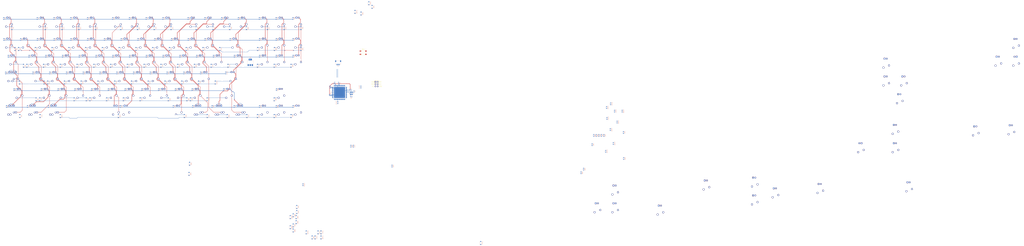
<source format=kicad_pcb>
(kicad_pcb (version 20171130) (host pcbnew "(5.1.5)-3")
  (layers (0 F.Cu signal) (31 B.Cu signal) (34 B.Paste user) (35 F.Paste user) (36 B.SilkS user) (37 F.SilkS user) (38 B.Mask user) (39 F.Mask user) (44 Edge.Cuts user))
  (net 0 "")
  (net 1 GND)
  (net 2 "Net-(C2-Pad1)")
  (net 3 XTAL1)
  (net 4 XTAL2)
  (net 5 +5V)
  (net 6 Row0)
  (net 7 "Net-(D1-Pad2)")
  (net 8 Row1)
  (net 9 "Net-(D2-Pad2)")
  (net 10 Row2)
  (net 11 "Net-(D3-Pad2)")
  (net 12 Row3)
  (net 13 "Net-(D4-Pad2)")
  (net 14 Row4)
  (net 15 "Net-(D5-Pad2)")
  (net 16 Row5)
  (net 17 "Net-(D6-Pad2)")
  (net 18 "Net-(D7-Pad2)")
  (net 19 "Net-(D8-Pad2)")
  (net 20 "Net-(D9-Pad2)")
  (net 21 "Net-(D10-Pad2)")
  (net 22 "Net-(D11-Pad2)")
  (net 23 "Net-(D12-Pad2)")
  (net 24 "Net-(D13-Pad2)")
  (net 25 "Net-(D14-Pad2)")
  (net 26 "Net-(D15-Pad2)")
  (net 27 "Net-(D16-Pad2)")
  (net 28 "Net-(D17-Pad2)")
  (net 29 "Net-(D18-Pad2)")
  (net 30 "Net-(D19-Pad2)")
  (net 31 "Net-(D20-Pad2)")
  (net 32 "Net-(D21-Pad2)")
  (net 33 "Net-(D22-Pad2)")
  (net 34 "Net-(D23-Pad2)")
  (net 35 "Net-(D24-Pad2)")
  (net 36 "Net-(D25-Pad2)")
  (net 37 "Net-(D26-Pad2)")
  (net 38 "Net-(D27-Pad2)")
  (net 39 "Net-(D28-Pad2)")
  (net 40 "Net-(D29-Pad2)")
  (net 41 "Net-(D30-Pad2)")
  (net 42 "Net-(D31-Pad2)")
  (net 43 "Net-(D32-Pad2)")
  (net 44 "Net-(D33-Pad2)")
  (net 45 "Net-(D34-Pad2)")
  (net 46 "Net-(D35-Pad2)")
  (net 47 "Net-(D36-Pad2)")
  (net 48 "Net-(D37-Pad2)")
  (net 49 "Net-(D38-Pad2)")
  (net 50 "Net-(D39-Pad2)")
  (net 51 "Net-(D40-Pad2)")
  (net 52 "Net-(D41-Pad2)")
  (net 53 "Net-(D42-Pad2)")
  (net 54 "Net-(D43-Pad2)")
  (net 55 "Net-(D44-Pad2)")
  (net 56 "Net-(D45-Pad2)")
  (net 57 "Net-(D46-Pad2)")
  (net 58 "Net-(D47-Pad2)")
  (net 59 "Net-(D48-Pad2)")
  (net 60 "Net-(D49-Pad2)")
  (net 61 "Net-(D50-Pad2)")
  (net 62 "Net-(D51-Pad2)")
  (net 63 "Net-(D52-Pad2)")
  (net 64 "Net-(D53-Pad2)")
  (net 65 "Net-(D54-Pad2)")
  (net 66 "Net-(D55-Pad2)")
  (net 67 "Net-(D56-Pad2)")
  (net 68 "Net-(D57-Pad2)")
  (net 69 "Net-(D58-Pad2)")
  (net 70 "Net-(D59-Pad2)")
  (net 71 "Net-(D60-Pad2)")
  (net 72 "Net-(D61-Pad2)")
  (net 73 "Net-(D62-Pad2)")
  (net 74 "Net-(D63-Pad2)")
  (net 75 "Net-(D64-Pad2)")
  (net 76 "Net-(D65-Pad2)")
  (net 77 "Net-(D66-Pad2)")
  (net 78 "Net-(D67-Pad2)")
  (net 79 "Net-(D68-Pad2)")
  (net 80 "Net-(D69-Pad2)")
  (net 81 "Net-(D70-Pad2)")
  (net 82 "Net-(D71-Pad2)")
  (net 83 "Net-(D72-Pad2)")
  (net 84 "Net-(D73-Pad2)")
  (net 85 "Net-(D74-Pad2)")
  (net 86 "Net-(D75-Pad2)")
  (net 87 "Net-(D76-Pad2)")
  (net 88 "Net-(D77-Pad2)")
  (net 89 "Net-(D78-Pad2)")
  (net 90 "Net-(D79-Pad2)")
  (net 91 "Net-(D80-Pad2)")
  (net 92 "Net-(D81-Pad2)")
  (net 93 "Net-(D82-Pad2)")
  (net 94 "Net-(D83-Pad2)")
  (net 95 "Net-(D84-Pad2)")
  (net 96 "Net-(D85-Pad2)")
  (net 97 "Net-(D86-Pad2)")
  (net 98 "Net-(D87-Pad2)")
  (net 99 "Net-(D88-Pad2)")
  (net 100 "Net-(D89-Pad2)")
  (net 101 "Net-(D90-Pad2)")
  (net 102 "Net-(D91-Pad2)")
  (net 103 "Net-(D92-Pad2)")
  (net 104 "Net-(D93-Pad2)")
  (net 105 "Net-(D94-Pad2)")
  (net 106 "Net-(D95-Pad2)")
  (net 107 "Net-(D96-Pad2)")
  (net 108 "Net-(D97-Pad2)")
  (net 109 "Net-(D98-Pad2)")
  (net 110 "Net-(D99-Pad2)")
  (net 111 "Net-(D100-Pad2)")
  (net 112 "Net-(D101-Pad2)")
  (net 113 "Net-(D102-Pad2)")
  (net 114 "Net-(D103-Pad2)")
  (net 115 "Net-(D104-Pad2)")
  (net 116 "Net-(D105-Pad2)")
  (net 117 "Net-(D106-Pad2)")
  (net 118 "Net-(D107-Pad2)")
  (net 119 "Net-(D108-Pad2)")
  (net 120 "Net-(D110-Pad2)")
  (net 121 RESET)
  (net 122 MOSI)
  (net 123 SCK)
  (net 124 MISO)
  (net 125 D-)
  (net 126 D+)
  (net 127 "Net-(K_0-Pad4)")
  (net 128 Col18)
  (net 129 "Net-(K_1-Pad4)")
  (net 130 Col1)
  (net 131 "Net-(K_2-Pad4)")
  (net 132 Col2)
  (net 133 "Net-(K_3-Pad4)")
  (net 134 Col3)
  (net 135 "Net-(K_4-Pad4)")
  (net 136 Col4)
  (net 137 "Net-(K_5-Pad4)")
  (net 138 Col5)
  (net 139 "Net-(K_6-Pad4)")
  (net 140 Col6)
  (net 141 "Net-(K_7-Pad4)")
  (net 142 Col7)
  (net 143 "Net-(K_8-Pad4)")
  (net 144 Col8)
  (net 145 "Net-(K_9-Pad4)")
  (net 146 Col9)
  (net 147 "Net-(K_'\"1-Pad4)")
  (net 148 Col11)
  (net 149 "Net-(K_*1-Pad4)")
  (net 150 Col19)
  (net 151 "Net-(K_+1-Pad4)")
  (net 152 Col12)
  (net 153 "Net-(K_+2-Pad4)")
  (net 154 Col20)
  (net 155 "Net-(K_-1-Pad4)")
  (net 156 "Net-(K_-2-Pad4)")
  (net 157 "Net-(K_/1-Pad4)")
  (net 158 "Net-(K_/?/1-Pad4)")
  (net 159 Col10)
  (net 160 "Net-(K_0x1-Pad4)")
  (net 161 "Net-(K_:;1-Pad4)")
  (net 162 "Net-(K_<1-Pad4)")
  (net 163 "Net-(K_>1-Pad4)")
  (net 164 "Net-(K_[{1-Pad4)")
  (net 165 "Net-(K_\\|1-Pad4)")
  (net 166 Col13)
  (net 167 "Net-(K_`1-Pad4)")
  (net 168 Col0)
  (net 169 "Net-(K_A1-Pad4)")
  (net 170 "Net-(K_B1-Pad4)")
  (net 171 "Net-(K_BkSp1-Pad4)")
  (net 172 "Net-(K_C1-Pad4)")
  (net 173 "Net-(K_CapLk1-Pad4)")
  (net 174 "Net-(K_D1-Pad4)")
  (net 175 "Net-(K_Del1-Pad4)")
  (net 176 "Net-(K_Delete1-Pad4)")
  (net 177 Col14)
  (net 178 "Net-(K_Down1-Pad4)")
  (net 179 Col15)
  (net 180 "Net-(K_E1-Pad4)")
  (net 181 "Net-(K_End1-Pad4)")
  (net 182 "Net-(K_Enter1-Pad4)")
  (net 183 "Net-(K_Enter2-Pad4)")
  (net 184 "Net-(K_ESC1-Pad4)")
  (net 185 "Net-(K_F1-Pad4)")
  (net 186 "Net-(K_F2-Pad4)")
  (net 187 "Net-(K_F3-Pad4)")
  (net 188 "Net-(K_F4-Pad4)")
  (net 189 "Net-(K_F5-Pad4)")
  (net 190 "Net-(K_F6-Pad4)")
  (net 191 "Net-(K_F7-Pad4)")
  (net 192 "Net-(K_F8-Pad4)")
  (net 193 "Net-(K_F9-Pad4)")
  (net 194 "Net-(K_F10-Pad4)")
  (net 195 "Net-(K_F11-Pad4)")
  (net 196 "Net-(K_F12-Pad4)")
  (net 197 "Net-(K_F13-Pad4)")
  (net 198 "Net-(K_Fn1-Pad4)")
  (net 199 Col17)
  (net 200 "Net-(K_Fn2-Pad4)")
  (net 201 "Net-(K_Fn3-Pad4)")
  (net 202 "Net-(K_Fn4-Pad4)")
  (net 203 "Net-(K_FN5-Pad4)")
  (net 204 "Net-(K_G1-Pad4)")
  (net 205 "Net-(K_H1-Pad4)")
  (net 206 "Net-(K_Home1-Pad4)")
  (net 207 "Net-(K_I1-Pad4)")
  (net 208 "Net-(K_Ins1-Pad4)")
  (net 209 "Net-(K_J1-Pad4)")
  (net 210 "Net-(K_K1-Pad4)")
  (net 211 "Net-(K_L1-Pad4)")
  (net 212 "Net-(K_Left1-Pad4)")
  (net 213 "Net-(K_LeftAlt1-Pad4)")
  (net 214 "Net-(K_LeftControl1-Pad4)")
  (net 215 "Net-(K_LeftShift1-Pad4)")
  (net 216 "Net-(K_LeftWin1-Pad4)")
  (net 217 "Net-(K_M1-Pad4)")
  (net 218 "Net-(K_Menu1-Pad4)")
  (net 219 "Net-(K_N1-Pad4)")
  (net 220 "Net-(K_Num1-Pad4)")
  (net 221 "Net-(K_Num2-Pad4)")
  (net 222 "Net-(K_Num3-Pad4)")
  (net 223 "Net-(K_Num4-Pad4)")
  (net 224 "Net-(K_Num5-Pad4)")
  (net 225 "Net-(K_Num6-Pad4)")
  (net 226 "Net-(K_Num7-Pad4)")
  (net 227 "Net-(K_Num8-Pad4)")
  (net 228 "Net-(K_Num9-Pad4)")
  (net 229 "Net-(K_NumLk1-Pad4)")
  (net 230 "Net-(K_O1-Pad4)")
  (net 231 "Net-(K_P1-Pad4)")
  (net 232 "Net-(K_Pause1-Pad4)")
  (net 233 Col16)
  (net 234 "Net-(K_PgDn1-Pad4)")
  (net 235 "Net-(K_PgUp1-Pad4)")
  (net 236 "Net-(K_PrtSc1-Pad4)")
  (net 237 "Net-(K_Q1-Pad4)")
  (net 238 "Net-(K_R1-Pad4)")
  (net 239 "Net-(K_Right1-Pad4)")
  (net 240 "Net-(K_RightAlt1-Pad4)")
  (net 241 "Net-(K_RightShift1-Pad4)")
  (net 242 "Net-(K_S1-Pad4)")
  (net 243 "Net-(K_ScLk1-Pad4)")
  (net 244 "Net-(K_Sleep1-Pad4)")
  (net 245 "Net-(K_Space1-Pad4)")
  (net 246 "Net-(K_T1-Pad4)")
  (net 247 "Net-(K_Tab1-Pad4)")
  (net 248 "Net-(K_U1-Pad4)")
  (net 249 "Net-(K_Up1-Pad4)")
  (net 250 "Net-(K_V1-Pad4)")
  (net 251 "Net-(K_W1-Pad4)")
  (net 252 "Net-(K_X1-Pad4)")
  (net 253 "Net-(K_Y1-Pad4)")
  (net 254 "Net-(K_Z1-Pad4)")
  (net 255 "Net-(K_}]1-Pad4)")
  (net 256 "Net-(Q1-Pad1)")
  (net 257 LedGND)
  (net 258 "Net-(R109-Pad2)")
  (net 259 "Net-(R113-Pad1)")
  (net 260 "Net-(K_RightAltx1-Pad4)")
  (module random-keyboard-parts:R_0805 (layer B.Cu) (at 419.735 96.0374 270)
    (fp_text reference R112 (at 0 1.65 90) (layer B.SilkS) (effects (justify mirror)))
    (fp_text value 10k)
    (pad 2 smd rect (at 0.95 0 270) (size 0.7 1.3) (layers B.Cu B.Paste B.Mask) (net 121 RESET))
    (pad 1 smd rect (at -0.95 0 270) (size 0.7 1.3) (layers B.Cu B.Paste B.Mask) (net 5 +5V))
  )
  (module MX_Only:MXOnly-2U-FLIPPED (layer F.Cu) (at 987.3525 165.004 180)
    (fp_text reference K_0)
    (fp_text value "MX 2U")
    (pad 2 thru_hole circle (at 2.54 -5.08 180) (size 2.25 2.25) (drill 1.47) (layers *.Cu B.Mask) (net 104 "Net-(D93-Pad2)"))
    (pad "" np_thru_hole circle (at 0 0 180) (size 3.9878 3.9878) (drill 3.9878) (layers *.Cu *.Mask))
    (pad 1 thru_hole circle (at -3.81 -2.54 180) (size 2.25 2.25) (drill 1.47) (layers *.Cu B.Mask) (net 128 Col18))
    (pad 3 thru_hole circle (at 1.27 5.08 180) (size 1.905 1.905) (drill 1.04) (layers *.Cu B.Mask) (net 5 +5V))
    (pad 4 thru_hole rect (at -1.27 5.08 180) (size 1.905 1.905) (drill 1.04) (layers *.Cu B.Mask) (net 127 "Net-(K_0-Pad4)"))
    (pad "" np_thru_hole circle (at -5.08 0 228.0996) (size 1.75 1.75) (drill 1.75) (layers *.Cu *.Mask))
    (pad "" np_thru_hole circle (at 5.08 0 228.0996) (size 1.75 1.75) (drill 1.75) (layers *.Cu *.Mask))
    (pad "" np_thru_hole circle (at -11.938 -6.985 180) (size 3.048 3.048) (drill 3.048) (layers *.Cu *.Mask))
    (pad "" np_thru_hole circle (at 11.938 -6.985 180) (size 3.048 3.048) (drill 3.048) (layers *.Cu *.Mask))
    (pad "" np_thru_hole circle (at -11.938 8.255 180) (size 3.9878 3.9878) (drill 3.9878) (layers *.Cu *.Mask))
    (pad "" np_thru_hole circle (at 11.938 8.255 180) (size 3.9878 3.9878) (drill 3.9878) (layers *.Cu *.Mask))
  )
  (module MX_Only:MXOnly-1U (layer F.Cu) (at 759.5235 235.9025 180)
    (fp_text reference K_/1)
    (fp_text value "MX 1U")
    (pad 2 thru_hole circle (at 2.54 -5.08 180) (size 2.25 2.25) (drill 1.47) (layers *.Cu B.Mask) (net 106 "Net-(D95-Pad2)"))
    (pad "" np_thru_hole circle (at 0 0 180) (size 3.9878 3.9878) (drill 3.9878) (layers *.Cu *.Mask))
    (pad 1 thru_hole circle (at -3.81 -2.54 180) (size 2.25 2.25) (drill 1.47) (layers *.Cu B.Mask) (net 128 Col18))
    (pad 3 thru_hole circle (at -1.27 5.08 180) (size 1.905 1.905) (drill 1.04) (layers *.Cu B.Mask) (net 5 +5V))
    (pad 4 thru_hole rect (at 1.27 5.08 180) (size 1.905 1.905) (drill 1.04) (layers *.Cu B.Mask) (net 157 "Net-(K_/1-Pad4)"))
    (pad "" np_thru_hole circle (at -5.08 0 228.0996) (size 1.75 1.75) (drill 1.75) (layers *.Cu *.Mask))
    (pad "" np_thru_hole circle (at 5.08 0 228.0996) (size 1.75 1.75) (drill 1.75) (layers *.Cu *.Mask))
  )
  (module MX_Only:MXOnly-1U (layer F.Cu) (at 1042.1885 209.407 180)
    (fp_text reference K_*1)
    (fp_text value "MX 1U")
    (pad 2 thru_hole circle (at 2.54 -5.08 180) (size 2.25 2.25) (drill 1.47) (layers *.Cu B.Mask) (net 112 "Net-(D101-Pad2)"))
    (pad "" np_thru_hole circle (at 0 0 180) (size 3.9878 3.9878) (drill 3.9878) (layers *.Cu *.Mask))
    (pad 1 thru_hole circle (at -3.81 -2.54 180) (size 2.25 2.25) (drill 1.47) (layers *.Cu B.Mask) (net 150 Col19))
    (pad 3 thru_hole circle (at -1.27 5.08 180) (size 1.905 1.905) (drill 1.04) (layers *.Cu B.Mask) (net 5 +5V))
    (pad 4 thru_hole rect (at 1.27 5.08 180) (size 1.905 1.905) (drill 1.04) (layers *.Cu B.Mask) (net 149 "Net-(K_*1-Pad4)"))
    (pad "" np_thru_hole circle (at -5.08 0 228.0996) (size 1.75 1.75) (drill 1.75) (layers *.Cu *.Mask))
    (pad "" np_thru_hole circle (at 5.08 0 228.0996) (size 1.75 1.75) (drill 1.75) (layers *.Cu *.Mask))
  )
  (module MX_Only:MXOnly-2U (layer F.Cu) (at 1026.6025 144.164 180)
    (fp_text reference K_+2)
    (fp_text value "MX 2U")
    (pad 2 thru_hole circle (at 2.54 -5.08 180) (size 2.25 2.25) (drill 1.47) (layers *.Cu B.Mask) (net 118 "Net-(D107-Pad2)"))
    (pad "" np_thru_hole circle (at 0 0 180) (size 3.9878 3.9878) (drill 3.9878) (layers *.Cu *.Mask))
    (pad 1 thru_hole circle (at -3.81 -2.54 180) (size 2.25 2.25) (drill 1.47) (layers *.Cu B.Mask) (net 154 Col20))
    (pad 3 thru_hole circle (at -1.27 5.08 180) (size 1.905 1.905) (drill 1.04) (layers *.Cu B.Mask) (net 5 +5V))
    (pad 4 thru_hole rect (at 1.27 5.08 180) (size 1.905 1.905) (drill 1.04) (layers *.Cu B.Mask) (net 153 "Net-(K_+2-Pad4)"))
    (pad "" np_thru_hole circle (at -5.08 0 228.0996) (size 1.75 1.75) (drill 1.75) (layers *.Cu *.Mask))
    (pad "" np_thru_hole circle (at 5.08 0 228.0996) (size 1.75 1.75) (drill 1.75) (layers *.Cu *.Mask))
    (pad "" np_thru_hole circle (at -11.938 -6.985 180) (size 3.048 3.048) (drill 3.048) (layers *.Cu *.Mask))
    (pad "" np_thru_hole circle (at 11.938 -6.985 180) (size 3.048 3.048) (drill 3.048) (layers *.Cu *.Mask))
    (pad "" np_thru_hole circle (at -11.938 8.255 180) (size 3.9878 3.9878) (drill 3.9878) (layers *.Cu *.Mask))
    (pad "" np_thru_hole circle (at 11.938 8.255 180) (size 3.9878 3.9878) (drill 3.9878) (layers *.Cu *.Mask))
  )
  (module MX_Only:MXOnly-1U (layer F.Cu) (at 1117.9465 145.8625 180)
    (fp_text reference K_-2)
    (fp_text value "MX 1U")
    (pad 2 thru_hole circle (at 2.54 -5.08 180) (size 2.25 2.25) (drill 1.47) (layers *.Cu B.Mask) (net 117 "Net-(D106-Pad2)"))
    (pad "" np_thru_hole circle (at 0 0 180) (size 3.9878 3.9878) (drill 3.9878) (layers *.Cu *.Mask))
    (pad 1 thru_hole circle (at -3.81 -2.54 180) (size 2.25 2.25) (drill 1.47) (layers *.Cu B.Mask) (net 154 Col20))
    (pad 3 thru_hole circle (at -1.27 5.08 180) (size 1.905 1.905) (drill 1.04) (layers *.Cu B.Mask) (net 5 +5V))
    (pad 4 thru_hole rect (at 1.27 5.08 180) (size 1.905 1.905) (drill 1.04) (layers *.Cu B.Mask) (net 156 "Net-(K_-2-Pad4)"))
    (pad "" np_thru_hole circle (at -5.08 0 228.0996) (size 1.75 1.75) (drill 1.75) (layers *.Cu *.Mask))
    (pad "" np_thru_hole circle (at 5.08 0 228.0996) (size 1.75 1.75) (drill 1.75) (layers *.Cu *.Mask))
  )
  (module MX_Only:MXOnly-1U (layer F.Cu) (at 1143.492 66.661 180)
    (fp_text reference K_Num6)
    (fp_text value "MX 1U")
    (pad 2 thru_hole circle (at 2.54 -5.08 180) (size 2.25 2.25) (drill 1.47) (layers *.Cu B.Mask) (net 114 "Net-(D103-Pad2)"))
    (pad "" np_thru_hole circle (at 0 0 180) (size 3.9878 3.9878) (drill 3.9878) (layers *.Cu *.Mask))
    (pad 1 thru_hole circle (at -3.81 -2.54 180) (size 2.25 2.25) (drill 1.47) (layers *.Cu B.Mask) (net 150 Col19))
    (pad 3 thru_hole circle (at -1.27 5.08 180) (size 1.905 1.905) (drill 1.04) (layers *.Cu B.Mask) (net 5 +5V))
    (pad 4 thru_hole rect (at 1.27 5.08 180) (size 1.905 1.905) (drill 1.04) (layers *.Cu B.Mask) (net 225 "Net-(K_Num6-Pad4)"))
    (pad "" np_thru_hole circle (at -5.08 0 228.0996) (size 1.75 1.75) (drill 1.75) (layers *.Cu *.Mask))
    (pad "" np_thru_hole circle (at 5.08 0 228.0996) (size 1.75 1.75) (drill 1.75) (layers *.Cu *.Mask))
  )
  (module MX_Only:MXOnly-1U (layer F.Cu) (at 1036.307 89.1145 180)
    (fp_text reference K_Num3)
    (fp_text value "MX 1U")
    (pad 2 thru_hole circle (at 2.54 -5.08 180) (size 2.25 2.25) (drill 1.47) (layers *.Cu B.Mask) (net 115 "Net-(D104-Pad2)"))
    (pad "" np_thru_hole circle (at 0 0 180) (size 3.9878 3.9878) (drill 3.9878) (layers *.Cu *.Mask))
    (pad 1 thru_hole circle (at -3.81 -2.54 180) (size 2.25 2.25) (drill 1.47) (layers *.Cu B.Mask) (net 150 Col19))
    (pad 3 thru_hole circle (at -1.27 5.08 180) (size 1.905 1.905) (drill 1.04) (layers *.Cu B.Mask) (net 5 +5V))
    (pad 4 thru_hole rect (at 1.27 5.08 180) (size 1.905 1.905) (drill 1.04) (layers *.Cu B.Mask) (net 222 "Net-(K_Num3-Pad4)"))
    (pad "" np_thru_hole circle (at -5.08 0 228.0996) (size 1.75 1.75) (drill 1.75) (layers *.Cu *.Mask))
    (pad "" np_thru_hole circle (at 5.08 0 228.0996) (size 1.75 1.75) (drill 1.75) (layers *.Cu *.Mask))
  )
  (module MX_Only:MXOnly-1U (layer F.Cu) (at 1016.107 89.1145 180)
    (fp_text reference K_Num9)
    (fp_text value "MX 1U")
    (pad 2 thru_hole circle (at 2.54 -5.08 180) (size 2.25 2.25) (drill 1.47) (layers *.Cu B.Mask) (net 113 "Net-(D102-Pad2)"))
    (pad "" np_thru_hole circle (at 0 0 180) (size 3.9878 3.9878) (drill 3.9878) (layers *.Cu *.Mask))
    (pad 1 thru_hole circle (at -3.81 -2.54 180) (size 2.25 2.25) (drill 1.47) (layers *.Cu B.Mask) (net 150 Col19))
    (pad 3 thru_hole circle (at -1.27 5.08 180) (size 1.905 1.905) (drill 1.04) (layers *.Cu B.Mask) (net 5 +5V))
    (pad 4 thru_hole rect (at 1.27 5.08 180) (size 1.905 1.905) (drill 1.04) (layers *.Cu B.Mask) (net 228 "Net-(K_Num9-Pad4)"))
    (pad "" np_thru_hole circle (at -5.08 0 228.0996) (size 1.75 1.75) (drill 1.75) (layers *.Cu *.Mask))
    (pad "" np_thru_hole circle (at 5.08 0 228.0996) (size 1.75 1.75) (drill 1.75) (layers *.Cu *.Mask))
  )
  (module MX_Only:MXOnly-1U (layer F.Cu) (at 811.784 207.3275 180)
    (fp_text reference K_Num8)
    (fp_text value "MX 1U")
    (pad 2 thru_hole circle (at 2.54 -5.08 180) (size 2.25 2.25) (drill 1.47) (layers *.Cu B.Mask) (net 107 "Net-(D96-Pad2)"))
    (pad "" np_thru_hole circle (at 0 0 180) (size 3.9878 3.9878) (drill 3.9878) (layers *.Cu *.Mask))
    (pad 1 thru_hole circle (at -3.81 -2.54 180) (size 2.25 2.25) (drill 1.47) (layers *.Cu B.Mask) (net 128 Col18))
    (pad 3 thru_hole circle (at -1.27 5.08 180) (size 1.905 1.905) (drill 1.04) (layers *.Cu B.Mask) (net 5 +5V))
    (pad 4 thru_hole rect (at 1.27 5.08 180) (size 1.905 1.905) (drill 1.04) (layers *.Cu B.Mask) (net 227 "Net-(K_Num8-Pad4)"))
    (pad "" np_thru_hole circle (at -5.08 0 228.0996) (size 1.75 1.75) (drill 1.75) (layers *.Cu *.Mask))
    (pad "" np_thru_hole circle (at 5.08 0 228.0996) (size 1.75 1.75) (drill 1.75) (layers *.Cu *.Mask))
  )
  (module MX_Only:MXOnly-1U (layer F.Cu) (at 1031.537 109.3145 180)
    (fp_text reference K_Num4)
    (fp_text value "MX 1U")
    (pad 2 thru_hole circle (at 2.54 -5.08 180) (size 2.25 2.25) (drill 1.47) (layers *.Cu B.Mask) (net 102 "Net-(D91-Pad2)"))
    (pad "" np_thru_hole circle (at 0 0 180) (size 3.9878 3.9878) (drill 3.9878) (layers *.Cu *.Mask))
    (pad 1 thru_hole circle (at -3.81 -2.54 180) (size 2.25 2.25) (drill 1.47) (layers *.Cu B.Mask) (net 199 Col17))
    (pad 3 thru_hole circle (at -1.27 5.08 180) (size 1.905 1.905) (drill 1.04) (layers *.Cu B.Mask) (net 5 +5V))
    (pad 4 thru_hole rect (at 1.27 5.08 180) (size 1.905 1.905) (drill 1.04) (layers *.Cu B.Mask) (net 223 "Net-(K_Num4-Pad4)"))
    (pad "" np_thru_hole circle (at -5.08 0 228.0996) (size 1.75 1.75) (drill 1.75) (layers *.Cu *.Mask))
    (pad "" np_thru_hole circle (at 5.08 0 228.0996) (size 1.75 1.75) (drill 1.75) (layers *.Cu *.Mask))
  )
  (module MX_Only:MXOnly-1U (layer F.Cu) (at 1163.692 46.461 180)
    (fp_text reference K_Num5)
    (fp_text value "MX 1U")
    (pad 2 thru_hole circle (at 2.54 -5.08 180) (size 2.25 2.25) (drill 1.47) (layers *.Cu B.Mask) (net 108 "Net-(D97-Pad2)"))
    (pad "" np_thru_hole circle (at 0 0 180) (size 3.9878 3.9878) (drill 3.9878) (layers *.Cu *.Mask))
    (pad 1 thru_hole circle (at -3.81 -2.54 180) (size 2.25 2.25) (drill 1.47) (layers *.Cu B.Mask) (net 128 Col18))
    (pad 3 thru_hole circle (at -1.27 5.08 180) (size 1.905 1.905) (drill 1.04) (layers *.Cu B.Mask) (net 5 +5V))
    (pad 4 thru_hole rect (at 1.27 5.08 180) (size 1.905 1.905) (drill 1.04) (layers *.Cu B.Mask) (net 224 "Net-(K_Num5-Pad4)"))
    (pad "" np_thru_hole circle (at -5.08 0 228.0996) (size 1.75 1.75) (drill 1.75) (layers *.Cu *.Mask))
    (pad "" np_thru_hole circle (at 5.08 0 228.0996) (size 1.75 1.75) (drill 1.75) (layers *.Cu *.Mask))
  )
  (module MX_Only:MXOnly-1U (layer F.Cu) (at 708.083 233.2625 180)
    (fp_text reference K_Num2)
    (fp_text value "MX 1U")
    (pad 2 thru_hole circle (at 2.54 -5.08 180) (size 2.25 2.25) (drill 1.47) (layers *.Cu B.Mask) (net 109 "Net-(D98-Pad2)"))
    (pad "" np_thru_hole circle (at 0 0 180) (size 3.9878 3.9878) (drill 3.9878) (layers *.Cu *.Mask))
    (pad 1 thru_hole circle (at -3.81 -2.54 180) (size 2.25 2.25) (drill 1.47) (layers *.Cu B.Mask) (net 128 Col18))
    (pad 3 thru_hole circle (at -1.27 5.08 180) (size 1.905 1.905) (drill 1.04) (layers *.Cu B.Mask) (net 5 +5V))
    (pad 4 thru_hole rect (at 1.27 5.08 180) (size 1.905 1.905) (drill 1.04) (layers *.Cu B.Mask) (net 221 "Net-(K_Num2-Pad4)"))
    (pad "" np_thru_hole circle (at -5.08 0 228.0996) (size 1.75 1.75) (drill 1.75) (layers *.Cu *.Mask))
    (pad "" np_thru_hole circle (at 5.08 0 228.0996) (size 1.75 1.75) (drill 1.75) (layers *.Cu *.Mask))
  )
  (module MX_Only:MXOnly-1U (layer F.Cu) (at 1016.107 68.9145 180)
    (fp_text reference K_NumLk1)
    (fp_text value "MX 1U")
    (pad 2 thru_hole circle (at 2.54 -5.08 180) (size 2.25 2.25) (drill 1.47) (layers *.Cu B.Mask) (net 100 "Net-(D89-Pad2)"))
    (pad "" np_thru_hole circle (at 0 0 180) (size 3.9878 3.9878) (drill 3.9878) (layers *.Cu *.Mask))
    (pad 1 thru_hole circle (at -3.81 -2.54 180) (size 2.25 2.25) (drill 1.47) (layers *.Cu B.Mask) (net 199 Col17))
    (pad 3 thru_hole circle (at -1.27 5.08 180) (size 1.905 1.905) (drill 1.04) (layers *.Cu B.Mask) (net 5 +5V))
    (pad 4 thru_hole rect (at 1.27 5.08 180) (size 1.905 1.905) (drill 1.04) (layers *.Cu B.Mask) (net 229 "Net-(K_NumLk1-Pad4)"))
    (pad "" np_thru_hole circle (at -5.08 0 228.0996) (size 1.75 1.75) (drill 1.75) (layers *.Cu *.Mask))
    (pad "" np_thru_hole circle (at 5.08 0 228.0996) (size 1.75 1.75) (drill 1.75) (layers *.Cu *.Mask))
  )
  (module MX_Only:MXOnly-1U (layer F.Cu) (at 1158.3465 144.5825 180)
    (fp_text reference K_Num7)
    (fp_text value "MX 1U")
    (pad 2 thru_hole circle (at 2.54 -5.08 180) (size 2.25 2.25) (drill 1.47) (layers *.Cu B.Mask) (net 101 "Net-(D90-Pad2)"))
    (pad "" np_thru_hole circle (at 0 0 180) (size 3.9878 3.9878) (drill 3.9878) (layers *.Cu *.Mask))
    (pad 1 thru_hole circle (at -3.81 -2.54 180) (size 2.25 2.25) (drill 1.47) (layers *.Cu B.Mask) (net 199 Col17))
    (pad 3 thru_hole circle (at -1.27 5.08 180) (size 1.905 1.905) (drill 1.04) (layers *.Cu B.Mask) (net 5 +5V))
    (pad 4 thru_hole rect (at 1.27 5.08 180) (size 1.905 1.905) (drill 1.04) (layers *.Cu B.Mask) (net 226 "Net-(K_Num7-Pad4)"))
    (pad "" np_thru_hole circle (at -5.08 0 228.0996) (size 1.75 1.75) (drill 1.75) (layers *.Cu *.Mask))
    (pad "" np_thru_hole circle (at 5.08 0 228.0996) (size 1.75 1.75) (drill 1.75) (layers *.Cu *.Mask))
  )
  (module MX_Only:MXOnly-1U (layer F.Cu) (at 866.727 224.309 180)
    (fp_text reference K_Num1)
    (fp_text value "MX 1U")
    (pad 2 thru_hole circle (at 2.54 -5.08 180) (size 2.25 2.25) (drill 1.47) (layers *.Cu B.Mask) (net 103 "Net-(D92-Pad2)"))
    (pad "" np_thru_hole circle (at 0 0 180) (size 3.9878 3.9878) (drill 3.9878) (layers *.Cu *.Mask))
    (pad 1 thru_hole circle (at -3.81 -2.54 180) (size 2.25 2.25) (drill 1.47) (layers *.Cu B.Mask) (net 199 Col17))
    (pad 3 thru_hole circle (at -1.27 5.08 180) (size 1.905 1.905) (drill 1.04) (layers *.Cu B.Mask) (net 5 +5V))
    (pad 4 thru_hole rect (at 1.27 5.08 180) (size 1.905 1.905) (drill 1.04) (layers *.Cu B.Mask) (net 220 "Net-(K_Num1-Pad4)"))
    (pad "" np_thru_hole circle (at -5.08 0 228.0996) (size 1.75 1.75) (drill 1.75) (layers *.Cu *.Mask))
    (pad "" np_thru_hole circle (at 5.08 0 228.0996) (size 1.75 1.75) (drill 1.75) (layers *.Cu *.Mask))
  )
  (module MX_Only:MXOnly-1U (layer F.Cu) (at 866.727 204.109 180)
    (fp_text reference K_Sleep1)
    (fp_text value "MX 1U")
    (pad 2 thru_hole circle (at 2.54 -5.08 180) (size 2.25 2.25) (drill 1.47) (layers *.Cu B.Mask) (net 83 "Net-(D72-Pad2)"))
    (pad "" np_thru_hole circle (at 0 0 180) (size 3.9878 3.9878) (drill 3.9878) (layers *.Cu *.Mask))
    (pad 1 thru_hole circle (at -3.81 -2.54 180) (size 2.25 2.25) (drill 1.47) (layers *.Cu B.Mask) (net 152 Col12))
    (pad 3 thru_hole circle (at -1.27 5.08 180) (size 1.905 1.905) (drill 1.04) (layers *.Cu B.Mask) (net 5 +5V))
    (pad 4 thru_hole rect (at 1.27 5.08 180) (size 1.905 1.905) (drill 1.04) (layers *.Cu B.Mask) (net 244 "Net-(K_Sleep1-Pad4)"))
    (pad "" np_thru_hole circle (at -5.08 0 228.0996) (size 1.75 1.75) (drill 1.75) (layers *.Cu *.Mask))
    (pad "" np_thru_hole circle (at 5.08 0 228.0996) (size 1.75 1.75) (drill 1.75) (layers *.Cu *.Mask))
  )
  (module MX_Only:MXOnly-1U-FLIPPED (layer F.Cu) (at 1163.692 66.661 180)
    (fp_text reference K_Del1)
    (fp_text value "MX 1U")
    (pad 2 thru_hole circle (at 2.54 -5.08 180) (size 2.25 2.25) (drill 1.47) (layers *.Cu B.Mask) (net 110 "Net-(D99-Pad2)"))
    (pad "" np_thru_hole circle (at 0 0 180) (size 3.9878 3.9878) (drill 3.9878) (layers *.Cu *.Mask))
    (pad 1 thru_hole circle (at -3.81 -2.54 180) (size 2.25 2.25) (drill 1.47) (layers *.Cu B.Mask) (net 150 Col19))
    (pad 3 thru_hole circle (at 1.27 5.08 180) (size 1.905 1.905) (drill 1.04) (layers *.Cu B.Mask) (net 5 +5V))
    (pad 4 thru_hole rect (at -1.27 5.08 180) (size 1.905 1.905) (drill 1.04) (layers *.Cu B.Mask) (net 175 "Net-(K_Del1-Pad4)"))
    (pad "" np_thru_hole circle (at -5.08 0 228.0996) (size 1.75 1.75) (drill 1.75) (layers *.Cu *.Mask))
    (pad "" np_thru_hole circle (at 5.08 0 228.0996) (size 1.75 1.75) (drill 1.75) (layers *.Cu *.Mask))
  )
  (module MX_Only:MXOnly-1U (layer F.Cu) (at 687.883 233.2625 180)
    (fp_text reference K_Fn3)
    (fp_text value "MX 1U")
    (pad 2 thru_hole circle (at 2.54 -5.08 180) (size 2.25 2.25) (drill 1.47) (layers *.Cu B.Mask) (net 111 "Net-(D100-Pad2)"))
    (pad "" np_thru_hole circle (at 0 0 180) (size 3.9878 3.9878) (drill 3.9878) (layers *.Cu *.Mask))
    (pad 1 thru_hole circle (at -3.81 -2.54 180) (size 2.25 2.25) (drill 1.47) (layers *.Cu B.Mask) (net 150 Col19))
    (pad 3 thru_hole circle (at -1.27 5.08 180) (size 1.905 1.905) (drill 1.04) (layers *.Cu B.Mask) (net 5 +5V))
    (pad 4 thru_hole rect (at 1.27 5.08 180) (size 1.905 1.905) (drill 1.04) (layers *.Cu B.Mask) (net 201 "Net-(K_Fn3-Pad4)"))
    (pad "" np_thru_hole circle (at -5.08 0 228.0996) (size 1.75 1.75) (drill 1.75) (layers *.Cu *.Mask))
    (pad "" np_thru_hole circle (at 5.08 0 228.0996) (size 1.75 1.75) (drill 1.75) (layers *.Cu *.Mask))
  )
  (module MX_Only:MXOnly-1U (layer F.Cu) (at 708.083 213.0625 180)
    (fp_text reference K_Fn4)
    (fp_text value "MX 1U")
    (pad 2 thru_hole circle (at 2.54 -5.08 180) (size 2.25 2.25) (drill 1.47) (layers *.Cu B.Mask) (net 116 "Net-(D105-Pad2)"))
    (pad "" np_thru_hole circle (at 0 0 180) (size 3.9878 3.9878) (drill 3.9878) (layers *.Cu *.Mask))
    (pad 1 thru_hole circle (at -3.81 -2.54 180) (size 2.25 2.25) (drill 1.47) (layers *.Cu B.Mask) (net 154 Col20))
    (pad 3 thru_hole circle (at -1.27 5.08 180) (size 1.905 1.905) (drill 1.04) (layers *.Cu B.Mask) (net 5 +5V))
    (pad 4 thru_hole rect (at 1.27 5.08 180) (size 1.905 1.905) (drill 1.04) (layers *.Cu B.Mask) (net 202 "Net-(K_Fn4-Pad4)"))
    (pad "" np_thru_hole circle (at -5.08 0 228.0996) (size 1.75 1.75) (drill 1.75) (layers *.Cu *.Mask))
    (pad "" np_thru_hole circle (at 5.08 0 228.0996) (size 1.75 1.75) (drill 1.75) (layers *.Cu *.Mask))
  )
  (module MX_Only:MXOnly-2U (layer F.Cu) (at 1026.6025 165.004 180)
    (fp_text reference K_Enter2)
    (fp_text value "MX 2U")
    (pad 2 thru_hole circle (at 2.54 -5.08 180) (size 2.25 2.25) (drill 1.47) (layers *.Cu B.Mask) (net 119 "Net-(D108-Pad2)"))
    (pad "" np_thru_hole circle (at 0 0 180) (size 3.9878 3.9878) (drill 3.9878) (layers *.Cu *.Mask))
    (pad 1 thru_hole circle (at -3.81 -2.54 180) (size 2.25 2.25) (drill 1.47) (layers *.Cu B.Mask) (net 154 Col20))
    (pad 3 thru_hole circle (at -1.27 5.08 180) (size 1.905 1.905) (drill 1.04) (layers *.Cu B.Mask) (net 5 +5V))
    (pad 4 thru_hole rect (at 1.27 5.08 180) (size 1.905 1.905) (drill 1.04) (layers *.Cu B.Mask) (net 183 "Net-(K_Enter2-Pad4)"))
    (pad "" np_thru_hole circle (at -5.08 0 228.0996) (size 1.75 1.75) (drill 1.75) (layers *.Cu *.Mask))
    (pad "" np_thru_hole circle (at 5.08 0 228.0996) (size 1.75 1.75) (drill 1.75) (layers *.Cu *.Mask))
    (pad "" np_thru_hole circle (at -11.938 -6.985 180) (size 3.048 3.048) (drill 3.048) (layers *.Cu *.Mask))
    (pad "" np_thru_hole circle (at 11.938 -6.985 180) (size 3.048 3.048) (drill 3.048) (layers *.Cu *.Mask))
    (pad "" np_thru_hole circle (at -11.938 8.255 180) (size 3.9878 3.9878) (drill 3.9878) (layers *.Cu *.Mask))
    (pad "" np_thru_hole circle (at 11.938 8.255 180) (size 3.9878 3.9878) (drill 3.9878) (layers *.Cu *.Mask))
  )
  (module MX_Only:MXOnly-1U (layer F.Cu) (at 941.1885 211.327 180)
    (fp_text reference K_Fn2)
    (fp_text value "MX 1U")
    (pad 2 thru_hole circle (at 2.54 -5.08 180) (size 2.25 2.25) (drill 1.47) (layers *.Cu B.Mask) (net 105 "Net-(D94-Pad2)"))
    (pad "" np_thru_hole circle (at 0 0 180) (size 3.9878 3.9878) (drill 3.9878) (layers *.Cu *.Mask))
    (pad 1 thru_hole circle (at -3.81 -2.54 180) (size 2.25 2.25) (drill 1.47) (layers *.Cu B.Mask) (net 128 Col18))
    (pad 3 thru_hole circle (at -1.27 5.08 180) (size 1.905 1.905) (drill 1.04) (layers *.Cu B.Mask) (net 5 +5V))
    (pad 4 thru_hole rect (at 1.27 5.08 180) (size 1.905 1.905) (drill 1.04) (layers *.Cu B.Mask) (net 200 "Net-(K_Fn2-Pad4)"))
    (pad "" np_thru_hole circle (at -5.08 0 228.0996) (size 1.75 1.75) (drill 1.75) (layers *.Cu *.Mask))
    (pad "" np_thru_hole circle (at 5.08 0 228.0996) (size 1.75 1.75) (drill 1.75) (layers *.Cu *.Mask))
  )
  (module MX_Only:MXOnly-1U (layer F.Cu) (at 890.2065 216.281 180)
    (fp_text reference K_Fn1)
    (fp_text value "MX 1U")
    (pad 2 thru_hole circle (at 2.54 -5.08 180) (size 2.25 2.25) (drill 1.47) (layers *.Cu B.Mask) (net 99 "Net-(D88-Pad2)"))
    (pad "" np_thru_hole circle (at 0 0 180) (size 3.9878 3.9878) (drill 3.9878) (layers *.Cu *.Mask))
    (pad 1 thru_hole circle (at -3.81 -2.54 180) (size 2.25 2.25) (drill 1.47) (layers *.Cu B.Mask) (net 199 Col17))
    (pad 3 thru_hole circle (at -1.27 5.08 180) (size 1.905 1.905) (drill 1.04) (layers *.Cu B.Mask) (net 5 +5V))
    (pad 4 thru_hole rect (at 1.27 5.08 180) (size 1.905 1.905) (drill 1.04) (layers *.Cu B.Mask) (net 198 "Net-(K_Fn1-Pad4)"))
    (pad "" np_thru_hole circle (at -5.08 0 228.0996) (size 1.75 1.75) (drill 1.75) (layers *.Cu *.Mask))
    (pad "" np_thru_hole circle (at 5.08 0 228.0996) (size 1.75 1.75) (drill 1.75) (layers *.Cu *.Mask))
  )
  (module random-keyboard-parts:SOT-223-3_TabPin2 (layer B.Cu) (at 294.0685 67.9577 90)
    (fp_text reference Q1 (at 5.55625 0) (layer B.SilkS) (effects (justify mirror)))
    (fp_text value DSS60601MZ4-13)
    (pad 1 smd rect (at -3.15 2.3 90) (size 2 1.5) (layers B.Cu B.Paste B.Mask) (net 256 "Net-(Q1-Pad1)"))
    (pad 3 smd rect (at -3.15 -2.3 90) (size 2 1.5) (layers B.Cu B.Paste B.Mask) (net 1 GND))
    (pad 2 smd rect (at -3.15 0 90) (size 2 1.5) (layers B.Cu B.Paste B.Mask) (net 257 LedGND))
    (pad 2 smd rect (at 3.15 0 90) (size 2 3.8) (layers B.Cu B.Paste B.Mask) (net 257 LedGND))
  )
  (module MX_Only:MXOnly-2.75U (layer F.Cu) (at 269.2735 103.2505 180)
    (fp_text reference K_RightShift1)
    (fp_text value "MX 2.75U")
    (pad 2 thru_hole circle (at 2.54 -5.08 180) (size 2.25 2.25) (drill 1.47) (layers *.Cu B.Mask) (net 79 "Net-(D68-Pad2)"))
    (pad "" np_thru_hole circle (at 0 0 180) (size 3.9878 3.9878) (drill 3.9878) (layers *.Cu *.Mask))
    (pad 1 thru_hole circle (at -3.81 -2.54 180) (size 2.25 2.25) (drill 1.47) (layers *.Cu B.Mask) (net 166 Col13))
    (pad 3 thru_hole circle (at -1.27 5.08 180) (size 1.905 1.905) (drill 1.04) (layers *.Cu B.Mask) (net 5 +5V))
    (pad 4 thru_hole rect (at 1.27 5.08 180) (size 1.905 1.905) (drill 1.04) (layers *.Cu B.Mask) (net 241 "Net-(K_RightShift1-Pad4)"))
    (pad "" np_thru_hole circle (at -5.08 0 228.0996) (size 1.75 1.75) (drill 1.75) (layers *.Cu *.Mask))
    (pad "" np_thru_hole circle (at 5.08 0 228.0996) (size 1.75 1.75) (drill 1.75) (layers *.Cu *.Mask))
    (pad "" np_thru_hole circle (at -11.938 -6.985 180) (size 3.048 3.048) (drill 3.048) (layers *.Cu *.Mask))
    (pad "" np_thru_hole circle (at 11.938 -6.985 180) (size 3.048 3.048) (drill 3.048) (layers *.Cu *.Mask))
    (pad "" np_thru_hole circle (at -11.938 8.255 180) (size 3.9878 3.9878) (drill 3.9878) (layers *.Cu *.Mask))
    (pad "" np_thru_hole circle (at 11.938 8.255 180) (size 3.9878 3.9878) (drill 3.9878) (layers *.Cu *.Mask))
  )
  (module MX_Only:MXOnly-1U (layer F.Cu) (at 257.3665 122.3005 180)
    (fp_text reference K_Rightwinx1)
    (fp_text value "MX 1U")
    (pad "" np_thru_hole circle (at 5.08 0 228.0996) (size 1.75 1.75) (drill 1.75) (layers *.Cu *.Mask))
    (pad "" np_thru_hole circle (at -5.08 0 228.0996) (size 1.75 1.75) (drill 1.75) (layers *.Cu *.Mask))
    (pad 4 thru_hole rect (at 1.27 5.08 180) (size 1.905 1.905) (drill 1.04) (layers *.Cu B.Mask) (net 218 "Net-(K_Menu1-Pad4)"))
    (pad 3 thru_hole circle (at -1.27 5.08 180) (size 1.905 1.905) (drill 1.04) (layers *.Cu B.Mask) (net 5 +5V))
    (pad 1 thru_hole circle (at -3.81 -2.54 180) (size 2.25 2.25) (drill 1.47) (layers *.Cu B.Mask) (net 148 Col11))
    (pad "" np_thru_hole circle (at 0 0 180) (size 3.9878 3.9878) (drill 3.9878) (layers *.Cu *.Mask))
    (pad 2 thru_hole circle (at 2.54 -5.08 180) (size 2.25 2.25) (drill 1.47) (layers *.Cu B.Mask) (net 74 "Net-(D63-Pad2)"))
  )
  (module MX_Only:MXOnly-1.5U (layer F.Cu) (at 233.554 122.3005 180)
    (fp_text reference K_RightFN1)
    (fp_text value "MX 1.5U")
    (pad "" np_thru_hole circle (at 5.08 0 228.0996) (size 1.75 1.75) (drill 1.75) (layers *.Cu *.Mask))
    (pad "" np_thru_hole circle (at -5.08 0 228.0996) (size 1.75 1.75) (drill 1.75) (layers *.Cu *.Mask))
    (pad 4 thru_hole rect (at 1.27 5.08 180) (size 1.905 1.905) (drill 1.04) (layers *.Cu B.Mask) (net 203 "Net-(K_FN5-Pad4)"))
    (pad 3 thru_hole circle (at -1.27 5.08 180) (size 1.905 1.905) (drill 1.04) (layers *.Cu B.Mask) (net 5 +5V))
    (pad 1 thru_hole circle (at -3.81 -2.54 180) (size 2.25 2.25) (drill 1.47) (layers *.Cu B.Mask) (net 159 Col10))
    (pad "" np_thru_hole circle (at 0 0 180) (size 3.9878 3.9878) (drill 3.9878) (layers *.Cu *.Mask))
    (pad 2 thru_hole circle (at 2.54 -5.08 180) (size 2.25 2.25) (drill 1.47) (layers *.Cu B.Mask) (net 68 "Net-(D57-Pad2)"))
  )
  (module MX_Only:MXOnly-1.25U-FLIPPED (layer F.Cu) (at 283.5625 122.3005 180)
    (fp_text reference K_RightControl1)
    (fp_text value "MX 1.25U")
    (pad "" np_thru_hole circle (at 5.08 0 228.0996) (size 1.75 1.75) (drill 1.75) (layers *.Cu *.Mask))
    (pad "" np_thru_hole circle (at -5.08 0 228.0996) (size 1.75 1.75) (drill 1.75) (layers *.Cu *.Mask))
    (pad 4 thru_hole rect (at -1.27 5.08 180) (size 1.905 1.905) (drill 1.04) (layers *.Cu B.Mask) (net 260 "Net-(K_RightAltx1-Pad4)"))
    (pad 3 thru_hole circle (at 1.27 5.08 180) (size 1.905 1.905) (drill 1.04) (layers *.Cu B.Mask) (net 5 +5V))
    (pad 1 thru_hole circle (at -3.81 -2.54 180) (size 2.25 2.25) (drill 1.47) (layers *.Cu B.Mask) (net 166 Col13))
    (pad "" np_thru_hole circle (at 0 0 180) (size 3.9878 3.9878) (drill 3.9878) (layers *.Cu *.Mask))
    (pad 2 thru_hole circle (at 2.54 -5.08 180) (size 2.25 2.25) (drill 1.47) (layers *.Cu B.Mask) (net 35 "Net-(D24-Pad2)"))
  )
  (module MX_Only:MXOnly-1.5U (layer F.Cu) (at 281.179 122.3005 180)
    (fp_text reference K_RightAltx1)
    (fp_text value "MX 1.5U")
    (pad "" np_thru_hole circle (at 5.08 0 228.0996) (size 1.75 1.75) (drill 1.75) (layers *.Cu *.Mask))
    (pad "" np_thru_hole circle (at -5.08 0 228.0996) (size 1.75 1.75) (drill 1.75) (layers *.Cu *.Mask))
    (pad 4 thru_hole rect (at 1.27 5.08 180) (size 1.905 1.905) (drill 1.04) (layers *.Cu B.Mask) (net 260 "Net-(K_RightAltx1-Pad4)"))
    (pad 3 thru_hole circle (at -1.27 5.08 180) (size 1.905 1.905) (drill 1.04) (layers *.Cu B.Mask) (net 5 +5V))
    (pad 1 thru_hole circle (at -3.81 -2.54 180) (size 2.25 2.25) (drill 1.47) (layers *.Cu B.Mask) (net 166 Col13))
    (pad "" np_thru_hole circle (at 0 0 180) (size 3.9878 3.9878) (drill 3.9878) (layers *.Cu *.Mask))
    (pad 2 thru_hole circle (at 2.54 -5.08 180) (size 2.25 2.25) (drill 1.47) (layers *.Cu B.Mask) (net 35 "Net-(D24-Pad2)"))
  )
  (module MX_Only:MXOnly-1.25U-FLIPPED (layer F.Cu) (at 259.7495 122.3005 180)
    (fp_text reference K_Menu1)
    (fp_text value "MX 1.25U")
    (pad "" np_thru_hole circle (at 5.08 0 228.0996) (size 1.75 1.75) (drill 1.75) (layers *.Cu *.Mask))
    (pad "" np_thru_hole circle (at -5.08 0 228.0996) (size 1.75 1.75) (drill 1.75) (layers *.Cu *.Mask))
    (pad 4 thru_hole rect (at -1.27 5.08 180) (size 1.905 1.905) (drill 1.04) (layers *.Cu B.Mask) (net 218 "Net-(K_Menu1-Pad4)"))
    (pad 3 thru_hole circle (at 1.27 5.08 180) (size 1.905 1.905) (drill 1.04) (layers *.Cu B.Mask) (net 5 +5V))
    (pad 1 thru_hole circle (at -3.81 -2.54 180) (size 2.25 2.25) (drill 1.47) (layers *.Cu B.Mask) (net 148 Col11))
    (pad "" np_thru_hole circle (at 0 0 180) (size 3.9878 3.9878) (drill 3.9878) (layers *.Cu *.Mask))
    (pad 2 thru_hole circle (at 2.54 -5.08 180) (size 2.25 2.25) (drill 1.47) (layers *.Cu B.Mask) (net 74 "Net-(D63-Pad2)"))
  )
  (module MX_Only:MXOnly-1.25U-FLIPPED (layer F.Cu) (at 235.9365 122.3005 180)
    (fp_text reference K_FN5)
    (fp_text value "MX 1.25U")
    (pad "" np_thru_hole circle (at 5.08 0 228.0996) (size 1.75 1.75) (drill 1.75) (layers *.Cu *.Mask))
    (pad "" np_thru_hole circle (at -5.08 0 228.0996) (size 1.75 1.75) (drill 1.75) (layers *.Cu *.Mask))
    (pad 4 thru_hole rect (at -1.27 5.08 180) (size 1.905 1.905) (drill 1.04) (layers *.Cu B.Mask) (net 203 "Net-(K_FN5-Pad4)"))
    (pad 3 thru_hole circle (at 1.27 5.08 180) (size 1.905 1.905) (drill 1.04) (layers *.Cu B.Mask) (net 5 +5V))
    (pad 1 thru_hole circle (at -3.81 -2.54 180) (size 2.25 2.25) (drill 1.47) (layers *.Cu B.Mask) (net 159 Col10))
    (pad "" np_thru_hole circle (at 0 0 180) (size 3.9878 3.9878) (drill 3.9878) (layers *.Cu *.Mask))
    (pad 2 thru_hole circle (at 2.54 -5.08 180) (size 2.25 2.25) (drill 1.47) (layers *.Cu B.Mask) (net 68 "Net-(D57-Pad2)"))
  )
  (module MX_Only:MXOnly-7U (layer F.Cu) (at 152.5915 122.3005 180)
    (fp_text reference K_Space2)
    (fp_text value "MX 7U")
    (pad "" np_thru_hole circle (at 57.15 8.255 180) (size 3.9878 3.9878) (drill 3.9878) (layers *.Cu *.Mask))
    (pad "" np_thru_hole circle (at -57.15 8.255 180) (size 3.9878 3.9878) (drill 3.9878) (layers *.Cu *.Mask))
    (pad "" np_thru_hole circle (at 57.15 -6.985 180) (size 3.048 3.048) (drill 3.048) (layers *.Cu *.Mask))
    (pad "" np_thru_hole circle (at -57.15 -6.985 180) (size 3.048 3.048) (drill 3.048) (layers *.Cu *.Mask))
    (pad "" np_thru_hole circle (at 5.08 0 228.0996) (size 1.75 1.75) (drill 1.75) (layers *.Cu *.Mask))
    (pad "" np_thru_hole circle (at -5.08 0 228.0996) (size 1.75 1.75) (drill 1.75) (layers *.Cu *.Mask))
    (pad 4 thru_hole rect (at 1.27 5.08 180) (size 1.905 1.905) (drill 1.04) (layers *.Cu B.Mask) (net 245 "Net-(K_Space1-Pad4)"))
    (pad 3 thru_hole circle (at -1.27 5.08 180) (size 1.905 1.905) (drill 1.04) (layers *.Cu B.Mask) (net 5 +5V))
    (pad 1 thru_hole circle (at -3.81 -2.54 180) (size 2.25 2.25) (drill 1.47) (layers *.Cu B.Mask) (net 138 Col5))
    (pad "" np_thru_hole circle (at 0 0 180) (size 3.9878 3.9878) (drill 3.9878) (layers *.Cu *.Mask))
    (pad 2 thru_hole circle (at 2.54 -5.08 180) (size 2.25 2.25) (drill 1.47) (layers *.Cu B.Mask) (net 46 "Net-(D35-Pad2)"))
  )
  (module MX_Only:MXOnly-6.25U-FLIPPED (layer F.Cu) (at 140.6865 122.3005 180)
    (fp_text reference K_Space1)
    (fp_text value "MX 6.25U")
    (pad "" np_thru_hole circle (at 49.9999 8.255 180) (size 3.9878 3.9878) (drill 3.9878) (layers *.Cu *.Mask))
    (pad "" np_thru_hole circle (at -49.9999 8.255 180) (size 3.9878 3.9878) (drill 3.9878) (layers *.Cu *.Mask))
    (pad "" np_thru_hole circle (at 49.9999 -6.985 180) (size 3.048 3.048) (drill 3.048) (layers *.Cu *.Mask))
    (pad "" np_thru_hole circle (at -49.9999 -6.985 180) (size 3.048 3.048) (drill 3.048) (layers *.Cu *.Mask))
    (pad "" np_thru_hole circle (at 5.08 0 228.0996) (size 1.75 1.75) (drill 1.75) (layers *.Cu *.Mask))
    (pad "" np_thru_hole circle (at -5.08 0 228.0996) (size 1.75 1.75) (drill 1.75) (layers *.Cu *.Mask))
    (pad 4 thru_hole rect (at -1.27 5.08 180) (size 1.905 1.905) (drill 1.04) (layers *.Cu B.Mask) (net 245 "Net-(K_Space1-Pad4)"))
    (pad 3 thru_hole circle (at 1.27 5.08 180) (size 1.905 1.905) (drill 1.04) (layers *.Cu B.Mask) (net 5 +5V))
    (pad 1 thru_hole circle (at -3.81 -2.54 180) (size 2.25 2.25) (drill 1.47) (layers *.Cu B.Mask) (net 138 Col5))
    (pad "" np_thru_hole circle (at 0 0 180) (size 3.9878 3.9878) (drill 3.9878) (layers *.Cu *.Mask))
    (pad 2 thru_hole circle (at 2.54 -5.08 180) (size 2.25 2.25) (drill 1.47) (layers *.Cu B.Mask) (net 46 "Net-(D35-Pad2)"))
  )
  (module MX_Only:MXOnly-1.5U-FLIPPED (layer F.Cu) (at 71.629 122.3005 180)
    (fp_text reference K_LeftAlt2)
    (fp_text value "MX 1.5U")
    (pad "" np_thru_hole circle (at 5.08 0 228.0996) (size 1.75 1.75) (drill 1.75) (layers *.Cu *.Mask))
    (pad "" np_thru_hole circle (at -5.08 0 228.0996) (size 1.75 1.75) (drill 1.75) (layers *.Cu *.Mask))
    (pad 4 thru_hole rect (at -1.27 5.08 180) (size 1.905 1.905) (drill 1.04) (layers *.Cu B.Mask) (net 213 "Net-(K_LeftAlt1-Pad4)"))
    (pad 3 thru_hole circle (at 1.27 5.08 180) (size 1.905 1.905) (drill 1.04) (layers *.Cu B.Mask) (net 5 +5V))
    (pad 1 thru_hole circle (at -3.81 -2.54 180) (size 2.25 2.25) (drill 1.47) (layers *.Cu B.Mask) (net 132 Col2))
    (pad "" np_thru_hole circle (at 0 0 180) (size 3.9878 3.9878) (drill 3.9878) (layers *.Cu *.Mask))
    (pad 2 thru_hole circle (at 2.54 -5.08 180) (size 2.25 2.25) (drill 1.47) (layers *.Cu B.Mask) (net 29 "Net-(D18-Pad2)"))
  )
  (module random-keyboard-parts:R_0805 (layer B.Cu) (at 17.0462 118.1735 90)
    (fp_text reference R6 (at 0 1.65 90) (layer B.SilkS) (effects (justify mirror)))
    (fp_text value 1k)
    (pad 1 smd rect (at -0.95 0 90) (size 0.7 1.3) (layers B.Cu B.Paste B.Mask) (net 257 LedGND))
    (pad 2 smd rect (at 0.95 0 90) (size 0.7 1.3) (layers B.Cu B.Paste B.Mask) (net 214 "Net-(K_LeftControl1-Pad4)"))
  )
  (module MX_Only:MXOnly-1U-FLIPPED (layer F.Cu) (at 47.8165 122.3005 180)
    (fp_text reference K_LeftWin2)
    (fp_text value "MX 1U")
    (pad "" np_thru_hole circle (at 5.08 0 228.0996) (size 1.75 1.75) (drill 1.75) (layers *.Cu *.Mask))
    (pad "" np_thru_hole circle (at -5.08 0 228.0996) (size 1.75 1.75) (drill 1.75) (layers *.Cu *.Mask))
    (pad 4 thru_hole rect (at -1.27 5.08 180) (size 1.905 1.905) (drill 1.04) (layers *.Cu B.Mask) (net 216 "Net-(K_LeftWin1-Pad4)"))
    (pad 3 thru_hole circle (at 1.27 5.08 180) (size 1.905 1.905) (drill 1.04) (layers *.Cu B.Mask) (net 5 +5V))
    (pad 1 thru_hole circle (at -3.81 -2.54 180) (size 2.25 2.25) (drill 1.47) (layers *.Cu B.Mask) (net 130 Col1))
    (pad "" np_thru_hole circle (at 0 0 180) (size 3.9878 3.9878) (drill 3.9878) (layers *.Cu *.Mask))
    (pad 2 thru_hole circle (at 2.54 -5.08 180) (size 2.25 2.25) (drill 1.47) (layers *.Cu B.Mask) (net 23 "Net-(D12-Pad2)"))
  )
  (module MX_Only:MXOnly-1U (layer F.Cu) (at 52.5785 84.2005 180)
    (fp_text reference K_A1)
    (fp_text value "MX 1U")
    (pad 2 thru_hole circle (at 2.54 -5.08 180) (size 2.25 2.25) (drill 1.47) (layers *.Cu B.Mask) (net 21 "Net-(D10-Pad2)"))
    (pad "" np_thru_hole circle (at 0 0 180) (size 3.9878 3.9878) (drill 3.9878) (layers *.Cu *.Mask))
    (pad 1 thru_hole circle (at -3.81 -2.54 180) (size 2.25 2.25) (drill 1.47) (layers *.Cu B.Mask) (net 130 Col1))
    (pad 3 thru_hole circle (at -1.27 5.08 180) (size 1.905 1.905) (drill 1.04) (layers *.Cu B.Mask) (net 5 +5V))
    (pad 4 thru_hole rect (at 1.27 5.08 180) (size 1.905 1.905) (drill 1.04) (layers *.Cu B.Mask) (net 169 "Net-(K_A1-Pad4)"))
    (pad "" np_thru_hole circle (at -5.08 0 228.0996) (size 1.75 1.75) (drill 1.75) (layers *.Cu *.Mask))
    (pad "" np_thru_hole circle (at 5.08 0 228.0996) (size 1.75 1.75) (drill 1.75) (layers *.Cu *.Mask))
  )
  (module MX_Only:MXOnly-1.5U (layer F.Cu) (at 24.0035 65.1505 180)
    (fp_text reference K_Tab1)
    (fp_text value "MX 1.5U")
    (pad 2 thru_hole circle (at 2.54 -5.08 180) (size 2.25 2.25) (drill 1.47) (layers *.Cu B.Mask) (net 11 "Net-(D3-Pad2)"))
    (pad "" np_thru_hole circle (at 0 0 180) (size 3.9878 3.9878) (drill 3.9878) (layers *.Cu *.Mask))
    (pad 1 thru_hole circle (at -3.81 -2.54 180) (size 2.25 2.25) (drill 1.47) (layers *.Cu B.Mask) (net 168 Col0))
    (pad 3 thru_hole circle (at -1.27 5.08 180) (size 1.905 1.905) (drill 1.04) (layers *.Cu B.Mask) (net 5 +5V))
    (pad 4 thru_hole rect (at 1.27 5.08 180) (size 1.905 1.905) (drill 1.04) (layers *.Cu B.Mask) (net 247 "Net-(K_Tab1-Pad4)"))
    (pad "" np_thru_hole circle (at -5.08 0 228.0996) (size 1.75 1.75) (drill 1.75) (layers *.Cu *.Mask))
    (pad "" np_thru_hole circle (at 5.08 0 228.0996) (size 1.75 1.75) (drill 1.75) (layers *.Cu *.Mask))
  )
  (module MX_Only:MXOnly-1.5U-FLIPPED (layer F.Cu) (at 24.0035 122.3005 180)
    (fp_text reference K_LeftControl2)
    (fp_text value "MX 1.5U")
    (pad "" np_thru_hole circle (at 5.08 0 228.0996) (size 1.75 1.75) (drill 1.75) (layers *.Cu *.Mask))
    (pad "" np_thru_hole circle (at -5.08 0 228.0996) (size 1.75 1.75) (drill 1.75) (layers *.Cu *.Mask))
    (pad 4 thru_hole rect (at -1.27 5.08 180) (size 1.905 1.905) (drill 1.04) (layers *.Cu B.Mask) (net 214 "Net-(K_LeftControl1-Pad4)"))
    (pad 3 thru_hole circle (at 1.27 5.08 180) (size 1.905 1.905) (drill 1.04) (layers *.Cu B.Mask) (net 5 +5V))
    (pad 1 thru_hole circle (at -3.81 -2.54 180) (size 2.25 2.25) (drill 1.47) (layers *.Cu B.Mask) (net 168 Col0))
    (pad "" np_thru_hole circle (at 0 0 180) (size 3.9878 3.9878) (drill 3.9878) (layers *.Cu *.Mask))
    (pad 2 thru_hole circle (at 2.54 -5.08 180) (size 2.25 2.25) (drill 1.47) (layers *.Cu B.Mask) (net 17 "Net-(D6-Pad2)"))
  )
  (module random-keyboard-parts:D_SOD-123-Pretty (layer B.Cu) (at 184.9628 29.0703 90)
    (fp_text reference D41 (at 0 2 90) (layer B.SilkS) (effects (justify mirror)))
    (fp_text value SOD-123)
    (pad 1 smd rect (at -1.65 0 90) (size 0.9 1.2) (layers B.Cu B.Paste B.Mask) (net 6 Row0))
    (pad 2 smd rect (at 1.65 0 90) (size 0.9 1.2) (layers B.Cu B.Paste B.Mask) (net 52 "Net-(D41-Pad2)"))
  )
  (module random-keyboard-parts:D_SOD-123-Pretty (layer B.Cu) (at 254.2962 90.932 90)
    (fp_text reference D110 (at 0 2 90) (layer B.SilkS) (effects (justify mirror)))
    (fp_text value SOD-123)
    (pad 1 smd rect (at -1.65 0 90) (size 0.9 1.2) (layers B.Cu B.Paste B.Mask) (net 12 Row3))
    (pad 2 smd rect (at 1.65 0 90) (size 0.9 1.2) (layers B.Cu B.Paste B.Mask) (net 120 "Net-(D110-Pad2)"))
  )
  (module random-keyboard-parts:D_SOD-123-Pretty (layer B.Cu) (at 374.4178 266.939 90)
    (fp_text reference D108 (at 0 2 90) (layer B.SilkS) (effects (justify mirror)))
    (fp_text value SOD-123)
    (pad 1 smd rect (at -1.65 0 90) (size 0.9 1.2) (layers B.Cu B.Paste B.Mask) (net 16 Row5))
    (pad 2 smd rect (at 1.65 0 90) (size 0.9 1.2) (layers B.Cu B.Paste B.Mask) (net 119 "Net-(D108-Pad2)"))
  )
  (module random-keyboard-parts:D_SOD-123-Pretty (layer B.Cu) (at 374.4178 261.189 90)
    (fp_text reference D107 (at 0 2 90) (layer B.SilkS) (effects (justify mirror)))
    (fp_text value SOD-123)
    (pad 1 smd rect (at -1.65 0 90) (size 0.9 1.2) (layers B.Cu B.Paste B.Mask) (net 12 Row3))
    (pad 2 smd rect (at 1.65 0 90) (size 0.9 1.2) (layers B.Cu B.Paste B.Mask) (net 118 "Net-(D107-Pad2)"))
  )
  (module random-keyboard-parts:D_SOD-123-Pretty (layer B.Cu) (at 413.0548 10.6172 90)
    (fp_text reference D106 (at 0 2 90) (layer B.SilkS) (effects (justify mirror)))
    (fp_text value SOD-123)
    (pad 1 smd rect (at -1.65 0 90) (size 0.9 1.2) (layers B.Cu B.Paste B.Mask) (net 8 Row1))
    (pad 2 smd rect (at 1.65 0 90) (size 0.9 1.2) (layers B.Cu B.Paste B.Mask) (net 117 "Net-(D106-Pad2)"))
  )
  (module random-keyboard-parts:D_SOD-123-Pretty (layer B.Cu) (at 371.0678 261.189 90)
    (fp_text reference D105 (at 0 2 90) (layer B.SilkS) (effects (justify mirror)))
    (fp_text value SOD-123)
    (pad 1 smd rect (at -1.65 0 90) (size 0.9 1.2) (layers B.Cu B.Paste B.Mask) (net 6 Row0))
    (pad 2 smd rect (at 1.65 0 90) (size 0.9 1.2) (layers B.Cu B.Paste B.Mask) (net 116 "Net-(D105-Pad2)"))
  )
  (module random-keyboard-parts:D_SOD-123-Pretty (layer B.Cu) (at 367.7178 266.939 90)
    (fp_text reference D104 (at 0 2 90) (layer B.SilkS) (effects (justify mirror)))
    (fp_text value SOD-123)
    (pad 1 smd rect (at -1.65 0 90) (size 0.9 1.2) (layers B.Cu B.Paste B.Mask) (net 14 Row4))
    (pad 2 smd rect (at 1.65 0 90) (size 0.9 1.2) (layers B.Cu B.Paste B.Mask) (net 115 "Net-(D104-Pad2)"))
  )
  (module random-keyboard-parts:D_SOD-123-Pretty (layer B.Cu) (at 339.522 243.8432 90)
    (fp_text reference D103 (at 0 2 90) (layer B.SilkS) (effects (justify mirror)))
    (fp_text value SOD-123)
    (pad 1 smd rect (at -1.65 0 90) (size 0.9 1.2) (layers B.Cu B.Paste B.Mask) (net 12 Row3))
    (pad 2 smd rect (at 1.65 0 90) (size 0.9 1.2) (layers B.Cu B.Paste B.Mask) (net 114 "Net-(D103-Pad2)"))
  )
  (module random-keyboard-parts:D_SOD-123-Pretty (layer B.Cu) (at 357.6678 261.189 90)
    (fp_text reference D102 (at 0 2 90) (layer B.SilkS) (effects (justify mirror)))
    (fp_text value SOD-123)
    (pad 1 smd rect (at -1.65 0 90) (size 0.9 1.2) (layers B.Cu B.Paste B.Mask) (net 10 Row2))
    (pad 2 smd rect (at 1.65 0 90) (size 0.9 1.2) (layers B.Cu B.Paste B.Mask) (net 113 "Net-(D102-Pad2)"))
  )
  (module random-keyboard-parts:D_SOD-123-Pretty (layer B.Cu) (at 428.752 0.8382 90)
    (fp_text reference D101 (at 0 2 90) (layer B.SilkS) (effects (justify mirror)))
    (fp_text value SOD-123)
    (pad 1 smd rect (at -1.65 0 90) (size 0.9 1.2) (layers B.Cu B.Paste B.Mask) (net 8 Row1))
    (pad 2 smd rect (at 1.65 0 90) (size 0.9 1.2) (layers B.Cu B.Paste B.Mask) (net 112 "Net-(D101-Pad2)"))
  )
  (module random-keyboard-parts:D_SOD-123-Pretty (layer B.Cu) (at 339.522 255.3432 90)
    (fp_text reference D100 (at 0 2 90) (layer B.SilkS) (effects (justify mirror)))
    (fp_text value SOD-123)
    (pad 1 smd rect (at -1.65 0 90) (size 0.9 1.2) (layers B.Cu B.Paste B.Mask) (net 6 Row0))
    (pad 2 smd rect (at 1.65 0 90) (size 0.9 1.2) (layers B.Cu B.Paste B.Mask) (net 111 "Net-(D100-Pad2)"))
  )
  (module random-keyboard-parts:D_SOD-123-Pretty (layer B.Cu) (at 346.222 249.5932 90)
    (fp_text reference D99 (at 0 2 90) (layer B.SilkS) (effects (justify mirror)))
    (fp_text value SOD-123)
    (pad 1 smd rect (at -1.65 0 90) (size 0.9 1.2) (layers B.Cu B.Paste B.Mask) (net 16 Row5))
    (pad 2 smd rect (at 1.65 0 90) (size 0.9 1.2) (layers B.Cu B.Paste B.Mask) (net 110 "Net-(D99-Pad2)"))
  )
  (module random-keyboard-parts:D_SOD-123-Pretty (layer B.Cu) (at 346.222 243.8432 90)
    (fp_text reference D98 (at 0 2 90) (layer B.SilkS) (effects (justify mirror)))
    (fp_text value SOD-123)
    (pad 1 smd rect (at -1.65 0 90) (size 0.9 1.2) (layers B.Cu B.Paste B.Mask) (net 14 Row4))
    (pad 2 smd rect (at 1.65 0 90) (size 0.9 1.2) (layers B.Cu B.Paste B.Mask) (net 109 "Net-(D98-Pad2)"))
  )
  (module random-keyboard-parts:D_SOD-123-Pretty (layer B.Cu) (at 342.872 253.2932 90)
    (fp_text reference D97 (at 0 2 90) (layer B.SilkS) (effects (justify mirror)))
    (fp_text value SOD-123)
    (pad 1 smd rect (at -1.65 0 90) (size 0.9 1.2) (layers B.Cu B.Paste B.Mask) (net 12 Row3))
    (pad 2 smd rect (at 1.65 0 90) (size 0.9 1.2) (layers B.Cu B.Paste B.Mask) (net 108 "Net-(D97-Pad2)"))
  )
  (module random-keyboard-parts:D_SOD-123-Pretty (layer B.Cu) (at 224.4318 194.7366 90)
    (fp_text reference D96 (at 0 2 90) (layer B.SilkS) (effects (justify mirror)))
    (fp_text value SOD-123)
    (pad 1 smd rect (at -1.65 0 90) (size 0.9 1.2) (layers B.Cu B.Paste B.Mask) (net 10 Row2))
    (pad 2 smd rect (at 1.65 0 90) (size 0.9 1.2) (layers B.Cu B.Paste B.Mask) (net 107 "Net-(D96-Pad2)"))
  )
  (module random-keyboard-parts:D_SOD-123-Pretty (layer B.Cu) (at 432.486 4.9277 90)
    (fp_text reference D95 (at 0 2 90) (layer B.SilkS) (effects (justify mirror)))
    (fp_text value SOD-123)
    (pad 1 smd rect (at -1.65 0 90) (size 0.9 1.2) (layers B.Cu B.Paste B.Mask) (net 8 Row1))
    (pad 2 smd rect (at 1.65 0 90) (size 0.9 1.2) (layers B.Cu B.Paste B.Mask) (net 106 "Net-(D95-Pad2)"))
  )
  (module random-keyboard-parts:D_SOD-123-Pretty (layer B.Cu) (at 342.872 241.7932 90)
    (fp_text reference D94 (at 0 2 90) (layer B.SilkS) (effects (justify mirror)))
    (fp_text value SOD-123)
    (pad 1 smd rect (at -1.65 0 90) (size 0.9 1.2) (layers B.Cu B.Paste B.Mask) (net 6 Row0))
    (pad 2 smd rect (at 1.65 0 90) (size 0.9 1.2) (layers B.Cu B.Paste B.Mask) (net 105 "Net-(D94-Pad2)"))
  )
  (module random-keyboard-parts:D_SOD-123-Pretty (layer B.Cu) (at 346.862 238.0932 90)
    (fp_text reference D93 (at 0 2 90) (layer B.SilkS) (effects (justify mirror)))
    (fp_text value SOD-123)
    (pad 1 smd rect (at -1.65 0 90) (size 0.9 1.2) (layers B.Cu B.Paste B.Mask) (net 16 Row5))
    (pad 2 smd rect (at 1.65 0 90) (size 0.9 1.2) (layers B.Cu B.Paste B.Mask) (net 104 "Net-(D93-Pad2)"))
  )
  (module random-keyboard-parts:D_SOD-123-Pretty (layer B.Cu) (at 364.3678 266.939 90)
    (fp_text reference D92 (at 0 2 90) (layer B.SilkS) (effects (justify mirror)))
    (fp_text value SOD-123)
    (pad 1 smd rect (at -1.65 0 90) (size 0.9 1.2) (layers B.Cu B.Paste B.Mask) (net 14 Row4))
    (pad 2 smd rect (at 1.65 0 90) (size 0.9 1.2) (layers B.Cu B.Paste B.Mask) (net 103 "Net-(D92-Pad2)"))
  )
  (module random-keyboard-parts:D_SOD-123-Pretty (layer B.Cu) (at 346.862 232.3432 90)
    (fp_text reference D91 (at 0 2 90) (layer B.SilkS) (effects (justify mirror)))
    (fp_text value SOD-123)
    (pad 1 smd rect (at -1.65 0 90) (size 0.9 1.2) (layers B.Cu B.Paste B.Mask) (net 12 Row3))
    (pad 2 smd rect (at 1.65 0 90) (size 0.9 1.2) (layers B.Cu B.Paste B.Mask) (net 102 "Net-(D91-Pad2)"))
  )
  (module random-keyboard-parts:D_SOD-123-Pretty (layer B.Cu) (at 225.0718 183.2366 90)
    (fp_text reference D90 (at 0 2 90) (layer B.SilkS) (effects (justify mirror)))
    (fp_text value SOD-123)
    (pad 1 smd rect (at -1.65 0 90) (size 0.9 1.2) (layers B.Cu B.Paste B.Mask) (net 10 Row2))
    (pad 2 smd rect (at 1.65 0 90) (size 0.9 1.2) (layers B.Cu B.Paste B.Mask) (net 101 "Net-(D90-Pad2)"))
  )
  (module random-keyboard-parts:D_SOD-123-Pretty (layer B.Cu) (at 419.9382 12.5222 90)
    (fp_text reference D89 (at 0 2 90) (layer B.SilkS) (effects (justify mirror)))
    (fp_text value SOD-123)
    (pad 1 smd rect (at -1.65 0 90) (size 0.9 1.2) (layers B.Cu B.Paste B.Mask) (net 8 Row1))
    (pad 2 smd rect (at 1.65 0 90) (size 0.9 1.2) (layers B.Cu B.Paste B.Mask) (net 100 "Net-(D89-Pad2)"))
  )
  (module random-keyboard-parts:D_SOD-123-Pretty (layer B.Cu) (at 342.872 259.0432 90)
    (fp_text reference D88 (at 0 2 90) (layer B.SilkS) (effects (justify mirror)))
    (fp_text value SOD-123)
    (pad 1 smd rect (at -1.65 0 90) (size 0.9 1.2) (layers B.Cu B.Paste B.Mask) (net 6 Row0))
    (pad 2 smd rect (at 1.65 0 90) (size 0.9 1.2) (layers B.Cu B.Paste B.Mask) (net 99 "Net-(D88-Pad2)"))
  )
  (module random-keyboard-parts:D_SOD-123-Pretty (layer B.Cu) (at 340.3228 129.0348 90)
    (fp_text reference D87 (at 0 2 90) (layer B.SilkS) (effects (justify mirror)))
    (fp_text value SOD-123)
    (pad 1 smd rect (at -1.65 0 90) (size 0.9 1.2) (layers B.Cu B.Paste B.Mask) (net 16 Row5))
    (pad 2 smd rect (at 1.65 0 90) (size 0.9 1.2) (layers B.Cu B.Paste B.Mask) (net 98 "Net-(D87-Pad2)"))
  )
  (module random-keyboard-parts:D_SOD-123-Pretty (layer B.Cu) (at 340.3228 71.8848 90)
    (fp_text reference D86 (at 0 2 90) (layer B.SilkS) (effects (justify mirror)))
    (fp_text value SOD-123)
    (pad 1 smd rect (at -1.65 0 90) (size 0.9 1.2) (layers B.Cu B.Paste B.Mask) (net 10 Row2))
    (pad 2 smd rect (at 1.65 0 90) (size 0.9 1.2) (layers B.Cu B.Paste B.Mask) (net 97 "Net-(D86-Pad2)"))
  )
  (module random-keyboard-parts:D_SOD-123-Pretty (layer B.Cu) (at 351.6462 52.832 90)
    (fp_text reference D85 (at 0 2 90) (layer B.SilkS) (effects (justify mirror)))
    (fp_text value SOD-123)
    (pad 1 smd rect (at -1.65 0 90) (size 0.9 1.2) (layers B.Cu B.Paste B.Mask) (net 8 Row1))
    (pad 2 smd rect (at 1.65 0 90) (size 0.9 1.2) (layers B.Cu B.Paste B.Mask) (net 96 "Net-(D85-Pad2)"))
  )
  (module random-keyboard-parts:D_SOD-123-Pretty (layer B.Cu) (at 351.6503 29.0703 90)
    (fp_text reference D84 (at 0 2 90) (layer B.SilkS) (effects (justify mirror)))
    (fp_text value SOD-123)
    (pad 1 smd rect (at -1.65 0 90) (size 0.9 1.2) (layers B.Cu B.Paste B.Mask) (net 6 Row0))
    (pad 2 smd rect (at 1.65 0 90) (size 0.9 1.2) (layers B.Cu B.Paste B.Mask) (net 95 "Net-(D84-Pad2)"))
  )
  (module random-keyboard-parts:D_SOD-123-Pretty (layer B.Cu) (at 321.2728 129.0348 90)
    (fp_text reference D83 (at 0 2 90) (layer B.SilkS) (effects (justify mirror)))
    (fp_text value SOD-123)
    (pad 1 smd rect (at -1.65 0 90) (size 0.9 1.2) (layers B.Cu B.Paste B.Mask) (net 16 Row5))
    (pad 2 smd rect (at 1.65 0 90) (size 0.9 1.2) (layers B.Cu B.Paste B.Mask) (net 94 "Net-(D83-Pad2)"))
  )
  (module random-keyboard-parts:D_SOD-123-Pretty (layer B.Cu) (at 321.273 109.982 90)
    (fp_text reference D82 (at 0 2 90) (layer B.SilkS) (effects (justify mirror)))
    (fp_text value SOD-123)
    (pad 1 smd rect (at -1.65 0 90) (size 0.9 1.2) (layers B.Cu B.Paste B.Mask) (net 14 Row4))
    (pad 2 smd rect (at 1.65 0 90) (size 0.9 1.2) (layers B.Cu B.Paste B.Mask) (net 93 "Net-(D82-Pad2)"))
  )
  (module random-keyboard-parts:D_SOD-123-Pretty (layer B.Cu) (at 321.2728 71.8848 90)
    (fp_text reference D81 (at 0 2 90) (layer B.SilkS) (effects (justify mirror)))
    (fp_text value SOD-123)
    (pad 1 smd rect (at -1.65 0 90) (size 0.9 1.2) (layers B.Cu B.Paste B.Mask) (net 10 Row2))
    (pad 2 smd rect (at 1.65 0 90) (size 0.9 1.2) (layers B.Cu B.Paste B.Mask) (net 92 "Net-(D81-Pad2)"))
  )
  (module random-keyboard-parts:D_SOD-123-Pretty (layer B.Cu) (at 321.4962 52.832 90)
    (fp_text reference D80 (at 0 2 90) (layer B.SilkS) (effects (justify mirror)))
    (fp_text value SOD-123)
    (pad 1 smd rect (at -1.65 0 90) (size 0.9 1.2) (layers B.Cu B.Paste B.Mask) (net 8 Row1))
    (pad 2 smd rect (at 1.65 0 90) (size 0.9 1.2) (layers B.Cu B.Paste B.Mask) (net 91 "Net-(D80-Pad2)"))
  )
  (module random-keyboard-parts:D_SOD-123-Pretty (layer B.Cu) (at 332.6003 29.0703 90)
    (fp_text reference D79 (at 0 2 90) (layer B.SilkS) (effects (justify mirror)))
    (fp_text value SOD-123)
    (pad 1 smd rect (at -1.65 0 90) (size 0.9 1.2) (layers B.Cu B.Paste B.Mask) (net 6 Row0))
    (pad 2 smd rect (at 1.65 0 90) (size 0.9 1.2) (layers B.Cu B.Paste B.Mask) (net 90 "Net-(D79-Pad2)"))
  )
  (module random-keyboard-parts:D_SOD-123-Pretty (layer B.Cu) (at 302.2228 129.0348 90)
    (fp_text reference D78 (at 0 2 90) (layer B.SilkS) (effects (justify mirror)))
    (fp_text value SOD-123)
    (pad 1 smd rect (at -1.65 0 90) (size 0.9 1.2) (layers B.Cu B.Paste B.Mask) (net 16 Row5))
    (pad 2 smd rect (at 1.65 0 90) (size 0.9 1.2) (layers B.Cu B.Paste B.Mask) (net 89 "Net-(D78-Pad2)"))
  )
  (module random-keyboard-parts:D_SOD-123-Pretty (layer B.Cu) (at 302.2228 71.8848 90)
    (fp_text reference D77 (at 0 2 90) (layer B.SilkS) (effects (justify mirror)))
    (fp_text value SOD-123)
    (pad 1 smd rect (at -1.65 0 90) (size 0.9 1.2) (layers B.Cu B.Paste B.Mask) (net 10 Row2))
    (pad 2 smd rect (at 1.65 0 90) (size 0.9 1.2) (layers B.Cu B.Paste B.Mask) (net 88 "Net-(D77-Pad2)"))
  )
  (module random-keyboard-parts:D_SOD-123-Pretty (layer B.Cu) (at 302.4462 52.832 90)
    (fp_text reference D76 (at 0 2 90) (layer B.SilkS) (effects (justify mirror)))
    (fp_text value SOD-123)
    (pad 1 smd rect (at -1.65 0 90) (size 0.9 1.2) (layers B.Cu B.Paste B.Mask) (net 8 Row1))
    (pad 2 smd rect (at 1.65 0 90) (size 0.9 1.2) (layers B.Cu B.Paste B.Mask) (net 87 "Net-(D76-Pad2)"))
  )
  (module random-keyboard-parts:D_SOD-123-Pretty (layer B.Cu) (at 313.5503 29.0703 90)
    (fp_text reference D75 (at 0 2 90) (layer B.SilkS) (effects (justify mirror)))
    (fp_text value SOD-123)
    (pad 1 smd rect (at -1.65 0 90) (size 0.9 1.2) (layers B.Cu B.Paste B.Mask) (net 6 Row0))
    (pad 2 smd rect (at 1.65 0 90) (size 0.9 1.2) (layers B.Cu B.Paste B.Mask) (net 86 "Net-(D75-Pad2)"))
  )
  (module random-keyboard-parts:D_SOD-123-Pretty (layer B.Cu) (at 268.6728 71.8848 90)
    (fp_text reference D74 (at 0 2 90) (layer B.SilkS) (effects (justify mirror)))
    (fp_text value SOD-123)
    (pad 1 smd rect (at -1.65 0 90) (size 0.9 1.2) (layers B.Cu B.Paste B.Mask) (net 10 Row2))
    (pad 2 smd rect (at 1.65 0 90) (size 0.9 1.2) (layers B.Cu B.Paste B.Mask) (net 85 "Net-(D74-Pad2)"))
  )
  (module random-keyboard-parts:D_SOD-123-Pretty (layer B.Cu) (at 259.3462 52.832 90)
    (fp_text reference D73 (at 0 2 90) (layer B.SilkS) (effects (justify mirror)))
    (fp_text value SOD-123)
    (pad 1 smd rect (at -1.65 0 90) (size 0.9 1.2) (layers B.Cu B.Paste B.Mask) (net 8 Row1))
    (pad 2 smd rect (at 1.65 0 90) (size 0.9 1.2) (layers B.Cu B.Paste B.Mask) (net 84 "Net-(D73-Pad2)"))
  )
  (module random-keyboard-parts:D_SOD-123-Pretty (layer B.Cu) (at 555.9044 273.2659 90)
    (fp_text reference D72 (at 0 2 90) (layer B.SilkS) (effects (justify mirror)))
    (fp_text value SOD-123)
    (pad 1 smd rect (at -1.65 0 90) (size 0.9 1.2) (layers B.Cu B.Paste B.Mask) (net 12 Row3))
    (pad 2 smd rect (at 1.65 0 90) (size 0.9 1.2) (layers B.Cu B.Paste B.Mask) (net 83 "Net-(D72-Pad2)"))
  )
  (module random-keyboard-parts:D_SOD-123-Pretty (layer B.Cu) (at 249.6228 71.8848 90)
    (fp_text reference D71 (at 0 2 90) (layer B.SilkS) (effects (justify mirror)))
    (fp_text value SOD-123)
    (pad 1 smd rect (at -1.65 0 90) (size 0.9 1.2) (layers B.Cu B.Paste B.Mask) (net 10 Row2))
    (pad 2 smd rect (at 1.65 0 90) (size 0.9 1.2) (layers B.Cu B.Paste B.Mask) (net 82 "Net-(D71-Pad2)"))
  )
  (module random-keyboard-parts:D_SOD-123-Pretty (layer B.Cu) (at 240.2962 52.832 90)
    (fp_text reference D70 (at 0 2 90) (layer B.SilkS) (effects (justify mirror)))
    (fp_text value SOD-123)
    (pad 1 smd rect (at -1.65 0 90) (size 0.9 1.2) (layers B.Cu B.Paste B.Mask) (net 8 Row1))
    (pad 2 smd rect (at 1.65 0 90) (size 0.9 1.2) (layers B.Cu B.Paste B.Mask) (net 81 "Net-(D70-Pad2)"))
  )
  (module random-keyboard-parts:D_SOD-123-Pretty (layer B.Cu) (at 289.7378 29.0703 90)
    (fp_text reference D69 (at 0 2 90) (layer B.SilkS) (effects (justify mirror)))
    (fp_text value SOD-123)
    (pad 1 smd rect (at -1.65 0 90) (size 0.9 1.2) (layers B.Cu B.Paste B.Mask) (net 6 Row0))
    (pad 2 smd rect (at 1.65 0 90) (size 0.9 1.2) (layers B.Cu B.Paste B.Mask) (net 80 "Net-(D69-Pad2)"))
  )
  (module random-keyboard-parts:D_SOD-123-Pretty (layer B.Cu) (at 245.073 109.982 90)
    (fp_text reference D68 (at 0 2 90) (layer B.SilkS) (effects (justify mirror)))
    (fp_text value SOD-123)
    (pad 1 smd rect (at -1.65 0 90) (size 0.9 1.2) (layers B.Cu B.Paste B.Mask) (net 14 Row4))
    (pad 2 smd rect (at 1.65 0 90) (size 0.9 1.2) (layers B.Cu B.Paste B.Mask) (net 79 "Net-(D68-Pad2)"))
  )
  (module random-keyboard-parts:D_SOD-123-Pretty (layer B.Cu) (at 235.2462 90.932 90)
    (fp_text reference D67 (at 0 2 90) (layer B.SilkS) (effects (justify mirror)))
    (fp_text value SOD-123)
    (pad 1 smd rect (at -1.65 0 90) (size 0.9 1.2) (layers B.Cu B.Paste B.Mask) (net 12 Row3))
    (pad 2 smd rect (at 1.65 0 90) (size 0.9 1.2) (layers B.Cu B.Paste B.Mask) (net 78 "Net-(D67-Pad2)"))
  )
  (module random-keyboard-parts:D_SOD-123-Pretty (layer B.Cu) (at 230.5728 71.8848 90)
    (fp_text reference D66 (at 0 2 90) (layer B.SilkS) (effects (justify mirror)))
    (fp_text value SOD-123)
    (pad 1 smd rect (at -1.65 0 90) (size 0.9 1.2) (layers B.Cu B.Paste B.Mask) (net 10 Row2))
    (pad 2 smd rect (at 1.65 0 90) (size 0.9 1.2) (layers B.Cu B.Paste B.Mask) (net 77 "Net-(D66-Pad2)"))
  )
  (module random-keyboard-parts:D_SOD-123-Pretty (layer B.Cu) (at 221.2462 52.832 90)
    (fp_text reference D65 (at 0 2 90) (layer B.SilkS) (effects (justify mirror)))
    (fp_text value SOD-123)
    (pad 1 smd rect (at -1.65 0 90) (size 0.9 1.2) (layers B.Cu B.Paste B.Mask) (net 8 Row1))
    (pad 2 smd rect (at 1.65 0 90) (size 0.9 1.2) (layers B.Cu B.Paste B.Mask) (net 76 "Net-(D65-Pad2)"))
  )
  (module random-keyboard-parts:D_SOD-123-Pretty (layer B.Cu) (at 270.6878 29.0703 90)
    (fp_text reference D64 (at 0 2 90) (layer B.SilkS) (effects (justify mirror)))
    (fp_text value SOD-123)
    (pad 1 smd rect (at -1.65 0 90) (size 0.9 1.2) (layers B.Cu B.Paste B.Mask) (net 6 Row0))
    (pad 2 smd rect (at 1.65 0 90) (size 0.9 1.2) (layers B.Cu B.Paste B.Mask) (net 75 "Net-(D64-Pad2)"))
  )
  (module random-keyboard-parts:D_SOD-123-Pretty (layer B.Cu) (at 267.93992 129.0066 90)
    (fp_text reference D63 (at 0 2 90) (layer B.SilkS) (effects (justify mirror)))
    (fp_text value SOD-123)
    (pad 1 smd rect (at -1.65 0 90) (size 0.9 1.2) (layers B.Cu B.Paste B.Mask) (net 16 Row5))
    (pad 2 smd rect (at 1.65 0 90) (size 0.9 1.2) (layers B.Cu B.Paste B.Mask) (net 74 "Net-(D63-Pad2)"))
  )
  (module random-keyboard-parts:D_SOD-123-Pretty (layer B.Cu) (at 226.023 109.982 90)
    (fp_text reference D62 (at 0 2 90) (layer B.SilkS) (effects (justify mirror)))
    (fp_text value SOD-123)
    (pad 1 smd rect (at -1.65 0 90) (size 0.9 1.2) (layers B.Cu B.Paste B.Mask) (net 14 Row4))
    (pad 2 smd rect (at 1.65 0 90) (size 0.9 1.2) (layers B.Cu B.Paste B.Mask) (net 73 "Net-(D62-Pad2)"))
  )
  (module random-keyboard-parts:D_SOD-123-Pretty (layer B.Cu) (at 216.1962 90.932 90)
    (fp_text reference D61 (at 0 2 90) (layer B.SilkS) (effects (justify mirror)))
    (fp_text value SOD-123)
    (pad 1 smd rect (at -1.65 0 90) (size 0.9 1.2) (layers B.Cu B.Paste B.Mask) (net 12 Row3))
    (pad 2 smd rect (at 1.65 0 90) (size 0.9 1.2) (layers B.Cu B.Paste B.Mask) (net 72 "Net-(D61-Pad2)"))
  )
  (module random-keyboard-parts:D_SOD-123-Pretty (layer B.Cu) (at 211.5228 71.8848 90)
    (fp_text reference D60 (at 0 2 90) (layer B.SilkS) (effects (justify mirror)))
    (fp_text value SOD-123)
    (pad 1 smd rect (at -1.65 0 90) (size 0.9 1.2) (layers B.Cu B.Paste B.Mask) (net 10 Row2))
    (pad 2 smd rect (at 1.65 0 90) (size 0.9 1.2) (layers B.Cu B.Paste B.Mask) (net 71 "Net-(D60-Pad2)"))
  )
  (module random-keyboard-parts:D_SOD-123-Pretty (layer B.Cu) (at 202.1962 52.832 90)
    (fp_text reference D59 (at 0 2 90) (layer B.SilkS) (effects (justify mirror)))
    (fp_text value SOD-123)
    (pad 1 smd rect (at -1.65 0 90) (size 0.9 1.2) (layers B.Cu B.Paste B.Mask) (net 8 Row1))
    (pad 2 smd rect (at 1.65 0 90) (size 0.9 1.2) (layers B.Cu B.Paste B.Mask) (net 70 "Net-(D59-Pad2)"))
  )
  (module random-keyboard-parts:D_SOD-123-Pretty (layer B.Cu) (at 251.6378 29.0703 90)
    (fp_text reference D58 (at 0 2 90) (layer B.SilkS) (effects (justify mirror)))
    (fp_text value SOD-123)
    (pad 1 smd rect (at -1.65 0 90) (size 0.9 1.2) (layers B.Cu B.Paste B.Mask) (net 6 Row0))
    (pad 2 smd rect (at 1.65 0 90) (size 0.9 1.2) (layers B.Cu B.Paste B.Mask) (net 69 "Net-(D58-Pad2)"))
  )
  (module random-keyboard-parts:D_SOD-123-Pretty (layer B.Cu) (at 245.18992 129.0066 90)
    (fp_text reference D57 (at 0 2 90) (layer B.SilkS) (effects (justify mirror)))
    (fp_text value SOD-123)
    (pad 1 smd rect (at -1.65 0 90) (size 0.9 1.2) (layers B.Cu B.Paste B.Mask) (net 16 Row5))
    (pad 2 smd rect (at 1.65 0 90) (size 0.9 1.2) (layers B.Cu B.Paste B.Mask) (net 68 "Net-(D57-Pad2)"))
  )
  (module random-keyboard-parts:D_SOD-123-Pretty (layer B.Cu) (at 222.023 109.982 90)
    (fp_text reference D56 (at 0 2 90) (layer B.SilkS) (effects (justify mirror)))
    (fp_text value SOD-123)
    (pad 1 smd rect (at -1.65 0 90) (size 0.9 1.2) (layers B.Cu B.Paste B.Mask) (net 14 Row4))
    (pad 2 smd rect (at 1.65 0 90) (size 0.9 1.2) (layers B.Cu B.Paste B.Mask) (net 67 "Net-(D56-Pad2)"))
  )
  (module random-keyboard-parts:D_SOD-123-Pretty (layer B.Cu) (at 197.1462 90.932 90)
    (fp_text reference D55 (at 0 2 90) (layer B.SilkS) (effects (justify mirror)))
    (fp_text value SOD-123)
    (pad 1 smd rect (at -1.65 0 90) (size 0.9 1.2) (layers B.Cu B.Paste B.Mask) (net 12 Row3))
    (pad 2 smd rect (at 1.65 0 90) (size 0.9 1.2) (layers B.Cu B.Paste B.Mask) (net 66 "Net-(D55-Pad2)"))
  )
  (module random-keyboard-parts:D_SOD-123-Pretty (layer B.Cu) (at 192.4728 71.8848 90)
    (fp_text reference D54 (at 0 2 90) (layer B.SilkS) (effects (justify mirror)))
    (fp_text value SOD-123)
    (pad 1 smd rect (at -1.65 0 90) (size 0.9 1.2) (layers B.Cu B.Paste B.Mask) (net 10 Row2))
    (pad 2 smd rect (at 1.65 0 90) (size 0.9 1.2) (layers B.Cu B.Paste B.Mask) (net 65 "Net-(D54-Pad2)"))
  )
  (module random-keyboard-parts:D_SOD-123-Pretty (layer B.Cu) (at 183.1462 52.832 90)
    (fp_text reference D53 (at 0 2 90) (layer B.SilkS) (effects (justify mirror)))
    (fp_text value SOD-123)
    (pad 1 smd rect (at -1.65 0 90) (size 0.9 1.2) (layers B.Cu B.Paste B.Mask) (net 8 Row1))
    (pad 2 smd rect (at 1.65 0 90) (size 0.9 1.2) (layers B.Cu B.Paste B.Mask) (net 64 "Net-(D53-Pad2)"))
  )
  (module random-keyboard-parts:D_SOD-123-Pretty (layer B.Cu) (at 232.5878 29.0703 90)
    (fp_text reference D52 (at 0 2 90) (layer B.SilkS) (effects (justify mirror)))
    (fp_text value SOD-123)
    (pad 1 smd rect (at -1.65 0 90) (size 0.9 1.2) (layers B.Cu B.Paste B.Mask) (net 6 Row0))
    (pad 2 smd rect (at 1.65 0 90) (size 0.9 1.2) (layers B.Cu B.Paste B.Mask) (net 63 "Net-(D52-Pad2)"))
  )
  (module random-keyboard-parts:D_SOD-123-Pretty (layer B.Cu) (at 219.18992 129.0066 90)
    (fp_text reference D51 (at 0 2 90) (layer B.SilkS) (effects (justify mirror)))
    (fp_text value SOD-123)
    (pad 1 smd rect (at -1.65 0 90) (size 0.9 1.2) (layers B.Cu B.Paste B.Mask) (net 16 Row5))
    (pad 2 smd rect (at 1.65 0 90) (size 0.9 1.2) (layers B.Cu B.Paste B.Mask) (net 62 "Net-(D51-Pad2)"))
  )
  (module random-keyboard-parts:D_SOD-123-Pretty (layer B.Cu) (at 200.973 109.982 90)
    (fp_text reference D50 (at 0 2 90) (layer B.SilkS) (effects (justify mirror)))
    (fp_text value SOD-123)
    (pad 1 smd rect (at -1.65 0 90) (size 0.9 1.2) (layers B.Cu B.Paste B.Mask) (net 14 Row4))
    (pad 2 smd rect (at 1.65 0 90) (size 0.9 1.2) (layers B.Cu B.Paste B.Mask) (net 61 "Net-(D50-Pad2)"))
  )
  (module random-keyboard-parts:D_SOD-123-Pretty (layer B.Cu) (at 178.0962 90.932 90)
    (fp_text reference D49 (at 0 2 90) (layer B.SilkS) (effects (justify mirror)))
    (fp_text value SOD-123)
    (pad 1 smd rect (at -1.65 0 90) (size 0.9 1.2) (layers B.Cu B.Paste B.Mask) (net 12 Row3))
    (pad 2 smd rect (at 1.65 0 90) (size 0.9 1.2) (layers B.Cu B.Paste B.Mask) (net 60 "Net-(D49-Pad2)"))
  )
  (module random-keyboard-parts:D_SOD-123-Pretty (layer B.Cu) (at 173.4228 71.8848 90)
    (fp_text reference D48 (at 0 2 90) (layer B.SilkS) (effects (justify mirror)))
    (fp_text value SOD-123)
    (pad 1 smd rect (at -1.65 0 90) (size 0.9 1.2) (layers B.Cu B.Paste B.Mask) (net 10 Row2))
    (pad 2 smd rect (at 1.65 0 90) (size 0.9 1.2) (layers B.Cu B.Paste B.Mask) (net 59 "Net-(D48-Pad2)"))
  )
  (module random-keyboard-parts:D_SOD-123-Pretty (layer B.Cu) (at 164.0962 52.832 90)
    (fp_text reference D47 (at 0 2 90) (layer B.SilkS) (effects (justify mirror)))
    (fp_text value SOD-123)
    (pad 1 smd rect (at -1.65 0 90) (size 0.9 1.2) (layers B.Cu B.Paste B.Mask) (net 8 Row1))
    (pad 2 smd rect (at 1.65 0 90) (size 0.9 1.2) (layers B.Cu B.Paste B.Mask) (net 58 "Net-(D47-Pad2)"))
  )
  (module random-keyboard-parts:D_SOD-123-Pretty (layer B.Cu) (at 204.0128 29.0703 90)
    (fp_text reference D46 (at 0 2 90) (layer B.SilkS) (effects (justify mirror)))
    (fp_text value SOD-123)
    (pad 1 smd rect (at -1.65 0 90) (size 0.9 1.2) (layers B.Cu B.Paste B.Mask) (net 6 Row0))
    (pad 2 smd rect (at 1.65 0 90) (size 0.9 1.2) (layers B.Cu B.Paste B.Mask) (net 57 "Net-(D46-Pad2)"))
  )
  (module random-keyboard-parts:D_SOD-123-Pretty (layer B.Cu) (at 168.923 109.982 90)
    (fp_text reference D45 (at 0 2 90) (layer B.SilkS) (effects (justify mirror)))
    (fp_text value SOD-123)
    (pad 1 smd rect (at -1.65 0 90) (size 0.9 1.2) (layers B.Cu B.Paste B.Mask) (net 14 Row4))
    (pad 2 smd rect (at 1.65 0 90) (size 0.9 1.2) (layers B.Cu B.Paste B.Mask) (net 56 "Net-(D45-Pad2)"))
  )
  (module random-keyboard-parts:D_SOD-123-Pretty (layer B.Cu) (at 159.0462 90.932 90)
    (fp_text reference D44 (at 0 2 90) (layer B.SilkS) (effects (justify mirror)))
    (fp_text value SOD-123)
    (pad 1 smd rect (at -1.65 0 90) (size 0.9 1.2) (layers B.Cu B.Paste B.Mask) (net 12 Row3))
    (pad 2 smd rect (at 1.65 0 90) (size 0.9 1.2) (layers B.Cu B.Paste B.Mask) (net 55 "Net-(D44-Pad2)"))
  )
  (module random-keyboard-parts:D_SOD-123-Pretty (layer B.Cu) (at 154.3728 71.8848 90)
    (fp_text reference D43 (at 0 2 90) (layer B.SilkS) (effects (justify mirror)))
    (fp_text value SOD-123)
    (pad 1 smd rect (at -1.65 0 90) (size 0.9 1.2) (layers B.Cu B.Paste B.Mask) (net 10 Row2))
    (pad 2 smd rect (at 1.65 0 90) (size 0.9 1.2) (layers B.Cu B.Paste B.Mask) (net 54 "Net-(D43-Pad2)"))
  )
  (module random-keyboard-parts:D_SOD-123-Pretty (layer B.Cu) (at 145.0462 52.832 90)
    (fp_text reference D42 (at 0 2 90) (layer B.SilkS) (effects (justify mirror)))
    (fp_text value SOD-123)
    (pad 1 smd rect (at -1.65 0 90) (size 0.9 1.2) (layers B.Cu B.Paste B.Mask) (net 8 Row1))
    (pad 2 smd rect (at 1.65 0 90) (size 0.9 1.2) (layers B.Cu B.Paste B.Mask) (net 53 "Net-(D42-Pad2)"))
  )
  (module random-keyboard-parts:D_SOD-123-Pretty (layer B.Cu) (at 149.873 109.982 90)
    (fp_text reference D40 (at 0 2 90) (layer B.SilkS) (effects (justify mirror)))
    (fp_text value SOD-123)
    (pad 1 smd rect (at -1.65 0 90) (size 0.9 1.2) (layers B.Cu B.Paste B.Mask) (net 14 Row4))
    (pad 2 smd rect (at 1.65 0 90) (size 0.9 1.2) (layers B.Cu B.Paste B.Mask) (net 51 "Net-(D40-Pad2)"))
  )
  (module random-keyboard-parts:D_SOD-123-Pretty (layer B.Cu) (at 139.9962 90.932 90)
    (fp_text reference D39 (at 0 2 90) (layer B.SilkS) (effects (justify mirror)))
    (fp_text value SOD-123)
    (pad 1 smd rect (at -1.65 0 90) (size 0.9 1.2) (layers B.Cu B.Paste B.Mask) (net 12 Row3))
    (pad 2 smd rect (at 1.65 0 90) (size 0.9 1.2) (layers B.Cu B.Paste B.Mask) (net 50 "Net-(D39-Pad2)"))
  )
  (module random-keyboard-parts:D_SOD-123-Pretty (layer B.Cu) (at 135.3228 71.8848 90)
    (fp_text reference D38 (at 0 2 90) (layer B.SilkS) (effects (justify mirror)))
    (fp_text value SOD-123)
    (pad 1 smd rect (at -1.65 0 90) (size 0.9 1.2) (layers B.Cu B.Paste B.Mask) (net 10 Row2))
    (pad 2 smd rect (at 1.65 0 90) (size 0.9 1.2) (layers B.Cu B.Paste B.Mask) (net 49 "Net-(D38-Pad2)"))
  )
  (module random-keyboard-parts:D_SOD-123-Pretty (layer B.Cu) (at 125.9962 52.832 90)
    (fp_text reference D37 (at 0 2 90) (layer B.SilkS) (effects (justify mirror)))
    (fp_text value SOD-123)
    (pad 1 smd rect (at -1.65 0 90) (size 0.9 1.2) (layers B.Cu B.Paste B.Mask) (net 8 Row1))
    (pad 2 smd rect (at 1.65 0 90) (size 0.9 1.2) (layers B.Cu B.Paste B.Mask) (net 48 "Net-(D37-Pad2)"))
  )
  (module random-keyboard-parts:D_SOD-123-Pretty (layer B.Cu) (at 165.9128 29.0703 90)
    (fp_text reference D36 (at 0 2 90) (layer B.SilkS) (effects (justify mirror)))
    (fp_text value SOD-123)
    (pad 1 smd rect (at -1.65 0 90) (size 0.9 1.2) (layers B.Cu B.Paste B.Mask) (net 6 Row0))
    (pad 2 smd rect (at 1.65 0 90) (size 0.9 1.2) (layers B.Cu B.Paste B.Mask) (net 47 "Net-(D36-Pad2)"))
  )
  (module random-keyboard-parts:D_SOD-123-Pretty (layer B.Cu) (at 144.18992 129.0066 90)
    (fp_text reference D35 (at 0 2 90) (layer B.SilkS) (effects (justify mirror)))
    (fp_text value SOD-123)
    (pad 1 smd rect (at -1.65 0 90) (size 0.9 1.2) (layers B.Cu B.Paste B.Mask) (net 16 Row5))
    (pad 2 smd rect (at 1.65 0 90) (size 0.9 1.2) (layers B.Cu B.Paste B.Mask) (net 46 "Net-(D35-Pad2)"))
  )
  (module random-keyboard-parts:D_SOD-123-Pretty (layer B.Cu) (at 130.823 109.982 90)
    (fp_text reference D34 (at 0 2 90) (layer B.SilkS) (effects (justify mirror)))
    (fp_text value SOD-123)
    (pad 1 smd rect (at -1.65 0 90) (size 0.9 1.2) (layers B.Cu B.Paste B.Mask) (net 14 Row4))
    (pad 2 smd rect (at 1.65 0 90) (size 0.9 1.2) (layers B.Cu B.Paste B.Mask) (net 45 "Net-(D34-Pad2)"))
  )
  (module random-keyboard-parts:D_SOD-123-Pretty (layer B.Cu) (at 120.9462 90.932 90)
    (fp_text reference D33 (at 0 2 90) (layer B.SilkS) (effects (justify mirror)))
    (fp_text value SOD-123)
    (pad 1 smd rect (at -1.65 0 90) (size 0.9 1.2) (layers B.Cu B.Paste B.Mask) (net 12 Row3))
    (pad 2 smd rect (at 1.65 0 90) (size 0.9 1.2) (layers B.Cu B.Paste B.Mask) (net 44 "Net-(D33-Pad2)"))
  )
  (module random-keyboard-parts:D_SOD-123-Pretty (layer B.Cu) (at 116.2728 71.8848 90)
    (fp_text reference D32 (at 0 2 90) (layer B.SilkS) (effects (justify mirror)))
    (fp_text value SOD-123)
    (pad 1 smd rect (at -1.65 0 90) (size 0.9 1.2) (layers B.Cu B.Paste B.Mask) (net 10 Row2))
    (pad 2 smd rect (at 1.65 0 90) (size 0.9 1.2) (layers B.Cu B.Paste B.Mask) (net 43 "Net-(D32-Pad2)"))
  )
  (module random-keyboard-parts:D_SOD-123-Pretty (layer B.Cu) (at 106.9462 52.832 90)
    (fp_text reference D31 (at 0 2 90) (layer B.SilkS) (effects (justify mirror)))
    (fp_text value SOD-123)
    (pad 1 smd rect (at -1.65 0 90) (size 0.9 1.2) (layers B.Cu B.Paste B.Mask) (net 8 Row1))
    (pad 2 smd rect (at 1.65 0 90) (size 0.9 1.2) (layers B.Cu B.Paste B.Mask) (net 42 "Net-(D31-Pad2)"))
  )
  (module random-keyboard-parts:D_SOD-123-Pretty (layer B.Cu) (at 146.8628 29.0703 90)
    (fp_text reference D30 (at 0 2 90) (layer B.SilkS) (effects (justify mirror)))
    (fp_text value SOD-123)
    (pad 1 smd rect (at -1.65 0 90) (size 0.9 1.2) (layers B.Cu B.Paste B.Mask) (net 6 Row0))
    (pad 2 smd rect (at 1.65 0 90) (size 0.9 1.2) (layers B.Cu B.Paste B.Mask) (net 41 "Net-(D30-Pad2)"))
  )
  (module random-keyboard-parts:D_SOD-123-Pretty (layer B.Cu) (at 111.773 109.982 90)
    (fp_text reference D29 (at 0 2 90) (layer B.SilkS) (effects (justify mirror)))
    (fp_text value SOD-123)
    (pad 1 smd rect (at -1.65 0 90) (size 0.9 1.2) (layers B.Cu B.Paste B.Mask) (net 14 Row4))
    (pad 2 smd rect (at 1.65 0 90) (size 0.9 1.2) (layers B.Cu B.Paste B.Mask) (net 40 "Net-(D29-Pad2)"))
  )
  (module random-keyboard-parts:D_SOD-123-Pretty (layer B.Cu) (at 101.8962 90.932 90)
    (fp_text reference D28 (at 0 2 90) (layer B.SilkS) (effects (justify mirror)))
    (fp_text value SOD-123)
    (pad 1 smd rect (at -1.65 0 90) (size 0.9 1.2) (layers B.Cu B.Paste B.Mask) (net 12 Row3))
    (pad 2 smd rect (at 1.65 0 90) (size 0.9 1.2) (layers B.Cu B.Paste B.Mask) (net 39 "Net-(D28-Pad2)"))
  )
  (module random-keyboard-parts:D_SOD-123-Pretty (layer B.Cu) (at 97.2228 71.8848 90)
    (fp_text reference D27 (at 0 2 90) (layer B.SilkS) (effects (justify mirror)))
    (fp_text value SOD-123)
    (pad 1 smd rect (at -1.65 0 90) (size 0.9 1.2) (layers B.Cu B.Paste B.Mask) (net 10 Row2))
    (pad 2 smd rect (at 1.65 0 90) (size 0.9 1.2) (layers B.Cu B.Paste B.Mask) (net 38 "Net-(D27-Pad2)"))
  )
  (module random-keyboard-parts:D_SOD-123-Pretty (layer B.Cu) (at 87.8962 52.832 90)
    (fp_text reference D26 (at 0 2 90) (layer B.SilkS) (effects (justify mirror)))
    (fp_text value SOD-123)
    (pad 1 smd rect (at -1.65 0 90) (size 0.9 1.2) (layers B.Cu B.Paste B.Mask) (net 8 Row1))
    (pad 2 smd rect (at 1.65 0 90) (size 0.9 1.2) (layers B.Cu B.Paste B.Mask) (net 37 "Net-(D26-Pad2)"))
  )
  (module random-keyboard-parts:D_SOD-123-Pretty (layer B.Cu) (at 118.2878 29.0703 90)
    (fp_text reference D25 (at 0 2 90) (layer B.SilkS) (effects (justify mirror)))
    (fp_text value SOD-123)
    (pad 1 smd rect (at -1.65 0 90) (size 0.9 1.2) (layers B.Cu B.Paste B.Mask) (net 6 Row0))
    (pad 2 smd rect (at 1.65 0 90) (size 0.9 1.2) (layers B.Cu B.Paste B.Mask) (net 36 "Net-(D25-Pad2)"))
  )
  (module random-keyboard-parts:D_SOD-123-Pretty (layer B.Cu) (at 290.18992 129.0066 90)
    (fp_text reference D24 (at 0 2 90) (layer B.SilkS) (effects (justify mirror)))
    (fp_text value SOD-123)
    (pad 1 smd rect (at -1.65 0 90) (size 0.9 1.2) (layers B.Cu B.Paste B.Mask) (net 16 Row5))
    (pad 2 smd rect (at 1.65 0 90) (size 0.9 1.2) (layers B.Cu B.Paste B.Mask) (net 35 "Net-(D24-Pad2)"))
  )
  (module random-keyboard-parts:D_SOD-123-Pretty (layer B.Cu) (at 107.773 109.982 90)
    (fp_text reference D23 (at 0 2 90) (layer B.SilkS) (effects (justify mirror)))
    (fp_text value SOD-123)
    (pad 1 smd rect (at -1.65 0 90) (size 0.9 1.2) (layers B.Cu B.Paste B.Mask) (net 14 Row4))
    (pad 2 smd rect (at 1.65 0 90) (size 0.9 1.2) (layers B.Cu B.Paste B.Mask) (net 34 "Net-(D23-Pad2)"))
  )
  (module random-keyboard-parts:D_SOD-123-Pretty (layer B.Cu) (at 82.8462 90.932 90)
    (fp_text reference D22 (at 0 2 90) (layer B.SilkS) (effects (justify mirror)))
    (fp_text value SOD-123)
    (pad 1 smd rect (at -1.65 0 90) (size 0.9 1.2) (layers B.Cu B.Paste B.Mask) (net 12 Row3))
    (pad 2 smd rect (at 1.65 0 90) (size 0.9 1.2) (layers B.Cu B.Paste B.Mask) (net 33 "Net-(D22-Pad2)"))
  )
  (module random-keyboard-parts:D_SOD-123-Pretty (layer B.Cu) (at 78.1728 71.8848 90)
    (fp_text reference D21 (at 0 2 90) (layer B.SilkS) (effects (justify mirror)))
    (fp_text value SOD-123)
    (pad 1 smd rect (at -1.65 0 90) (size 0.9 1.2) (layers B.Cu B.Paste B.Mask) (net 10 Row2))
    (pad 2 smd rect (at 1.65 0 90) (size 0.9 1.2) (layers B.Cu B.Paste B.Mask) (net 32 "Net-(D21-Pad2)"))
  )
  (module random-keyboard-parts:D_SOD-123-Pretty (layer B.Cu) (at 68.8462 52.832 90)
    (fp_text reference D20 (at 0 2 90) (layer B.SilkS) (effects (justify mirror)))
    (fp_text value SOD-123)
    (pad 1 smd rect (at -1.65 0 90) (size 0.9 1.2) (layers B.Cu B.Paste B.Mask) (net 8 Row1))
    (pad 2 smd rect (at 1.65 0 90) (size 0.9 1.2) (layers B.Cu B.Paste B.Mask) (net 31 "Net-(D20-Pad2)"))
  )
  (module random-keyboard-parts:D_SOD-123-Pretty (layer B.Cu) (at 99.2378 29.0703 90)
    (fp_text reference D19 (at 0 2 90) (layer B.SilkS) (effects (justify mirror)))
    (fp_text value SOD-123)
    (pad 1 smd rect (at -1.65 0 90) (size 0.9 1.2) (layers B.Cu B.Paste B.Mask) (net 6 Row0))
    (pad 2 smd rect (at 1.65 0 90) (size 0.9 1.2) (layers B.Cu B.Paste B.Mask) (net 30 "Net-(D19-Pad2)"))
  )
  (module random-keyboard-parts:D_SOD-123-Pretty (layer B.Cu) (at 78.18992 129.0066 90)
    (fp_text reference D18 (at 0 2 90) (layer B.SilkS) (effects (justify mirror)))
    (fp_text value SOD-123)
    (pad 1 smd rect (at -1.65 0 90) (size 0.9 1.2) (layers B.Cu B.Paste B.Mask) (net 16 Row5))
    (pad 2 smd rect (at 1.65 0 90) (size 0.9 1.2) (layers B.Cu B.Paste B.Mask) (net 29 "Net-(D18-Pad2)"))
  )
  (module random-keyboard-parts:D_SOD-123-Pretty (layer B.Cu) (at 93.98 109.982 90)
    (fp_text reference D17 (at 0 2 90) (layer B.SilkS) (effects (justify mirror)))
    (fp_text value SOD-123)
    (pad 1 smd rect (at -1.65 0 90) (size 0.9 1.2) (layers B.Cu B.Paste B.Mask) (net 14 Row4))
    (pad 2 smd rect (at 1.65 0 90) (size 0.9 1.2) (layers B.Cu B.Paste B.Mask) (net 28 "Net-(D17-Pad2)"))
  )
  (module random-keyboard-parts:D_SOD-123-Pretty (layer B.Cu) (at 63.7962 90.932 90)
    (fp_text reference D16 (at 0 2 90) (layer B.SilkS) (effects (justify mirror)))
    (fp_text value SOD-123)
    (pad 1 smd rect (at -1.65 0 90) (size 0.9 1.2) (layers B.Cu B.Paste B.Mask) (net 12 Row3))
    (pad 2 smd rect (at 1.65 0 90) (size 0.9 1.2) (layers B.Cu B.Paste B.Mask) (net 27 "Net-(D16-Pad2)"))
  )
  (module random-keyboard-parts:D_SOD-123-Pretty (layer B.Cu) (at 59.1228 71.8848 90)
    (fp_text reference D15 (at 0 2 90) (layer B.SilkS) (effects (justify mirror)))
    (fp_text value SOD-123)
    (pad 1 smd rect (at -1.65 0 90) (size 0.9 1.2) (layers B.Cu B.Paste B.Mask) (net 10 Row2))
    (pad 2 smd rect (at 1.65 0 90) (size 0.9 1.2) (layers B.Cu B.Paste B.Mask) (net 26 "Net-(D15-Pad2)"))
  )
  (module random-keyboard-parts:D_SOD-123-Pretty (layer B.Cu) (at 49.7962 52.832 90)
    (fp_text reference D14 (at 0 2 90) (layer B.SilkS) (effects (justify mirror)))
    (fp_text value SOD-123)
    (pad 1 smd rect (at -1.65 0 90) (size 0.9 1.2) (layers B.Cu B.Paste B.Mask) (net 8 Row1))
    (pad 2 smd rect (at 1.65 0 90) (size 0.9 1.2) (layers B.Cu B.Paste B.Mask) (net 25 "Net-(D14-Pad2)"))
  )
  (module random-keyboard-parts:D_SOD-123-Pretty (layer B.Cu) (at 80.1878 29.0703 90)
    (fp_text reference D13 (at 0 2 90) (layer B.SilkS) (effects (justify mirror)))
    (fp_text value SOD-123)
    (pad 1 smd rect (at -1.65 0 90) (size 0.9 1.2) (layers B.Cu B.Paste B.Mask) (net 6 Row0))
    (pad 2 smd rect (at 1.65 0 90) (size 0.9 1.2) (layers B.Cu B.Paste B.Mask) (net 24 "Net-(D13-Pad2)"))
  )
  (module random-keyboard-parts:D_SOD-123-Pretty (layer B.Cu) (at 55.18992 129.0066 90)
    (fp_text reference D12 (at 0 2 90) (layer B.SilkS) (effects (justify mirror)))
    (fp_text value SOD-123)
    (pad 1 smd rect (at -1.65 0 90) (size 0.9 1.2) (layers B.Cu B.Paste B.Mask) (net 16 Row5))
    (pad 2 smd rect (at 1.65 0 90) (size 0.9 1.2) (layers B.Cu B.Paste B.Mask) (net 23 "Net-(D12-Pad2)"))
  )
  (module random-keyboard-parts:D_SOD-123-Pretty (layer B.Cu) (at 54.673 109.982 90)
    (fp_text reference D11 (at 0 2 90) (layer B.SilkS) (effects (justify mirror)))
    (fp_text value SOD-123)
    (pad 1 smd rect (at -1.65 0 90) (size 0.9 1.2) (layers B.Cu B.Paste B.Mask) (net 14 Row4))
    (pad 2 smd rect (at 1.65 0 90) (size 0.9 1.2) (layers B.Cu B.Paste B.Mask) (net 22 "Net-(D11-Pad2)"))
  )
  (module random-keyboard-parts:D_SOD-123-Pretty (layer B.Cu) (at 59.7462 90.932 90)
    (fp_text reference D10 (at 0 2 90) (layer B.SilkS) (effects (justify mirror)))
    (fp_text value SOD-123)
    (pad 1 smd rect (at -1.65 0 90) (size 0.9 1.2) (layers B.Cu B.Paste B.Mask) (net 12 Row3))
    (pad 2 smd rect (at 1.65 0 90) (size 0.9 1.2) (layers B.Cu B.Paste B.Mask) (net 21 "Net-(D10-Pad2)"))
  )
  (module random-keyboard-parts:D_SOD-123-Pretty (layer B.Cu) (at 40.0728 71.8848 90)
    (fp_text reference D9 (at 0 2 90) (layer B.SilkS) (effects (justify mirror)))
    (fp_text value SOD-123)
    (pad 1 smd rect (at -1.65 0 90) (size 0.9 1.2) (layers B.Cu B.Paste B.Mask) (net 10 Row2))
    (pad 2 smd rect (at 1.65 0 90) (size 0.9 1.2) (layers B.Cu B.Paste B.Mask) (net 20 "Net-(D9-Pad2)"))
  )
  (module random-keyboard-parts:D_SOD-123-Pretty (layer B.Cu) (at 30.7462 52.832 90)
    (fp_text reference D8 (at 0 2 90) (layer B.SilkS) (effects (justify mirror)))
    (fp_text value SOD-123)
    (pad 1 smd rect (at -1.65 0 90) (size 0.9 1.2) (layers B.Cu B.Paste B.Mask) (net 8 Row1))
    (pad 2 smd rect (at 1.65 0 90) (size 0.9 1.2) (layers B.Cu B.Paste B.Mask) (net 19 "Net-(D8-Pad2)"))
  )
  (module random-keyboard-parts:D_SOD-123-Pretty (layer B.Cu) (at 61.1378 29.0703 90)
    (fp_text reference D7 (at 0 2 90) (layer B.SilkS) (effects (justify mirror)))
    (fp_text value SOD-123)
    (pad 1 smd rect (at -1.65 0 90) (size 0.9 1.2) (layers B.Cu B.Paste B.Mask) (net 6 Row0))
    (pad 2 smd rect (at 1.65 0 90) (size 0.9 1.2) (layers B.Cu B.Paste B.Mask) (net 18 "Net-(D7-Pad2)"))
  )
  (module random-keyboard-parts:D_SOD-123-Pretty (layer B.Cu) (at 32.18992 129.0066 90)
    (fp_text reference D6 (at 0 2 -90) (layer B.SilkS) (effects (justify mirror)))
    (fp_text value SOD-123)
    (pad 1 smd rect (at -1.65 0 90) (size 0.9 1.2) (layers B.Cu B.Paste B.Mask) (net 16 Row5))
    (pad 2 smd rect (at 1.65 0 90) (size 0.9 1.2) (layers B.Cu B.Paste B.Mask) (net 17 "Net-(D6-Pad2)"))
  )
  (module random-keyboard-parts:D_SOD-123-Pretty (layer B.Cu) (at 50.673 109.982 90)
    (fp_text reference D5 (at 0 2 90) (layer B.SilkS) (effects (justify mirror)))
    (fp_text value SOD-123)
    (pad 1 smd rect (at -1.65 0 90) (size 0.9 1.2) (layers B.Cu B.Paste B.Mask) (net 14 Row4))
    (pad 2 smd rect (at 1.65 0 90) (size 0.9 1.2) (layers B.Cu B.Paste B.Mask) (net 15 "Net-(D5-Pad2)"))
  )
  (module random-keyboard-parts:D_SOD-123-Pretty (layer B.Cu) (at 31.7462 90.932 90)
    (fp_text reference D4 (at 0 2 90) (layer B.SilkS) (effects (justify mirror)))
    (fp_text value SOD-123)
    (pad 1 smd rect (at -1.65 0 90) (size 0.9 1.2) (layers B.Cu B.Paste B.Mask) (net 12 Row3))
    (pad 2 smd rect (at 1.65 0 90) (size 0.9 1.2) (layers B.Cu B.Paste B.Mask) (net 13 "Net-(D4-Pad2)"))
  )
  (module random-keyboard-parts:D_SOD-123-Pretty (layer B.Cu) (at 36.3728 71.8848 90)
    (fp_text reference D3 (at 0 2 90) (layer B.SilkS) (effects (justify mirror)))
    (fp_text value SOD-123)
    (pad 1 smd rect (at -1.65 0 90) (size 0.9 1.2) (layers B.Cu B.Paste B.Mask) (net 10 Row2))
    (pad 2 smd rect (at 1.65 0 90) (size 0.9 1.2) (layers B.Cu B.Paste B.Mask) (net 11 "Net-(D3-Pad2)"))
  )
  (module random-keyboard-parts:D_SOD-123-Pretty (layer B.Cu) (at 26.7462 52.832 90)
    (fp_text reference D2 (at 0 2 90) (layer B.SilkS) (effects (justify mirror)))
    (fp_text value SOD-123)
    (pad 1 smd rect (at -1.65 0 90) (size 0.9 1.2) (layers B.Cu B.Paste B.Mask) (net 8 Row1))
    (pad 2 smd rect (at 1.65 0 90) (size 0.9 1.2) (layers B.Cu B.Paste B.Mask) (net 9 "Net-(D2-Pad2)"))
  )
  (module random-keyboard-parts:D_SOD-123-Pretty (layer B.Cu) (at 23.0378 29.0703 90)
    (fp_text reference D1 (at 0 2 90) (layer B.SilkS) (effects (justify mirror)))
    (fp_text value SOD-123)
    (pad 1 smd rect (at -1.65 0 90) (size 0.9 1.2) (layers B.Cu B.Paste B.Mask) (net 6 Row0))
    (pad 2 smd rect (at 1.65 0 90) (size 0.9 1.2) (layers B.Cu B.Paste B.Mask) (net 7 "Net-(D1-Pad2)"))
  )
  (module random-keyboard-parts:R_0805 (layer B.Cu) (at 323.4055 18.1483 90)
    (fp_text reference R79 (at 0 1.65 90) (layer B.SilkS) (effects (justify mirror)))
    (fp_text value 1k)
    (pad 1 smd rect (at -0.95 0 90) (size 0.7 1.3) (layers B.Cu B.Paste B.Mask) (net 257 LedGND))
    (pad 2 smd rect (at 0.95 0 90) (size 0.7 1.3) (layers B.Cu B.Paste B.Mask) (net 243 "Net-(K_ScLk1-Pad4)"))
  )
  (module random-keyboard-parts:R_0805 (layer B.Cu) (at 16.0462 80.0735 90)
    (fp_text reference R1 (at 0 1.65 90) (layer B.SilkS) (effects (justify mirror)))
    (fp_text value 1k)
    (pad 1 smd rect (at -0.95 0 90) (size 0.7 1.3) (layers B.Cu B.Paste B.Mask) (net 257 LedGND))
    (pad 2 smd rect (at 0.95 0 90) (size 0.7 1.3) (layers B.Cu B.Paste B.Mask) (net 173 "Net-(K_CapLk1-Pad4)"))
  )
  (module random-keyboard-parts:JST-SR-4 (layer B.Cu) (at 393.8778 65.7606)
    (fp_text reference J2 (at 0 6.5) (layer B.SilkS) (effects (justify mirror)))
    (fp_text value "SM04B-SRSS-TB(LF)(SN)")
    (pad 3 smd rect (at 0.5 4.775) (size 0.6 1.55) (layers B.Cu B.Paste B.Mask) (net 126 D+))
    (pad 4 smd rect (at 1.5 4.775) (size 0.6 1.55) (layers B.Cu B.Paste B.Mask) (net 1 GND))
    (pad 2 smd rect (at -0.5 4.775) (size 0.6 1.55) (layers B.Cu B.Paste B.Mask) (net 125 D-))
    (pad 1 smd rect (at -1.5 4.775) (size 0.6 1.55) (layers B.Cu B.Paste B.Mask) (net 5 +5V))
    (pad "" smd rect (at -2.8 0.9) (size 1.2 1.8) (layers B.Cu B.Paste B.Mask))
    (pad "" smd rect (at 2.8 0.9) (size 1.2 1.8) (layers B.Cu B.Paste B.Mask))
  )
  (module random-keyboard-parts:C_0603 (layer B.Cu) (at 408.2669 99.4664 180)
    (fp_text reference C8 (at 0 1.5) (layer B.SilkS) (effects (justify mirror)))
    (fp_text value 0.1uF)
    (pad 2 smd rect (at 0.75 0 180) (size 0.8 0.75) (layers B.Cu B.Paste B.Mask) (net 5 +5V))
    (pad 1 smd rect (at -0.75 0 180) (size 0.8 0.75) (layers B.Cu B.Paste B.Mask) (net 1 GND))
  )
  (module Package_QFP:TQFP-64_14x14mm_P0.8mm (layer B.Cu) (at 395.478 102.2858 270)
    (fp_text reference U2 (at 0 9.45 90) (layer B.SilkS) (effects (justify mirror)))
    (fp_text value AT90USB1286-AU)
    (pad 1 smd rect (at -7.7 6 270) (size 1.5 0.55) (layers B.Cu B.Paste B.Mask))
    (pad 2 smd rect (at -7.7 5.2 270) (size 1.5 0.55) (layers B.Cu B.Paste B.Mask))
    (pad 3 smd rect (at -7.7 4.4 270) (size 1.5 0.55) (layers B.Cu B.Paste B.Mask) (net 5 +5V))
    (pad 4 smd rect (at -7.7 3.6 270) (size 1.5 0.55) (layers B.Cu B.Paste B.Mask) (net 125 D-))
    (pad 5 smd rect (at -7.7 2.8 270) (size 1.5 0.55) (layers B.Cu B.Paste B.Mask) (net 126 D+))
    (pad 6 smd rect (at -7.7 2 270) (size 1.5 0.55) (layers B.Cu B.Paste B.Mask) (net 1 GND))
    (pad 7 smd rect (at -7.7 1.2 270) (size 1.5 0.55) (layers B.Cu B.Paste B.Mask) (net 2 "Net-(C2-Pad1)"))
    (pad 8 smd rect (at -7.7 0.4 270) (size 1.5 0.55) (layers B.Cu B.Paste B.Mask) (net 5 +5V))
    (pad 9 smd rect (at -7.7 -0.4 270) (size 1.5 0.55) (layers B.Cu B.Paste B.Mask))
    (pad 10 smd rect (at -7.7 -1.2 270) (size 1.5 0.55) (layers B.Cu B.Paste B.Mask))
    (pad 11 smd rect (at -7.7 -2 270) (size 1.5 0.55) (layers B.Cu B.Paste B.Mask) (net 123 SCK))
    (pad 12 smd rect (at -7.7 -2.8 270) (size 1.5 0.55) (layers B.Cu B.Paste B.Mask) (net 122 MOSI))
    (pad 13 smd rect (at -7.7 -3.6 270) (size 1.5 0.55) (layers B.Cu B.Paste B.Mask) (net 124 MISO))
    (pad 14 smd rect (at -7.7 -4.4 270) (size 1.5 0.55) (layers B.Cu B.Paste B.Mask))
    (pad 15 smd rect (at -7.7 -5.2 270) (size 1.5 0.55) (layers B.Cu B.Paste B.Mask))
    (pad 16 smd rect (at -7.7 -6 270) (size 1.5 0.55) (layers B.Cu B.Paste B.Mask))
    (pad 17 smd rect (at -6 -7.7 180) (size 1.5 0.55) (layers B.Cu B.Paste B.Mask) (net 258 "Net-(R109-Pad2)"))
    (pad 18 smd rect (at -5.2 -7.7 180) (size 1.5 0.55) (layers B.Cu B.Paste B.Mask))
    (pad 19 smd rect (at -4.4 -7.7 180) (size 1.5 0.55) (layers B.Cu B.Paste B.Mask))
    (pad 20 smd rect (at -3.6 -7.7 180) (size 1.5 0.55) (layers B.Cu B.Paste B.Mask) (net 121 RESET))
    (pad 21 smd rect (at -2.8 -7.7 180) (size 1.5 0.55) (layers B.Cu B.Paste B.Mask) (net 5 +5V))
    (pad 22 smd rect (at -2 -7.7 180) (size 1.5 0.55) (layers B.Cu B.Paste B.Mask) (net 1 GND))
    (pad 23 smd rect (at -1.2 -7.7 180) (size 1.5 0.55) (layers B.Cu B.Paste B.Mask) (net 4 XTAL2))
    (pad 24 smd rect (at -0.4 -7.7 180) (size 1.5 0.55) (layers B.Cu B.Paste B.Mask) (net 3 XTAL1))
    (pad 25 smd rect (at 0.4 -7.7 180) (size 1.5 0.55) (layers B.Cu B.Paste B.Mask))
    (pad 26 smd rect (at 1.2 -7.7 180) (size 1.5 0.55) (layers B.Cu B.Paste B.Mask))
    (pad 27 smd rect (at 2 -7.7 180) (size 1.5 0.55) (layers B.Cu B.Paste B.Mask))
    (pad 28 smd rect (at 2.8 -7.7 180) (size 1.5 0.55) (layers B.Cu B.Paste B.Mask))
    (pad 29 smd rect (at 3.6 -7.7 180) (size 1.5 0.55) (layers B.Cu B.Paste B.Mask))
    (pad 30 smd rect (at 4.4 -7.7 180) (size 1.5 0.55) (layers B.Cu B.Paste B.Mask))
    (pad 31 smd rect (at 5.2 -7.7 180) (size 1.5 0.55) (layers B.Cu B.Paste B.Mask))
    (pad 32 smd rect (at 6 -7.7 180) (size 1.5 0.55) (layers B.Cu B.Paste B.Mask))
    (pad 33 smd rect (at 7.7 -6 270) (size 1.5 0.55) (layers B.Cu B.Paste B.Mask))
    (pad 34 smd rect (at 7.7 -5.2 270) (size 1.5 0.55) (layers B.Cu B.Paste B.Mask))
    (pad 35 smd rect (at 7.7 -4.4 270) (size 1.5 0.55) (layers B.Cu B.Paste B.Mask))
    (pad 36 smd rect (at 7.7 -3.6 270) (size 1.5 0.55) (layers B.Cu B.Paste B.Mask))
    (pad 37 smd rect (at 7.7 -2.8 270) (size 1.5 0.55) (layers B.Cu B.Paste B.Mask))
    (pad 38 smd rect (at 7.7 -2 270) (size 1.5 0.55) (layers B.Cu B.Paste B.Mask))
    (pad 39 smd rect (at 7.7 -1.2 270) (size 1.5 0.55) (layers B.Cu B.Paste B.Mask))
    (pad 40 smd rect (at 7.7 -0.4 270) (size 1.5 0.55) (layers B.Cu B.Paste B.Mask))
    (pad 41 smd rect (at 7.7 0.4 270) (size 1.5 0.55) (layers B.Cu B.Paste B.Mask))
    (pad 42 smd rect (at 7.7 1.2 270) (size 1.5 0.55) (layers B.Cu B.Paste B.Mask))
    (pad 43 smd rect (at 7.7 2 270) (size 1.5 0.55) (layers B.Cu B.Paste B.Mask) (net 259 "Net-(R113-Pad1)"))
    (pad 44 smd rect (at 7.7 2.8 270) (size 1.5 0.55) (layers B.Cu B.Paste B.Mask))
    (pad 45 smd rect (at 7.7 3.6 270) (size 1.5 0.55) (layers B.Cu B.Paste B.Mask))
    (pad 46 smd rect (at 7.7 4.4 270) (size 1.5 0.55) (layers B.Cu B.Paste B.Mask))
    (pad 47 smd rect (at 7.7 5.2 270) (size 1.5 0.55) (layers B.Cu B.Paste B.Mask))
    (pad 48 smd rect (at 7.7 6 270) (size 1.5 0.55) (layers B.Cu B.Paste B.Mask))
    (pad 49 smd rect (at 6 7.7 180) (size 1.5 0.55) (layers B.Cu B.Paste B.Mask))
    (pad 50 smd rect (at 5.2 7.7 180) (size 1.5 0.55) (layers B.Cu B.Paste B.Mask))
    (pad 51 smd rect (at 4.4 7.7 180) (size 1.5 0.55) (layers B.Cu B.Paste B.Mask))
    (pad 52 smd rect (at 3.6 7.7 180) (size 1.5 0.55) (layers B.Cu B.Paste B.Mask) (net 5 +5V))
    (pad 53 smd rect (at 2.8 7.7 180) (size 1.5 0.55) (layers B.Cu B.Paste B.Mask) (net 1 GND))
    (pad 54 smd rect (at 2 7.7 180) (size 1.5 0.55) (layers B.Cu B.Paste B.Mask))
    (pad 55 smd rect (at 1.2 7.7 180) (size 1.5 0.55) (layers B.Cu B.Paste B.Mask))
    (pad 56 smd rect (at 0.4 7.7 180) (size 1.5 0.55) (layers B.Cu B.Paste B.Mask))
    (pad 57 smd rect (at -0.4 7.7 180) (size 1.5 0.55) (layers B.Cu B.Paste B.Mask))
    (pad 58 smd rect (at -1.2 7.7 180) (size 1.5 0.55) (layers B.Cu B.Paste B.Mask))
    (pad 59 smd rect (at -2 7.7 180) (size 1.5 0.55) (layers B.Cu B.Paste B.Mask))
    (pad 60 smd rect (at -2.8 7.7 180) (size 1.5 0.55) (layers B.Cu B.Paste B.Mask))
    (pad 61 smd rect (at -3.6 7.7 180) (size 1.5 0.55) (layers B.Cu B.Paste B.Mask))
    (pad 62 smd rect (at -4.4 7.7 180) (size 1.5 0.55) (layers B.Cu B.Paste B.Mask))
    (pad 63 smd rect (at -5.2 7.7 180) (size 1.5 0.55) (layers B.Cu B.Paste B.Mask) (net 1 GND))
    (pad 64 smd rect (at -6 7.7 180) (size 1.5 0.55) (layers B.Cu B.Paste B.Mask) (net 5 +5V))
  )
  (module MX_Only:MXOnly-2.25U (layer F.Cu) (at 31.1485 103.2505 180)
    (fp_text reference K_LeftShift1)
    (fp_text value "MX 2.25U")
    (pad 2 thru_hole circle (at 2.54 -5.08 180) (size 2.25 2.25) (drill 1.47) (layers *.Cu B.Mask) (net 15 "Net-(D5-Pad2)"))
    (pad "" np_thru_hole circle (at 0 0 180) (size 3.9878 3.9878) (drill 3.9878) (layers *.Cu *.Mask))
    (pad 1 thru_hole circle (at -3.81 -2.54 180) (size 2.25 2.25) (drill 1.47) (layers *.Cu B.Mask) (net 168 Col0))
    (pad 3 thru_hole circle (at -1.27 5.08 180) (size 1.905 1.905) (drill 1.04) (layers *.Cu B.Mask) (net 5 +5V))
    (pad 4 thru_hole rect (at 1.27 5.08 180) (size 1.905 1.905) (drill 1.04) (layers *.Cu B.Mask) (net 215 "Net-(K_LeftShift1-Pad4)"))
    (pad "" np_thru_hole circle (at -5.08 0 228.0996) (size 1.75 1.75) (drill 1.75) (layers *.Cu *.Mask))
    (pad "" np_thru_hole circle (at 5.08 0 228.0996) (size 1.75 1.75) (drill 1.75) (layers *.Cu *.Mask))
    (pad "" np_thru_hole circle (at -11.938 -6.985 180) (size 3.048 3.048) (drill 3.048) (layers *.Cu *.Mask))
    (pad "" np_thru_hole circle (at 11.938 -6.985 180) (size 3.048 3.048) (drill 3.048) (layers *.Cu *.Mask))
    (pad "" np_thru_hole circle (at -11.938 8.255 180) (size 3.9878 3.9878) (drill 3.9878) (layers *.Cu *.Mask))
    (pad "" np_thru_hole circle (at 11.938 8.255 180) (size 3.9878 3.9878) (drill 3.9878) (layers *.Cu *.Mask))
  )
  (module MX_Only:MXOnly-1.25U (layer F.Cu) (at 21.6235 84.2005 180)
    (fp_text reference K_CapLk1)
    (fp_text value "MX 1.25U")
    (pad 2 thru_hole circle (at 2.54 -5.08 180) (size 2.25 2.25) (drill 1.47) (layers *.Cu B.Mask) (net 13 "Net-(D4-Pad2)"))
    (pad "" np_thru_hole circle (at 0 0 180) (size 3.9878 3.9878) (drill 3.9878) (layers *.Cu *.Mask))
    (pad 1 thru_hole circle (at -3.81 -2.54 180) (size 2.25 2.25) (drill 1.47) (layers *.Cu B.Mask) (net 168 Col0))
    (pad 3 thru_hole circle (at -1.27 5.08 180) (size 1.905 1.905) (drill 1.04) (layers *.Cu B.Mask) (net 5 +5V))
    (pad 4 thru_hole rect (at 1.27 5.08 180) (size 1.905 1.905) (drill 1.04) (layers *.Cu B.Mask) (net 173 "Net-(K_CapLk1-Pad4)"))
    (pad "" np_thru_hole circle (at -5.08 0 228.0996) (size 1.75 1.75) (drill 1.75) (layers *.Cu *.Mask))
    (pad "" np_thru_hole circle (at 5.08 0 228.0996) (size 1.75 1.75) (drill 1.75) (layers *.Cu *.Mask))
  )
  (module MX_Only:MXOnly-1.75U-FLIPPED (layer F.Cu) (at 26.3845 84.2005 180)
    (fp_text reference K_CapLk2)
    (fp_text value "MX 1.75U")
    (pad 2 thru_hole circle (at 2.54 -5.08 180) (size 2.25 2.25) (drill 1.47) (layers *.Cu B.Mask) (net 13 "Net-(D4-Pad2)"))
    (pad "" np_thru_hole circle (at 0 0 180) (size 3.9878 3.9878) (drill 3.9878) (layers *.Cu *.Mask))
    (pad 1 thru_hole circle (at -3.81 -2.54 180) (size 2.25 2.25) (drill 1.47) (layers *.Cu B.Mask) (net 168 Col0))
    (pad 3 thru_hole circle (at 1.27 5.08 180) (size 1.905 1.905) (drill 1.04) (layers *.Cu B.Mask) (net 5 +5V))
    (pad 4 thru_hole rect (at -1.27 5.08 180) (size 1.905 1.905) (drill 1.04) (layers *.Cu B.Mask) (net 173 "Net-(K_CapLk1-Pad4)"))
    (pad "" np_thru_hole circle (at -5.08 0 228.0996) (size 1.75 1.75) (drill 1.75) (layers *.Cu *.Mask))
    (pad "" np_thru_hole circle (at 5.08 0 228.0996) (size 1.75 1.75) (drill 1.75) (layers *.Cu *.Mask))
  )
  (module Crystal:Crystal_SMD_3225-4Pin_3.2x2.5mm (layer B.Cu) (at 408.8892 103.2383 90)
    (fp_text reference Y1 (at 0 2.45 90) (layer B.SilkS) (effects (justify mirror)))
    (fp_text value 16MHz)
    (pad 4 smd rect (at -1.1 0.85 90) (size 1.4 1.2) (layers B.Cu B.Paste B.Mask) (net 1 GND))
    (pad 3 smd rect (at 1.1 0.85 90) (size 1.4 1.2) (layers B.Cu B.Paste B.Mask) (net 4 XTAL2))
    (pad 2 smd rect (at 1.1 -0.85 90) (size 1.4 1.2) (layers B.Cu B.Paste B.Mask) (net 1 GND))
    (pad 1 smd rect (at -1.1 -0.85 90) (size 1.4 1.2) (layers B.Cu B.Paste B.Mask) (net 3 XTAL1))
  )
  (module random-keyboard-parts:SKQG-1155865 (layer F.Cu) (at 422.3385 57.0611 180)
    (fp_text reference SW1 (at 0 4.064) (layer F.SilkS))
    (fp_text value SW_Push)
    (pad 1 smd rect (at 3.1 1.85 180) (size 1.8 1.1) (layers F.Cu F.Paste F.Mask) (net 1 GND))
    (pad 2 smd rect (at -3.1 -1.85 180) (size 1.8 1.1) (layers F.Cu F.Paste F.Mask) (net 121 RESET))
    (pad 3 smd rect (at 3.1 -1.85 180) (size 1.8 1.1) (layers F.Cu F.Paste F.Mask))
    (pad 4 smd rect (at -3.1 1.85 180) (size 1.8 1.1) (layers F.Cu F.Paste F.Mask))
  )
  (module random-keyboard-parts:R_0805 (layer B.Cu) (at 393.4587 113.8428 270)
    (fp_text reference R113 (at 0 1.65 90) (layer B.SilkS) (effects (justify mirror)))
    (fp_text value 1k)
    (pad 1 smd rect (at -0.95 0 270) (size 0.7 1.3) (layers B.Cu B.Paste B.Mask) (net 259 "Net-(R113-Pad1)"))
    (pad 2 smd rect (at 0.95 0 270) (size 0.7 1.3) (layers B.Cu B.Paste B.Mask) (net 1 GND))
  )
  (module random-keyboard-parts:R_0805 (layer B.Cu) (at 266.1712 80.0735 90)
    (fp_text reference R111 (at 0 1.65 90) (layer B.SilkS) (effects (justify mirror)))
    (fp_text value 1k)
    (pad 1 smd rect (at -0.95 0 90) (size 0.7 1.3) (layers B.Cu B.Paste B.Mask) (net 257 LedGND))
    (pad 2 smd rect (at 0.95 0 90) (size 0.7 1.3) (layers B.Cu B.Paste B.Mask) (net 182 "Net-(K_Enter1-Pad4)"))
  )
  (module random-keyboard-parts:R_0805 (layer B.Cu) (at 353.9236 207.0735 90)
    (fp_text reference R109 (at 0 1.65 90) (layer B.SilkS) (effects (justify mirror)))
    (fp_text value 1.5k)
    (pad 1 smd rect (at -0.95 0 90) (size 0.7 1.3) (layers B.Cu B.Paste B.Mask) (net 256 "Net-(Q1-Pad1)"))
    (pad 2 smd rect (at 0.95 0 90) (size 0.7 1.3) (layers B.Cu B.Paste B.Mask) (net 258 "Net-(R109-Pad2)"))
  )
  (module random-keyboard-parts:R_0805 (layer B.Cu) (at 716.67266 123.4046 90)
    (fp_text reference R108 (at 0 1.65 90) (layer B.SilkS) (effects (justify mirror)))
    (fp_text value 1k)
    (pad 1 smd rect (at -0.95 0 90) (size 0.7 1.3) (layers B.Cu B.Paste B.Mask) (net 257 LedGND))
    (pad 2 smd rect (at 0.95 0 90) (size 0.7 1.3) (layers B.Cu B.Paste B.Mask) (net 183 "Net-(K_Enter2-Pad4)"))
  )
  (module random-keyboard-parts:R_0805 (layer B.Cu) (at 699.39266 131.7046 90)
    (fp_text reference R107 (at 0 1.65 90) (layer B.SilkS) (effects (justify mirror)))
    (fp_text value 1k)
    (pad 1 smd rect (at -0.95 0 90) (size 0.7 1.3) (layers B.Cu B.Paste B.Mask) (net 257 LedGND))
    (pad 2 smd rect (at 0.95 0 90) (size 0.7 1.3) (layers B.Cu B.Paste B.Mask) (net 153 "Net-(K_+2-Pad4)"))
  )
  (module random-keyboard-parts:R_0805 (layer B.Cu) (at 710.91266 135.8546 90)
    (fp_text reference R106 (at 0 1.65 90) (layer B.SilkS) (effects (justify mirror)))
    (fp_text value 1k)
    (pad 1 smd rect (at -0.95 0 90) (size 0.7 1.3) (layers B.Cu B.Paste B.Mask) (net 257 LedGND))
    (pad 2 smd rect (at 0.95 0 90) (size 0.7 1.3) (layers B.Cu B.Paste B.Mask) (net 156 "Net-(K_-2-Pad4)"))
  )
  (module random-keyboard-parts:R_0805 (layer B.Cu) (at 703.18276 144.4105 90)
    (fp_text reference R105 (at 0 1.65 90) (layer B.SilkS) (effects (justify mirror)))
    (fp_text value 1k)
    (pad 1 smd rect (at -0.95 0 90) (size 0.7 1.3) (layers B.Cu B.Paste B.Mask) (net 257 LedGND))
    (pad 2 smd rect (at 0.95 0 90) (size 0.7 1.3) (layers B.Cu B.Paste B.Mask) (net 202 "Net-(K_Fn4-Pad4)"))
  )
  (module random-keyboard-parts:R_0805 (layer B.Cu) (at 708.03266 123.4046 90)
    (fp_text reference R104 (at 0 1.65 90) (layer B.SilkS) (effects (justify mirror)))
    (fp_text value 1k)
    (pad 1 smd rect (at -0.95 0 90) (size 0.7 1.3) (layers B.Cu B.Paste B.Mask) (net 257 LedGND))
    (pad 2 smd rect (at 0.95 0 90) (size 0.7 1.3) (layers B.Cu B.Paste B.Mask) (net 222 "Net-(K_Num3-Pad4)"))
  )
  (module random-keyboard-parts:R_0805 (layer B.Cu) (at 706.61346 160.192 90)
    (fp_text reference R103 (at 0 1.65 90) (layer B.SilkS) (effects (justify mirror)))
    (fp_text value 1k)
    (pad 1 smd rect (at -0.95 0 90) (size 0.7 1.3) (layers B.Cu B.Paste B.Mask) (net 257 LedGND))
    (pad 2 smd rect (at 0.95 0 90) (size 0.7 1.3) (layers B.Cu B.Paste B.Mask) (net 225 "Net-(K_Num6-Pad4)"))
  )
  (module random-keyboard-parts:R_0805 (layer B.Cu) (at 698.93526 119.321 90)
    (fp_text reference R102 (at 0 1.65 90) (layer B.SilkS) (effects (justify mirror)))
    (fp_text value 1k)
    (pad 1 smd rect (at -0.95 0 90) (size 0.7 1.3) (layers B.Cu B.Paste B.Mask) (net 257 LedGND))
    (pad 2 smd rect (at 0.95 0 90) (size 0.7 1.3) (layers B.Cu B.Paste B.Mask) (net 228 "Net-(K_Num9-Pad4)"))
  )
  (module random-keyboard-parts:R_0805 (layer B.Cu) (at 703.56526 115.171 90)
    (fp_text reference R101 (at 0 1.65 90) (layer B.SilkS) (effects (justify mirror)))
    (fp_text value 1k)
    (pad 1 smd rect (at -0.95 0 90) (size 0.7 1.3) (layers B.Cu B.Paste B.Mask) (net 257 LedGND))
    (pad 2 smd rect (at 0.95 0 90) (size 0.7 1.3) (layers B.Cu B.Paste B.Mask) (net 149 "Net-(K_*1-Pad4)"))
  )
  (module random-keyboard-parts:R_0805 (layer B.Cu) (at 697.93346 169.102 90)
    (fp_text reference R100 (at 0 1.65 90) (layer B.SilkS) (effects (justify mirror)))
    (fp_text value 1k)
    (pad 1 smd rect (at -0.95 0 90) (size 0.7 1.3) (layers B.Cu B.Paste B.Mask) (net 257 LedGND))
    (pad 2 smd rect (at 0.95 0 90) (size 0.7 1.3) (layers B.Cu B.Paste B.Mask) (net 201 "Net-(K_Fn3-Pad4)"))
  )
  (module random-keyboard-parts:R_0805 (layer B.Cu) (at 408.3309 163.20604 90)
    (fp_text reference R99 (at 0 1.65 90) (layer B.SilkS) (effects (justify mirror)))
    (fp_text value 1k)
    (pad 1 smd rect (at -0.95 0 90) (size 0.7 1.3) (layers B.Cu B.Paste B.Mask) (net 257 LedGND))
    (pad 2 smd rect (at 0.95 0 90) (size 0.7 1.3) (layers B.Cu B.Paste B.Mask) (net 175 "Net-(K_Del1-Pad4)"))
  )
  (module random-keyboard-parts:R_0805 (layer B.Cu) (at 669.93446 193.477 90)
    (fp_text reference R98 (at 0 1.65 90) (layer B.SilkS) (effects (justify mirror)))
    (fp_text value 1k)
    (pad 1 smd rect (at -0.95 0 90) (size 0.7 1.3) (layers B.Cu B.Paste B.Mask) (net 257 LedGND))
    (pad 2 smd rect (at 0.95 0 90) (size 0.7 1.3) (layers B.Cu B.Paste B.Mask) (net 221 "Net-(K_Num2-Pad4)"))
  )
  (module random-keyboard-parts:R_0805 (layer B.Cu) (at 718.13346 147.742 90)
    (fp_text reference R97 (at 0 1.65 90) (layer B.SilkS) (effects (justify mirror)))
    (fp_text value 1k)
    (pad 1 smd rect (at -0.95 0 90) (size 0.7 1.3) (layers B.Cu B.Paste B.Mask) (net 257 LedGND))
    (pad 2 smd rect (at 0.95 0 90) (size 0.7 1.3) (layers B.Cu B.Paste B.Mask) (net 224 "Net-(K_Num5-Pad4)"))
  )
  (module random-keyboard-parts:R_0805 (layer B.Cu) (at 672.81446 189.327 90)
    (fp_text reference R96 (at 0 1.65 90) (layer B.SilkS) (effects (justify mirror)))
    (fp_text value 1k)
    (pad 1 smd rect (at -0.95 0 90) (size 0.7 1.3) (layers B.Cu B.Paste B.Mask) (net 257 LedGND))
    (pad 2 smd rect (at 0.95 0 90) (size 0.7 1.3) (layers B.Cu B.Paste B.Mask) (net 227 "Net-(K_Num8-Pad4)"))
  )
  (module random-keyboard-parts:R_0805 (layer B.Cu) (at 718.39446 177.2348 90)
    (fp_text reference R95 (at 0 1.65 90) (layer B.SilkS) (effects (justify mirror)))
    (fp_text value 1k)
    (pad 1 smd rect (at -0.95 0 90) (size 0.7 1.3) (layers B.Cu B.Paste B.Mask) (net 257 LedGND))
    (pad 2 smd rect (at 0.95 0 90) (size 0.7 1.3) (layers B.Cu B.Paste B.Mask) (net 157 "Net-(K_/1-Pad4)"))
  )
  (module random-keyboard-parts:R_0805 (layer B.Cu) (at 682.51766 161.596 90)
    (fp_text reference R94 (at 0 1.65 90) (layer B.SilkS) (effects (justify mirror)))
    (fp_text value 1k)
    (pad 1 smd rect (at -0.95 0 90) (size 0.7 1.3) (layers B.Cu B.Paste B.Mask) (net 257 LedGND))
    (pad 2 smd rect (at 0.95 0 90) (size 0.7 1.3) (layers B.Cu B.Paste B.Mask) (net 200 "Net-(K_Fn2-Pad4)"))
  )
  (module random-keyboard-parts:R_0805 (layer B.Cu) (at 455.10704 185.85688 90)
    (fp_text reference R93 (at 0 1.65 90) (layer B.SilkS) (effects (justify mirror)))
    (fp_text value 1k)
    (pad 1 smd rect (at -0.95 0 90) (size 0.7 1.3) (layers B.Cu B.Paste B.Mask) (net 257 LedGND))
    (pad 2 smd rect (at 0.95 0 90) (size 0.7 1.3) (layers B.Cu B.Paste B.Mask) (net 127 "Net-(K_0-Pad4)"))
  )
  (module random-keyboard-parts:R_0805 (layer B.Cu) (at 695.88346 151.0184 90)
    (fp_text reference R92 (at 0 1.65 90) (layer B.SilkS) (effects (justify mirror)))
    (fp_text value 1k)
    (pad 1 smd rect (at -0.95 0 90) (size 0.7 1.3) (layers B.Cu B.Paste B.Mask) (net 257 LedGND))
    (pad 2 smd rect (at 0.95 0 90) (size 0.7 1.3) (layers B.Cu B.Paste B.Mask) (net 220 "Net-(K_Num1-Pad4)"))
  )
  (module random-keyboard-parts:R_0805 (layer B.Cu) (at 693.00346 151.0184 90)
    (fp_text reference R91 (at 0 1.65 90) (layer B.SilkS) (effects (justify mirror)))
    (fp_text value 1k)
    (pad 1 smd rect (at -0.95 0 90) (size 0.7 1.3) (layers B.Cu B.Paste B.Mask) (net 257 LedGND))
    (pad 2 smd rect (at 0.95 0 90) (size 0.7 1.3) (layers B.Cu B.Paste B.Mask) (net 223 "Net-(K_Num4-Pad4)"))
  )
  (module random-keyboard-parts:R_0805 (layer B.Cu) (at 690.12346 151.0184 90)
    (fp_text reference R90 (at 0 1.65 90) (layer B.SilkS) (effects (justify mirror)))
    (fp_text value 1k)
    (pad 1 smd rect (at -0.95 0 90) (size 0.7 1.3) (layers B.Cu B.Paste B.Mask) (net 257 LedGND))
    (pad 2 smd rect (at 0.95 0 90) (size 0.7 1.3) (layers B.Cu B.Paste B.Mask) (net 226 "Net-(K_Num7-Pad4)"))
  )
  (module random-keyboard-parts:R_0805 (layer B.Cu) (at 687.24346 151.0184 90)
    (fp_text reference R89 (at 0 1.65 90) (layer B.SilkS) (effects (justify mirror)))
    (fp_text value 1k)
    (pad 1 smd rect (at -0.95 0 90) (size 0.7 1.3) (layers B.Cu B.Paste B.Mask) (net 257 LedGND))
    (pad 2 smd rect (at 0.95 0 90) (size 0.7 1.3) (layers B.Cu B.Paste B.Mask) (net 198 "Net-(K_Fn1-Pad4)"))
  )
  (module random-keyboard-parts:R_0805 (layer B.Cu) (at 684.36346 151.0184 90)
    (fp_text reference R88 (at 0 1.65 90) (layer B.SilkS) (effects (justify mirror)))
    (fp_text value 300)
    (pad 2 smd rect (at 0.95 0 90) (size 0.7 1.3) (layers B.Cu B.Paste B.Mask) (net 229 "Net-(K_NumLk1-Pad4)"))
    (pad 1 smd rect (at -0.95 0 90) (size 0.7 1.3) (layers B.Cu B.Paste B.Mask))
  )
  (module random-keyboard-parts:R_0805 (layer B.Cu) (at 342.6587 118.1735 90)
    (fp_text reference R87 (at 0 1.65 90) (layer B.SilkS) (effects (justify mirror)))
    (fp_text value 1k)
    (pad 1 smd rect (at -0.95 0 90) (size 0.7 1.3) (layers B.Cu B.Paste B.Mask) (net 257 LedGND))
    (pad 2 smd rect (at 0.95 0 90) (size 0.7 1.3) (layers B.Cu B.Paste B.Mask) (net 239 "Net-(K_Right1-Pad4)"))
  )
  (module random-keyboard-parts:R_0805 (layer B.Cu) (at 342.6587 61.0235 90)
    (fp_text reference R86 (at 0 1.65 90) (layer B.SilkS) (effects (justify mirror)))
    (fp_text value 1k)
    (pad 1 smd rect (at -0.95 0 90) (size 0.7 1.3) (layers B.Cu B.Paste B.Mask) (net 257 LedGND))
    (pad 2 smd rect (at 0.95 0 90) (size 0.7 1.3) (layers B.Cu B.Paste B.Mask) (net 234 "Net-(K_PgDn1-Pad4)"))
  )
  (module random-keyboard-parts:R_0805 (layer B.Cu) (at 342.6587 41.9735 90)
    (fp_text reference R85 (at 0 1.65 90) (layer B.SilkS) (effects (justify mirror)))
    (fp_text value 1k)
    (pad 1 smd rect (at -0.95 0 90) (size 0.7 1.3) (layers B.Cu B.Paste B.Mask) (net 257 LedGND))
    (pad 2 smd rect (at 0.95 0 90) (size 0.7 1.3) (layers B.Cu B.Paste B.Mask) (net 235 "Net-(K_PgUp1-Pad4)"))
  )
  (module random-keyboard-parts:R_0805 (layer B.Cu) (at 342.4555 18.1483 90)
    (fp_text reference R84 (at 0 1.65 90) (layer B.SilkS) (effects (justify mirror)))
    (fp_text value 1k)
    (pad 1 smd rect (at -0.95 0 90) (size 0.7 1.3) (layers B.Cu B.Paste B.Mask) (net 257 LedGND))
    (pad 2 smd rect (at 0.95 0 90) (size 0.7 1.3) (layers B.Cu B.Paste B.Mask) (net 232 "Net-(K_Pause1-Pad4)"))
  )
  (module random-keyboard-parts:R_0805 (layer B.Cu) (at 323.6087 118.1735 90)
    (fp_text reference R83 (at 0 1.65 90) (layer B.SilkS) (effects (justify mirror)))
    (fp_text value 1k)
    (pad 1 smd rect (at -0.95 0 90) (size 0.7 1.3) (layers B.Cu B.Paste B.Mask) (net 257 LedGND))
    (pad 2 smd rect (at 0.95 0 90) (size 0.7 1.3) (layers B.Cu B.Paste B.Mask) (net 178 "Net-(K_Down1-Pad4)"))
  )
  (module random-keyboard-parts:R_0805 (layer B.Cu) (at 323.8212 99.1235 90)
    (fp_text reference R82 (at 0 1.65 90) (layer B.SilkS) (effects (justify mirror)))
    (fp_text value 1k)
    (pad 1 smd rect (at -0.95 0 90) (size 0.7 1.3) (layers B.Cu B.Paste B.Mask) (net 257 LedGND))
    (pad 2 smd rect (at 0.95 0 90) (size 0.7 1.3) (layers B.Cu B.Paste B.Mask) (net 249 "Net-(K_Up1-Pad4)"))
  )
  (module random-keyboard-parts:R_0805 (layer B.Cu) (at 323.6087 61.0235 90)
    (fp_text reference R81 (at 0 1.65 90) (layer B.SilkS) (effects (justify mirror)))
    (fp_text value 1k)
    (pad 1 smd rect (at -0.95 0 90) (size 0.7 1.3) (layers B.Cu B.Paste B.Mask) (net 257 LedGND))
    (pad 2 smd rect (at 0.95 0 90) (size 0.7 1.3) (layers B.Cu B.Paste B.Mask) (net 181 "Net-(K_End1-Pad4)"))
  )
  (module random-keyboard-parts:R_0805 (layer B.Cu) (at 323.6087 41.9735 90)
    (fp_text reference R80 (at 0 1.65 90) (layer B.SilkS) (effects (justify mirror)))
    (fp_text value 1k)
    (pad 1 smd rect (at -0.95 0 90) (size 0.7 1.3) (layers B.Cu B.Paste B.Mask) (net 257 LedGND))
    (pad 2 smd rect (at 0.95 0 90) (size 0.7 1.3) (layers B.Cu B.Paste B.Mask) (net 206 "Net-(K_Home1-Pad4)"))
  )
  (module random-keyboard-parts:R_0805 (layer B.Cu) (at 304.5587 118.1735 90)
    (fp_text reference R78 (at 0 1.65 90) (layer B.SilkS) (effects (justify mirror)))
    (fp_text value 1k)
    (pad 1 smd rect (at -0.95 0 90) (size 0.7 1.3) (layers B.Cu B.Paste B.Mask) (net 257 LedGND))
    (pad 2 smd rect (at 0.95 0 90) (size 0.7 1.3) (layers B.Cu B.Paste B.Mask) (net 212 "Net-(K_Left1-Pad4)"))
  )
  (module random-keyboard-parts:R_0805 (layer B.Cu) (at 304.5587 61.0235 90)
    (fp_text reference R77 (at 0 1.65 90) (layer B.SilkS) (effects (justify mirror)))
    (fp_text value 1k)
    (pad 1 smd rect (at -0.95 0 90) (size 0.7 1.3) (layers B.Cu B.Paste B.Mask) (net 257 LedGND))
    (pad 2 smd rect (at 0.95 0 90) (size 0.7 1.3) (layers B.Cu B.Paste B.Mask) (net 176 "Net-(K_Delete1-Pad4)"))
  )
  (module random-keyboard-parts:R_0805 (layer B.Cu) (at 304.5587 41.9735 90)
    (fp_text reference R76 (at 0 1.65 90) (layer B.SilkS) (effects (justify mirror)))
    (fp_text value 1k)
    (pad 1 smd rect (at -0.95 0 90) (size 0.7 1.3) (layers B.Cu B.Paste B.Mask) (net 257 LedGND))
    (pad 2 smd rect (at 0.95 0 90) (size 0.7 1.3) (layers B.Cu B.Paste B.Mask) (net 208 "Net-(K_Ins1-Pad4)"))
  )
  (module random-keyboard-parts:R_0805 (layer B.Cu) (at 304.3555 18.1483 90)
    (fp_text reference R75 (at 0 1.65 90) (layer B.SilkS) (effects (justify mirror)))
    (fp_text value 1k)
    (pad 1 smd rect (at -0.95 0 90) (size 0.7 1.3) (layers B.Cu B.Paste B.Mask) (net 257 LedGND))
    (pad 2 smd rect (at 0.95 0 90) (size 0.7 1.3) (layers B.Cu B.Paste B.Mask) (net 236 "Net-(K_PrtSc1-Pad4)"))
  )
  (module random-keyboard-parts:R_0805 (layer B.Cu) (at 275.9837 61.0235 90)
    (fp_text reference R74 (at 0 1.65 90) (layer B.SilkS) (effects (justify mirror)))
    (fp_text value 1k)
    (pad 1 smd rect (at -0.95 0 90) (size 0.7 1.3) (layers B.Cu B.Paste B.Mask) (net 257 LedGND))
    (pad 2 smd rect (at 0.95 0 90) (size 0.7 1.3) (layers B.Cu B.Paste B.Mask) (net 165 "Net-(K_\\|1-Pad4)"))
  )
  (module random-keyboard-parts:R_0805 (layer B.Cu) (at 271.2212 41.9735 90)
    (fp_text reference R73 (at 0 1.65 90) (layer B.SilkS) (effects (justify mirror)))
    (fp_text value 1k)
    (pad 1 smd rect (at -0.95 0 90) (size 0.7 1.3) (layers B.Cu B.Paste B.Mask) (net 257 LedGND))
    (pad 2 smd rect (at 0.95 0 90) (size 0.7 1.3) (layers B.Cu B.Paste B.Mask) (net 171 "Net-(K_BkSp1-Pad4)"))
  )
  (module random-keyboard-parts:R_0805 (layer B.Cu) (at 411.2109 163.20604 90)
    (fp_text reference R72 (at 0 1.65 90) (layer B.SilkS) (effects (justify mirror)))
    (fp_text value 1k)
    (pad 1 smd rect (at -0.95 0 90) (size 0.7 1.3) (layers B.Cu B.Paste B.Mask) (net 257 LedGND))
    (pad 2 smd rect (at 0.95 0 90) (size 0.7 1.3) (layers B.Cu B.Paste B.Mask) (net 244 "Net-(K_Sleep1-Pad4)"))
  )
  (module random-keyboard-parts:R_0805 (layer B.Cu) (at 252.1712 61.0235 90)
    (fp_text reference R71 (at 0 1.65 90) (layer B.SilkS) (effects (justify mirror)))
    (fp_text value 1k)
    (pad 1 smd rect (at -0.95 0 90) (size 0.7 1.3) (layers B.Cu B.Paste B.Mask) (net 257 LedGND))
    (pad 2 smd rect (at 0.95 0 90) (size 0.7 1.3) (layers B.Cu B.Paste B.Mask) (net 255 "Net-(K_}]1-Pad4)"))
  )
  (module random-keyboard-parts:R_0805 (layer B.Cu) (at 242.6462 41.9735 90)
    (fp_text reference R70 (at 0 1.65 90) (layer B.SilkS) (effects (justify mirror)))
    (fp_text value 1k)
    (pad 1 smd rect (at -0.95 0 90) (size 0.7 1.3) (layers B.Cu B.Paste B.Mask) (net 257 LedGND))
    (pad 2 smd rect (at 0.95 0 90) (size 0.7 1.3) (layers B.Cu B.Paste B.Mask) (net 151 "Net-(K_+1-Pad4)"))
  )
  (module random-keyboard-parts:R_0805 (layer B.Cu) (at 280.543 18.1483 90)
    (fp_text reference R69 (at 0 1.65 90) (layer B.SilkS) (effects (justify mirror)))
    (fp_text value 1k)
    (pad 1 smd rect (at -0.95 0 90) (size 0.7 1.3) (layers B.Cu B.Paste B.Mask) (net 257 LedGND))
    (pad 2 smd rect (at 0.95 0 90) (size 0.7 1.3) (layers B.Cu B.Paste B.Mask) (net 196 "Net-(K_F12-Pad4)"))
  )
  (module random-keyboard-parts:R_0805 (layer B.Cu) (at 263.8137 99.1235 90)
    (fp_text reference R68 (at 0 1.65 90) (layer B.SilkS) (effects (justify mirror)))
    (fp_text value 1k)
    (pad 1 smd rect (at -0.95 0 90) (size 0.7 1.3) (layers B.Cu B.Paste B.Mask) (net 257 LedGND))
    (pad 2 smd rect (at 0.95 0 90) (size 0.7 1.3) (layers B.Cu B.Paste B.Mask) (net 241 "Net-(K_RightShift1-Pad4)"))
  )
  (module random-keyboard-parts:R_0805 (layer B.Cu) (at 237.5962 80.0735 90)
    (fp_text reference R67 (at 0 1.65 90) (layer B.SilkS) (effects (justify mirror)))
    (fp_text value 1k)
    (pad 1 smd rect (at -0.95 0 90) (size 0.7 1.3) (layers B.Cu B.Paste B.Mask) (net 257 LedGND))
    (pad 2 smd rect (at 0.95 0 90) (size 0.7 1.3) (layers B.Cu B.Paste B.Mask) (net 147 "Net-(K_'\"1-Pad4)"))
  )
  (module random-keyboard-parts:R_0805 (layer B.Cu) (at 233.1212 61.0235 90)
    (fp_text reference R66 (at 0 1.65 90) (layer B.SilkS) (effects (justify mirror)))
    (fp_text value 1k)
    (pad 1 smd rect (at -0.95 0 90) (size 0.7 1.3) (layers B.Cu B.Paste B.Mask) (net 257 LedGND))
    (pad 2 smd rect (at 0.95 0 90) (size 0.7 1.3) (layers B.Cu B.Paste B.Mask) (net 164 "Net-(K_[{1-Pad4)"))
  )
  (module random-keyboard-parts:R_0805 (layer B.Cu) (at 223.5962 41.9735 90)
    (fp_text reference R65 (at 0 1.65 90) (layer B.SilkS) (effects (justify mirror)))
    (fp_text value 1k)
    (pad 1 smd rect (at -0.95 0 90) (size 0.7 1.3) (layers B.Cu B.Paste B.Mask) (net 257 LedGND))
    (pad 2 smd rect (at 0.95 0 90) (size 0.7 1.3) (layers B.Cu B.Paste B.Mask) (net 155 "Net-(K_-1-Pad4)"))
  )
  (module random-keyboard-parts:R_0805 (layer B.Cu) (at 261.493 18.1483 90)
    (fp_text reference R64 (at 0 1.65 90) (layer B.SilkS) (effects (justify mirror)))
    (fp_text value 1k)
    (pad 1 smd rect (at -0.95 0 90) (size 0.7 1.3) (layers B.Cu B.Paste B.Mask) (net 257 LedGND))
    (pad 2 smd rect (at 0.95 0 90) (size 0.7 1.3) (layers B.Cu B.Paste B.Mask) (net 195 "Net-(K_F11-Pad4)"))
  )
  (module random-keyboard-parts:R_0805 (layer B.Cu) (at 250.6462 118.1735 90)
    (fp_text reference R63 (at 0 1.65 90) (layer B.SilkS) (effects (justify mirror)))
    (fp_text value 1k)
    (pad 1 smd rect (at -0.95 0 90) (size 0.7 1.3) (layers B.Cu B.Paste B.Mask) (net 257 LedGND))
    (pad 2 smd rect (at 0.95 0 90) (size 0.7 1.3) (layers B.Cu B.Paste B.Mask) (net 218 "Net-(K_Menu1-Pad4)"))
  )
  (module random-keyboard-parts:R_0805 (layer B.Cu) (at 228.0712 99.1235 90)
    (fp_text reference R62 (at 0 1.65 90) (layer B.SilkS) (effects (justify mirror)))
    (fp_text value 1k)
    (pad 1 smd rect (at -0.95 0 90) (size 0.7 1.3) (layers B.Cu B.Paste B.Mask) (net 257 LedGND))
    (pad 2 smd rect (at 0.95 0 90) (size 0.7 1.3) (layers B.Cu B.Paste B.Mask) (net 158 "Net-(K_/?/1-Pad4)"))
  )
  (module random-keyboard-parts:R_0805 (layer B.Cu) (at 218.5462 80.0735 90)
    (fp_text reference R61 (at 0 1.65 90) (layer B.SilkS) (effects (justify mirror)))
    (fp_text value 1k)
    (pad 1 smd rect (at -0.95 0 90) (size 0.7 1.3) (layers B.Cu B.Paste B.Mask) (net 257 LedGND))
    (pad 2 smd rect (at 0.95 0 90) (size 0.7 1.3) (layers B.Cu B.Paste B.Mask) (net 161 "Net-(K_:;1-Pad4)"))
  )
  (module random-keyboard-parts:R_0805 (layer B.Cu) (at 214.0712 61.0235 90)
    (fp_text reference R60 (at 0 1.65 90) (layer B.SilkS) (effects (justify mirror)))
    (fp_text value 1k)
    (pad 1 smd rect (at -0.95 0 90) (size 0.7 1.3) (layers B.Cu B.Paste B.Mask) (net 257 LedGND))
    (pad 2 smd rect (at 0.95 0 90) (size 0.7 1.3) (layers B.Cu B.Paste B.Mask) (net 231 "Net-(K_P1-Pad4)"))
  )
  (module random-keyboard-parts:R_0805 (layer B.Cu) (at 204.5462 41.9735 90)
    (fp_text reference R59 (at 0 1.65 90) (layer B.SilkS) (effects (justify mirror)))
    (fp_text value 1k)
    (pad 1 smd rect (at -0.95 0 90) (size 0.7 1.3) (layers B.Cu B.Paste B.Mask) (net 257 LedGND))
    (pad 2 smd rect (at 0.95 0 90) (size 0.7 1.3) (layers B.Cu B.Paste B.Mask) (net 160 "Net-(K_0x1-Pad4)"))
  )
  (module random-keyboard-parts:R_0805 (layer B.Cu) (at 242.443 18.1483 90)
    (fp_text reference R58 (at 0 1.65 90) (layer B.SilkS) (effects (justify mirror)))
    (fp_text value 1k)
    (pad 1 smd rect (at -0.95 0 90) (size 0.7 1.3) (layers B.Cu B.Paste B.Mask) (net 257 LedGND))
    (pad 2 smd rect (at 0.95 0 90) (size 0.7 1.3) (layers B.Cu B.Paste B.Mask) (net 194 "Net-(K_F10-Pad4)"))
  )
  (module random-keyboard-parts:R_0805 (layer B.Cu) (at 228.5962 118.1735 90)
    (fp_text reference R57 (at 0 1.65 90) (layer B.SilkS) (effects (justify mirror)))
    (fp_text value 1k)
    (pad 1 smd rect (at -0.95 0 90) (size 0.7 1.3) (layers B.Cu B.Paste B.Mask) (net 257 LedGND))
    (pad 2 smd rect (at 0.95 0 90) (size 0.7 1.3) (layers B.Cu B.Paste B.Mask) (net 203 "Net-(K_FN5-Pad4)"))
  )
  (module random-keyboard-parts:R_0805 (layer B.Cu) (at 209.0212 99.1235 90)
    (fp_text reference R56 (at 0 1.65 90) (layer B.SilkS) (effects (justify mirror)))
    (fp_text value 1k)
    (pad 1 smd rect (at -0.95 0 90) (size 0.7 1.3) (layers B.Cu B.Paste B.Mask) (net 257 LedGND))
    (pad 2 smd rect (at 0.95 0 90) (size 0.7 1.3) (layers B.Cu B.Paste B.Mask) (net 163 "Net-(K_>1-Pad4)"))
  )
  (module random-keyboard-parts:R_0805 (layer B.Cu) (at 199.4962 80.0735 90)
    (fp_text reference R55 (at 0 1.65 90) (layer B.SilkS) (effects (justify mirror)))
    (fp_text value 1k)
    (pad 1 smd rect (at -0.95 0 90) (size 0.7 1.3) (layers B.Cu B.Paste B.Mask) (net 257 LedGND))
    (pad 2 smd rect (at 0.95 0 90) (size 0.7 1.3) (layers B.Cu B.Paste B.Mask) (net 211 "Net-(K_L1-Pad4)"))
  )
  (module random-keyboard-parts:R_0805 (layer B.Cu) (at 195.0212 61.0235 90)
    (fp_text reference R54 (at 0 1.65 90) (layer B.SilkS) (effects (justify mirror)))
    (fp_text value 1k)
    (pad 1 smd rect (at -0.95 0 90) (size 0.7 1.3) (layers B.Cu B.Paste B.Mask) (net 257 LedGND))
    (pad 2 smd rect (at 0.95 0 90) (size 0.7 1.3) (layers B.Cu B.Paste B.Mask) (net 230 "Net-(K_O1-Pad4)"))
  )
  (module random-keyboard-parts:R_0805 (layer B.Cu) (at 185.4962 41.9735 90)
    (fp_text reference R53 (at 0 1.65 90) (layer B.SilkS) (effects (justify mirror)))
    (fp_text value 1k)
    (pad 1 smd rect (at -0.95 0 90) (size 0.7 1.3) (layers B.Cu B.Paste B.Mask) (net 257 LedGND))
    (pad 2 smd rect (at 0.95 0 90) (size 0.7 1.3) (layers B.Cu B.Paste B.Mask) (net 145 "Net-(K_9-Pad4)"))
  )
  (module random-keyboard-parts:R_0805 (layer B.Cu) (at 223.393 18.1483 90)
    (fp_text reference R52 (at 0 1.65 90) (layer B.SilkS) (effects (justify mirror)))
    (fp_text value 1k)
    (pad 1 smd rect (at -0.95 0 90) (size 0.7 1.3) (layers B.Cu B.Paste B.Mask) (net 257 LedGND))
    (pad 2 smd rect (at 0.95 0 90) (size 0.7 1.3) (layers B.Cu B.Paste B.Mask) (net 193 "Net-(K_F9-Pad4)"))
  )
  (module random-keyboard-parts:R_0805 (layer B.Cu) (at 206.5462 118.1735 90)
    (fp_text reference R51 (at 0 1.65 90) (layer B.SilkS) (effects (justify mirror)))
    (fp_text value 1k)
    (pad 1 smd rect (at -0.95 0 90) (size 0.7 1.3) (layers B.Cu B.Paste B.Mask) (net 257 LedGND))
    (pad 2 smd rect (at 0.95 0 90) (size 0.7 1.3) (layers B.Cu B.Paste B.Mask) (net 240 "Net-(K_RightAlt1-Pad4)"))
  )
  (module random-keyboard-parts:R_0805 (layer B.Cu) (at 189.9712 99.1235 90)
    (fp_text reference R50 (at 0 1.65 90) (layer B.SilkS) (effects (justify mirror)))
    (fp_text value 1k)
    (pad 1 smd rect (at -0.95 0 90) (size 0.7 1.3) (layers B.Cu B.Paste B.Mask) (net 257 LedGND))
    (pad 2 smd rect (at 0.95 0 90) (size 0.7 1.3) (layers B.Cu B.Paste B.Mask) (net 162 "Net-(K_<1-Pad4)"))
  )
  (module random-keyboard-parts:R_0805 (layer B.Cu) (at 180.4462 80.0735 90)
    (fp_text reference R49 (at 0 1.65 90) (layer B.SilkS) (effects (justify mirror)))
    (fp_text value 1k)
    (pad 1 smd rect (at -0.95 0 90) (size 0.7 1.3) (layers B.Cu B.Paste B.Mask) (net 257 LedGND))
    (pad 2 smd rect (at 0.95 0 90) (size 0.7 1.3) (layers B.Cu B.Paste B.Mask) (net 210 "Net-(K_K1-Pad4)"))
  )
  (module random-keyboard-parts:R_0805 (layer B.Cu) (at 175.9712 61.0235 90)
    (fp_text reference R48 (at 0 1.65 90) (layer B.SilkS) (effects (justify mirror)))
    (fp_text value 1k)
    (pad 1 smd rect (at -0.95 0 90) (size 0.7 1.3) (layers B.Cu B.Paste B.Mask) (net 257 LedGND))
    (pad 2 smd rect (at 0.95 0 90) (size 0.7 1.3) (layers B.Cu B.Paste B.Mask) (net 207 "Net-(K_I1-Pad4)"))
  )
  (module random-keyboard-parts:R_0805 (layer B.Cu) (at 166.4462 41.9735 90)
    (fp_text reference R47 (at 0 1.65 90) (layer B.SilkS) (effects (justify mirror)))
    (fp_text value 1k)
    (pad 1 smd rect (at -0.95 0 90) (size 0.7 1.3) (layers B.Cu B.Paste B.Mask) (net 257 LedGND))
    (pad 2 smd rect (at 0.95 0 90) (size 0.7 1.3) (layers B.Cu B.Paste B.Mask) (net 143 "Net-(K_8-Pad4)"))
  )
  (module random-keyboard-parts:R_0805 (layer B.Cu) (at 194.818 18.1483 90)
    (fp_text reference R46 (at 0 1.65 90) (layer B.SilkS) (effects (justify mirror)))
    (fp_text value 1k)
    (pad 1 smd rect (at -0.95 0 90) (size 0.7 1.3) (layers B.Cu B.Paste B.Mask) (net 257 LedGND))
    (pad 2 smd rect (at 0.95 0 90) (size 0.7 1.3) (layers B.Cu B.Paste B.Mask) (net 192 "Net-(K_F8-Pad4)"))
  )
  (module random-keyboard-parts:R_0805 (layer B.Cu) (at 170.9212 99.1235 90)
    (fp_text reference R45 (at 0 1.65 90) (layer B.SilkS) (effects (justify mirror)))
    (fp_text value 1k)
    (pad 1 smd rect (at -0.95 0 90) (size 0.7 1.3) (layers B.Cu B.Paste B.Mask) (net 257 LedGND))
    (pad 2 smd rect (at 0.95 0 90) (size 0.7 1.3) (layers B.Cu B.Paste B.Mask) (net 217 "Net-(K_M1-Pad4)"))
  )
  (module random-keyboard-parts:R_0805 (layer B.Cu) (at 161.3962 80.0735 90)
    (fp_text reference R44 (at 0 1.65 90) (layer B.SilkS) (effects (justify mirror)))
    (fp_text value 1k)
    (pad 1 smd rect (at -0.95 0 90) (size 0.7 1.3) (layers B.Cu B.Paste B.Mask) (net 257 LedGND))
    (pad 2 smd rect (at 0.95 0 90) (size 0.7 1.3) (layers B.Cu B.Paste B.Mask) (net 209 "Net-(K_J1-Pad4)"))
  )
  (module random-keyboard-parts:R_0805 (layer B.Cu) (at 156.9212 61.0235 90)
    (fp_text reference R43 (at 0 1.65 90) (layer B.SilkS) (effects (justify mirror)))
    (fp_text value 1k)
    (pad 1 smd rect (at -0.95 0 90) (size 0.7 1.3) (layers B.Cu B.Paste B.Mask) (net 257 LedGND))
    (pad 2 smd rect (at 0.95 0 90) (size 0.7 1.3) (layers B.Cu B.Paste B.Mask) (net 248 "Net-(K_U1-Pad4)"))
  )
  (module random-keyboard-parts:R_0805 (layer B.Cu) (at 147.3962 41.9735 90)
    (fp_text reference R42 (at 0 1.65 90) (layer B.SilkS) (effects (justify mirror)))
    (fp_text value 1k)
    (pad 1 smd rect (at -0.95 0 90) (size 0.7 1.3) (layers B.Cu B.Paste B.Mask) (net 257 LedGND))
    (pad 2 smd rect (at 0.95 0 90) (size 0.7 1.3) (layers B.Cu B.Paste B.Mask) (net 141 "Net-(K_7-Pad4)"))
  )
  (module random-keyboard-parts:R_0805 (layer B.Cu) (at 175.768 18.1483 90)
    (fp_text reference R41 (at 0 1.65 90) (layer B.SilkS) (effects (justify mirror)))
    (fp_text value 1k)
    (pad 1 smd rect (at -0.95 0 90) (size 0.7 1.3) (layers B.Cu B.Paste B.Mask) (net 257 LedGND))
    (pad 2 smd rect (at 0.95 0 90) (size 0.7 1.3) (layers B.Cu B.Paste B.Mask) (net 191 "Net-(K_F7-Pad4)"))
  )
  (module random-keyboard-parts:R_0805 (layer B.Cu) (at 151.8712 99.1235 90)
    (fp_text reference R40 (at 0 1.65 90) (layer B.SilkS) (effects (justify mirror)))
    (fp_text value 1k)
    (pad 1 smd rect (at -0.95 0 90) (size 0.7 1.3) (layers B.Cu B.Paste B.Mask) (net 257 LedGND))
    (pad 2 smd rect (at 0.95 0 90) (size 0.7 1.3) (layers B.Cu B.Paste B.Mask) (net 219 "Net-(K_N1-Pad4)"))
  )
  (module random-keyboard-parts:R_0805 (layer B.Cu) (at 142.3462 80.0735 90)
    (fp_text reference R39 (at 0 1.65 90) (layer B.SilkS) (effects (justify mirror)))
    (fp_text value 1k)
    (pad 1 smd rect (at -0.95 0 90) (size 0.7 1.3) (layers B.Cu B.Paste B.Mask) (net 257 LedGND))
    (pad 2 smd rect (at 0.95 0 90) (size 0.7 1.3) (layers B.Cu B.Paste B.Mask) (net 205 "Net-(K_H1-Pad4)"))
  )
  (module random-keyboard-parts:R_0805 (layer B.Cu) (at 137.8712 61.0235 90)
    (fp_text reference R38 (at 0 1.65 90) (layer B.SilkS) (effects (justify mirror)))
    (fp_text value 1k)
    (pad 1 smd rect (at -0.95 0 90) (size 0.7 1.3) (layers B.Cu B.Paste B.Mask) (net 257 LedGND))
    (pad 2 smd rect (at 0.95 0 90) (size 0.7 1.3) (layers B.Cu B.Paste B.Mask) (net 253 "Net-(K_Y1-Pad4)"))
  )
  (module random-keyboard-parts:R_0805 (layer B.Cu) (at 128.3462 41.9735 90)
    (fp_text reference R37 (at 0 1.65 90) (layer B.SilkS) (effects (justify mirror)))
    (fp_text value 1k)
    (pad 1 smd rect (at -0.95 0 90) (size 0.7 1.3) (layers B.Cu B.Paste B.Mask) (net 257 LedGND))
    (pad 2 smd rect (at 0.95 0 90) (size 0.7 1.3) (layers B.Cu B.Paste B.Mask) (net 139 "Net-(K_6-Pad4)"))
  )
  (module random-keyboard-parts:R_0805 (layer B.Cu) (at 156.718 18.1483 90)
    (fp_text reference R36 (at 0 1.65 90) (layer B.SilkS) (effects (justify mirror)))
    (fp_text value 1k)
    (pad 1 smd rect (at -0.95 0 90) (size 0.7 1.3) (layers B.Cu B.Paste B.Mask) (net 257 LedGND))
    (pad 2 smd rect (at 0.95 0 90) (size 0.7 1.3) (layers B.Cu B.Paste B.Mask) (net 190 "Net-(K_F6-Pad4)"))
  )
  (module random-keyboard-parts:R_0805 (layer B.Cu) (at 146.3962 118.1735 90)
    (fp_text reference R35 (at 0 1.65 90) (layer B.SilkS) (effects (justify mirror)))
    (fp_text value 1k)
    (pad 1 smd rect (at -0.95 0 90) (size 0.7 1.3) (layers B.Cu B.Paste B.Mask) (net 257 LedGND))
    (pad 2 smd rect (at 0.95 0 90) (size 0.7 1.3) (layers B.Cu B.Paste B.Mask) (net 245 "Net-(K_Space1-Pad4)"))
  )
  (module random-keyboard-parts:R_0805 (layer B.Cu) (at 132.8212 99.1235 90)
    (fp_text reference R34 (at 0 1.65 90) (layer B.SilkS) (effects (justify mirror)))
    (fp_text value 1k)
    (pad 1 smd rect (at -0.95 0 90) (size 0.7 1.3) (layers B.Cu B.Paste B.Mask) (net 257 LedGND))
    (pad 2 smd rect (at 0.95 0 90) (size 0.7 1.3) (layers B.Cu B.Paste B.Mask) (net 170 "Net-(K_B1-Pad4)"))
  )
  (module random-keyboard-parts:R_0805 (layer B.Cu) (at 123.2962 80.0735 90)
    (fp_text reference R33 (at 0 1.65 90) (layer B.SilkS) (effects (justify mirror)))
    (fp_text value 1k)
    (pad 1 smd rect (at -0.95 0 90) (size 0.7 1.3) (layers B.Cu B.Paste B.Mask) (net 257 LedGND))
    (pad 2 smd rect (at 0.95 0 90) (size 0.7 1.3) (layers B.Cu B.Paste B.Mask) (net 204 "Net-(K_G1-Pad4)"))
  )
  (module random-keyboard-parts:R_0805 (layer B.Cu) (at 118.8212 61.0235 90)
    (fp_text reference R32 (at 0 1.65 90) (layer B.SilkS) (effects (justify mirror)))
    (fp_text value 1k)
    (pad 1 smd rect (at -0.95 0 90) (size 0.7 1.3) (layers B.Cu B.Paste B.Mask) (net 257 LedGND))
    (pad 2 smd rect (at 0.95 0 90) (size 0.7 1.3) (layers B.Cu B.Paste B.Mask) (net 246 "Net-(K_T1-Pad4)"))
  )
  (module random-keyboard-parts:R_0805 (layer B.Cu) (at 109.2962 41.9735 90)
    (fp_text reference R31 (at 0 1.65 90) (layer B.SilkS) (effects (justify mirror)))
    (fp_text value 1k)
    (pad 1 smd rect (at -0.95 0 90) (size 0.7 1.3) (layers B.Cu B.Paste B.Mask) (net 257 LedGND))
    (pad 2 smd rect (at 0.95 0 90) (size 0.7 1.3) (layers B.Cu B.Paste B.Mask) (net 137 "Net-(K_5-Pad4)"))
  )
  (module random-keyboard-parts:R_0805 (layer B.Cu) (at 137.668 18.1483 90)
    (fp_text reference R30 (at 0 1.65 90) (layer B.SilkS) (effects (justify mirror)))
    (fp_text value 1k)
    (pad 1 smd rect (at -0.95 0 90) (size 0.7 1.3) (layers B.Cu B.Paste B.Mask) (net 257 LedGND))
    (pad 2 smd rect (at 0.95 0 90) (size 0.7 1.3) (layers B.Cu B.Paste B.Mask) (net 189 "Net-(K_F5-Pad4)"))
  )
  (module random-keyboard-parts:R_0805 (layer B.Cu) (at 113.7712 99.1235 90)
    (fp_text reference R29 (at 0 1.65 90) (layer B.SilkS) (effects (justify mirror)))
    (fp_text value 1k)
    (pad 1 smd rect (at -0.95 0 90) (size 0.7 1.3) (layers B.Cu B.Paste B.Mask) (net 257 LedGND))
    (pad 2 smd rect (at 0.95 0 90) (size 0.7 1.3) (layers B.Cu B.Paste B.Mask) (net 250 "Net-(K_V1-Pad4)"))
  )
  (module random-keyboard-parts:R_0805 (layer B.Cu) (at 104.2462 80.0735 90)
    (fp_text reference R28 (at 0 1.65 90) (layer B.SilkS) (effects (justify mirror)))
    (fp_text value 1k)
    (pad 1 smd rect (at -0.95 0 90) (size 0.7 1.3) (layers B.Cu B.Paste B.Mask) (net 257 LedGND))
    (pad 2 smd rect (at 0.95 0 90) (size 0.7 1.3) (layers B.Cu B.Paste B.Mask) (net 197 "Net-(K_F13-Pad4)"))
  )
  (module random-keyboard-parts:R_0805 (layer B.Cu) (at 99.7712 61.0235 90)
    (fp_text reference R27 (at 0 1.65 90) (layer B.SilkS) (effects (justify mirror)))
    (fp_text value 1k)
    (pad 1 smd rect (at -0.95 0 90) (size 0.7 1.3) (layers B.Cu B.Paste B.Mask) (net 257 LedGND))
    (pad 2 smd rect (at 0.95 0 90) (size 0.7 1.3) (layers B.Cu B.Paste B.Mask) (net 238 "Net-(K_R1-Pad4)"))
  )
  (module random-keyboard-parts:R_0805 (layer B.Cu) (at 90.2462 41.9735 90)
    (fp_text reference R26 (at 0 1.65 90) (layer B.SilkS) (effects (justify mirror)))
    (fp_text value 1k)
    (pad 1 smd rect (at -0.95 0 90) (size 0.7 1.3) (layers B.Cu B.Paste B.Mask) (net 257 LedGND))
    (pad 2 smd rect (at 0.95 0 90) (size 0.7 1.3) (layers B.Cu B.Paste B.Mask) (net 135 "Net-(K_4-Pad4)"))
  )
  (module random-keyboard-parts:R_0805 (layer B.Cu) (at 109.093 18.1483 90)
    (fp_text reference R25 (at 0 1.65 90) (layer B.SilkS) (effects (justify mirror)))
    (fp_text value 1k)
    (pad 1 smd rect (at -0.95 0 90) (size 0.7 1.3) (layers B.Cu B.Paste B.Mask) (net 257 LedGND))
    (pad 2 smd rect (at 0.95 0 90) (size 0.7 1.3) (layers B.Cu B.Paste B.Mask) (net 188 "Net-(K_F4-Pad4)"))
  )
  (module random-keyboard-parts:R_0805 (layer B.Cu) (at 275.6962 118.1735 90)
    (fp_text reference R24 (at 0 1.65 90) (layer B.SilkS) (effects (justify mirror)))
    (fp_text value 1k)
    (pad 2 smd rect (at 0.95 0 90) (size 0.7 1.3) (layers B.Cu B.Paste B.Mask) (net 260 "Net-(K_RightAltx1-Pad4)"))
    (pad 1 smd rect (at -0.95 0 90) (size 0.7 1.3) (layers B.Cu B.Paste B.Mask) (net 257 LedGND))
  )
  (module random-keyboard-parts:R_0805 (layer B.Cu) (at 94.7212 99.1235 90)
    (fp_text reference R23 (at 0 1.65 90) (layer B.SilkS) (effects (justify mirror)))
    (fp_text value 1k)
    (pad 1 smd rect (at -0.95 0 90) (size 0.7 1.3) (layers B.Cu B.Paste B.Mask) (net 257 LedGND))
    (pad 2 smd rect (at 0.95 0 90) (size 0.7 1.3) (layers B.Cu B.Paste B.Mask) (net 172 "Net-(K_C1-Pad4)"))
  )
  (module random-keyboard-parts:R_0805 (layer B.Cu) (at 85.1962 80.0735 90)
    (fp_text reference R22 (at 0 1.65 90) (layer B.SilkS) (effects (justify mirror)))
    (fp_text value 1k)
    (pad 1 smd rect (at -0.95 0 90) (size 0.7 1.3) (layers B.Cu B.Paste B.Mask) (net 257 LedGND))
    (pad 2 smd rect (at 0.95 0 90) (size 0.7 1.3) (layers B.Cu B.Paste B.Mask) (net 174 "Net-(K_D1-Pad4)"))
  )
  (module random-keyboard-parts:R_0805 (layer B.Cu) (at 80.7212 61.0235 90)
    (fp_text reference R21 (at 0 1.65 90) (layer B.SilkS) (effects (justify mirror)))
    (fp_text value 1k)
    (pad 1 smd rect (at -0.95 0 90) (size 0.7 1.3) (layers B.Cu B.Paste B.Mask) (net 257 LedGND))
    (pad 2 smd rect (at 0.95 0 90) (size 0.7 1.3) (layers B.Cu B.Paste B.Mask) (net 180 "Net-(K_E1-Pad4)"))
  )
  (module random-keyboard-parts:R_0805 (layer B.Cu) (at 71.1962 41.9735 90)
    (fp_text reference R20 (at 0 1.65 90) (layer B.SilkS) (effects (justify mirror)))
    (fp_text value 1k)
    (pad 1 smd rect (at -0.95 0 90) (size 0.7 1.3) (layers B.Cu B.Paste B.Mask) (net 257 LedGND))
    (pad 2 smd rect (at 0.95 0 90) (size 0.7 1.3) (layers B.Cu B.Paste B.Mask) (net 133 "Net-(K_3-Pad4)"))
  )
  (module random-keyboard-parts:R_0805 (layer B.Cu) (at 90.043 18.1483 90)
    (fp_text reference R19 (at 0 1.65 90) (layer B.SilkS) (effects (justify mirror)))
    (fp_text value 1k)
    (pad 1 smd rect (at -0.95 0 90) (size 0.7 1.3) (layers B.Cu B.Paste B.Mask) (net 257 LedGND))
    (pad 2 smd rect (at 0.95 0 90) (size 0.7 1.3) (layers B.Cu B.Paste B.Mask) (net 187 "Net-(K_F3-Pad4)"))
  )
  (module random-keyboard-parts:R_0805 (layer B.Cu) (at 64.6712 118.1735 90)
    (fp_text reference R18 (at 0 1.65 90) (layer B.SilkS) (effects (justify mirror)))
    (fp_text value 1k)
    (pad 1 smd rect (at -0.95 0 90) (size 0.7 1.3) (layers B.Cu B.Paste B.Mask) (net 257 LedGND))
    (pad 2 smd rect (at 0.95 0 90) (size 0.7 1.3) (layers B.Cu B.Paste B.Mask) (net 213 "Net-(K_LeftAlt1-Pad4)"))
  )
  (module random-keyboard-parts:R_0805 (layer B.Cu) (at 75.6712 99.1235 90)
    (fp_text reference R17 (at 0 1.65 90) (layer B.SilkS) (effects (justify mirror)))
    (fp_text value 1k)
    (pad 1 smd rect (at -0.95 0 90) (size 0.7 1.3) (layers B.Cu B.Paste B.Mask) (net 257 LedGND))
    (pad 2 smd rect (at 0.95 0 90) (size 0.7 1.3) (layers B.Cu B.Paste B.Mask) (net 252 "Net-(K_X1-Pad4)"))
  )
  (module random-keyboard-parts:R_0805 (layer B.Cu) (at 66.1462 80.0735 90)
    (fp_text reference R16 (at 0 1.65 90) (layer B.SilkS) (effects (justify mirror)))
    (fp_text value 1k)
    (pad 1 smd rect (at -0.95 0 90) (size 0.7 1.3) (layers B.Cu B.Paste B.Mask) (net 257 LedGND))
    (pad 2 smd rect (at 0.95 0 90) (size 0.7 1.3) (layers B.Cu B.Paste B.Mask) (net 242 "Net-(K_S1-Pad4)"))
  )
  (module random-keyboard-parts:R_0805 (layer B.Cu) (at 61.6712 61.0235 90)
    (fp_text reference R15 (at 0 1.65 90) (layer B.SilkS) (effects (justify mirror)))
    (fp_text value 1k)
    (pad 1 smd rect (at -0.95 0 90) (size 0.7 1.3) (layers B.Cu B.Paste B.Mask) (net 257 LedGND))
    (pad 2 smd rect (at 0.95 0 90) (size 0.7 1.3) (layers B.Cu B.Paste B.Mask) (net 251 "Net-(K_W1-Pad4)"))
  )
  (module random-keyboard-parts:R_0805 (layer B.Cu) (at 52.1462 41.9735 90)
    (fp_text reference R14 (at 0 1.65 90) (layer B.SilkS) (effects (justify mirror)))
    (fp_text value 1k)
    (pad 1 smd rect (at -0.95 0 90) (size 0.7 1.3) (layers B.Cu B.Paste B.Mask) (net 257 LedGND))
    (pad 2 smd rect (at 0.95 0 90) (size 0.7 1.3) (layers B.Cu B.Paste B.Mask) (net 131 "Net-(K_2-Pad4)"))
  )
  (module random-keyboard-parts:R_0805 (layer B.Cu) (at 70.993 18.1483 90)
    (fp_text reference R13 (at 0 1.65 90) (layer B.SilkS) (effects (justify mirror)))
    (fp_text value 1k)
    (pad 1 smd rect (at -0.95 0 90) (size 0.7 1.3) (layers B.Cu B.Paste B.Mask) (net 257 LedGND))
    (pad 2 smd rect (at 0.95 0 90) (size 0.7 1.3) (layers B.Cu B.Paste B.Mask) (net 186 "Net-(K_F2-Pad4)"))
  )
  (module random-keyboard-parts:R_0805 (layer B.Cu) (at 40.8587 118.1735 90)
    (fp_text reference R12 (at 0 1.65 90) (layer B.SilkS) (effects (justify mirror)))
    (fp_text value 1k)
    (pad 1 smd rect (at -0.95 0 90) (size 0.7 1.3) (layers B.Cu B.Paste B.Mask) (net 257 LedGND))
    (pad 2 smd rect (at 0.95 0 90) (size 0.7 1.3) (layers B.Cu B.Paste B.Mask) (net 216 "Net-(K_LeftWin1-Pad4)"))
  )
  (module random-keyboard-parts:R_0805 (layer B.Cu) (at 56.6212 99.1235 90)
    (fp_text reference R11 (at 0 1.65 90) (layer B.SilkS) (effects (justify mirror)))
    (fp_text value 1k)
    (pad 1 smd rect (at -0.95 0 90) (size 0.7 1.3) (layers B.Cu B.Paste B.Mask) (net 257 LedGND))
    (pad 2 smd rect (at 0.95 0 90) (size 0.7 1.3) (layers B.Cu B.Paste B.Mask) (net 254 "Net-(K_Z1-Pad4)"))
  )
  (module random-keyboard-parts:R_0805 (layer B.Cu) (at 47.0962 80.0735 90)
    (fp_text reference R10 (at 0 1.65 90) (layer B.SilkS) (effects (justify mirror)))
    (fp_text value 1k)
    (pad 1 smd rect (at -0.95 0 90) (size 0.7 1.3) (layers B.Cu B.Paste B.Mask) (net 257 LedGND))
    (pad 2 smd rect (at 0.95 0 90) (size 0.7 1.3) (layers B.Cu B.Paste B.Mask) (net 169 "Net-(K_A1-Pad4)"))
  )
  (module random-keyboard-parts:R_0805 (layer B.Cu) (at 42.6212 61.0235 90)
    (fp_text reference R9 (at 0 1.65 90) (layer B.SilkS) (effects (justify mirror)))
    (fp_text value 1k)
    (pad 2 smd rect (at 0.95 0 90) (size 0.7 1.3) (layers B.Cu B.Paste B.Mask) (net 237 "Net-(K_Q1-Pad4)"))
    (pad 1 smd rect (at -0.95 0 90) (size 0.7 1.3) (layers B.Cu B.Paste B.Mask) (net 257 LedGND))
  )
  (module random-keyboard-parts:R_0805 (layer B.Cu) (at 33.0962 41.9735 90)
    (fp_text reference R8 (at 0 1.65 90) (layer B.SilkS) (effects (justify mirror)))
    (fp_text value 1k)
    (pad 1 smd rect (at -0.95 0 90) (size 0.7 1.3) (layers B.Cu B.Paste B.Mask) (net 257 LedGND))
    (pad 2 smd rect (at 0.95 0 90) (size 0.7 1.3) (layers B.Cu B.Paste B.Mask) (net 129 "Net-(K_1-Pad4)"))
  )
  (module random-keyboard-parts:R_0805 (layer B.Cu) (at 51.943 18.1483 90)
    (fp_text reference R7 (at 0 1.65 90) (layer B.SilkS) (effects (justify mirror)))
    (fp_text value 1k)
    (pad 1 smd rect (at -0.95 0 90) (size 0.7 1.3) (layers B.Cu B.Paste B.Mask) (net 257 LedGND))
    (pad 2 smd rect (at 0.95 0 90) (size 0.7 1.3) (layers B.Cu B.Paste B.Mask) (net 185 "Net-(K_F1-Pad4)"))
  )
  (module random-keyboard-parts:R_0805 (layer B.Cu) (at 25.5462 99.1235 90)
    (fp_text reference R5 (at 0 1.65 90) (layer B.SilkS) (effects (justify mirror)))
    (fp_text value 1k)
    (pad 1 smd rect (at -0.95 0 90) (size 0.7 1.3) (layers B.Cu B.Paste B.Mask) (net 257 LedGND))
    (pad 2 smd rect (at 0.95 0 90) (size 0.7 1.3) (layers B.Cu B.Paste B.Mask) (net 215 "Net-(K_LeftShift1-Pad4)"))
  )
  (module random-keyboard-parts:R_0805 (layer B.Cu) (at 19.0462 61.0235 90)
    (fp_text reference R4 (at 0 1.65 90) (layer B.SilkS) (effects (justify mirror)))
    (fp_text value 1k)
    (pad 2 smd rect (at 0.95 0 90) (size 0.7 1.3) (layers B.Cu B.Paste B.Mask) (net 247 "Net-(K_Tab1-Pad4)"))
    (pad 1 smd rect (at -0.95 0 90) (size 0.7 1.3) (layers B.Cu B.Paste B.Mask) (net 257 LedGND))
  )
  (module random-keyboard-parts:R_0805 (layer B.Cu) (at 14.0462 41.9735 90)
    (fp_text reference R3 (at 0 1.65 90) (layer B.SilkS) (effects (justify mirror)))
    (fp_text value 1k)
    (pad 1 smd rect (at -0.95 0 90) (size 0.7 1.3) (layers B.Cu B.Paste B.Mask) (net 257 LedGND))
    (pad 2 smd rect (at 0.95 0 90) (size 0.7 1.3) (layers B.Cu B.Paste B.Mask) (net 167 "Net-(K_`1-Pad4)"))
  )
  (module random-keyboard-parts:R_0805 (layer B.Cu) (at 13.843 18.1483 90)
    (fp_text reference R2 (at 0 1.65 90) (layer B.SilkS) (effects (justify mirror)))
    (fp_text value 1k)
    (pad 1 smd rect (at -0.95 0 90) (size 0.7 1.3) (layers B.Cu B.Paste B.Mask) (net 257 LedGND))
    (pad 2 smd rect (at 0.95 0 90) (size 0.7 1.3) (layers B.Cu B.Paste B.Mask) (net 184 "Net-(K_ESC1-Pad4)"))
  )
  (module MX_Only:MXOnly-1U (layer F.Cu) (at 257.3665 65.1505 180)
    (fp_text reference K_}]1)
    (fp_text value "MX 1U")
    (pad 2 thru_hole circle (at 2.54 -5.08 180) (size 2.25 2.25) (drill 1.47) (layers *.Cu B.Mask) (net 82 "Net-(D71-Pad2)"))
    (pad "" np_thru_hole circle (at 0 0 180) (size 3.9878 3.9878) (drill 3.9878) (layers *.Cu *.Mask))
    (pad 1 thru_hole circle (at -3.81 -2.54 180) (size 2.25 2.25) (drill 1.47) (layers *.Cu B.Mask) (net 152 Col12))
    (pad 3 thru_hole circle (at -1.27 5.08 180) (size 1.905 1.905) (drill 1.04) (layers *.Cu B.Mask) (net 5 +5V))
    (pad 4 thru_hole rect (at 1.27 5.08 180) (size 1.905 1.905) (drill 1.04) (layers *.Cu B.Mask) (net 255 "Net-(K_}]1-Pad4)"))
    (pad "" np_thru_hole circle (at -5.08 0 228.0996) (size 1.75 1.75) (drill 1.75) (layers *.Cu *.Mask))
    (pad "" np_thru_hole circle (at 5.08 0 228.0996) (size 1.75 1.75) (drill 1.75) (layers *.Cu *.Mask))
  )
  (module MX_Only:MXOnly-1U (layer F.Cu) (at 62.1055 103.2505 180)
    (fp_text reference K_Z1)
    (fp_text value "MX 1U")
    (pad 2 thru_hole circle (at 2.54 -5.08 180) (size 2.25 2.25) (drill 1.47) (layers *.Cu B.Mask) (net 22 "Net-(D11-Pad2)"))
    (pad "" np_thru_hole circle (at 0 0 180) (size 3.9878 3.9878) (drill 3.9878) (layers *.Cu *.Mask))
    (pad 1 thru_hole circle (at -3.81 -2.54 180) (size 2.25 2.25) (drill 1.47) (layers *.Cu B.Mask) (net 130 Col1))
    (pad 3 thru_hole circle (at -1.27 5.08 180) (size 1.905 1.905) (drill 1.04) (layers *.Cu B.Mask) (net 5 +5V))
    (pad 4 thru_hole rect (at 1.27 5.08 180) (size 1.905 1.905) (drill 1.04) (layers *.Cu B.Mask) (net 254 "Net-(K_Z1-Pad4)"))
    (pad "" np_thru_hole circle (at -5.08 0 228.0996) (size 1.75 1.75) (drill 1.75) (layers *.Cu *.Mask))
    (pad "" np_thru_hole circle (at 5.08 0 228.0996) (size 1.75 1.75) (drill 1.75) (layers *.Cu *.Mask))
  )
  (module MX_Only:MXOnly-1U (layer F.Cu) (at 143.0665 65.1505 180)
    (fp_text reference K_Y1)
    (fp_text value "MX 1U")
    (pad 2 thru_hole circle (at 2.54 -5.08 180) (size 2.25 2.25) (drill 1.47) (layers *.Cu B.Mask) (net 49 "Net-(D38-Pad2)"))
    (pad "" np_thru_hole circle (at 0 0 180) (size 3.9878 3.9878) (drill 3.9878) (layers *.Cu *.Mask))
    (pad 1 thru_hole circle (at -3.81 -2.54 180) (size 2.25 2.25) (drill 1.47) (layers *.Cu B.Mask) (net 140 Col6))
    (pad 3 thru_hole circle (at -1.27 5.08 180) (size 1.905 1.905) (drill 1.04) (layers *.Cu B.Mask) (net 5 +5V))
    (pad 4 thru_hole rect (at 1.27 5.08 180) (size 1.905 1.905) (drill 1.04) (layers *.Cu B.Mask) (net 253 "Net-(K_Y1-Pad4)"))
    (pad "" np_thru_hole circle (at -5.08 0 228.0996) (size 1.75 1.75) (drill 1.75) (layers *.Cu *.Mask))
    (pad "" np_thru_hole circle (at 5.08 0 228.0996) (size 1.75 1.75) (drill 1.75) (layers *.Cu *.Mask))
  )
  (module MX_Only:MXOnly-1U (layer F.Cu) (at 81.1555 103.2505 180)
    (fp_text reference K_X1)
    (fp_text value "MX 1U")
    (pad 2 thru_hole circle (at 2.54 -5.08 180) (size 2.25 2.25) (drill 1.47) (layers *.Cu B.Mask) (net 28 "Net-(D17-Pad2)"))
    (pad "" np_thru_hole circle (at 0 0 180) (size 3.9878 3.9878) (drill 3.9878) (layers *.Cu *.Mask))
    (pad 1 thru_hole circle (at -3.81 -2.54 180) (size 2.25 2.25) (drill 1.47) (layers *.Cu B.Mask) (net 132 Col2))
    (pad 3 thru_hole circle (at -1.27 5.08 180) (size 1.905 1.905) (drill 1.04) (layers *.Cu B.Mask) (net 5 +5V))
    (pad 4 thru_hole rect (at 1.27 5.08 180) (size 1.905 1.905) (drill 1.04) (layers *.Cu B.Mask) (net 252 "Net-(K_X1-Pad4)"))
    (pad "" np_thru_hole circle (at -5.08 0 228.0996) (size 1.75 1.75) (drill 1.75) (layers *.Cu *.Mask))
    (pad "" np_thru_hole circle (at 5.08 0 228.0996) (size 1.75 1.75) (drill 1.75) (layers *.Cu *.Mask))
  )
  (module MX_Only:MXOnly-1U (layer F.Cu) (at 66.8665 65.1505 180)
    (fp_text reference K_W1)
    (fp_text value "MX 1U")
    (pad 2 thru_hole circle (at 2.54 -5.08 180) (size 2.25 2.25) (drill 1.47) (layers *.Cu B.Mask) (net 26 "Net-(D15-Pad2)"))
    (pad "" np_thru_hole circle (at 0 0 180) (size 3.9878 3.9878) (drill 3.9878) (layers *.Cu *.Mask))
    (pad 1 thru_hole circle (at -3.81 -2.54 180) (size 2.25 2.25) (drill 1.47) (layers *.Cu B.Mask) (net 132 Col2))
    (pad 3 thru_hole circle (at -1.27 5.08 180) (size 1.905 1.905) (drill 1.04) (layers *.Cu B.Mask) (net 5 +5V))
    (pad 4 thru_hole rect (at 1.27 5.08 180) (size 1.905 1.905) (drill 1.04) (layers *.Cu B.Mask) (net 251 "Net-(K_W1-Pad4)"))
    (pad "" np_thru_hole circle (at -5.08 0 228.0996) (size 1.75 1.75) (drill 1.75) (layers *.Cu *.Mask))
    (pad "" np_thru_hole circle (at 5.08 0 228.0996) (size 1.75 1.75) (drill 1.75) (layers *.Cu *.Mask))
  )
  (module MX_Only:MXOnly-1U (layer F.Cu) (at 119.2555 103.2505 180)
    (fp_text reference K_V1)
    (fp_text value "MX 1U")
    (pad 2 thru_hole circle (at 2.54 -5.08 180) (size 2.25 2.25) (drill 1.47) (layers *.Cu B.Mask) (net 40 "Net-(D29-Pad2)"))
    (pad "" np_thru_hole circle (at 0 0 180) (size 3.9878 3.9878) (drill 3.9878) (layers *.Cu *.Mask))
    (pad 1 thru_hole circle (at -3.81 -2.54 180) (size 2.25 2.25) (drill 1.47) (layers *.Cu B.Mask) (net 136 Col4))
    (pad 3 thru_hole circle (at -1.27 5.08 180) (size 1.905 1.905) (drill 1.04) (layers *.Cu B.Mask) (net 5 +5V))
    (pad 4 thru_hole rect (at 1.27 5.08 180) (size 1.905 1.905) (drill 1.04) (layers *.Cu B.Mask) (net 250 "Net-(K_V1-Pad4)"))
    (pad "" np_thru_hole circle (at -5.08 0 228.0996) (size 1.75 1.75) (drill 1.75) (layers *.Cu *.Mask))
    (pad "" np_thru_hole circle (at 5.08 0 228.0996) (size 1.75 1.75) (drill 1.75) (layers *.Cu *.Mask))
  )
  (module MX_Only:MXOnly-1U (layer F.Cu) (at 328.8055 103.2505 180)
    (fp_text reference K_Up1)
    (fp_text value "MX 1U")
    (pad 2 thru_hole circle (at 2.54 -5.08 180) (size 2.25 2.25) (drill 1.47) (layers *.Cu B.Mask) (net 93 "Net-(D82-Pad2)"))
    (pad "" np_thru_hole circle (at 0 0 180) (size 3.9878 3.9878) (drill 3.9878) (layers *.Cu *.Mask))
    (pad 1 thru_hole circle (at -3.81 -2.54 180) (size 2.25 2.25) (drill 1.47) (layers *.Cu B.Mask) (net 179 Col15))
    (pad 3 thru_hole circle (at -1.27 5.08 180) (size 1.905 1.905) (drill 1.04) (layers *.Cu B.Mask) (net 5 +5V))
    (pad 4 thru_hole rect (at 1.27 5.08 180) (size 1.905 1.905) (drill 1.04) (layers *.Cu B.Mask) (net 249 "Net-(K_Up1-Pad4)"))
    (pad "" np_thru_hole circle (at -5.08 0 228.0996) (size 1.75 1.75) (drill 1.75) (layers *.Cu *.Mask))
    (pad "" np_thru_hole circle (at 5.08 0 228.0996) (size 1.75 1.75) (drill 1.75) (layers *.Cu *.Mask))
  )
  (module MX_Only:MXOnly-1U (layer F.Cu) (at 162.1165 65.1505 180)
    (fp_text reference K_U1)
    (fp_text value "MX 1U")
    (pad 2 thru_hole circle (at 2.54 -5.08 180) (size 2.25 2.25) (drill 1.47) (layers *.Cu B.Mask) (net 54 "Net-(D43-Pad2)"))
    (pad "" np_thru_hole circle (at 0 0 180) (size 3.9878 3.9878) (drill 3.9878) (layers *.Cu *.Mask))
    (pad 1 thru_hole circle (at -3.81 -2.54 180) (size 2.25 2.25) (drill 1.47) (layers *.Cu B.Mask) (net 142 Col7))
    (pad 3 thru_hole circle (at -1.27 5.08 180) (size 1.905 1.905) (drill 1.04) (layers *.Cu B.Mask) (net 5 +5V))
    (pad 4 thru_hole rect (at 1.27 5.08 180) (size 1.905 1.905) (drill 1.04) (layers *.Cu B.Mask) (net 248 "Net-(K_U1-Pad4)"))
    (pad "" np_thru_hole circle (at -5.08 0 228.0996) (size 1.75 1.75) (drill 1.75) (layers *.Cu *.Mask))
    (pad "" np_thru_hole circle (at 5.08 0 228.0996) (size 1.75 1.75) (drill 1.75) (layers *.Cu *.Mask))
  )
  (module MX_Only:MXOnly-1U (layer F.Cu) (at 124.0165 65.1505 180)
    (fp_text reference K_T1)
    (fp_text value "MX 1U")
    (pad 2 thru_hole circle (at 2.54 -5.08 180) (size 2.25 2.25) (drill 1.47) (layers *.Cu B.Mask) (net 43 "Net-(D32-Pad2)"))
    (pad "" np_thru_hole circle (at 0 0 180) (size 3.9878 3.9878) (drill 3.9878) (layers *.Cu *.Mask))
    (pad 1 thru_hole circle (at -3.81 -2.54 180) (size 2.25 2.25) (drill 1.47) (layers *.Cu B.Mask) (net 138 Col5))
    (pad 3 thru_hole circle (at -1.27 5.08 180) (size 1.905 1.905) (drill 1.04) (layers *.Cu B.Mask) (net 5 +5V))
    (pad 4 thru_hole rect (at 1.27 5.08 180) (size 1.905 1.905) (drill 1.04) (layers *.Cu B.Mask) (net 246 "Net-(K_T1-Pad4)"))
    (pad "" np_thru_hole circle (at -5.08 0 228.0996) (size 1.75 1.75) (drill 1.75) (layers *.Cu *.Mask))
    (pad "" np_thru_hole circle (at 5.08 0 228.0996) (size 1.75 1.75) (drill 1.75) (layers *.Cu *.Mask))
  )
  (module MX_Only:MXOnly-1U (layer F.Cu) (at 328.8025 22.2885 180)
    (fp_text reference K_ScLk1)
    (fp_text value "MX 1U")
    (pad 2 thru_hole circle (at 2.54 -5.08 180) (size 2.25 2.25) (drill 1.47) (layers *.Cu B.Mask) (net 90 "Net-(D79-Pad2)"))
    (pad "" np_thru_hole circle (at 0 0 180) (size 3.9878 3.9878) (drill 3.9878) (layers *.Cu *.Mask))
    (pad 1 thru_hole circle (at -3.81 -2.54 180) (size 2.25 2.25) (drill 1.47) (layers *.Cu B.Mask) (net 179 Col15))
    (pad 3 thru_hole circle (at -1.27 5.08 180) (size 1.905 1.905) (drill 1.04) (layers *.Cu B.Mask) (net 5 +5V))
    (pad 4 thru_hole rect (at 1.27 5.08 180) (size 1.905 1.905) (drill 1.04) (layers *.Cu B.Mask) (net 243 "Net-(K_ScLk1-Pad4)"))
    (pad "" np_thru_hole circle (at -5.08 0 228.0996) (size 1.75 1.75) (drill 1.75) (layers *.Cu *.Mask))
    (pad "" np_thru_hole circle (at 5.08 0 228.0996) (size 1.75 1.75) (drill 1.75) (layers *.Cu *.Mask))
  )
  (module MX_Only:MXOnly-1U (layer F.Cu) (at 71.6285 84.2005 180)
    (fp_text reference K_S1)
    (fp_text value "MX 1U")
    (pad 2 thru_hole circle (at 2.54 -5.08 180) (size 2.25 2.25) (drill 1.47) (layers *.Cu B.Mask) (net 27 "Net-(D16-Pad2)"))
    (pad "" np_thru_hole circle (at 0 0 180) (size 3.9878 3.9878) (drill 3.9878) (layers *.Cu *.Mask))
    (pad 1 thru_hole circle (at -3.81 -2.54 180) (size 2.25 2.25) (drill 1.47) (layers *.Cu B.Mask) (net 132 Col2))
    (pad 3 thru_hole circle (at -1.27 5.08 180) (size 1.905 1.905) (drill 1.04) (layers *.Cu B.Mask) (net 5 +5V))
    (pad 4 thru_hole rect (at 1.27 5.08 180) (size 1.905 1.905) (drill 1.04) (layers *.Cu B.Mask) (net 242 "Net-(K_S1-Pad4)"))
    (pad "" np_thru_hole circle (at -5.08 0 228.0996) (size 1.75 1.75) (drill 1.75) (layers *.Cu *.Mask))
    (pad "" np_thru_hole circle (at 5.08 0 228.0996) (size 1.75 1.75) (drill 1.75) (layers *.Cu *.Mask))
  )
  (module MX_Only:MXOnly-1.25U (layer F.Cu) (at 212.1235 122.3005 180)
    (fp_text reference K_RightAlt1)
    (fp_text value "MX 1.25U")
    (pad 2 thru_hole circle (at 2.54 -5.08 180) (size 2.25 2.25) (drill 1.47) (layers *.Cu B.Mask) (net 62 "Net-(D51-Pad2)"))
    (pad "" np_thru_hole circle (at 0 0 180) (size 3.9878 3.9878) (drill 3.9878) (layers *.Cu *.Mask))
    (pad 1 thru_hole circle (at -3.81 -2.54 180) (size 2.25 2.25) (drill 1.47) (layers *.Cu B.Mask) (net 146 Col9))
    (pad 3 thru_hole circle (at -1.27 5.08 180) (size 1.905 1.905) (drill 1.04) (layers *.Cu B.Mask) (net 5 +5V))
    (pad 4 thru_hole rect (at 1.27 5.08 180) (size 1.905 1.905) (drill 1.04) (layers *.Cu B.Mask) (net 240 "Net-(K_RightAlt1-Pad4)"))
    (pad "" np_thru_hole circle (at -5.08 0 228.0996) (size 1.75 1.75) (drill 1.75) (layers *.Cu *.Mask))
    (pad "" np_thru_hole circle (at 5.08 0 228.0996) (size 1.75 1.75) (drill 1.75) (layers *.Cu *.Mask))
  )
  (module MX_Only:MXOnly-1U (layer F.Cu) (at 347.8545 122.3005 180)
    (fp_text reference K_Right1)
    (fp_text value "MX 1U")
    (pad 2 thru_hole circle (at 2.54 -5.08 180) (size 2.25 2.25) (drill 1.47) (layers *.Cu B.Mask) (net 98 "Net-(D87-Pad2)"))
    (pad "" np_thru_hole circle (at 0 0 180) (size 3.9878 3.9878) (drill 3.9878) (layers *.Cu *.Mask))
    (pad 1 thru_hole circle (at -3.81 -2.54 180) (size 2.25 2.25) (drill 1.47) (layers *.Cu B.Mask) (net 233 Col16))
    (pad 3 thru_hole circle (at -1.27 5.08 180) (size 1.905 1.905) (drill 1.04) (layers *.Cu B.Mask) (net 5 +5V))
    (pad 4 thru_hole rect (at 1.27 5.08 180) (size 1.905 1.905) (drill 1.04) (layers *.Cu B.Mask) (net 239 "Net-(K_Right1-Pad4)"))
    (pad "" np_thru_hole circle (at -5.08 0 228.0996) (size 1.75 1.75) (drill 1.75) (layers *.Cu *.Mask))
    (pad "" np_thru_hole circle (at 5.08 0 228.0996) (size 1.75 1.75) (drill 1.75) (layers *.Cu *.Mask))
  )
  (module MX_Only:MXOnly-1U (layer F.Cu) (at 104.9665 65.1505 180)
    (fp_text reference K_R1)
    (fp_text value "MX 1U")
    (pad 2 thru_hole circle (at 2.54 -5.08 180) (size 2.25 2.25) (drill 1.47) (layers *.Cu B.Mask) (net 38 "Net-(D27-Pad2)"))
    (pad "" np_thru_hole circle (at 0 0 180) (size 3.9878 3.9878) (drill 3.9878) (layers *.Cu *.Mask))
    (pad 1 thru_hole circle (at -3.81 -2.54 180) (size 2.25 2.25) (drill 1.47) (layers *.Cu B.Mask) (net 136 Col4))
    (pad 3 thru_hole circle (at -1.27 5.08 180) (size 1.905 1.905) (drill 1.04) (layers *.Cu B.Mask) (net 5 +5V))
    (pad 4 thru_hole rect (at 1.27 5.08 180) (size 1.905 1.905) (drill 1.04) (layers *.Cu B.Mask) (net 238 "Net-(K_R1-Pad4)"))
    (pad "" np_thru_hole circle (at -5.08 0 228.0996) (size 1.75 1.75) (drill 1.75) (layers *.Cu *.Mask))
    (pad "" np_thru_hole circle (at 5.08 0 228.0996) (size 1.75 1.75) (drill 1.75) (layers *.Cu *.Mask))
  )
  (module MX_Only:MXOnly-1U (layer F.Cu) (at 47.8165 65.1505 180)
    (fp_text reference K_Q1)
    (fp_text value "MX 1U")
    (pad "" np_thru_hole circle (at 5.08 0 228.0996) (size 1.75 1.75) (drill 1.75) (layers *.Cu *.Mask))
    (pad "" np_thru_hole circle (at -5.08 0 228.0996) (size 1.75 1.75) (drill 1.75) (layers *.Cu *.Mask))
    (pad 4 thru_hole rect (at 1.27 5.08 180) (size 1.905 1.905) (drill 1.04) (layers *.Cu B.Mask) (net 237 "Net-(K_Q1-Pad4)"))
    (pad 3 thru_hole circle (at -1.27 5.08 180) (size 1.905 1.905) (drill 1.04) (layers *.Cu B.Mask) (net 5 +5V))
    (pad 1 thru_hole circle (at -3.81 -2.54 180) (size 2.25 2.25) (drill 1.47) (layers *.Cu B.Mask) (net 130 Col1))
    (pad "" np_thru_hole circle (at 0 0 180) (size 3.9878 3.9878) (drill 3.9878) (layers *.Cu *.Mask))
    (pad 2 thru_hole circle (at 2.54 -5.08 180) (size 2.25 2.25) (drill 1.47) (layers *.Cu B.Mask) (net 20 "Net-(D9-Pad2)"))
  )
  (module MX_Only:MXOnly-1U (layer F.Cu) (at 309.7525 22.2885 180)
    (fp_text reference K_PrtSc1)
    (fp_text value "MX 1U")
    (pad 2 thru_hole circle (at 2.54 -5.08 180) (size 2.25 2.25) (drill 1.47) (layers *.Cu B.Mask) (net 86 "Net-(D75-Pad2)"))
    (pad "" np_thru_hole circle (at 0 0 180) (size 3.9878 3.9878) (drill 3.9878) (layers *.Cu *.Mask))
    (pad 1 thru_hole circle (at -3.81 -2.54 180) (size 2.25 2.25) (drill 1.47) (layers *.Cu B.Mask) (net 177 Col14))
    (pad 3 thru_hole circle (at -1.27 5.08 180) (size 1.905 1.905) (drill 1.04) (layers *.Cu B.Mask) (net 5 +5V))
    (pad 4 thru_hole rect (at 1.27 5.08 180) (size 1.905 1.905) (drill 1.04) (layers *.Cu B.Mask) (net 236 "Net-(K_PrtSc1-Pad4)"))
    (pad "" np_thru_hole circle (at -5.08 0 228.0996) (size 1.75 1.75) (drill 1.75) (layers *.Cu *.Mask))
    (pad "" np_thru_hole circle (at 5.08 0 228.0996) (size 1.75 1.75) (drill 1.75) (layers *.Cu *.Mask))
  )
  (module MX_Only:MXOnly-1U (layer F.Cu) (at 347.8525 46.1005 180)
    (fp_text reference K_PgUp1)
    (fp_text value "MX 1U")
    (pad 2 thru_hole circle (at 2.54 -5.08 180) (size 2.25 2.25) (drill 1.47) (layers *.Cu B.Mask) (net 96 "Net-(D85-Pad2)"))
    (pad "" np_thru_hole circle (at 0 0 180) (size 3.9878 3.9878) (drill 3.9878) (layers *.Cu *.Mask))
    (pad 1 thru_hole circle (at -3.81 -2.54 180) (size 2.25 2.25) (drill 1.47) (layers *.Cu B.Mask) (net 233 Col16))
    (pad 3 thru_hole circle (at -1.27 5.08 180) (size 1.905 1.905) (drill 1.04) (layers *.Cu B.Mask) (net 5 +5V))
    (pad 4 thru_hole rect (at 1.27 5.08 180) (size 1.905 1.905) (drill 1.04) (layers *.Cu B.Mask) (net 235 "Net-(K_PgUp1-Pad4)"))
    (pad "" np_thru_hole circle (at -5.08 0 228.0996) (size 1.75 1.75) (drill 1.75) (layers *.Cu *.Mask))
    (pad "" np_thru_hole circle (at 5.08 0 228.0996) (size 1.75 1.75) (drill 1.75) (layers *.Cu *.Mask))
  )
  (module MX_Only:MXOnly-1U (layer F.Cu) (at 347.8525 65.1505 180)
    (fp_text reference K_PgDn1)
    (fp_text value "MX 1U")
    (pad 2 thru_hole circle (at 2.54 -5.08 180) (size 2.25 2.25) (drill 1.47) (layers *.Cu B.Mask) (net 97 "Net-(D86-Pad2)"))
    (pad "" np_thru_hole circle (at 0 0 180) (size 3.9878 3.9878) (drill 3.9878) (layers *.Cu *.Mask))
    (pad 1 thru_hole circle (at -3.81 -2.54 180) (size 2.25 2.25) (drill 1.47) (layers *.Cu B.Mask) (net 233 Col16))
    (pad 3 thru_hole circle (at -1.27 5.08 180) (size 1.905 1.905) (drill 1.04) (layers *.Cu B.Mask) (net 5 +5V))
    (pad 4 thru_hole rect (at 1.27 5.08 180) (size 1.905 1.905) (drill 1.04) (layers *.Cu B.Mask) (net 234 "Net-(K_PgDn1-Pad4)"))
    (pad "" np_thru_hole circle (at -5.08 0 228.0996) (size 1.75 1.75) (drill 1.75) (layers *.Cu *.Mask))
    (pad "" np_thru_hole circle (at 5.08 0 228.0996) (size 1.75 1.75) (drill 1.75) (layers *.Cu *.Mask))
  )
  (module MX_Only:MXOnly-1U (layer F.Cu) (at 347.8525 22.2885 180)
    (fp_text reference K_Pause1)
    (fp_text value "MX 1U")
    (pad 2 thru_hole circle (at 2.54 -5.08 180) (size 2.25 2.25) (drill 1.47) (layers *.Cu B.Mask) (net 95 "Net-(D84-Pad2)"))
    (pad "" np_thru_hole circle (at 0 0 180) (size 3.9878 3.9878) (drill 3.9878) (layers *.Cu *.Mask))
    (pad 1 thru_hole circle (at -3.81 -2.54 180) (size 2.25 2.25) (drill 1.47) (layers *.Cu B.Mask) (net 233 Col16))
    (pad 3 thru_hole circle (at -1.27 5.08 180) (size 1.905 1.905) (drill 1.04) (layers *.Cu B.Mask) (net 5 +5V))
    (pad 4 thru_hole rect (at 1.27 5.08 180) (size 1.905 1.905) (drill 1.04) (layers *.Cu B.Mask) (net 232 "Net-(K_Pause1-Pad4)"))
    (pad "" np_thru_hole circle (at -5.08 0 228.0996) (size 1.75 1.75) (drill 1.75) (layers *.Cu *.Mask))
    (pad "" np_thru_hole circle (at 5.08 0 228.0996) (size 1.75 1.75) (drill 1.75) (layers *.Cu *.Mask))
  )
  (module MX_Only:MXOnly-1U (layer F.Cu) (at 219.2665 65.1505 180)
    (fp_text reference K_P1)
    (fp_text value "MX 1U")
    (pad 2 thru_hole circle (at 2.54 -5.08 180) (size 2.25 2.25) (drill 1.47) (layers *.Cu B.Mask) (net 71 "Net-(D60-Pad2)"))
    (pad "" np_thru_hole circle (at 0 0 180) (size 3.9878 3.9878) (drill 3.9878) (layers *.Cu *.Mask))
    (pad 1 thru_hole circle (at -3.81 -2.54 180) (size 2.25 2.25) (drill 1.47) (layers *.Cu B.Mask) (net 159 Col10))
    (pad 3 thru_hole circle (at -1.27 5.08 180) (size 1.905 1.905) (drill 1.04) (layers *.Cu B.Mask) (net 5 +5V))
    (pad 4 thru_hole rect (at 1.27 5.08 180) (size 1.905 1.905) (drill 1.04) (layers *.Cu B.Mask) (net 231 "Net-(K_P1-Pad4)"))
    (pad "" np_thru_hole circle (at -5.08 0 228.0996) (size 1.75 1.75) (drill 1.75) (layers *.Cu *.Mask))
    (pad "" np_thru_hole circle (at 5.08 0 228.0996) (size 1.75 1.75) (drill 1.75) (layers *.Cu *.Mask))
  )
  (module MX_Only:MXOnly-1U (layer F.Cu) (at 200.2165 65.1505 180)
    (fp_text reference K_O1)
    (fp_text value "MX 1U")
    (pad 2 thru_hole circle (at 2.54 -5.08 180) (size 2.25 2.25) (drill 1.47) (layers *.Cu B.Mask) (net 65 "Net-(D54-Pad2)"))
    (pad "" np_thru_hole circle (at 0 0 180) (size 3.9878 3.9878) (drill 3.9878) (layers *.Cu *.Mask))
    (pad 1 thru_hole circle (at -3.81 -2.54 180) (size 2.25 2.25) (drill 1.47) (layers *.Cu B.Mask) (net 146 Col9))
    (pad 3 thru_hole circle (at -1.27 5.08 180) (size 1.905 1.905) (drill 1.04) (layers *.Cu B.Mask) (net 5 +5V))
    (pad 4 thru_hole rect (at 1.27 5.08 180) (size 1.905 1.905) (drill 1.04) (layers *.Cu B.Mask) (net 230 "Net-(K_O1-Pad4)"))
    (pad "" np_thru_hole circle (at -5.08 0 228.0996) (size 1.75 1.75) (drill 1.75) (layers *.Cu *.Mask))
    (pad "" np_thru_hole circle (at 5.08 0 228.0996) (size 1.75 1.75) (drill 1.75) (layers *.Cu *.Mask))
  )
  (module MX_Only:MXOnly-1U (layer F.Cu) (at 157.3555 103.2505 180)
    (fp_text reference K_N1)
    (fp_text value "MX 1U")
    (pad 2 thru_hole circle (at 2.54 -5.08 180) (size 2.25 2.25) (drill 1.47) (layers *.Cu B.Mask) (net 51 "Net-(D40-Pad2)"))
    (pad "" np_thru_hole circle (at 0 0 180) (size 3.9878 3.9878) (drill 3.9878) (layers *.Cu *.Mask))
    (pad 1 thru_hole circle (at -3.81 -2.54 180) (size 2.25 2.25) (drill 1.47) (layers *.Cu B.Mask) (net 140 Col6))
    (pad 3 thru_hole circle (at -1.27 5.08 180) (size 1.905 1.905) (drill 1.04) (layers *.Cu B.Mask) (net 5 +5V))
    (pad 4 thru_hole rect (at 1.27 5.08 180) (size 1.905 1.905) (drill 1.04) (layers *.Cu B.Mask) (net 219 "Net-(K_N1-Pad4)"))
    (pad "" np_thru_hole circle (at -5.08 0 228.0996) (size 1.75 1.75) (drill 1.75) (layers *.Cu *.Mask))
    (pad "" np_thru_hole circle (at 5.08 0 228.0996) (size 1.75 1.75) (drill 1.75) (layers *.Cu *.Mask))
  )
  (module MX_Only:MXOnly-1U (layer F.Cu) (at 176.4055 103.2505 180)
    (fp_text reference K_M1)
    (fp_text value "MX 1U")
    (pad 2 thru_hole circle (at 2.54 -5.08 180) (size 2.25 2.25) (drill 1.47) (layers *.Cu B.Mask) (net 56 "Net-(D45-Pad2)"))
    (pad "" np_thru_hole circle (at 0 0 180) (size 3.9878 3.9878) (drill 3.9878) (layers *.Cu *.Mask))
    (pad 1 thru_hole circle (at -3.81 -2.54 180) (size 2.25 2.25) (drill 1.47) (layers *.Cu B.Mask) (net 142 Col7))
    (pad 3 thru_hole circle (at -1.27 5.08 180) (size 1.905 1.905) (drill 1.04) (layers *.Cu B.Mask) (net 5 +5V))
    (pad 4 thru_hole rect (at 1.27 5.08 180) (size 1.905 1.905) (drill 1.04) (layers *.Cu B.Mask) (net 217 "Net-(K_M1-Pad4)"))
    (pad "" np_thru_hole circle (at -5.08 0 228.0996) (size 1.75 1.75) (drill 1.75) (layers *.Cu *.Mask))
    (pad "" np_thru_hole circle (at 5.08 0 228.0996) (size 1.75 1.75) (drill 1.75) (layers *.Cu *.Mask))
  )
  (module MX_Only:MXOnly-1.25U (layer F.Cu) (at 45.4365 122.3005 180)
    (fp_text reference K_LeftWin1)
    (fp_text value "MX 1.25U")
    (pad 2 thru_hole circle (at 2.54 -5.08 180) (size 2.25 2.25) (drill 1.47) (layers *.Cu B.Mask) (net 23 "Net-(D12-Pad2)"))
    (pad "" np_thru_hole circle (at 0 0 180) (size 3.9878 3.9878) (drill 3.9878) (layers *.Cu *.Mask))
    (pad 1 thru_hole circle (at -3.81 -2.54 180) (size 2.25 2.25) (drill 1.47) (layers *.Cu B.Mask) (net 130 Col1))
    (pad 3 thru_hole circle (at -1.27 5.08 180) (size 1.905 1.905) (drill 1.04) (layers *.Cu B.Mask) (net 5 +5V))
    (pad 4 thru_hole rect (at 1.27 5.08 180) (size 1.905 1.905) (drill 1.04) (layers *.Cu B.Mask) (net 216 "Net-(K_LeftWin1-Pad4)"))
    (pad "" np_thru_hole circle (at -5.08 0 228.0996) (size 1.75 1.75) (drill 1.75) (layers *.Cu *.Mask))
    (pad "" np_thru_hole circle (at 5.08 0 228.0996) (size 1.75 1.75) (drill 1.75) (layers *.Cu *.Mask))
  )
  (module MX_Only:MXOnly-1.25U (layer F.Cu) (at 21.6235 122.3005 180)
    (fp_text reference K_LeftControl1)
    (fp_text value "MX 1.25U")
    (pad 2 thru_hole circle (at 2.54 -5.08 180) (size 2.25 2.25) (drill 1.47) (layers *.Cu B.Mask) (net 17 "Net-(D6-Pad2)"))
    (pad "" np_thru_hole circle (at 0 0 180) (size 3.9878 3.9878) (drill 3.9878) (layers *.Cu *.Mask))
    (pad 1 thru_hole circle (at -3.81 -2.54 180) (size 2.25 2.25) (drill 1.47) (layers *.Cu B.Mask) (net 168 Col0))
    (pad 3 thru_hole circle (at -1.27 5.08 180) (size 1.905 1.905) (drill 1.04) (layers *.Cu B.Mask) (net 5 +5V))
    (pad 4 thru_hole rect (at 1.27 5.08 180) (size 1.905 1.905) (drill 1.04) (layers *.Cu B.Mask) (net 214 "Net-(K_LeftControl1-Pad4)"))
    (pad "" np_thru_hole circle (at -5.08 0 228.0996) (size 1.75 1.75) (drill 1.75) (layers *.Cu *.Mask))
    (pad "" np_thru_hole circle (at 5.08 0 228.0996) (size 1.75 1.75) (drill 1.75) (layers *.Cu *.Mask))
  )
  (module MX_Only:MXOnly-1.25U (layer F.Cu) (at 69.2495 122.3005 180)
    (fp_text reference K_LeftAlt1)
    (fp_text value "MX 1.25U")
    (pad 2 thru_hole circle (at 2.54 -5.08 180) (size 2.25 2.25) (drill 1.47) (layers *.Cu B.Mask) (net 29 "Net-(D18-Pad2)"))
    (pad "" np_thru_hole circle (at 0 0 180) (size 3.9878 3.9878) (drill 3.9878) (layers *.Cu *.Mask))
    (pad 1 thru_hole circle (at -3.81 -2.54 180) (size 2.25 2.25) (drill 1.47) (layers *.Cu B.Mask) (net 132 Col2))
    (pad 3 thru_hole circle (at -1.27 5.08 180) (size 1.905 1.905) (drill 1.04) (layers *.Cu B.Mask) (net 5 +5V))
    (pad 4 thru_hole rect (at 1.27 5.08 180) (size 1.905 1.905) (drill 1.04) (layers *.Cu B.Mask) (net 213 "Net-(K_LeftAlt1-Pad4)"))
    (pad "" np_thru_hole circle (at -5.08 0 228.0996) (size 1.75 1.75) (drill 1.75) (layers *.Cu *.Mask))
    (pad "" np_thru_hole circle (at 5.08 0 228.0996) (size 1.75 1.75) (drill 1.75) (layers *.Cu *.Mask))
  )
  (module MX_Only:MXOnly-1U (layer F.Cu) (at 309.7545 122.3005 180)
    (fp_text reference K_Left1)
    (fp_text value "MX 1U")
    (pad 2 thru_hole circle (at 2.54 -5.08 180) (size 2.25 2.25) (drill 1.47) (layers *.Cu B.Mask) (net 89 "Net-(D78-Pad2)"))
    (pad "" np_thru_hole circle (at 0 0 180) (size 3.9878 3.9878) (drill 3.9878) (layers *.Cu *.Mask))
    (pad 1 thru_hole circle (at -3.81 -2.54 180) (size 2.25 2.25) (drill 1.47) (layers *.Cu B.Mask) (net 177 Col14))
    (pad 3 thru_hole circle (at -1.27 5.08 180) (size 1.905 1.905) (drill 1.04) (layers *.Cu B.Mask) (net 5 +5V))
    (pad 4 thru_hole rect (at 1.27 5.08 180) (size 1.905 1.905) (drill 1.04) (layers *.Cu B.Mask) (net 212 "Net-(K_Left1-Pad4)"))
    (pad "" np_thru_hole circle (at -5.08 0 228.0996) (size 1.75 1.75) (drill 1.75) (layers *.Cu *.Mask))
    (pad "" np_thru_hole circle (at 5.08 0 228.0996) (size 1.75 1.75) (drill 1.75) (layers *.Cu *.Mask))
  )
  (module MX_Only:MXOnly-1U (layer F.Cu) (at 204.9785 84.2005 180)
    (fp_text reference K_L1)
    (fp_text value "MX 1U")
    (pad 2 thru_hole circle (at 2.54 -5.08 180) (size 2.25 2.25) (drill 1.47) (layers *.Cu B.Mask) (net 66 "Net-(D55-Pad2)"))
    (pad "" np_thru_hole circle (at 0 0 180) (size 3.9878 3.9878) (drill 3.9878) (layers *.Cu *.Mask))
    (pad 1 thru_hole circle (at -3.81 -2.54 180) (size 2.25 2.25) (drill 1.47) (layers *.Cu B.Mask) (net 146 Col9))
    (pad 3 thru_hole circle (at -1.27 5.08 180) (size 1.905 1.905) (drill 1.04) (layers *.Cu B.Mask) (net 5 +5V))
    (pad 4 thru_hole rect (at 1.27 5.08 180) (size 1.905 1.905) (drill 1.04) (layers *.Cu B.Mask) (net 211 "Net-(K_L1-Pad4)"))
    (pad "" np_thru_hole circle (at -5.08 0 228.0996) (size 1.75 1.75) (drill 1.75) (layers *.Cu *.Mask))
    (pad "" np_thru_hole circle (at 5.08 0 228.0996) (size 1.75 1.75) (drill 1.75) (layers *.Cu *.Mask))
  )
  (module MX_Only:MXOnly-1U (layer F.Cu) (at 185.9285 84.2005 180)
    (fp_text reference K_K1)
    (fp_text value "MX 1U")
    (pad 2 thru_hole circle (at 2.54 -5.08 180) (size 2.25 2.25) (drill 1.47) (layers *.Cu B.Mask) (net 60 "Net-(D49-Pad2)"))
    (pad "" np_thru_hole circle (at 0 0 180) (size 3.9878 3.9878) (drill 3.9878) (layers *.Cu *.Mask))
    (pad 1 thru_hole circle (at -3.81 -2.54 180) (size 2.25 2.25) (drill 1.47) (layers *.Cu B.Mask) (net 144 Col8))
    (pad 3 thru_hole circle (at -1.27 5.08 180) (size 1.905 1.905) (drill 1.04) (layers *.Cu B.Mask) (net 5 +5V))
    (pad 4 thru_hole rect (at 1.27 5.08 180) (size 1.905 1.905) (drill 1.04) (layers *.Cu B.Mask) (net 210 "Net-(K_K1-Pad4)"))
    (pad "" np_thru_hole circle (at -5.08 0 228.0996) (size 1.75 1.75) (drill 1.75) (layers *.Cu *.Mask))
    (pad "" np_thru_hole circle (at 5.08 0 228.0996) (size 1.75 1.75) (drill 1.75) (layers *.Cu *.Mask))
  )
  (module MX_Only:MXOnly-1U (layer F.Cu) (at 166.8785 84.2005 180)
    (fp_text reference K_J1)
    (fp_text value "MX 1U")
    (pad 2 thru_hole circle (at 2.54 -5.08 180) (size 2.25 2.25) (drill 1.47) (layers *.Cu B.Mask) (net 55 "Net-(D44-Pad2)"))
    (pad "" np_thru_hole circle (at 0 0 180) (size 3.9878 3.9878) (drill 3.9878) (layers *.Cu *.Mask))
    (pad 1 thru_hole circle (at -3.81 -2.54 180) (size 2.25 2.25) (drill 1.47) (layers *.Cu B.Mask) (net 142 Col7))
    (pad 3 thru_hole circle (at -1.27 5.08 180) (size 1.905 1.905) (drill 1.04) (layers *.Cu B.Mask) (net 5 +5V))
    (pad 4 thru_hole rect (at 1.27 5.08 180) (size 1.905 1.905) (drill 1.04) (layers *.Cu B.Mask) (net 209 "Net-(K_J1-Pad4)"))
    (pad "" np_thru_hole circle (at -5.08 0 228.0996) (size 1.75 1.75) (drill 1.75) (layers *.Cu *.Mask))
    (pad "" np_thru_hole circle (at 5.08 0 228.0996) (size 1.75 1.75) (drill 1.75) (layers *.Cu *.Mask))
  )
  (module MX_Only:MXOnly-1U (layer F.Cu) (at 309.7525 46.1005 180)
    (fp_text reference K_Ins1)
    (fp_text value "MX 1U")
    (pad 2 thru_hole circle (at 2.54 -5.08 180) (size 2.25 2.25) (drill 1.47) (layers *.Cu B.Mask) (net 87 "Net-(D76-Pad2)"))
    (pad "" np_thru_hole circle (at 0 0 180) (size 3.9878 3.9878) (drill 3.9878) (layers *.Cu *.Mask))
    (pad 1 thru_hole circle (at -3.81 -2.54 180) (size 2.25 2.25) (drill 1.47) (layers *.Cu B.Mask) (net 177 Col14))
    (pad 3 thru_hole circle (at -1.27 5.08 180) (size 1.905 1.905) (drill 1.04) (layers *.Cu B.Mask) (net 5 +5V))
    (pad 4 thru_hole rect (at 1.27 5.08 180) (size 1.905 1.905) (drill 1.04) (layers *.Cu B.Mask) (net 208 "Net-(K_Ins1-Pad4)"))
    (pad "" np_thru_hole circle (at -5.08 0 228.0996) (size 1.75 1.75) (drill 1.75) (layers *.Cu *.Mask))
    (pad "" np_thru_hole circle (at 5.08 0 228.0996) (size 1.75 1.75) (drill 1.75) (layers *.Cu *.Mask))
  )
  (module MX_Only:MXOnly-1U (layer F.Cu) (at 181.1665 65.1505 180)
    (fp_text reference K_I1)
    (fp_text value "MX 1U")
    (pad 2 thru_hole circle (at 2.54 -5.08 180) (size 2.25 2.25) (drill 1.47) (layers *.Cu B.Mask) (net 59 "Net-(D48-Pad2)"))
    (pad "" np_thru_hole circle (at 0 0 180) (size 3.9878 3.9878) (drill 3.9878) (layers *.Cu *.Mask))
    (pad 1 thru_hole circle (at -3.81 -2.54 180) (size 2.25 2.25) (drill 1.47) (layers *.Cu B.Mask) (net 144 Col8))
    (pad 3 thru_hole circle (at -1.27 5.08 180) (size 1.905 1.905) (drill 1.04) (layers *.Cu B.Mask) (net 5 +5V))
    (pad 4 thru_hole rect (at 1.27 5.08 180) (size 1.905 1.905) (drill 1.04) (layers *.Cu B.Mask) (net 207 "Net-(K_I1-Pad4)"))
    (pad "" np_thru_hole circle (at -5.08 0 228.0996) (size 1.75 1.75) (drill 1.75) (layers *.Cu *.Mask))
    (pad "" np_thru_hole circle (at 5.08 0 228.0996) (size 1.75 1.75) (drill 1.75) (layers *.Cu *.Mask))
  )
  (module MX_Only:MXOnly-1U (layer F.Cu) (at 328.8025 46.1005 180)
    (fp_text reference K_Home1)
    (fp_text value "MX 1U")
    (pad 2 thru_hole circle (at 2.54 -5.08 180) (size 2.25 2.25) (drill 1.47) (layers *.Cu B.Mask) (net 91 "Net-(D80-Pad2)"))
    (pad "" np_thru_hole circle (at 0 0 180) (size 3.9878 3.9878) (drill 3.9878) (layers *.Cu *.Mask))
    (pad 1 thru_hole circle (at -3.81 -2.54 180) (size 2.25 2.25) (drill 1.47) (layers *.Cu B.Mask) (net 179 Col15))
    (pad 3 thru_hole circle (at -1.27 5.08 180) (size 1.905 1.905) (drill 1.04) (layers *.Cu B.Mask) (net 5 +5V))
    (pad 4 thru_hole rect (at 1.27 5.08 180) (size 1.905 1.905) (drill 1.04) (layers *.Cu B.Mask) (net 206 "Net-(K_Home1-Pad4)"))
    (pad "" np_thru_hole circle (at -5.08 0 228.0996) (size 1.75 1.75) (drill 1.75) (layers *.Cu *.Mask))
    (pad "" np_thru_hole circle (at 5.08 0 228.0996) (size 1.75 1.75) (drill 1.75) (layers *.Cu *.Mask))
  )
  (module MX_Only:MXOnly-1U (layer F.Cu) (at 147.8285 84.2005 180)
    (fp_text reference K_H1)
    (fp_text value "MX 1U")
    (pad 2 thru_hole circle (at 2.54 -5.08 180) (size 2.25 2.25) (drill 1.47) (layers *.Cu B.Mask) (net 50 "Net-(D39-Pad2)"))
    (pad "" np_thru_hole circle (at 0 0 180) (size 3.9878 3.9878) (drill 3.9878) (layers *.Cu *.Mask))
    (pad 1 thru_hole circle (at -3.81 -2.54 180) (size 2.25 2.25) (drill 1.47) (layers *.Cu B.Mask) (net 140 Col6))
    (pad 3 thru_hole circle (at -1.27 5.08 180) (size 1.905 1.905) (drill 1.04) (layers *.Cu B.Mask) (net 5 +5V))
    (pad 4 thru_hole rect (at 1.27 5.08 180) (size 1.905 1.905) (drill 1.04) (layers *.Cu B.Mask) (net 205 "Net-(K_H1-Pad4)"))
    (pad "" np_thru_hole circle (at -5.08 0 228.0996) (size 1.75 1.75) (drill 1.75) (layers *.Cu *.Mask))
    (pad "" np_thru_hole circle (at 5.08 0 228.0996) (size 1.75 1.75) (drill 1.75) (layers *.Cu *.Mask))
  )
  (module MX_Only:MXOnly-1U (layer F.Cu) (at 128.7785 84.2005 180)
    (fp_text reference K_G1)
    (fp_text value "MX 1U")
    (pad 2 thru_hole circle (at 2.54 -5.08 180) (size 2.25 2.25) (drill 1.47) (layers *.Cu B.Mask) (net 44 "Net-(D33-Pad2)"))
    (pad "" np_thru_hole circle (at 0 0 180) (size 3.9878 3.9878) (drill 3.9878) (layers *.Cu *.Mask))
    (pad 1 thru_hole circle (at -3.81 -2.54 180) (size 2.25 2.25) (drill 1.47) (layers *.Cu B.Mask) (net 138 Col5))
    (pad 3 thru_hole circle (at -1.27 5.08 180) (size 1.905 1.905) (drill 1.04) (layers *.Cu B.Mask) (net 5 +5V))
    (pad 4 thru_hole rect (at 1.27 5.08 180) (size 1.905 1.905) (drill 1.04) (layers *.Cu B.Mask) (net 204 "Net-(K_G1-Pad4)"))
    (pad "" np_thru_hole circle (at -5.08 0 228.0996) (size 1.75 1.75) (drill 1.75) (layers *.Cu *.Mask))
    (pad "" np_thru_hole circle (at 5.08 0 228.0996) (size 1.75 1.75) (drill 1.75) (layers *.Cu *.Mask))
  )
  (module MX_Only:MXOnly-1U (layer F.Cu) (at 109.7285 84.2005 180)
    (fp_text reference K_F13)
    (fp_text value "MX 1U")
    (pad 2 thru_hole circle (at 2.54 -5.08 180) (size 2.25 2.25) (drill 1.47) (layers *.Cu B.Mask) (net 39 "Net-(D28-Pad2)"))
    (pad "" np_thru_hole circle (at 0 0 180) (size 3.9878 3.9878) (drill 3.9878) (layers *.Cu *.Mask))
    (pad 1 thru_hole circle (at -3.81 -2.54 180) (size 2.25 2.25) (drill 1.47) (layers *.Cu B.Mask) (net 136 Col4))
    (pad 3 thru_hole circle (at -1.27 5.08 180) (size 1.905 1.905) (drill 1.04) (layers *.Cu B.Mask) (net 5 +5V))
    (pad 4 thru_hole rect (at 1.27 5.08 180) (size 1.905 1.905) (drill 1.04) (layers *.Cu B.Mask) (net 197 "Net-(K_F13-Pad4)"))
    (pad "" np_thru_hole circle (at -5.08 0 228.0996) (size 1.75 1.75) (drill 1.75) (layers *.Cu *.Mask))
    (pad "" np_thru_hole circle (at 5.08 0 228.0996) (size 1.75 1.75) (drill 1.75) (layers *.Cu *.Mask))
  )
  (module MX_Only:MXOnly-1U (layer F.Cu) (at 285.9405 22.2885 180)
    (fp_text reference K_F12)
    (fp_text value "MX 1U")
    (pad 2 thru_hole circle (at 2.54 -5.08 180) (size 2.25 2.25) (drill 1.47) (layers *.Cu B.Mask) (net 80 "Net-(D69-Pad2)"))
    (pad "" np_thru_hole circle (at 0 0 180) (size 3.9878 3.9878) (drill 3.9878) (layers *.Cu *.Mask))
    (pad 1 thru_hole circle (at -3.81 -2.54 180) (size 2.25 2.25) (drill 1.47) (layers *.Cu B.Mask) (net 166 Col13))
    (pad 3 thru_hole circle (at -1.27 5.08 180) (size 1.905 1.905) (drill 1.04) (layers *.Cu B.Mask) (net 5 +5V))
    (pad 4 thru_hole rect (at 1.27 5.08 180) (size 1.905 1.905) (drill 1.04) (layers *.Cu B.Mask) (net 196 "Net-(K_F12-Pad4)"))
    (pad "" np_thru_hole circle (at -5.08 0 228.0996) (size 1.75 1.75) (drill 1.75) (layers *.Cu *.Mask))
    (pad "" np_thru_hole circle (at 5.08 0 228.0996) (size 1.75 1.75) (drill 1.75) (layers *.Cu *.Mask))
  )
  (module MX_Only:MXOnly-1U (layer F.Cu) (at 266.8905 22.2885 180)
    (fp_text reference K_F11)
    (fp_text value "MX 1U")
    (pad 2 thru_hole circle (at 2.54 -5.08 180) (size 2.25 2.25) (drill 1.47) (layers *.Cu B.Mask) (net 75 "Net-(D64-Pad2)"))
    (pad "" np_thru_hole circle (at 0 0 180) (size 3.9878 3.9878) (drill 3.9878) (layers *.Cu *.Mask))
    (pad 1 thru_hole circle (at -3.81 -2.54 180) (size 2.25 2.25) (drill 1.47) (layers *.Cu B.Mask) (net 152 Col12))
    (pad 3 thru_hole circle (at -1.27 5.08 180) (size 1.905 1.905) (drill 1.04) (layers *.Cu B.Mask) (net 5 +5V))
    (pad 4 thru_hole rect (at 1.27 5.08 180) (size 1.905 1.905) (drill 1.04) (layers *.Cu B.Mask) (net 195 "Net-(K_F11-Pad4)"))
    (pad "" np_thru_hole circle (at -5.08 0 228.0996) (size 1.75 1.75) (drill 1.75) (layers *.Cu *.Mask))
    (pad "" np_thru_hole circle (at 5.08 0 228.0996) (size 1.75 1.75) (drill 1.75) (layers *.Cu *.Mask))
  )
  (module MX_Only:MXOnly-1U (layer F.Cu) (at 247.8405 22.2885 180)
    (fp_text reference K_F10)
    (fp_text value "MX 1U")
    (pad 2 thru_hole circle (at 2.54 -5.08 180) (size 2.25 2.25) (drill 1.47) (layers *.Cu B.Mask) (net 69 "Net-(D58-Pad2)"))
    (pad "" np_thru_hole circle (at 0 0 180) (size 3.9878 3.9878) (drill 3.9878) (layers *.Cu *.Mask))
    (pad 1 thru_hole circle (at -3.81 -2.54 180) (size 2.25 2.25) (drill 1.47) (layers *.Cu B.Mask) (net 148 Col11))
    (pad 3 thru_hole circle (at -1.27 5.08 180) (size 1.905 1.905) (drill 1.04) (layers *.Cu B.Mask) (net 5 +5V))
    (pad 4 thru_hole rect (at 1.27 5.08 180) (size 1.905 1.905) (drill 1.04) (layers *.Cu B.Mask) (net 194 "Net-(K_F10-Pad4)"))
    (pad "" np_thru_hole circle (at -5.08 0 228.0996) (size 1.75 1.75) (drill 1.75) (layers *.Cu *.Mask))
    (pad "" np_thru_hole circle (at 5.08 0 228.0996) (size 1.75 1.75) (drill 1.75) (layers *.Cu *.Mask))
  )
  (module MX_Only:MXOnly-1U (layer F.Cu) (at 228.7905 22.2885 180)
    (fp_text reference K_F9)
    (fp_text value "MX 1U")
    (pad 2 thru_hole circle (at 2.54 -5.08 180) (size 2.25 2.25) (drill 1.47) (layers *.Cu B.Mask) (net 63 "Net-(D52-Pad2)"))
    (pad "" np_thru_hole circle (at 0 0 180) (size 3.9878 3.9878) (drill 3.9878) (layers *.Cu *.Mask))
    (pad 1 thru_hole circle (at -3.81 -2.54 180) (size 2.25 2.25) (drill 1.47) (layers *.Cu B.Mask) (net 159 Col10))
    (pad 3 thru_hole circle (at -1.27 5.08 180) (size 1.905 1.905) (drill 1.04) (layers *.Cu B.Mask) (net 5 +5V))
    (pad 4 thru_hole rect (at 1.27 5.08 180) (size 1.905 1.905) (drill 1.04) (layers *.Cu B.Mask) (net 193 "Net-(K_F9-Pad4)"))
    (pad "" np_thru_hole circle (at -5.08 0 228.0996) (size 1.75 1.75) (drill 1.75) (layers *.Cu *.Mask))
    (pad "" np_thru_hole circle (at 5.08 0 228.0996) (size 1.75 1.75) (drill 1.75) (layers *.Cu *.Mask))
  )
  (module MX_Only:MXOnly-1U (layer F.Cu) (at 200.2155 22.2885 180)
    (fp_text reference K_F8)
    (fp_text value "MX 1U")
    (pad 2 thru_hole circle (at 2.54 -5.08 180) (size 2.25 2.25) (drill 1.47) (layers *.Cu B.Mask) (net 57 "Net-(D46-Pad2)"))
    (pad "" np_thru_hole circle (at 0 0 180) (size 3.9878 3.9878) (drill 3.9878) (layers *.Cu *.Mask))
    (pad 1 thru_hole circle (at -3.81 -2.54 180) (size 2.25 2.25) (drill 1.47) (layers *.Cu B.Mask) (net 146 Col9))
    (pad 3 thru_hole circle (at -1.27 5.08 180) (size 1.905 1.905) (drill 1.04) (layers *.Cu B.Mask) (net 5 +5V))
    (pad 4 thru_hole rect (at 1.27 5.08 180) (size 1.905 1.905) (drill 1.04) (layers *.Cu B.Mask) (net 192 "Net-(K_F8-Pad4)"))
    (pad "" np_thru_hole circle (at -5.08 0 228.0996) (size 1.75 1.75) (drill 1.75) (layers *.Cu *.Mask))
    (pad "" np_thru_hole circle (at 5.08 0 228.0996) (size 1.75 1.75) (drill 1.75) (layers *.Cu *.Mask))
  )
  (module MX_Only:MXOnly-1U (layer F.Cu) (at 181.1655 22.2885 180)
    (fp_text reference K_F7)
    (fp_text value "MX 1U")
    (pad 2 thru_hole circle (at 2.54 -5.08 180) (size 2.25 2.25) (drill 1.47) (layers *.Cu B.Mask) (net 52 "Net-(D41-Pad2)"))
    (pad "" np_thru_hole circle (at 0 0 180) (size 3.9878 3.9878) (drill 3.9878) (layers *.Cu *.Mask))
    (pad 1 thru_hole circle (at -3.81 -2.54 180) (size 2.25 2.25) (drill 1.47) (layers *.Cu B.Mask) (net 144 Col8))
    (pad 3 thru_hole circle (at -1.27 5.08 180) (size 1.905 1.905) (drill 1.04) (layers *.Cu B.Mask) (net 5 +5V))
    (pad 4 thru_hole rect (at 1.27 5.08 180) (size 1.905 1.905) (drill 1.04) (layers *.Cu B.Mask) (net 191 "Net-(K_F7-Pad4)"))
    (pad "" np_thru_hole circle (at -5.08 0 228.0996) (size 1.75 1.75) (drill 1.75) (layers *.Cu *.Mask))
    (pad "" np_thru_hole circle (at 5.08 0 228.0996) (size 1.75 1.75) (drill 1.75) (layers *.Cu *.Mask))
  )
  (module MX_Only:MXOnly-1U (layer F.Cu) (at 162.1155 22.2885 180)
    (fp_text reference K_F6)
    (fp_text value "MX 1U")
    (pad 2 thru_hole circle (at 2.54 -5.08 180) (size 2.25 2.25) (drill 1.47) (layers *.Cu B.Mask) (net 47 "Net-(D36-Pad2)"))
    (pad "" np_thru_hole circle (at 0 0 180) (size 3.9878 3.9878) (drill 3.9878) (layers *.Cu *.Mask))
    (pad 1 thru_hole circle (at -3.81 -2.54 180) (size 2.25 2.25) (drill 1.47) (layers *.Cu B.Mask) (net 142 Col7))
    (pad 3 thru_hole circle (at -1.27 5.08 180) (size 1.905 1.905) (drill 1.04) (layers *.Cu B.Mask) (net 5 +5V))
    (pad 4 thru_hole rect (at 1.27 5.08 180) (size 1.905 1.905) (drill 1.04) (layers *.Cu B.Mask) (net 190 "Net-(K_F6-Pad4)"))
    (pad "" np_thru_hole circle (at -5.08 0 228.0996) (size 1.75 1.75) (drill 1.75) (layers *.Cu *.Mask))
    (pad "" np_thru_hole circle (at 5.08 0 228.0996) (size 1.75 1.75) (drill 1.75) (layers *.Cu *.Mask))
  )
  (module MX_Only:MXOnly-1U (layer F.Cu) (at 143.0655 22.2885 180)
    (fp_text reference K_F5)
    (fp_text value "MX 1U")
    (pad 2 thru_hole circle (at 2.54 -5.08 180) (size 2.25 2.25) (drill 1.47) (layers *.Cu B.Mask) (net 41 "Net-(D30-Pad2)"))
    (pad "" np_thru_hole circle (at 0 0 180) (size 3.9878 3.9878) (drill 3.9878) (layers *.Cu *.Mask))
    (pad 1 thru_hole circle (at -3.81 -2.54 180) (size 2.25 2.25) (drill 1.47) (layers *.Cu B.Mask) (net 140 Col6))
    (pad 3 thru_hole circle (at -1.27 5.08 180) (size 1.905 1.905) (drill 1.04) (layers *.Cu B.Mask) (net 5 +5V))
    (pad 4 thru_hole rect (at 1.27 5.08 180) (size 1.905 1.905) (drill 1.04) (layers *.Cu B.Mask) (net 189 "Net-(K_F5-Pad4)"))
    (pad "" np_thru_hole circle (at -5.08 0 228.0996) (size 1.75 1.75) (drill 1.75) (layers *.Cu *.Mask))
    (pad "" np_thru_hole circle (at 5.08 0 228.0996) (size 1.75 1.75) (drill 1.75) (layers *.Cu *.Mask))
  )
  (module MX_Only:MXOnly-1U (layer F.Cu) (at 114.4905 22.2885 180)
    (fp_text reference K_F4)
    (fp_text value "MX 1U")
    (pad 2 thru_hole circle (at 2.54 -5.08 180) (size 2.25 2.25) (drill 1.47) (layers *.Cu B.Mask) (net 36 "Net-(D25-Pad2)"))
    (pad "" np_thru_hole circle (at 0 0 180) (size 3.9878 3.9878) (drill 3.9878) (layers *.Cu *.Mask))
    (pad 1 thru_hole circle (at -3.81 -2.54 180) (size 2.25 2.25) (drill 1.47) (layers *.Cu B.Mask) (net 138 Col5))
    (pad 3 thru_hole circle (at -1.27 5.08 180) (size 1.905 1.905) (drill 1.04) (layers *.Cu B.Mask) (net 5 +5V))
    (pad 4 thru_hole rect (at 1.27 5.08 180) (size 1.905 1.905) (drill 1.04) (layers *.Cu B.Mask) (net 188 "Net-(K_F4-Pad4)"))
    (pad "" np_thru_hole circle (at -5.08 0 228.0996) (size 1.75 1.75) (drill 1.75) (layers *.Cu *.Mask))
    (pad "" np_thru_hole circle (at 5.08 0 228.0996) (size 1.75 1.75) (drill 1.75) (layers *.Cu *.Mask))
  )
  (module MX_Only:MXOnly-1U (layer F.Cu) (at 95.4405 22.2885 180)
    (fp_text reference K_F3)
    (fp_text value "MX 1U")
    (pad 2 thru_hole circle (at 2.54 -5.08 180) (size 2.25 2.25) (drill 1.47) (layers *.Cu B.Mask) (net 30 "Net-(D19-Pad2)"))
    (pad "" np_thru_hole circle (at 0 0 180) (size 3.9878 3.9878) (drill 3.9878) (layers *.Cu *.Mask))
    (pad 1 thru_hole circle (at -3.81 -2.54 180) (size 2.25 2.25) (drill 1.47) (layers *.Cu B.Mask) (net 136 Col4))
    (pad 3 thru_hole circle (at -1.27 5.08 180) (size 1.905 1.905) (drill 1.04) (layers *.Cu B.Mask) (net 5 +5V))
    (pad 4 thru_hole rect (at 1.27 5.08 180) (size 1.905 1.905) (drill 1.04) (layers *.Cu B.Mask) (net 187 "Net-(K_F3-Pad4)"))
    (pad "" np_thru_hole circle (at -5.08 0 228.0996) (size 1.75 1.75) (drill 1.75) (layers *.Cu *.Mask))
    (pad "" np_thru_hole circle (at 5.08 0 228.0996) (size 1.75 1.75) (drill 1.75) (layers *.Cu *.Mask))
  )
  (module MX_Only:MXOnly-1U (layer F.Cu) (at 76.3905 22.2885 180)
    (fp_text reference K_F2)
    (fp_text value "MX 1U")
    (pad 2 thru_hole circle (at 2.54 -5.08 180) (size 2.25 2.25) (drill 1.47) (layers *.Cu B.Mask) (net 24 "Net-(D13-Pad2)"))
    (pad "" np_thru_hole circle (at 0 0 180) (size 3.9878 3.9878) (drill 3.9878) (layers *.Cu *.Mask))
    (pad 1 thru_hole circle (at -3.81 -2.54 180) (size 2.25 2.25) (drill 1.47) (layers *.Cu B.Mask) (net 134 Col3))
    (pad 3 thru_hole circle (at -1.27 5.08 180) (size 1.905 1.905) (drill 1.04) (layers *.Cu B.Mask) (net 5 +5V))
    (pad 4 thru_hole rect (at 1.27 5.08 180) (size 1.905 1.905) (drill 1.04) (layers *.Cu B.Mask) (net 186 "Net-(K_F2-Pad4)"))
    (pad "" np_thru_hole circle (at -5.08 0 228.0996) (size 1.75 1.75) (drill 1.75) (layers *.Cu *.Mask))
    (pad "" np_thru_hole circle (at 5.08 0 228.0996) (size 1.75 1.75) (drill 1.75) (layers *.Cu *.Mask))
  )
  (module MX_Only:MXOnly-1U (layer F.Cu) (at 57.3405 22.2885 180)
    (fp_text reference K_F1)
    (fp_text value "MX 1U")
    (pad 2 thru_hole circle (at 2.54 -5.08 180) (size 2.25 2.25) (drill 1.47) (layers *.Cu B.Mask) (net 18 "Net-(D7-Pad2)"))
    (pad "" np_thru_hole circle (at 0 0 180) (size 3.9878 3.9878) (drill 3.9878) (layers *.Cu *.Mask))
    (pad 1 thru_hole circle (at -3.81 -2.54 180) (size 2.25 2.25) (drill 1.47) (layers *.Cu B.Mask) (net 132 Col2))
    (pad 3 thru_hole circle (at -1.27 5.08 180) (size 1.905 1.905) (drill 1.04) (layers *.Cu B.Mask) (net 5 +5V))
    (pad 4 thru_hole rect (at 1.27 5.08 180) (size 1.905 1.905) (drill 1.04) (layers *.Cu B.Mask) (net 185 "Net-(K_F1-Pad4)"))
    (pad "" np_thru_hole circle (at -5.08 0 228.0996) (size 1.75 1.75) (drill 1.75) (layers *.Cu *.Mask))
    (pad "" np_thru_hole circle (at 5.08 0 228.0996) (size 1.75 1.75) (drill 1.75) (layers *.Cu *.Mask))
  )
  (module MX_Only:MXOnly-1U (layer F.Cu) (at 19.2405 22.2885 180)
    (fp_text reference K_ESC1)
    (fp_text value "MX 1U")
    (pad 2 thru_hole circle (at 2.54 -5.08 180) (size 2.25 2.25) (drill 1.47) (layers *.Cu B.Mask) (net 7 "Net-(D1-Pad2)"))
    (pad "" np_thru_hole circle (at 0 0 180) (size 3.9878 3.9878) (drill 3.9878) (layers *.Cu *.Mask))
    (pad 1 thru_hole circle (at -3.81 -2.54 180) (size 2.25 2.25) (drill 1.47) (layers *.Cu B.Mask) (net 168 Col0))
    (pad 3 thru_hole circle (at -1.27 5.08 180) (size 1.905 1.905) (drill 1.04) (layers *.Cu B.Mask) (net 5 +5V))
    (pad 4 thru_hole rect (at 1.27 5.08 180) (size 1.905 1.905) (drill 1.04) (layers *.Cu B.Mask) (net 184 "Net-(K_ESC1-Pad4)"))
    (pad "" np_thru_hole circle (at -5.08 0 228.0996) (size 1.75 1.75) (drill 1.75) (layers *.Cu *.Mask))
    (pad "" np_thru_hole circle (at 5.08 0 228.0996) (size 1.75 1.75) (drill 1.75) (layers *.Cu *.Mask))
  )
  (module MX_Only:MXOnly-2.25U (layer F.Cu) (at 274.0345 84.2005 180)
    (fp_text reference K_Enter1)
    (fp_text value "MX 2.25U")
    (pad 2 thru_hole circle (at 2.54 -5.08 180) (size 2.25 2.25) (drill 1.47) (layers *.Cu B.Mask) (net 120 "Net-(D110-Pad2)"))
    (pad "" np_thru_hole circle (at 0 0 180) (size 3.9878 3.9878) (drill 3.9878) (layers *.Cu *.Mask))
    (pad 1 thru_hole circle (at -3.81 -2.54 180) (size 2.25 2.25) (drill 1.47) (layers *.Cu B.Mask) (net 166 Col13))
    (pad 3 thru_hole circle (at -1.27 5.08 180) (size 1.905 1.905) (drill 1.04) (layers *.Cu B.Mask) (net 5 +5V))
    (pad 4 thru_hole rect (at 1.27 5.08 180) (size 1.905 1.905) (drill 1.04) (layers *.Cu B.Mask) (net 182 "Net-(K_Enter1-Pad4)"))
    (pad "" np_thru_hole circle (at -5.08 0 228.0996) (size 1.75 1.75) (drill 1.75) (layers *.Cu *.Mask))
    (pad "" np_thru_hole circle (at 5.08 0 228.0996) (size 1.75 1.75) (drill 1.75) (layers *.Cu *.Mask))
    (pad "" np_thru_hole circle (at -11.938 -6.985 180) (size 3.048 3.048) (drill 3.048) (layers *.Cu *.Mask))
    (pad "" np_thru_hole circle (at 11.938 -6.985 180) (size 3.048 3.048) (drill 3.048) (layers *.Cu *.Mask))
    (pad "" np_thru_hole circle (at -11.938 8.255 180) (size 3.9878 3.9878) (drill 3.9878) (layers *.Cu *.Mask))
    (pad "" np_thru_hole circle (at 11.938 8.255 180) (size 3.9878 3.9878) (drill 3.9878) (layers *.Cu *.Mask))
  )
  (module MX_Only:MXOnly-1U (layer F.Cu) (at 328.8025 65.1505 180)
    (fp_text reference K_End1)
    (fp_text value "MX 1U")
    (pad 2 thru_hole circle (at 2.54 -5.08 180) (size 2.25 2.25) (drill 1.47) (layers *.Cu B.Mask) (net 92 "Net-(D81-Pad2)"))
    (pad "" np_thru_hole circle (at 0 0 180) (size 3.9878 3.9878) (drill 3.9878) (layers *.Cu *.Mask))
    (pad 1 thru_hole circle (at -3.81 -2.54 180) (size 2.25 2.25) (drill 1.47) (layers *.Cu B.Mask) (net 179 Col15))
    (pad 3 thru_hole circle (at -1.27 5.08 180) (size 1.905 1.905) (drill 1.04) (layers *.Cu B.Mask) (net 5 +5V))
    (pad 4 thru_hole rect (at 1.27 5.08 180) (size 1.905 1.905) (drill 1.04) (layers *.Cu B.Mask) (net 181 "Net-(K_End1-Pad4)"))
    (pad "" np_thru_hole circle (at -5.08 0 228.0996) (size 1.75 1.75) (drill 1.75) (layers *.Cu *.Mask))
    (pad "" np_thru_hole circle (at 5.08 0 228.0996) (size 1.75 1.75) (drill 1.75) (layers *.Cu *.Mask))
  )
  (module MX_Only:MXOnly-1U (layer F.Cu) (at 85.9165 65.1505 180)
    (fp_text reference K_E1)
    (fp_text value "MX 1U")
    (pad 2 thru_hole circle (at 2.54 -5.08 180) (size 2.25 2.25) (drill 1.47) (layers *.Cu B.Mask) (net 32 "Net-(D21-Pad2)"))
    (pad "" np_thru_hole circle (at 0 0 180) (size 3.9878 3.9878) (drill 3.9878) (layers *.Cu *.Mask))
    (pad 1 thru_hole circle (at -3.81 -2.54 180) (size 2.25 2.25) (drill 1.47) (layers *.Cu B.Mask) (net 134 Col3))
    (pad 3 thru_hole circle (at -1.27 5.08 180) (size 1.905 1.905) (drill 1.04) (layers *.Cu B.Mask) (net 5 +5V))
    (pad 4 thru_hole rect (at 1.27 5.08 180) (size 1.905 1.905) (drill 1.04) (layers *.Cu B.Mask) (net 180 "Net-(K_E1-Pad4)"))
    (pad "" np_thru_hole circle (at -5.08 0 228.0996) (size 1.75 1.75) (drill 1.75) (layers *.Cu *.Mask))
    (pad "" np_thru_hole circle (at 5.08 0 228.0996) (size 1.75 1.75) (drill 1.75) (layers *.Cu *.Mask))
  )
  (module MX_Only:MXOnly-1U (layer F.Cu) (at 328.8045 122.3005 180)
    (fp_text reference K_Down1)
    (fp_text value "MX 1U")
    (pad 2 thru_hole circle (at 2.54 -5.08 180) (size 2.25 2.25) (drill 1.47) (layers *.Cu B.Mask) (net 94 "Net-(D83-Pad2)"))
    (pad "" np_thru_hole circle (at 0 0 180) (size 3.9878 3.9878) (drill 3.9878) (layers *.Cu *.Mask))
    (pad 1 thru_hole circle (at -3.81 -2.54 180) (size 2.25 2.25) (drill 1.47) (layers *.Cu B.Mask) (net 179 Col15))
    (pad 3 thru_hole circle (at -1.27 5.08 180) (size 1.905 1.905) (drill 1.04) (layers *.Cu B.Mask) (net 5 +5V))
    (pad 4 thru_hole rect (at 1.27 5.08 180) (size 1.905 1.905) (drill 1.04) (layers *.Cu B.Mask) (net 178 "Net-(K_Down1-Pad4)"))
    (pad "" np_thru_hole circle (at -5.08 0 228.0996) (size 1.75 1.75) (drill 1.75) (layers *.Cu *.Mask))
    (pad "" np_thru_hole circle (at 5.08 0 228.0996) (size 1.75 1.75) (drill 1.75) (layers *.Cu *.Mask))
  )
  (module MX_Only:MXOnly-1U (layer F.Cu) (at 309.7525 65.1505 180)
    (fp_text reference K_Delete1)
    (fp_text value "MX 1U")
    (pad 2 thru_hole circle (at 2.54 -5.08 180) (size 2.25 2.25) (drill 1.47) (layers *.Cu B.Mask) (net 88 "Net-(D77-Pad2)"))
    (pad "" np_thru_hole circle (at 0 0 180) (size 3.9878 3.9878) (drill 3.9878) (layers *.Cu *.Mask))
    (pad 1 thru_hole circle (at -3.81 -2.54 180) (size 2.25 2.25) (drill 1.47) (layers *.Cu B.Mask) (net 177 Col14))
    (pad 3 thru_hole circle (at -1.27 5.08 180) (size 1.905 1.905) (drill 1.04) (layers *.Cu B.Mask) (net 5 +5V))
    (pad 4 thru_hole rect (at 1.27 5.08 180) (size 1.905 1.905) (drill 1.04) (layers *.Cu B.Mask) (net 176 "Net-(K_Delete1-Pad4)"))
    (pad "" np_thru_hole circle (at -5.08 0 228.0996) (size 1.75 1.75) (drill 1.75) (layers *.Cu *.Mask))
    (pad "" np_thru_hole circle (at 5.08 0 228.0996) (size 1.75 1.75) (drill 1.75) (layers *.Cu *.Mask))
  )
  (module MX_Only:MXOnly-1U (layer F.Cu) (at 90.6785 84.2005 180)
    (fp_text reference K_D1)
    (fp_text value "MX 1U")
    (pad 2 thru_hole circle (at 2.54 -5.08 180) (size 2.25 2.25) (drill 1.47) (layers *.Cu B.Mask) (net 33 "Net-(D22-Pad2)"))
    (pad "" np_thru_hole circle (at 0 0 180) (size 3.9878 3.9878) (drill 3.9878) (layers *.Cu *.Mask))
    (pad 1 thru_hole circle (at -3.81 -2.54 180) (size 2.25 2.25) (drill 1.47) (layers *.Cu B.Mask) (net 134 Col3))
    (pad 3 thru_hole circle (at -1.27 5.08 180) (size 1.905 1.905) (drill 1.04) (layers *.Cu B.Mask) (net 5 +5V))
    (pad 4 thru_hole rect (at 1.27 5.08 180) (size 1.905 1.905) (drill 1.04) (layers *.Cu B.Mask) (net 174 "Net-(K_D1-Pad4)"))
    (pad "" np_thru_hole circle (at -5.08 0 228.0996) (size 1.75 1.75) (drill 1.75) (layers *.Cu *.Mask))
    (pad "" np_thru_hole circle (at 5.08 0 228.0996) (size 1.75 1.75) (drill 1.75) (layers *.Cu *.Mask))
  )
  (module MX_Only:MXOnly-1U (layer F.Cu) (at 100.2055 103.2505 180)
    (fp_text reference K_C1)
    (fp_text value "MX 1U")
    (pad 2 thru_hole circle (at 2.54 -5.08 180) (size 2.25 2.25) (drill 1.47) (layers *.Cu B.Mask) (net 34 "Net-(D23-Pad2)"))
    (pad "" np_thru_hole circle (at 0 0 180) (size 3.9878 3.9878) (drill 3.9878) (layers *.Cu *.Mask))
    (pad 1 thru_hole circle (at -3.81 -2.54 180) (size 2.25 2.25) (drill 1.47) (layers *.Cu B.Mask) (net 134 Col3))
    (pad 3 thru_hole circle (at -1.27 5.08 180) (size 1.905 1.905) (drill 1.04) (layers *.Cu B.Mask) (net 5 +5V))
    (pad 4 thru_hole rect (at 1.27 5.08 180) (size 1.905 1.905) (drill 1.04) (layers *.Cu B.Mask) (net 172 "Net-(K_C1-Pad4)"))
    (pad "" np_thru_hole circle (at -5.08 0 228.0996) (size 1.75 1.75) (drill 1.75) (layers *.Cu *.Mask))
    (pad "" np_thru_hole circle (at 5.08 0 228.0996) (size 1.75 1.75) (drill 1.75) (layers *.Cu *.Mask))
  )
  (module MX_Only:MXOnly-2U (layer F.Cu) (at 276.4155 46.1005 180)
    (fp_text reference K_BkSp1)
    (fp_text value "MX 2U")
    (pad 2 thru_hole circle (at 2.54 -5.08 180) (size 2.25 2.25) (drill 1.47) (layers *.Cu B.Mask) (net 84 "Net-(D73-Pad2)"))
    (pad "" np_thru_hole circle (at 0 0 180) (size 3.9878 3.9878) (drill 3.9878) (layers *.Cu *.Mask))
    (pad 1 thru_hole circle (at -3.81 -2.54 180) (size 2.25 2.25) (drill 1.47) (layers *.Cu B.Mask) (net 166 Col13))
    (pad 3 thru_hole circle (at -1.27 5.08 180) (size 1.905 1.905) (drill 1.04) (layers *.Cu B.Mask) (net 5 +5V))
    (pad 4 thru_hole rect (at 1.27 5.08 180) (size 1.905 1.905) (drill 1.04) (layers *.Cu B.Mask) (net 171 "Net-(K_BkSp1-Pad4)"))
    (pad "" np_thru_hole circle (at -5.08 0 228.0996) (size 1.75 1.75) (drill 1.75) (layers *.Cu *.Mask))
    (pad "" np_thru_hole circle (at 5.08 0 228.0996) (size 1.75 1.75) (drill 1.75) (layers *.Cu *.Mask))
    (pad "" np_thru_hole circle (at -11.938 -6.985 180) (size 3.048 3.048) (drill 3.048) (layers *.Cu *.Mask))
    (pad "" np_thru_hole circle (at 11.938 -6.985 180) (size 3.048 3.048) (drill 3.048) (layers *.Cu *.Mask))
    (pad "" np_thru_hole circle (at -11.938 8.255 180) (size 3.9878 3.9878) (drill 3.9878) (layers *.Cu *.Mask))
    (pad "" np_thru_hole circle (at 11.938 8.255 180) (size 3.9878 3.9878) (drill 3.9878) (layers *.Cu *.Mask))
  )
  (module MX_Only:MXOnly-1U (layer F.Cu) (at 138.3055 103.2505 180)
    (fp_text reference K_B1)
    (fp_text value "MX 1U")
    (pad 2 thru_hole circle (at 2.54 -5.08 180) (size 2.25 2.25) (drill 1.47) (layers *.Cu B.Mask) (net 45 "Net-(D34-Pad2)"))
    (pad "" np_thru_hole circle (at 0 0 180) (size 3.9878 3.9878) (drill 3.9878) (layers *.Cu *.Mask))
    (pad 1 thru_hole circle (at -3.81 -2.54 180) (size 2.25 2.25) (drill 1.47) (layers *.Cu B.Mask) (net 138 Col5))
    (pad 3 thru_hole circle (at -1.27 5.08 180) (size 1.905 1.905) (drill 1.04) (layers *.Cu B.Mask) (net 5 +5V))
    (pad 4 thru_hole rect (at 1.27 5.08 180) (size 1.905 1.905) (drill 1.04) (layers *.Cu B.Mask) (net 170 "Net-(K_B1-Pad4)"))
    (pad "" np_thru_hole circle (at -5.08 0 228.0996) (size 1.75 1.75) (drill 1.75) (layers *.Cu *.Mask))
    (pad "" np_thru_hole circle (at 5.08 0 228.0996) (size 1.75 1.75) (drill 1.75) (layers *.Cu *.Mask))
  )
  (module MX_Only:MXOnly-1U (layer F.Cu) (at 19.2405 46.1005 180)
    (fp_text reference K_`1)
    (fp_text value "MX 1U")
    (pad "" np_thru_hole circle (at 5.08 0 228.0996) (size 1.75 1.75) (drill 1.75) (layers *.Cu *.Mask))
    (pad "" np_thru_hole circle (at -5.08 0 228.0996) (size 1.75 1.75) (drill 1.75) (layers *.Cu *.Mask))
    (pad 4 thru_hole rect (at 1.27 5.08 180) (size 1.905 1.905) (drill 1.04) (layers *.Cu B.Mask) (net 167 "Net-(K_`1-Pad4)"))
    (pad 3 thru_hole circle (at -1.27 5.08 180) (size 1.905 1.905) (drill 1.04) (layers *.Cu B.Mask) (net 5 +5V))
    (pad 1 thru_hole circle (at -3.81 -2.54 180) (size 2.25 2.25) (drill 1.47) (layers *.Cu B.Mask) (net 168 Col0))
    (pad "" np_thru_hole circle (at 0 0 180) (size 3.9878 3.9878) (drill 3.9878) (layers *.Cu *.Mask))
    (pad 2 thru_hole circle (at 2.54 -5.08 180) (size 2.25 2.25) (drill 1.47) (layers *.Cu B.Mask) (net 9 "Net-(D2-Pad2)"))
  )
  (module MX_Only:MXOnly-1.5U (layer F.Cu) (at 281.1795 65.1505 180)
    (fp_text reference K_\|1)
    (fp_text value "MX 1.5U")
    (pad 2 thru_hole circle (at 2.54 -5.08 180) (size 2.25 2.25) (drill 1.47) (layers *.Cu B.Mask) (net 85 "Net-(D74-Pad2)"))
    (pad "" np_thru_hole circle (at 0 0 180) (size 3.9878 3.9878) (drill 3.9878) (layers *.Cu *.Mask))
    (pad 1 thru_hole circle (at -3.81 -2.54 180) (size 2.25 2.25) (drill 1.47) (layers *.Cu B.Mask) (net 166 Col13))
    (pad 3 thru_hole circle (at -1.27 5.08 180) (size 1.905 1.905) (drill 1.04) (layers *.Cu B.Mask) (net 5 +5V))
    (pad 4 thru_hole rect (at 1.27 5.08 180) (size 1.905 1.905) (drill 1.04) (layers *.Cu B.Mask) (net 165 "Net-(K_\\|1-Pad4)"))
    (pad "" np_thru_hole circle (at -5.08 0 228.0996) (size 1.75 1.75) (drill 1.75) (layers *.Cu *.Mask))
    (pad "" np_thru_hole circle (at 5.08 0 228.0996) (size 1.75 1.75) (drill 1.75) (layers *.Cu *.Mask))
  )
  (module MX_Only:MXOnly-1U (layer F.Cu) (at 238.3165 65.1505 180)
    (fp_text reference K_[{1)
    (fp_text value "MX 1U")
    (pad 2 thru_hole circle (at 2.54 -5.08 180) (size 2.25 2.25) (drill 1.47) (layers *.Cu B.Mask) (net 77 "Net-(D66-Pad2)"))
    (pad "" np_thru_hole circle (at 0 0 180) (size 3.9878 3.9878) (drill 3.9878) (layers *.Cu *.Mask))
    (pad 1 thru_hole circle (at -3.81 -2.54 180) (size 2.25 2.25) (drill 1.47) (layers *.Cu B.Mask) (net 148 Col11))
    (pad 3 thru_hole circle (at -1.27 5.08 180) (size 1.905 1.905) (drill 1.04) (layers *.Cu B.Mask) (net 5 +5V))
    (pad 4 thru_hole rect (at 1.27 5.08 180) (size 1.905 1.905) (drill 1.04) (layers *.Cu B.Mask) (net 164 "Net-(K_[{1-Pad4)"))
    (pad "" np_thru_hole circle (at -5.08 0 228.0996) (size 1.75 1.75) (drill 1.75) (layers *.Cu *.Mask))
    (pad "" np_thru_hole circle (at 5.08 0 228.0996) (size 1.75 1.75) (drill 1.75) (layers *.Cu *.Mask))
  )
  (module MX_Only:MXOnly-1U (layer F.Cu) (at 214.5055 103.2505 180)
    (fp_text reference K_>1)
    (fp_text value "MX 1U")
    (pad 2 thru_hole circle (at 2.54 -5.08 180) (size 2.25 2.25) (drill 1.47) (layers *.Cu B.Mask) (net 67 "Net-(D56-Pad2)"))
    (pad "" np_thru_hole circle (at 0 0 180) (size 3.9878 3.9878) (drill 3.9878) (layers *.Cu *.Mask))
    (pad 1 thru_hole circle (at -3.81 -2.54 180) (size 2.25 2.25) (drill 1.47) (layers *.Cu B.Mask) (net 146 Col9))
    (pad 3 thru_hole circle (at -1.27 5.08 180) (size 1.905 1.905) (drill 1.04) (layers *.Cu B.Mask) (net 5 +5V))
    (pad 4 thru_hole rect (at 1.27 5.08 180) (size 1.905 1.905) (drill 1.04) (layers *.Cu B.Mask) (net 163 "Net-(K_>1-Pad4)"))
    (pad "" np_thru_hole circle (at -5.08 0 228.0996) (size 1.75 1.75) (drill 1.75) (layers *.Cu *.Mask))
    (pad "" np_thru_hole circle (at 5.08 0 228.0996) (size 1.75 1.75) (drill 1.75) (layers *.Cu *.Mask))
  )
  (module MX_Only:MXOnly-1U (layer F.Cu) (at 195.4555 103.2505 180)
    (fp_text reference K_<1)
    (fp_text value "MX 1U")
    (pad 2 thru_hole circle (at 2.54 -5.08 180) (size 2.25 2.25) (drill 1.47) (layers *.Cu B.Mask) (net 61 "Net-(D50-Pad2)"))
    (pad "" np_thru_hole circle (at 0 0 180) (size 3.9878 3.9878) (drill 3.9878) (layers *.Cu *.Mask))
    (pad 1 thru_hole circle (at -3.81 -2.54 180) (size 2.25 2.25) (drill 1.47) (layers *.Cu B.Mask) (net 144 Col8))
    (pad 3 thru_hole circle (at -1.27 5.08 180) (size 1.905 1.905) (drill 1.04) (layers *.Cu B.Mask) (net 5 +5V))
    (pad 4 thru_hole rect (at 1.27 5.08 180) (size 1.905 1.905) (drill 1.04) (layers *.Cu B.Mask) (net 162 "Net-(K_<1-Pad4)"))
    (pad "" np_thru_hole circle (at -5.08 0 228.0996) (size 1.75 1.75) (drill 1.75) (layers *.Cu *.Mask))
    (pad "" np_thru_hole circle (at 5.08 0 228.0996) (size 1.75 1.75) (drill 1.75) (layers *.Cu *.Mask))
  )
  (module MX_Only:MXOnly-1U (layer F.Cu) (at 224.0285 84.2005 180)
    (fp_text reference K_:;1)
    (fp_text value "MX 1U")
    (pad 2 thru_hole circle (at 2.54 -5.08 180) (size 2.25 2.25) (drill 1.47) (layers *.Cu B.Mask) (net 72 "Net-(D61-Pad2)"))
    (pad "" np_thru_hole circle (at 0 0 180) (size 3.9878 3.9878) (drill 3.9878) (layers *.Cu *.Mask))
    (pad 1 thru_hole circle (at -3.81 -2.54 180) (size 2.25 2.25) (drill 1.47) (layers *.Cu B.Mask) (net 159 Col10))
    (pad 3 thru_hole circle (at -1.27 5.08 180) (size 1.905 1.905) (drill 1.04) (layers *.Cu B.Mask) (net 5 +5V))
    (pad 4 thru_hole rect (at 1.27 5.08 180) (size 1.905 1.905) (drill 1.04) (layers *.Cu B.Mask) (net 161 "Net-(K_:;1-Pad4)"))
    (pad "" np_thru_hole circle (at -5.08 0 228.0996) (size 1.75 1.75) (drill 1.75) (layers *.Cu *.Mask))
    (pad "" np_thru_hole circle (at 5.08 0 228.0996) (size 1.75 1.75) (drill 1.75) (layers *.Cu *.Mask))
  )
  (module MX_Only:MXOnly-1U (layer F.Cu) (at 209.7405 46.1005 180)
    (fp_text reference K_0x1)
    (fp_text value "MX 1U")
    (pad 2 thru_hole circle (at 2.54 -5.08 180) (size 2.25 2.25) (drill 1.47) (layers *.Cu B.Mask) (net 70 "Net-(D59-Pad2)"))
    (pad "" np_thru_hole circle (at 0 0 180) (size 3.9878 3.9878) (drill 3.9878) (layers *.Cu *.Mask))
    (pad 1 thru_hole circle (at -3.81 -2.54 180) (size 2.25 2.25) (drill 1.47) (layers *.Cu B.Mask) (net 159 Col10))
    (pad 3 thru_hole circle (at -1.27 5.08 180) (size 1.905 1.905) (drill 1.04) (layers *.Cu B.Mask) (net 5 +5V))
    (pad 4 thru_hole rect (at 1.27 5.08 180) (size 1.905 1.905) (drill 1.04) (layers *.Cu B.Mask) (net 160 "Net-(K_0x1-Pad4)"))
    (pad "" np_thru_hole circle (at -5.08 0 228.0996) (size 1.75 1.75) (drill 1.75) (layers *.Cu *.Mask))
    (pad "" np_thru_hole circle (at 5.08 0 228.0996) (size 1.75 1.75) (drill 1.75) (layers *.Cu *.Mask))
  )
  (module MX_Only:MXOnly-1U (layer F.Cu) (at 233.5555 103.2505 180)
    (fp_text reference K_/?/1)
    (fp_text value "MX 1U")
    (pad 2 thru_hole circle (at 2.54 -5.08 180) (size 2.25 2.25) (drill 1.47) (layers *.Cu B.Mask) (net 73 "Net-(D62-Pad2)"))
    (pad "" np_thru_hole circle (at 0 0 180) (size 3.9878 3.9878) (drill 3.9878) (layers *.Cu *.Mask))
    (pad 1 thru_hole circle (at -3.81 -2.54 180) (size 2.25 2.25) (drill 1.47) (layers *.Cu B.Mask) (net 159 Col10))
    (pad 3 thru_hole circle (at -1.27 5.08 180) (size 1.905 1.905) (drill 1.04) (layers *.Cu B.Mask) (net 5 +5V))
    (pad 4 thru_hole rect (at 1.27 5.08 180) (size 1.905 1.905) (drill 1.04) (layers *.Cu B.Mask) (net 158 "Net-(K_/?/1-Pad4)"))
    (pad "" np_thru_hole circle (at -5.08 0 228.0996) (size 1.75 1.75) (drill 1.75) (layers *.Cu *.Mask))
    (pad "" np_thru_hole circle (at 5.08 0 228.0996) (size 1.75 1.75) (drill 1.75) (layers *.Cu *.Mask))
  )
  (module MX_Only:MXOnly-1U (layer F.Cu) (at 228.7905 46.1005 180)
    (fp_text reference K_-1)
    (fp_text value "MX 1U")
    (pad 2 thru_hole circle (at 2.54 -5.08 180) (size 2.25 2.25) (drill 1.47) (layers *.Cu B.Mask) (net 76 "Net-(D65-Pad2)"))
    (pad "" np_thru_hole circle (at 0 0 180) (size 3.9878 3.9878) (drill 3.9878) (layers *.Cu *.Mask))
    (pad 1 thru_hole circle (at -3.81 -2.54 180) (size 2.25 2.25) (drill 1.47) (layers *.Cu B.Mask) (net 148 Col11))
    (pad 3 thru_hole circle (at -1.27 5.08 180) (size 1.905 1.905) (drill 1.04) (layers *.Cu B.Mask) (net 5 +5V))
    (pad 4 thru_hole rect (at 1.27 5.08 180) (size 1.905 1.905) (drill 1.04) (layers *.Cu B.Mask) (net 155 "Net-(K_-1-Pad4)"))
    (pad "" np_thru_hole circle (at -5.08 0 228.0996) (size 1.75 1.75) (drill 1.75) (layers *.Cu *.Mask))
    (pad "" np_thru_hole circle (at 5.08 0 228.0996) (size 1.75 1.75) (drill 1.75) (layers *.Cu *.Mask))
  )
  (module MX_Only:MXOnly-1U (layer F.Cu) (at 247.8405 46.1005 180)
    (fp_text reference K_+1)
    (fp_text value "MX 1U")
    (pad 2 thru_hole circle (at 2.54 -5.08 180) (size 2.25 2.25) (drill 1.47) (layers *.Cu B.Mask) (net 81 "Net-(D70-Pad2)"))
    (pad "" np_thru_hole circle (at 0 0 180) (size 3.9878 3.9878) (drill 3.9878) (layers *.Cu *.Mask))
    (pad 1 thru_hole circle (at -3.81 -2.54 180) (size 2.25 2.25) (drill 1.47) (layers *.Cu B.Mask) (net 152 Col12))
    (pad 3 thru_hole circle (at -1.27 5.08 180) (size 1.905 1.905) (drill 1.04) (layers *.Cu B.Mask) (net 5 +5V))
    (pad 4 thru_hole rect (at 1.27 5.08 180) (size 1.905 1.905) (drill 1.04) (layers *.Cu B.Mask) (net 151 "Net-(K_+1-Pad4)"))
    (pad "" np_thru_hole circle (at -5.08 0 228.0996) (size 1.75 1.75) (drill 1.75) (layers *.Cu *.Mask))
    (pad "" np_thru_hole circle (at 5.08 0 228.0996) (size 1.75 1.75) (drill 1.75) (layers *.Cu *.Mask))
  )
  (module MX_Only:MXOnly-1U (layer F.Cu) (at 243.0785 84.2005 180)
    (fp_text reference K_'"1)
    (fp_text value "MX 1U")
    (pad 2 thru_hole circle (at 2.54 -5.08 180) (size 2.25 2.25) (drill 1.47) (layers *.Cu B.Mask) (net 78 "Net-(D67-Pad2)"))
    (pad "" np_thru_hole circle (at 0 0 180) (size 3.9878 3.9878) (drill 3.9878) (layers *.Cu *.Mask))
    (pad 1 thru_hole circle (at -3.81 -2.54 180) (size 2.25 2.25) (drill 1.47) (layers *.Cu B.Mask) (net 148 Col11))
    (pad 3 thru_hole circle (at -1.27 5.08 180) (size 1.905 1.905) (drill 1.04) (layers *.Cu B.Mask) (net 5 +5V))
    (pad 4 thru_hole rect (at 1.27 5.08 180) (size 1.905 1.905) (drill 1.04) (layers *.Cu B.Mask) (net 147 "Net-(K_'\"1-Pad4)"))
    (pad "" np_thru_hole circle (at -5.08 0 228.0996) (size 1.75 1.75) (drill 1.75) (layers *.Cu *.Mask))
    (pad "" np_thru_hole circle (at 5.08 0 228.0996) (size 1.75 1.75) (drill 1.75) (layers *.Cu *.Mask))
  )
  (module MX_Only:MXOnly-1U (layer F.Cu) (at 190.6905 46.1005 180)
    (fp_text reference K_9)
    (fp_text value "MX 1U")
    (pad 2 thru_hole circle (at 2.54 -5.08 180) (size 2.25 2.25) (drill 1.47) (layers *.Cu B.Mask) (net 64 "Net-(D53-Pad2)"))
    (pad "" np_thru_hole circle (at 0 0 180) (size 3.9878 3.9878) (drill 3.9878) (layers *.Cu *.Mask))
    (pad 1 thru_hole circle (at -3.81 -2.54 180) (size 2.25 2.25) (drill 1.47) (layers *.Cu B.Mask) (net 146 Col9))
    (pad 3 thru_hole circle (at -1.27 5.08 180) (size 1.905 1.905) (drill 1.04) (layers *.Cu B.Mask) (net 5 +5V))
    (pad 4 thru_hole rect (at 1.27 5.08 180) (size 1.905 1.905) (drill 1.04) (layers *.Cu B.Mask) (net 145 "Net-(K_9-Pad4)"))
    (pad "" np_thru_hole circle (at -5.08 0 228.0996) (size 1.75 1.75) (drill 1.75) (layers *.Cu *.Mask))
    (pad "" np_thru_hole circle (at 5.08 0 228.0996) (size 1.75 1.75) (drill 1.75) (layers *.Cu *.Mask))
  )
  (module MX_Only:MXOnly-1U (layer F.Cu) (at 171.6405 46.1005 180)
    (fp_text reference K_8)
    (fp_text value "MX 1U")
    (pad 2 thru_hole circle (at 2.54 -5.08 180) (size 2.25 2.25) (drill 1.47) (layers *.Cu B.Mask) (net 58 "Net-(D47-Pad2)"))
    (pad "" np_thru_hole circle (at 0 0 180) (size 3.9878 3.9878) (drill 3.9878) (layers *.Cu *.Mask))
    (pad 1 thru_hole circle (at -3.81 -2.54 180) (size 2.25 2.25) (drill 1.47) (layers *.Cu B.Mask) (net 144 Col8))
    (pad 3 thru_hole circle (at -1.27 5.08 180) (size 1.905 1.905) (drill 1.04) (layers *.Cu B.Mask) (net 5 +5V))
    (pad 4 thru_hole rect (at 1.27 5.08 180) (size 1.905 1.905) (drill 1.04) (layers *.Cu B.Mask) (net 143 "Net-(K_8-Pad4)"))
    (pad "" np_thru_hole circle (at -5.08 0 228.0996) (size 1.75 1.75) (drill 1.75) (layers *.Cu *.Mask))
    (pad "" np_thru_hole circle (at 5.08 0 228.0996) (size 1.75 1.75) (drill 1.75) (layers *.Cu *.Mask))
  )
  (module MX_Only:MXOnly-1U (layer F.Cu) (at 152.5905 46.1005 180)
    (fp_text reference K_7)
    (fp_text value "MX 1U")
    (pad 2 thru_hole circle (at 2.54 -5.08 180) (size 2.25 2.25) (drill 1.47) (layers *.Cu B.Mask) (net 53 "Net-(D42-Pad2)"))
    (pad "" np_thru_hole circle (at 0 0 180) (size 3.9878 3.9878) (drill 3.9878) (layers *.Cu *.Mask))
    (pad 1 thru_hole circle (at -3.81 -2.54 180) (size 2.25 2.25) (drill 1.47) (layers *.Cu B.Mask) (net 142 Col7))
    (pad 3 thru_hole circle (at -1.27 5.08 180) (size 1.905 1.905) (drill 1.04) (layers *.Cu B.Mask) (net 5 +5V))
    (pad 4 thru_hole rect (at 1.27 5.08 180) (size 1.905 1.905) (drill 1.04) (layers *.Cu B.Mask) (net 141 "Net-(K_7-Pad4)"))
    (pad "" np_thru_hole circle (at -5.08 0 228.0996) (size 1.75 1.75) (drill 1.75) (layers *.Cu *.Mask))
    (pad "" np_thru_hole circle (at 5.08 0 228.0996) (size 1.75 1.75) (drill 1.75) (layers *.Cu *.Mask))
  )
  (module MX_Only:MXOnly-1U (layer F.Cu) (at 133.5405 46.1005 180)
    (fp_text reference K_6)
    (fp_text value "MX 1U")
    (pad 2 thru_hole circle (at 2.54 -5.08 180) (size 2.25 2.25) (drill 1.47) (layers *.Cu B.Mask) (net 48 "Net-(D37-Pad2)"))
    (pad "" np_thru_hole circle (at 0 0 180) (size 3.9878 3.9878) (drill 3.9878) (layers *.Cu *.Mask))
    (pad 1 thru_hole circle (at -3.81 -2.54 180) (size 2.25 2.25) (drill 1.47) (layers *.Cu B.Mask) (net 140 Col6))
    (pad 3 thru_hole circle (at -1.27 5.08 180) (size 1.905 1.905) (drill 1.04) (layers *.Cu B.Mask) (net 5 +5V))
    (pad 4 thru_hole rect (at 1.27 5.08 180) (size 1.905 1.905) (drill 1.04) (layers *.Cu B.Mask) (net 139 "Net-(K_6-Pad4)"))
    (pad "" np_thru_hole circle (at -5.08 0 228.0996) (size 1.75 1.75) (drill 1.75) (layers *.Cu *.Mask))
    (pad "" np_thru_hole circle (at 5.08 0 228.0996) (size 1.75 1.75) (drill 1.75) (layers *.Cu *.Mask))
  )
  (module MX_Only:MXOnly-1U (layer F.Cu) (at 114.4905 46.1005 180)
    (fp_text reference K_5)
    (fp_text value "MX 1U")
    (pad 2 thru_hole circle (at 2.54 -5.08 180) (size 2.25 2.25) (drill 1.47) (layers *.Cu B.Mask) (net 42 "Net-(D31-Pad2)"))
    (pad "" np_thru_hole circle (at 0 0 180) (size 3.9878 3.9878) (drill 3.9878) (layers *.Cu *.Mask))
    (pad 1 thru_hole circle (at -3.81 -2.54 180) (size 2.25 2.25) (drill 1.47) (layers *.Cu B.Mask) (net 138 Col5))
    (pad 3 thru_hole circle (at -1.27 5.08 180) (size 1.905 1.905) (drill 1.04) (layers *.Cu B.Mask) (net 5 +5V))
    (pad 4 thru_hole rect (at 1.27 5.08 180) (size 1.905 1.905) (drill 1.04) (layers *.Cu B.Mask) (net 137 "Net-(K_5-Pad4)"))
    (pad "" np_thru_hole circle (at -5.08 0 228.0996) (size 1.75 1.75) (drill 1.75) (layers *.Cu *.Mask))
    (pad "" np_thru_hole circle (at 5.08 0 228.0996) (size 1.75 1.75) (drill 1.75) (layers *.Cu *.Mask))
  )
  (module MX_Only:MXOnly-1U (layer F.Cu) (at 95.4405 46.1005 180)
    (fp_text reference K_4)
    (fp_text value "MX 1U")
    (pad 2 thru_hole circle (at 2.54 -5.08 180) (size 2.25 2.25) (drill 1.47) (layers *.Cu B.Mask) (net 37 "Net-(D26-Pad2)"))
    (pad "" np_thru_hole circle (at 0 0 180) (size 3.9878 3.9878) (drill 3.9878) (layers *.Cu *.Mask))
    (pad 1 thru_hole circle (at -3.81 -2.54 180) (size 2.25 2.25) (drill 1.47) (layers *.Cu B.Mask) (net 136 Col4))
    (pad 3 thru_hole circle (at -1.27 5.08 180) (size 1.905 1.905) (drill 1.04) (layers *.Cu B.Mask) (net 5 +5V))
    (pad 4 thru_hole rect (at 1.27 5.08 180) (size 1.905 1.905) (drill 1.04) (layers *.Cu B.Mask) (net 135 "Net-(K_4-Pad4)"))
    (pad "" np_thru_hole circle (at -5.08 0 228.0996) (size 1.75 1.75) (drill 1.75) (layers *.Cu *.Mask))
    (pad "" np_thru_hole circle (at 5.08 0 228.0996) (size 1.75 1.75) (drill 1.75) (layers *.Cu *.Mask))
  )
  (module MX_Only:MXOnly-1U (layer F.Cu) (at 76.3905 46.1005 180)
    (fp_text reference K_3)
    (fp_text value "MX 1U")
    (pad 2 thru_hole circle (at 2.54 -5.08 180) (size 2.25 2.25) (drill 1.47) (layers *.Cu B.Mask) (net 31 "Net-(D20-Pad2)"))
    (pad "" np_thru_hole circle (at 0 0 180) (size 3.9878 3.9878) (drill 3.9878) (layers *.Cu *.Mask))
    (pad 1 thru_hole circle (at -3.81 -2.54 180) (size 2.25 2.25) (drill 1.47) (layers *.Cu B.Mask) (net 134 Col3))
    (pad 3 thru_hole circle (at -1.27 5.08 180) (size 1.905 1.905) (drill 1.04) (layers *.Cu B.Mask) (net 5 +5V))
    (pad 4 thru_hole rect (at 1.27 5.08 180) (size 1.905 1.905) (drill 1.04) (layers *.Cu B.Mask) (net 133 "Net-(K_3-Pad4)"))
    (pad "" np_thru_hole circle (at -5.08 0 228.0996) (size 1.75 1.75) (drill 1.75) (layers *.Cu *.Mask))
    (pad "" np_thru_hole circle (at 5.08 0 228.0996) (size 1.75 1.75) (drill 1.75) (layers *.Cu *.Mask))
  )
  (module MX_Only:MXOnly-1U (layer F.Cu) (at 57.3405 46.1005 180)
    (fp_text reference K_2)
    (fp_text value "MX 1U")
    (pad 2 thru_hole circle (at 2.54 -5.08 180) (size 2.25 2.25) (drill 1.47) (layers *.Cu B.Mask) (net 25 "Net-(D14-Pad2)"))
    (pad "" np_thru_hole circle (at 0 0 180) (size 3.9878 3.9878) (drill 3.9878) (layers *.Cu *.Mask))
    (pad 1 thru_hole circle (at -3.81 -2.54 180) (size 2.25 2.25) (drill 1.47) (layers *.Cu B.Mask) (net 132 Col2))
    (pad 3 thru_hole circle (at -1.27 5.08 180) (size 1.905 1.905) (drill 1.04) (layers *.Cu B.Mask) (net 5 +5V))
    (pad 4 thru_hole rect (at 1.27 5.08 180) (size 1.905 1.905) (drill 1.04) (layers *.Cu B.Mask) (net 131 "Net-(K_2-Pad4)"))
    (pad "" np_thru_hole circle (at -5.08 0 228.0996) (size 1.75 1.75) (drill 1.75) (layers *.Cu *.Mask))
    (pad "" np_thru_hole circle (at 5.08 0 228.0996) (size 1.75 1.75) (drill 1.75) (layers *.Cu *.Mask))
  )
  (module MX_Only:MXOnly-1U (layer F.Cu) (at 38.2905 46.1005 180)
    (fp_text reference K_1)
    (fp_text value "MX 1U")
    (pad 2 thru_hole circle (at 2.54 -5.08 180) (size 2.25 2.25) (drill 1.47) (layers *.Cu B.Mask) (net 19 "Net-(D8-Pad2)"))
    (pad "" np_thru_hole circle (at 0 0 180) (size 3.9878 3.9878) (drill 3.9878) (layers *.Cu *.Mask))
    (pad 1 thru_hole circle (at -3.81 -2.54 180) (size 2.25 2.25) (drill 1.47) (layers *.Cu B.Mask) (net 130 Col1))
    (pad 3 thru_hole circle (at -1.27 5.08 180) (size 1.905 1.905) (drill 1.04) (layers *.Cu B.Mask) (net 5 +5V))
    (pad 4 thru_hole rect (at 1.27 5.08 180) (size 1.905 1.905) (drill 1.04) (layers *.Cu B.Mask) (net 129 "Net-(K_1-Pad4)"))
    (pad "" np_thru_hole circle (at -5.08 0 228.0996) (size 1.75 1.75) (drill 1.75) (layers *.Cu *.Mask))
    (pad "" np_thru_hole circle (at 5.08 0 228.0996) (size 1.75 1.75) (drill 1.75) (layers *.Cu *.Mask))
  )
  (module random-keyboard-parts:Reset_Pretty-Mask (layer F.Cu) (at 437.5658 92.7862 180)
    (fp_text reference J1)
    (fp_text value AVR-ISP-6)
    (fp_text user MISO (at -4.25 -2.5) (layer F.SilkS))
    (fp_text user VCC (at 4 -2.5) (layer F.SilkS))
    (fp_text user SCK (at -4 0) (layer F.SilkS))
    (fp_text user MOSI (at 4.25 0) (layer F.SilkS))
    (fp_text user RST (at -4.25 2.5) (layer F.SilkS))
    (fp_text user GND (at 4.25 2.5) (layer F.SilkS))
    (pad 6 thru_hole rect (at 1.27 2.54 180) (size 1.7 1.7) (drill 1) (layers *.Cu F.Mask) (net 1 GND))
    (pad 5 thru_hole circle (at -1.27 2.54 180) (size 1.7 1.7) (drill 1) (layers *.Cu F.Mask) (net 121 RESET))
    (pad 4 thru_hole circle (at 1.27 0 180) (size 1.7 1.7) (drill 1) (layers *.Cu F.Mask) (net 122 MOSI))
    (pad 3 thru_hole circle (at -1.27 0 180) (size 1.7 1.7) (drill 1) (layers *.Cu F.Mask) (net 123 SCK))
    (pad 2 thru_hole circle (at 1.27 -2.54 180) (size 1.7 1.7) (drill 1) (layers *.Cu F.Mask) (net 5 +5V))
    (pad 1 thru_hole circle (at -1.27 -2.54 180) (size 1.7 1.7) (drill 1) (layers *.Cu F.Mask) (net 124 MISO))
  )
  (module random-keyboard-parts:C_0603 (layer B.Cu) (at 384.7465 96.3295 90)
    (fp_text reference C7 (at 0 1.5 90) (layer B.SilkS) (effects (justify mirror)))
    (fp_text value 0.1uF)
    (pad 2 smd rect (at 0.75 0 90) (size 0.8 0.75) (layers B.Cu B.Paste B.Mask) (net 5 +5V))
    (pad 1 smd rect (at -0.75 0 90) (size 0.8 0.75) (layers B.Cu B.Paste B.Mask) (net 1 GND))
  )
  (module random-keyboard-parts:C_0603 (layer B.Cu) (at 384.8735 105.0925 180)
    (fp_text reference C6 (at 0 1.5) (layer B.SilkS) (effects (justify mirror)))
    (fp_text value 0.1uF)
    (pad 2 smd rect (at 0.75 0 180) (size 0.8 0.75) (layers B.Cu B.Paste B.Mask) (net 5 +5V))
    (pad 1 smd rect (at -0.75 0 180) (size 0.8 0.75) (layers B.Cu B.Paste B.Mask) (net 1 GND))
  )
  (module random-keyboard-parts:C_0603 (layer B.Cu) (at 390.0551 91.3892 270)
    (fp_text reference C5 (at 0 1.5 90) (layer B.SilkS) (effects (justify mirror)))
    (fp_text value 1uF)
    (pad 2 smd rect (at 0.75 0 270) (size 0.8 0.75) (layers B.Cu B.Paste B.Mask) (net 5 +5V))
    (pad 1 smd rect (at -0.75 0 270) (size 0.8 0.75) (layers B.Cu B.Paste B.Mask) (net 1 GND))
  )
  (module random-keyboard-parts:C_0603 (layer B.Cu) (at 411.9118 100.9904 90)
    (fp_text reference C4 (at 0 1.5 90) (layer B.SilkS) (effects (justify mirror)))
    (fp_text value 22pF)
    (pad 2 smd rect (at 0.75 0 90) (size 0.8 0.75) (layers B.Cu B.Paste B.Mask) (net 1 GND))
    (pad 1 smd rect (at -0.75 0 90) (size 0.8 0.75) (layers B.Cu B.Paste B.Mask) (net 4 XTAL2))
  )
  (module random-keyboard-parts:C_0603 (layer B.Cu) (at 408.8003 107.0737)
    (fp_text reference C3 (at 0 1.5) (layer B.SilkS) (effects (justify mirror)))
    (fp_text value 22pF)
    (pad 2 smd rect (at 0.75 0) (size 0.8 0.75) (layers B.Cu B.Paste B.Mask) (net 1 GND))
    (pad 1 smd rect (at -0.75 0) (size 0.8 0.75) (layers B.Cu B.Paste B.Mask) (net 3 XTAL1))
  )
  (module random-keyboard-parts:C_0603 (layer B.Cu) (at 394.2842 91.4273 90)
    (fp_text reference C2 (at 0 1.5 90) (layer B.SilkS) (effects (justify mirror)))
    (fp_text value 1uF)
    (pad 2 smd rect (at 0.75 0 90) (size 0.8 0.75) (layers B.Cu B.Paste B.Mask) (net 1 GND))
    (pad 1 smd rect (at -0.75 0 90) (size 0.8 0.75) (layers B.Cu B.Paste B.Mask) (net 2 "Net-(C2-Pad1)"))
  )
  (segment (start 228.96068 88.70696) (end 234.80518 94.55146) (width 0.38) (layer F.Cu) (net 5))
  (segment (start 225.94316 86.19744) (end 225.94316 87.67064) (width 0.38) (layer F.Cu) (net 5))
  (segment (start 225.27818 79.1713) (end 227.30317 81.19629) (width 0.38) (layer F.Cu) (net 5))
  (segment (start 227.30317 81.19629) (end 227.30317 84.83743) (width 0.38) (layer F.Cu) (net 5))
  (segment (start 227.30317 84.83743) (end 225.94316 86.19744) (width 0.38) (layer F.Cu) (net 5))
  (segment (start 234.80518 94.55146) (end 234.80518 98.2213) (width 0.38) (layer F.Cu) (net 5))
  (segment (start 225.94316 87.67064) (end 226.97948 88.70696) (width 0.38) (layer F.Cu) (net 5))
  (segment (start 226.97948 88.70696) (end 228.96068 88.70696) (width 0.38) (layer F.Cu) (net 5))
  (segment (start 209.91576 88.71204) (end 215.76026 94.55654) (width 0.38) (layer F.Cu) (net 5))
  (segment (start 206.89824 86.20252) (end 206.89824 87.67572) (width 0.38) (layer F.Cu) (net 5))
  (segment (start 206.23326 79.17638) (end 208.25825 81.20137) (width 0.38) (layer F.Cu) (net 5))
  (segment (start 208.25825 81.20137) (end 208.25825 84.84251) (width 0.38) (layer F.Cu) (net 5))
  (segment (start 208.25825 84.84251) (end 206.89824 86.20252) (width 0.38) (layer F.Cu) (net 5))
  (segment (start 215.76026 94.55654) (end 215.76026 98.22638) (width 0.38) (layer F.Cu) (net 5))
  (segment (start 206.89824 87.67572) (end 207.93456 88.71204) (width 0.38) (layer F.Cu) (net 5))
  (segment (start 207.93456 88.71204) (end 209.91576 88.71204) (width 0.38) (layer F.Cu) (net 5))
  (segment (start 190.881 88.71204) (end 196.7255 94.55654) (width 0.38) (layer F.Cu) (net 5))
  (segment (start 187.86348 86.20252) (end 187.86348 87.67572) (width 0.38) (layer F.Cu) (net 5))
  (segment (start 187.1985 79.17638) (end 189.22349 81.20137) (width 0.38) (layer F.Cu) (net 5))
  (segment (start 189.22349 81.20137) (end 189.22349 84.84251) (width 0.38) (layer F.Cu) (net 5))
  (segment (start 189.22349 84.84251) (end 187.86348 86.20252) (width 0.38) (layer F.Cu) (net 5))
  (segment (start 196.7255 94.55654) (end 196.7255 98.22638) (width 0.38) (layer F.Cu) (net 5))
  (segment (start 187.86348 87.67572) (end 188.8998 88.71204) (width 0.38) (layer F.Cu) (net 5))
  (segment (start 188.8998 88.71204) (end 190.881 88.71204) (width 0.38) (layer F.Cu) (net 5))
  (segment (start 171.831 88.67648) (end 177.6755 94.52098) (width 0.38) (layer F.Cu) (net 5))
  (segment (start 168.81348 86.16696) (end 168.81348 87.64016) (width 0.38) (layer F.Cu) (net 5))
  (segment (start 168.1485 79.14082) (end 170.17349 81.16581) (width 0.38) (layer F.Cu) (net 5))
  (segment (start 170.17349 81.16581) (end 170.17349 84.80695) (width 0.38) (layer F.Cu) (net 5))
  (segment (start 170.17349 84.80695) (end 168.81348 86.16696) (width 0.38) (layer F.Cu) (net 5))
  (segment (start 177.6755 94.52098) (end 177.6755 98.19082) (width 0.38) (layer F.Cu) (net 5))
  (segment (start 168.81348 87.64016) (end 169.8498 88.67648) (width 0.38) (layer F.Cu) (net 5))
  (segment (start 169.8498 88.67648) (end 171.831 88.67648) (width 0.38) (layer F.Cu) (net 5))
  (segment (start 152.77084 88.66124) (end 158.61534 94.50574) (width 0.38) (layer F.Cu) (net 5))
  (segment (start 149.75332 86.15172) (end 149.75332 87.62492) (width 0.38) (layer F.Cu) (net 5))
  (segment (start 149.08834 79.12558) (end 151.11333 81.15057) (width 0.38) (layer F.Cu) (net 5))
  (segment (start 151.11333 81.15057) (end 151.11333 84.79171) (width 0.38) (layer F.Cu) (net 5))
  (segment (start 151.11333 84.79171) (end 149.75332 86.15172) (width 0.38) (layer F.Cu) (net 5))
  (segment (start 158.61534 94.50574) (end 158.61534 98.17558) (width 0.38) (layer F.Cu) (net 5))
  (segment (start 149.75332 87.62492) (end 150.78964 88.66124) (width 0.38) (layer F.Cu) (net 5))
  (segment (start 150.78964 88.66124) (end 152.77084 88.66124) (width 0.38) (layer F.Cu) (net 5))
  (segment (start 133.73608 88.68156) (end 139.58058 94.52606) (width 0.38) (layer F.Cu) (net 5))
  (segment (start 130.71856 86.17204) (end 130.71856 87.64524) (width 0.38) (layer F.Cu) (net 5))
  (segment (start 130.05358 79.1459) (end 132.07857 81.17089) (width 0.38) (layer F.Cu) (net 5))
  (segment (start 132.07857 81.17089) (end 132.07857 84.81203) (width 0.38) (layer F.Cu) (net 5))
  (segment (start 132.07857 84.81203) (end 130.71856 86.17204) (width 0.38) (layer F.Cu) (net 5))
  (segment (start 139.58058 94.52606) (end 139.58058 98.1959) (width 0.38) (layer F.Cu) (net 5))
  (segment (start 130.71856 87.64524) (end 131.75488 88.68156) (width 0.38) (layer F.Cu) (net 5))
  (segment (start 131.75488 88.68156) (end 133.73608 88.68156) (width 0.38) (layer F.Cu) (net 5))
  (segment (start 114.67084 88.6714) (end 120.51534 94.5159) (width 0.38) (layer F.Cu) (net 5))
  (segment (start 111.65332 86.16188) (end 111.65332 87.63508) (width 0.38) (layer F.Cu) (net 5))
  (segment (start 110.98834 79.13574) (end 113.01333 81.16073) (width 0.38) (layer F.Cu) (net 5))
  (segment (start 113.01333 81.16073) (end 113.01333 84.80187) (width 0.38) (layer F.Cu) (net 5))
  (segment (start 113.01333 84.80187) (end 111.65332 86.16188) (width 0.38) (layer F.Cu) (net 5))
  (segment (start 120.51534 94.5159) (end 120.51534 98.18574) (width 0.38) (layer F.Cu) (net 5))
  (segment (start 111.65332 87.63508) (end 112.68964 88.6714) (width 0.38) (layer F.Cu) (net 5))
  (segment (start 112.68964 88.6714) (end 114.67084 88.6714) (width 0.38) (layer F.Cu) (net 5))
  (segment (start 93.96333 81.18105) (end 93.96333 84.82219) (width 0.38) (layer F.Cu) (net 5))
  (segment (start 101.46534 94.53622) (end 101.46534 98.20606) (width 0.38) (layer F.Cu) (net 5))
  (segment (start 92.60332 86.1822) (end 92.60332 87.6554) (width 0.38) (layer F.Cu) (net 5))
  (segment (start 93.96333 84.82219) (end 92.60332 86.1822) (width 0.38) (layer F.Cu) (net 5))
  (segment (start 91.93834 79.15606) (end 93.96333 81.18105) (width 0.38) (layer F.Cu) (net 5))
  (segment (start 92.60332 87.6554) (end 93.63964 88.69172) (width 0.38) (layer F.Cu) (net 5))
  (segment (start 95.62084 88.69172) (end 101.46534 94.53622) (width 0.38) (layer F.Cu) (net 5))
  (segment (start 93.63964 88.69172) (end 95.62084 88.69172) (width 0.38) (layer F.Cu) (net 5))
  (segment (start 241.60641 65.73359) (end 241.60641 62.08025) (width 0.38) (layer F.Cu) (net 5))
  (segment (start 244.34342 74.45298) (end 244.34342 73.2795) (width 0.38) (layer F.Cu) (net 5))
  (segment (start 244.34342 73.2795) (end 239.9538 68.88988) (width 0.38) (layer F.Cu) (net 5))
  (segment (start 244.34342 74.45298) (end 244.34342 79.10526) (width 0.38) (layer F.Cu) (net 5))
  (segment (start 241.60641 62.08025) (end 239.58142 60.05526) (width 0.38) (layer F.Cu) (net 5))
  (segment (start 239.9538 67.3862) (end 241.60641 65.73359) (width 0.38) (layer F.Cu) (net 5))
  (segment (start 239.9538 68.88988) (end 239.9538 67.3862) (width 0.38) (layer F.Cu) (net 5))
  (segment (start 222.56149 65.74883) (end 222.56149 62.09549) (width 0.38) (layer F.Cu) (net 5))
  (segment (start 225.2985 74.46822) (end 225.2985 73.29474) (width 0.38) (layer F.Cu) (net 5))
  (segment (start 225.2985 73.29474) (end 220.90888 68.90512) (width 0.38) (layer F.Cu) (net 5))
  (segment (start 225.2985 74.46822) (end 225.2985 79.1205) (width 0.38) (layer F.Cu) (net 5))
  (segment (start 222.56149 62.09549) (end 220.5365 60.0705) (width 0.38) (layer F.Cu) (net 5))
  (segment (start 220.90888 67.40144) (end 222.56149 65.74883) (width 0.38) (layer F.Cu) (net 5))
  (segment (start 220.90888 68.90512) (end 220.90888 67.40144) (width 0.38) (layer F.Cu) (net 5))
  (segment (start 203.50641 65.73359) (end 203.50641 62.08025) (width 0.38) (layer F.Cu) (net 5))
  (segment (start 206.24342 74.45298) (end 206.24342 73.2795) (width 0.38) (layer F.Cu) (net 5))
  (segment (start 206.24342 73.2795) (end 201.8538 68.88988) (width 0.38) (layer F.Cu) (net 5))
  (segment (start 206.24342 74.45298) (end 206.24342 79.10526) (width 0.38) (layer F.Cu) (net 5))
  (segment (start 203.50641 62.08025) (end 201.48142 60.05526) (width 0.38) (layer F.Cu) (net 5))
  (segment (start 201.8538 67.3862) (end 203.50641 65.73359) (width 0.38) (layer F.Cu) (net 5))
  (segment (start 201.8538 68.88988) (end 201.8538 67.3862) (width 0.38) (layer F.Cu) (net 5))
  (segment (start 184.45641 65.78947) (end 184.45641 62.13613) (width 0.38) (layer F.Cu) (net 5))
  (segment (start 187.19342 74.50886) (end 187.19342 73.33538) (width 0.38) (layer F.Cu) (net 5))
  (segment (start 187.19342 73.33538) (end 182.8038 68.94576) (width 0.38) (layer F.Cu) (net 5))
  (segment (start 187.19342 74.50886) (end 187.19342 79.16114) (width 0.38) (layer F.Cu) (net 5))
  (segment (start 184.45641 62.13613) (end 182.43142 60.11114) (width 0.38) (layer F.Cu) (net 5))
  (segment (start 182.8038 67.44208) (end 184.45641 65.78947) (width 0.38) (layer F.Cu) (net 5))
  (segment (start 182.8038 68.94576) (end 182.8038 67.44208) (width 0.38) (layer F.Cu) (net 5))
  (segment (start 165.39625 65.76407) (end 165.39625 62.11073) (width 0.38) (layer F.Cu) (net 5))
  (segment (start 168.13326 74.48346) (end 168.13326 73.30998) (width 0.38) (layer F.Cu) (net 5))
  (segment (start 168.13326 73.30998) (end 163.74364 68.92036) (width 0.38) (layer F.Cu) (net 5))
  (segment (start 168.13326 74.48346) (end 168.13326 79.13574) (width 0.38) (layer F.Cu) (net 5))
  (segment (start 165.39625 62.11073) (end 163.37126 60.08574) (width 0.38) (layer F.Cu) (net 5))
  (segment (start 163.74364 67.41668) (end 165.39625 65.76407) (width 0.38) (layer F.Cu) (net 5))
  (segment (start 163.74364 68.92036) (end 163.74364 67.41668) (width 0.38) (layer F.Cu) (net 5))
  (segment (start 146.35133 65.75899) (end 146.35133 62.10565) (width 0.38) (layer F.Cu) (net 5))
  (segment (start 149.08834 74.47838) (end 149.08834 73.3049) (width 0.38) (layer F.Cu) (net 5))
  (segment (start 149.08834 73.3049) (end 144.69872 68.91528) (width 0.38) (layer F.Cu) (net 5))
  (segment (start 149.08834 74.47838) (end 149.08834 79.13066) (width 0.38) (layer F.Cu) (net 5))
  (segment (start 146.35133 62.10565) (end 144.32634 60.08066) (width 0.38) (layer F.Cu) (net 5))
  (segment (start 144.69872 67.4116) (end 146.35133 65.75899) (width 0.38) (layer F.Cu) (net 5))
  (segment (start 144.69872 68.91528) (end 144.69872 67.4116) (width 0.38) (layer F.Cu) (net 5))
  (segment (start 127.31149 65.78947) (end 127.31149 62.13613) (width 0.38) (layer F.Cu) (net 5))
  (segment (start 130.0485 74.50886) (end 130.0485 73.33538) (width 0.38) (layer F.Cu) (net 5))
  (segment (start 130.0485 73.33538) (end 125.65888 68.94576) (width 0.38) (layer F.Cu) (net 5))
  (segment (start 130.0485 74.50886) (end 130.0485 79.16114) (width 0.38) (layer F.Cu) (net 5))
  (segment (start 127.31149 62.13613) (end 125.2865 60.11114) (width 0.38) (layer F.Cu) (net 5))
  (segment (start 125.65888 67.44208) (end 127.31149 65.78947) (width 0.38) (layer F.Cu) (net 5))
  (segment (start 125.65888 68.94576) (end 125.65888 67.44208) (width 0.38) (layer F.Cu) (net 5))
  (segment (start 108.26149 65.75899) (end 108.26149 62.10565) (width 0.38) (layer F.Cu) (net 5))
  (segment (start 110.9985 74.47838) (end 110.9985 73.3049) (width 0.38) (layer F.Cu) (net 5))
  (segment (start 110.9985 73.3049) (end 106.60888 68.91528) (width 0.38) (layer F.Cu) (net 5))
  (segment (start 110.9985 74.47838) (end 110.9985 79.13066) (width 0.38) (layer F.Cu) (net 5))
  (segment (start 108.26149 62.10565) (end 106.2365 60.08066) (width 0.38) (layer F.Cu) (net 5))
  (segment (start 106.60888 67.4116) (end 108.26149 65.75899) (width 0.38) (layer F.Cu) (net 5))
  (segment (start 106.60888 68.91528) (end 106.60888 67.4116) (width 0.38) (layer F.Cu) (net 5))
  (segment (start 89.19625 65.75391) (end 89.19625 62.10057) (width 0.38) (layer F.Cu) (net 5))
  (segment (start 91.93326 74.4733) (end 91.93326 73.29982) (width 0.38) (layer F.Cu) (net 5))
  (segment (start 91.93326 73.29982) (end 87.54364 68.9102) (width 0.38) (layer F.Cu) (net 5))
  (segment (start 91.93326 74.4733) (end 91.93326 79.12558) (width 0.38) (layer F.Cu) (net 5))
  (segment (start 89.19625 62.10057) (end 87.17126 60.07558) (width 0.38) (layer F.Cu) (net 5))
  (segment (start 87.54364 67.40652) (end 89.19625 65.75391) (width 0.38) (layer F.Cu) (net 5))
  (segment (start 87.54364 68.9102) (end 87.54364 67.40652) (width 0.38) (layer F.Cu) (net 5))
  (segment (start 70.16657 65.74883) (end 70.16657 62.09549) (width 0.38) (layer F.Cu) (net 5))
  (segment (start 72.90358 74.46822) (end 72.90358 73.29474) (width 0.38) (layer F.Cu) (net 5))
  (segment (start 72.90358 73.29474) (end 68.51396 68.90512) (width 0.38) (layer F.Cu) (net 5))
  (segment (start 72.90358 74.46822) (end 72.90358 79.1205) (width 0.38) (layer F.Cu) (net 5))
  (segment (start 70.16657 62.09549) (end 68.14158 60.0705) (width 0.38) (layer F.Cu) (net 5))
  (segment (start 68.51396 67.40144) (end 70.16657 65.74883) (width 0.38) (layer F.Cu) (net 5))
  (segment (start 68.51396 68.90512) (end 68.51396 67.40144) (width 0.38) (layer F.Cu) (net 5))
  (segment (start 22.9062 79.185) (end 25.1272 79.185) (width 0.38) (layer F.Cu) (net 5))
  (segment (start 349.1225 48.5399) (end 351.14749 46.51491) (width 0.38) (layer F.Cu) (net 5))
  (segment (start 351.14749 43.04549) (end 349.1225 41.0205) (width 0.38) (layer F.Cu) (net 5))
  (segment (start 349.1225 60.0705) (end 349.1225 48.5399) (width 0.38) (layer F.Cu) (net 5))
  (segment (start 351.14749 46.51491) (end 351.14749 43.04549) (width 0.38) (layer F.Cu) (net 5))
  (segment (start 330.0471 48.5399) (end 332.07209 46.51491) (width 0.38) (layer F.Cu) (net 5))
  (segment (start 332.07209 43.04549) (end 330.0471 41.0205) (width 0.38) (layer F.Cu) (net 5))
  (segment (start 330.0471 60.0705) (end 330.0471 48.5399) (width 0.38) (layer F.Cu) (net 5))
  (segment (start 332.07209 46.51491) (end 332.07209 43.04549) (width 0.38) (layer F.Cu) (net 5))
  (segment (start 349.1479 24.6893) (end 351.1169 22.7203) (width 0.38) (layer F.Cu) (net 5))
  (segment (start 349.1479 41.0205) (end 349.1479 24.6893) (width 0.38) (layer F.Cu) (net 5))
  (segment (start 351.1169 22.7203) (end 351.1169 19.1775) (width 0.38) (layer F.Cu) (net 5))
  (segment (start 351.1169 19.1775) (end 349.1479 17.2085) (width 0.38) (layer F.Cu) (net 5))
  (segment (start 330.0852 24.6766) (end 332.0542 22.7076) (width 0.38) (layer F.Cu) (net 5))
  (segment (start 330.0852 41.0078) (end 330.0852 24.6766) (width 0.38) (layer F.Cu) (net 5))
  (segment (start 332.0542 22.7076) (end 332.0542 19.1648) (width 0.38) (layer F.Cu) (net 5))
  (segment (start 332.0542 19.1648) (end 330.0852 17.1958) (width 0.38) (layer F.Cu) (net 5))
  (segment (start 210.9978 34.526866) (end 221.267666 24.257) (width 0.38) (layer F.Cu) (net 5))
  (segment (start 225.6028 23.6728) (end 225.0186 24.257) (width 0.38) (layer F.Cu) (net 5))
  (segment (start 230.0478 17.2212) (end 225.6028 21.6662) (width 0.38) (layer F.Cu) (net 5))
  (segment (start 210.9978 41.0332) (end 210.9978 34.526866) (width 0.38) (layer F.Cu) (net 5))
  (segment (start 225.0186 24.257) (end 221.267666 24.257) (width 0.38) (layer F.Cu) (net 5))
  (segment (start 225.6028 21.6662) (end 225.6028 23.6728) (width 0.38) (layer F.Cu) (net 5))
  (segment (start 230.0732 34.526866) (end 240.343066 24.257) (width 0.38) (layer F.Cu) (net 5))
  (segment (start 244.6782 23.6728) (end 244.094 24.257) (width 0.38) (layer F.Cu) (net 5))
  (segment (start 249.1232 17.2212) (end 244.6782 21.6662) (width 0.38) (layer F.Cu) (net 5))
  (segment (start 230.0732 41.0332) (end 230.0732 34.526866) (width 0.38) (layer F.Cu) (net 5))
  (segment (start 244.094 24.257) (end 240.343066 24.257) (width 0.38) (layer F.Cu) (net 5))
  (segment (start 244.6782 21.6662) (end 244.6782 23.6728) (width 0.38) (layer F.Cu) (net 5))
  (segment (start 201.9935 26.144866) (end 191.9732 36.165166) (width 0.38) (layer F.Cu) (net 5))
  (segment (start 202.8317 23.4823) (end 201.9935 24.3205) (width 0.38) (layer F.Cu) (net 5))
  (segment (start 201.9935 24.3205) (end 201.9935 26.144866) (width 0.38) (layer F.Cu) (net 5))
  (segment (start 191.9732 36.165166) (end 191.9732 41.0205) (width 0.38) (layer F.Cu) (net 5))
  (segment (start 202.8317 18.542) (end 202.8317 23.4823) (width 0.38) (layer F.Cu) (net 5))
  (segment (start 201.4982 17.2085) (end 202.8317 18.542) (width 0.38) (layer F.Cu) (net 5))
  (segment (start 249.6058 48.0187) (end 249.6058 49.5808) (width 0.38) (layer F.Cu) (net 5))
  (segment (start 250.698 46.9265) (end 249.6058 48.0187) (width 0.38) (layer F.Cu) (net 5))
  (segment (start 258.6365 56.392934) (end 258.6365 60.1086) (width 0.38) (layer F.Cu) (net 5))
  (segment (start 249.1105 41.0586) (end 250.698 42.6461) (width 0.38) (layer F.Cu) (net 5))
  (segment (start 250.698 42.6461) (end 250.698 46.9265) (width 0.38) (layer F.Cu) (net 5))
  (segment (start 252.789566 50.546) (end 258.6365 56.392934) (width 0.38) (layer F.Cu) (net 5))
  (segment (start 249.6058 49.5808) (end 250.571 50.546) (width 0.38) (layer F.Cu) (net 5))
  (segment (start 250.571 50.546) (end 252.789566 50.546) (width 0.38) (layer F.Cu) (net 5))
  (segment (start 230.5558 48.0314) (end 230.5558 49.5935) (width 0.38) (layer F.Cu) (net 5))
  (segment (start 231.648 46.9392) (end 230.5558 48.0314) (width 0.38) (layer F.Cu) (net 5))
  (segment (start 239.5865 56.405634) (end 239.5865 60.1213) (width 0.38) (layer F.Cu) (net 5))
  (segment (start 230.0605 41.0713) (end 231.648 42.6588) (width 0.38) (layer F.Cu) (net 5))
  (segment (start 231.648 42.6588) (end 231.648 46.9392) (width 0.38) (layer F.Cu) (net 5))
  (segment (start 233.739566 50.5587) (end 239.5865 56.405634) (width 0.38) (layer F.Cu) (net 5))
  (segment (start 230.5558 49.5935) (end 231.521 50.5587) (width 0.38) (layer F.Cu) (net 5))
  (segment (start 231.521 50.5587) (end 233.739566 50.5587) (width 0.38) (layer F.Cu) (net 5))
  (segment (start 211.5185 48.006) (end 211.5185 49.5681) (width 0.38) (layer F.Cu) (net 5))
  (segment (start 212.6107 46.9138) (end 211.5185 48.006) (width 0.38) (layer F.Cu) (net 5))
  (segment (start 220.5492 56.380234) (end 220.5492 60.0959) (width 0.38) (layer F.Cu) (net 5))
  (segment (start 211.0232 41.0459) (end 212.6107 42.6334) (width 0.38) (layer F.Cu) (net 5))
  (segment (start 212.6107 42.6334) (end 212.6107 46.9138) (width 0.38) (layer F.Cu) (net 5))
  (segment (start 214.702266 50.5333) (end 220.5492 56.380234) (width 0.38) (layer F.Cu) (net 5))
  (segment (start 211.5185 49.5681) (end 212.4837 50.5333) (width 0.38) (layer F.Cu) (net 5))
  (segment (start 212.4837 50.5333) (end 214.702266 50.5333) (width 0.38) (layer F.Cu) (net 5))
  (segment (start 192.4685 48.0441) (end 192.4685 49.6062) (width 0.38) (layer F.Cu) (net 5))
  (segment (start 193.5607 46.9519) (end 192.4685 48.0441) (width 0.38) (layer F.Cu) (net 5))
  (segment (start 201.4992 56.418334) (end 201.4992 60.134) (width 0.38) (layer F.Cu) (net 5))
  (segment (start 191.9732 41.084) (end 193.5607 42.6715) (width 0.38) (layer F.Cu) (net 5))
  (segment (start 193.5607 42.6715) (end 193.5607 46.9519) (width 0.38) (layer F.Cu) (net 5))
  (segment (start 195.652266 50.5714) (end 201.4992 56.418334) (width 0.38) (layer F.Cu) (net 5))
  (segment (start 192.4685 49.6062) (end 193.4337 50.5714) (width 0.38) (layer F.Cu) (net 5))
  (segment (start 193.4337 50.5714) (end 195.652266 50.5714) (width 0.38) (layer F.Cu) (net 5))
  (segment (start 173.4058 48.0187) (end 173.4058 49.5808) (width 0.38) (layer F.Cu) (net 5))
  (segment (start 174.498 46.9265) (end 173.4058 48.0187) (width 0.38) (layer F.Cu) (net 5))
  (segment (start 182.4365 56.392934) (end 182.4365 60.1086) (width 0.38) (layer F.Cu) (net 5))
  (segment (start 172.9105 41.0586) (end 174.498 42.6461) (width 0.38) (layer F.Cu) (net 5))
  (segment (start 174.498 42.6461) (end 174.498 46.9265) (width 0.38) (layer F.Cu) (net 5))
  (segment (start 176.589566 50.546) (end 182.4365 56.392934) (width 0.38) (layer F.Cu) (net 5))
  (segment (start 173.4058 49.5808) (end 174.371 50.546) (width 0.38) (layer F.Cu) (net 5))
  (segment (start 174.371 50.546) (end 176.589566 50.546) (width 0.38) (layer F.Cu) (net 5))
  (segment (start 154.3685 48.0314) (end 154.3685 49.5935) (width 0.38) (layer F.Cu) (net 5))
  (segment (start 155.4607 46.9392) (end 154.3685 48.0314) (width 0.38) (layer F.Cu) (net 5))
  (segment (start 163.3992 56.405634) (end 163.3992 60.1213) (width 0.38) (layer F.Cu) (net 5))
  (segment (start 153.8732 41.0713) (end 155.4607 42.6588) (width 0.38) (layer F.Cu) (net 5))
  (segment (start 155.4607 42.6588) (end 155.4607 46.9392) (width 0.38) (layer F.Cu) (net 5))
  (segment (start 157.552266 50.5587) (end 163.3992 56.405634) (width 0.38) (layer F.Cu) (net 5))
  (segment (start 154.3685 49.5935) (end 155.3337 50.5587) (width 0.38) (layer F.Cu) (net 5))
  (segment (start 155.3337 50.5587) (end 157.552266 50.5587) (width 0.38) (layer F.Cu) (net 5))
  (segment (start 135.3185 48.0187) (end 135.3185 49.5808) (width 0.38) (layer F.Cu) (net 5))
  (segment (start 136.4107 46.9265) (end 135.3185 48.0187) (width 0.38) (layer F.Cu) (net 5))
  (segment (start 144.3492 56.392934) (end 144.3492 60.1086) (width 0.38) (layer F.Cu) (net 5))
  (segment (start 134.8232 41.0586) (end 136.4107 42.6461) (width 0.38) (layer F.Cu) (net 5))
  (segment (start 136.4107 42.6461) (end 136.4107 46.9265) (width 0.38) (layer F.Cu) (net 5))
  (segment (start 138.502266 50.546) (end 144.3492 56.392934) (width 0.38) (layer F.Cu) (net 5))
  (segment (start 135.3185 49.5808) (end 136.2837 50.546) (width 0.38) (layer F.Cu) (net 5))
  (segment (start 136.2837 50.546) (end 138.502266 50.546) (width 0.38) (layer F.Cu) (net 5))
  (segment (start 116.2558 48.0187) (end 116.2558 49.5808) (width 0.38) (layer F.Cu) (net 5))
  (segment (start 117.348 46.9265) (end 116.2558 48.0187) (width 0.38) (layer F.Cu) (net 5))
  (segment (start 125.2865 56.392934) (end 125.2865 60.1086) (width 0.38) (layer F.Cu) (net 5))
  (segment (start 115.7605 41.0586) (end 117.348 42.6461) (width 0.38) (layer F.Cu) (net 5))
  (segment (start 117.348 42.6461) (end 117.348 46.9265) (width 0.38) (layer F.Cu) (net 5))
  (segment (start 119.439566 50.546) (end 125.2865 56.392934) (width 0.38) (layer F.Cu) (net 5))
  (segment (start 116.2558 49.5808) (end 117.221 50.546) (width 0.38) (layer F.Cu) (net 5))
  (segment (start 117.221 50.546) (end 119.439566 50.546) (width 0.38) (layer F.Cu) (net 5))
  (segment (start 97.2312 48.0568) (end 97.2312 49.6189) (width 0.38) (layer F.Cu) (net 5))
  (segment (start 98.3234 46.9646) (end 97.2312 48.0568) (width 0.38) (layer F.Cu) (net 5))
  (segment (start 106.2619 56.431034) (end 106.2619 60.1467) (width 0.38) (layer F.Cu) (net 5))
  (segment (start 96.7359 41.0967) (end 98.3234 42.6842) (width 0.38) (layer F.Cu) (net 5))
  (segment (start 98.3234 42.6842) (end 98.3234 46.9646) (width 0.38) (layer F.Cu) (net 5))
  (segment (start 100.414966 50.5841) (end 106.2619 56.431034) (width 0.38) (layer F.Cu) (net 5))
  (segment (start 97.2312 49.6189) (end 98.1964 50.5841) (width 0.38) (layer F.Cu) (net 5))
  (segment (start 98.1964 50.5841) (end 100.414966 50.5841) (width 0.38) (layer F.Cu) (net 5))
  (segment (start 78.1558 48.006) (end 78.1558 49.5681) (width 0.38) (layer F.Cu) (net 5))
  (segment (start 79.248 46.9138) (end 78.1558 48.006) (width 0.38) (layer F.Cu) (net 5))
  (segment (start 87.1865 56.380234) (end 87.1865 60.0959) (width 0.38) (layer F.Cu) (net 5))
  (segment (start 77.6605 41.0459) (end 79.248 42.6334) (width 0.38) (layer F.Cu) (net 5))
  (segment (start 79.248 42.6334) (end 79.248 46.9138) (width 0.38) (layer F.Cu) (net 5))
  (segment (start 81.339566 50.5333) (end 87.1865 56.380234) (width 0.38) (layer F.Cu) (net 5))
  (segment (start 78.1558 49.5681) (end 79.121 50.5333) (width 0.38) (layer F.Cu) (net 5))
  (segment (start 79.121 50.5333) (end 81.339566 50.5333) (width 0.38) (layer F.Cu) (net 5))
  (segment (start 59.1312 48.0187) (end 59.1312 49.5808) (width 0.38) (layer F.Cu) (net 5))
  (segment (start 60.2234 46.9265) (end 59.1312 48.0187) (width 0.38) (layer F.Cu) (net 5))
  (segment (start 68.1619 56.392934) (end 68.1619 60.1086) (width 0.38) (layer F.Cu) (net 5))
  (segment (start 58.6359 41.0586) (end 60.2234 42.6461) (width 0.38) (layer F.Cu) (net 5))
  (segment (start 60.2234 42.6461) (end 60.2234 46.9265) (width 0.38) (layer F.Cu) (net 5))
  (segment (start 62.314966 50.546) (end 68.1619 56.392934) (width 0.38) (layer F.Cu) (net 5))
  (segment (start 59.1312 49.5808) (end 60.0964 50.546) (width 0.38) (layer F.Cu) (net 5))
  (segment (start 60.0964 50.546) (end 62.314966 50.546) (width 0.38) (layer F.Cu) (net 5))
  (segment (start 117.4877 23.1902) (end 117.4877 18.923) (width 0.38) (layer F.Cu) (net 5))
  (segment (start 117.4877 18.923) (end 115.7732 17.2085) (width 0.38) (layer F.Cu) (net 5))
  (segment (start 115.7732 24.9047) (end 117.4877 23.1902) (width 0.38) (layer F.Cu) (net 5))
  (segment (start 115.7732 41.0205) (end 115.7732 24.9047) (width 0.38) (layer F.Cu) (net 5))
  (segment (start 98.4631 23.1902) (end 98.4631 18.923) (width 0.38) (layer F.Cu) (net 5))
  (segment (start 98.4631 18.923) (end 96.7486 17.2085) (width 0.38) (layer F.Cu) (net 5))
  (segment (start 96.7486 24.9047) (end 98.4631 23.1902) (width 0.38) (layer F.Cu) (net 5))
  (segment (start 96.7486 41.0205) (end 96.7486 24.9047) (width 0.38) (layer F.Cu) (net 5))
  (segment (start 79.3877 23.1521) (end 79.3877 18.8849) (width 0.38) (layer F.Cu) (net 5))
  (segment (start 79.3877 18.8849) (end 77.6732 17.1704) (width 0.38) (layer F.Cu) (net 5))
  (segment (start 77.6732 24.8666) (end 79.3877 23.1521) (width 0.38) (layer F.Cu) (net 5))
  (segment (start 77.6732 40.9824) (end 77.6732 24.8666) (width 0.38) (layer F.Cu) (net 5))
  (segment (start 60.3123 23.1775) (end 60.3123 18.9103) (width 0.38) (layer F.Cu) (net 5))
  (segment (start 60.3123 18.9103) (end 58.5978 17.1958) (width 0.38) (layer F.Cu) (net 5))
  (segment (start 58.5978 24.892) (end 60.3123 23.1775) (width 0.38) (layer F.Cu) (net 5))
  (segment (start 58.5978 41.0078) (end 58.5978 24.892) (width 0.38) (layer F.Cu) (net 5))
  (segment (start 388.908 105.0858) (end 387.778 105.0858) (width 0.38) (layer B.Cu) (net 1))
  (segment (start 387.7713 105.0925) (end 387.778 105.0858) (width 0.38) (layer B.Cu) (net 1))
  (segment (start 385.6235 105.0925) (end 387.7713 105.0925) (width 0.38) (layer B.Cu) (net 1))
  (segment (start 384.7528 97.0858) (end 384.7465 97.0795) (width 0.38) (layer B.Cu) (net 1))
  (segment (start 387.778 97.0858) (end 384.7528 97.0858) (width 0.38) (layer B.Cu) (net 1))
  (segment (start 388.908 105.0858) (end 390.0618 105.0858) (width 0.38) (layer B.Cu) (net 1))
  (segment (start 387.778 97.0858) (end 390.4304 97.0858) (width 0.38) (layer B.Cu) (net 1))
  (segment (start 393.478 94.5858) (end 393.478 97.0595) (width 0.38) (layer B.Cu) (net 1))
  (segment (start 403.178 100.2858) (end 399.7894 100.2858) (width 0.38) (layer B.Cu) (net 1))
  (segment (start 394.2842 94.5796) (end 394.278 94.5858) (width 0.25) (layer B.Cu) (net 2))
  (segment (start 394.2842 92.1773) (end 394.2842 94.5796) (width 0.25) (layer B.Cu) (net 2))
  (segment (start 408.0392 104.2383) (end 408.0392 104.3383) (width 0.25) (layer B.Cu) (net 3))
  (segment (start 405.6486 101.8858) (end 407.6836 103.9208) (width 0.25) (layer B.Cu) (net 3))
  (segment (start 403.178 101.8858) (end 405.6486 101.8858) (width 0.25) (layer B.Cu) (net 3))
  (segment (start 408.0392 107.0626) (end 408.0503 107.0737) (width 0.25) (layer B.Cu) (net 3))
  (segment (start 408.0392 104.3383) (end 408.0392 107.0626) (width 0.25) (layer B.Cu) (net 3))
  (segment (start 411.8314 101.8208) (end 411.9118 101.7404) (width 0.25) (layer B.Cu) (net 4))
  (segment (start 409.3836 101.8208) (end 411.8314 101.8208) (width 0.25) (layer B.Cu) (net 4))
  (segment (start 409.7392 101.1883) (end 409.7392 102.1383) (width 0.25) (layer B.Cu) (net 4))
  (segment (start 409.6367 101.0858) (end 409.7392 101.1883) (width 0.25) (layer B.Cu) (net 4))
  (segment (start 403.178 101.0858) (end 409.6367 101.0858) (width 0.25) (layer B.Cu) (net 4))
  (segment (start 386.648 105.8858) (end 387.778 105.8858) (width 0.38) (layer B.Cu) (net 5))
  (segment (start 384.1618 105.8858) (end 386.648 105.8858) (width 0.38) (layer B.Cu) (net 5))
  (segment (start 384.1235 105.8475) (end 384.1618 105.8858) (width 0.38) (layer B.Cu) (net 5))
  (segment (start 384.1235 105.0925) (end 384.1235 105.8475) (width 0.38) (layer B.Cu) (net 5))
  (segment (start 385.4528 96.2858) (end 384.7465 95.5795) (width 0.38) (layer B.Cu) (net 5))
  (segment (start 387.778 96.2858) (end 385.4528 96.2858) (width 0.38) (layer B.Cu) (net 5))
  (segment (start 391.0711 94.5789) (end 391.078 94.5858) (width 0.38) (layer B.Cu) (net 5))
  (via (at 384.7465 94.6658) (size 0.8) (drill 0.4) (layers F.Cu B.Cu) (net 5))
  (segment (start 384.7465 95.5795) (end 384.7465 94.6658) (width 0.38) (layer B.Cu) (net 5))
  (via (at 384.1242 104.2162) (size 0.8) (drill 0.4) (layers F.Cu B.Cu) (net 5))
  (segment (start 384.1235 105.0925) (end 384.1235 104.2169) (width 0.38) (layer B.Cu) (net 5))
  (segment (start 384.1235 104.2169) (end 384.1242 104.2162) (width 0.38) (layer B.Cu) (net 5))
  (segment (start 384.1242 95.2881) (end 384.7465 94.6658) (width 0.38) (layer F.Cu) (net 5))
  (segment (start 384.1242 104.2162) (end 384.1242 95.2881) (width 0.38) (layer F.Cu) (net 5))
  (segment (start 384.7465 94.6658) (end 387.2357 92.1766) (width 0.38) (layer F.Cu) (net 5))
  (segment (start 387.2357 92.1766) (end 388.5311 92.1766) (width 0.38) (layer F.Cu) (net 5))
  (segment (start 389.3312 92.1766) (end 389.3439 92.1639) (width 0.38) (layer F.Cu) (net 5))
  (via (at 395.5796 92.1766) (size 0.8) (drill 0.4) (layers F.Cu B.Cu) (net 5))
  (segment (start 389.3439 92.1639) (end 395.5669 92.1639) (width 0.38) (layer F.Cu) (net 5))
  (segment (start 395.5669 92.1639) (end 395.5796 92.1766) (width 0.38) (layer F.Cu) (net 5))
  (segment (start 395.078 92.6782) (end 395.078 94.5858) (width 0.38) (layer B.Cu) (net 5))
  (segment (start 395.5796 92.1766) (end 395.078 92.6782) (width 0.38) (layer B.Cu) (net 5))
  (segment (start 395.5796 92.1766) (end 403.7838 92.1766) (width 0.38) (layer F.Cu) (net 5))
  (segment (start 388.5311 92.1766) (end 389.3312 92.1766) (width 0.38) (layer F.Cu) (net 5))
  (via (at 388.5311 92.1766) (size 0.8) (drill 0.4) (layers F.Cu B.Cu) (net 5))
  (segment (start 391.078 93.1621) (end 390.0551 92.1392) (width 0.38) (layer B.Cu) (net 5))
  (segment (start 391.078 94.5858) (end 391.078 93.1621) (width 0.38) (layer B.Cu) (net 5))
  (segment (start 390.0177 92.1766) (end 390.0551 92.1392) (width 0.38) (layer B.Cu) (net 5))
  (segment (start 388.5311 92.1766) (end 390.0177 92.1766) (width 0.38) (layer B.Cu) (net 5))
  (segment (start 22.8935 79.1205) (end 25.1145 79.1205) (width 0.38) (layer B.Cu) (net 5))
  (segment (start 20.5105 41.0205) (end 21.9964 42.5064) (width 0.38) (layer F.Cu) (net 5))
  (segment (start 21.9964 42.5064) (end 21.9964 47.2059) (width 0.38) (layer F.Cu) (net 5))
  (segment (start 21.9964 47.2059) (end 20.9423 48.26) (width 0.38) (layer F.Cu) (net 5))
  (segment (start 20.9423 55.7393) (end 25.2735 60.0705) (width 0.38) (layer F.Cu) (net 5))
  (segment (start 20.9423 48.26) (end 20.9423 55.7393) (width 0.38) (layer F.Cu) (net 5))
  (segment (start 20.5105 41.0205) (end 20.5105 24.9047) (width 0.38) (layer F.Cu) (net 5))
  (segment (start 20.5105 24.9047) (end 22.225 23.1902) (width 0.38) (layer F.Cu) (net 5))
  (segment (start 22.225 18.923) (end 20.5105 17.2085) (width 0.38) (layer F.Cu) (net 5))
  (segment (start 22.225 23.1902) (end 22.225 18.923) (width 0.38) (layer F.Cu) (net 5))
  (segment (start 163.3855 17.2085) (end 164.7825 18.6055) (width 0.38) (layer F.Cu) (net 5))
  (segment (start 164.7825 18.6055) (end 164.7825 23.3426) (width 0.38) (layer F.Cu) (net 5))
  (segment (start 164.7825 23.3426) (end 163.9697 24.1554) (width 0.38) (layer F.Cu) (net 5))
  (segment (start 153.8605 39.673462) (end 153.8605 41.0205) (width 0.38) (layer F.Cu) (net 5))
  (segment (start 163.9697 26.055966) (end 153.8605 36.165166) (width 0.38) (layer F.Cu) (net 5))
  (segment (start 153.8605 36.165166) (end 153.8605 39.673462) (width 0.38) (layer F.Cu) (net 5))
  (segment (start 163.9697 24.1554) (end 163.9697 26.055966) (width 0.38) (layer F.Cu) (net 5))
  (segment (start 182.4355 17.2085) (end 183.769 18.542) (width 0.38) (layer F.Cu) (net 5))
  (segment (start 183.769 18.542) (end 183.769 23.4823) (width 0.38) (layer F.Cu) (net 5))
  (segment (start 182.9308 24.3205) (end 182.9308 26.144866) (width 0.38) (layer F.Cu) (net 5))
  (segment (start 183.769 23.4823) (end 182.9308 24.3205) (width 0.38) (layer F.Cu) (net 5))
  (segment (start 172.9105 36.165166) (end 172.9105 41.0205) (width 0.38) (layer F.Cu) (net 5))
  (segment (start 182.9308 26.144866) (end 172.9105 36.165166) (width 0.38) (layer F.Cu) (net 5))
  (segment (start 39.5605 41.0205) (end 41.148 42.608) (width 0.38) (layer F.Cu) (net 5))
  (segment (start 41.148 42.608) (end 41.148 46.8884) (width 0.38) (layer F.Cu) (net 5))
  (segment (start 41.148 46.8884) (end 40.0558 47.9806) (width 0.38) (layer F.Cu) (net 5))
  (segment (start 40.0558 47.9806) (end 40.0558 49.5427) (width 0.38) (layer F.Cu) (net 5))
  (segment (start 40.0558 49.5427) (end 41.021 50.5079) (width 0.38) (layer F.Cu) (net 5))
  (segment (start 41.021 50.5079) (end 43.239566 50.5079) (width 0.38) (layer F.Cu) (net 5))
  (segment (start 49.0865 56.354834) (end 49.0865 60.0705) (width 0.38) (layer F.Cu) (net 5))
  (segment (start 43.239566 50.5079) (end 49.0865 56.354834) (width 0.38) (layer F.Cu) (net 5))
  (segment (start 249.1105 34.514166) (end 259.380366 24.2443) (width 0.38) (layer F.Cu) (net 5))
  (segment (start 268.1605 17.2085) (end 263.7155 21.6535) (width 0.38) (layer F.Cu) (net 5))
  (segment (start 263.1313 24.2443) (end 259.380366 24.2443) (width 0.38) (layer F.Cu) (net 5))
  (segment (start 263.7155 23.6601) (end 263.1313 24.2443) (width 0.38) (layer F.Cu) (net 5))
  (segment (start 263.7155 21.6535) (end 263.7155 23.6601) (width 0.38) (layer F.Cu) (net 5))
  (segment (start 249.1105 41.0205) (end 249.1105 34.514166) (width 0.38) (layer F.Cu) (net 5))
  (segment (start 277.6855 41.0205) (end 277.6855 36.165166) (width 0.38) (layer F.Cu) (net 5))
  (segment (start 277.6855 36.165166) (end 288.0233 25.827366) (width 0.38) (layer F.Cu) (net 5))
  (segment (start 288.0233 25.827366) (end 288.0233 23.8633) (width 0.38) (layer F.Cu) (net 5))
  (segment (start 288.0233 23.8633) (end 289.4076 22.479) (width 0.38) (layer F.Cu) (net 5))
  (segment (start 289.4076 19.4056) (end 287.2105 17.2085) (width 0.38) (layer F.Cu) (net 5))
  (segment (start 289.4076 22.479) (end 289.4076 19.4056) (width 0.38) (layer F.Cu) (net 5))
  (segment (start 311.0225 41.0205) (end 311.0225 24.6893) (width 0.38) (layer F.Cu) (net 5))
  (segment (start 311.0225 24.6893) (end 312.9915 22.7203) (width 0.38) (layer F.Cu) (net 5))
  (segment (start 312.9915 19.1775) (end 311.0225 17.2085) (width 0.38) (layer F.Cu) (net 5))
  (segment (start 312.9915 22.7203) (end 312.9915 19.1775) (width 0.38) (layer F.Cu) (net 5))
  (segment (start 311.0225 60.0705) (end 311.0225 48.5399) (width 0.38) (layer F.Cu) (net 5))
  (segment (start 311.0225 48.5399) (end 313.04749 46.51491) (width 0.38) (layer F.Cu) (net 5))
  (segment (start 313.04749 43.04549) (end 311.0225 41.0205) (width 0.38) (layer F.Cu) (net 5))
  (segment (start 313.04749 46.51491) (end 313.04749 43.04549) (width 0.38) (layer F.Cu) (net 5))
  (segment (start 277.6855 41.0205) (end 279.6794 43.0144) (width 0.38) (layer F.Cu) (net 5))
  (segment (start 279.6794 43.0144) (end 279.6794 46.6471) (width 0.38) (layer F.Cu) (net 5))
  (segment (start 279.6794 46.6471) (end 278.2443 48.0822) (width 0.38) (layer F.Cu) (net 5))
  (segment (start 278.2443 48.0822) (end 278.2443 49.9491) (width 0.38) (layer F.Cu) (net 5))
  (segment (start 278.2443 49.9491) (end 279.2222 50.927) (width 0.38) (layer F.Cu) (net 5))
  (segment (start 279.2222 50.927) (end 281.2669 50.927) (width 0.38) (layer F.Cu) (net 5))
  (segment (start 282.4495 52.1096) (end 282.4495 60.0705) (width 0.38) (layer F.Cu) (net 5))
  (segment (start 281.2669 50.927) (end 282.4495 52.1096) (width 0.38) (layer F.Cu) (net 5))
  (segment (start 275.3045 79.1205) (end 275.3045 76.647166) (width 0.38) (layer F.Cu) (net 5))
  (segment (start 275.3045 76.647166) (end 283.1211 68.830566) (width 0.38) (layer F.Cu) (net 5))
  (segment (start 283.1211 67.056) (end 284.47449 65.70261) (width 0.38) (layer F.Cu) (net 5))
  (segment (start 283.1211 68.830566) (end 283.1211 67.056) (width 0.38) (layer F.Cu) (net 5))
  (segment (start 284.47449 62.09549) (end 282.4495 60.0705) (width 0.38) (layer F.Cu) (net 5))
  (segment (start 284.47449 65.70261) (end 284.47449 62.09549) (width 0.38) (layer F.Cu) (net 5))
  (segment (start 25.2735 60.0705) (end 27.29849 62.09549) (width 0.38) (layer F.Cu) (net 5))
  (segment (start 27.29849 62.09549) (end 27.29849 65.73155) (width 0.38) (layer F.Cu) (net 5))
  (segment (start 25.1145 67.91554) (end 25.1145 79.1205) (width 0.38) (layer F.Cu) (net 5))
  (segment (start 27.29849 65.73155) (end 25.1145 67.91554) (width 0.38) (layer F.Cu) (net 5))
  (segment (start 51.11149 62.09549) (end 49.0865 60.0705) (width 0.38) (layer F.Cu) (net 5))
  (segment (start 51.11149 65.74883) (end 51.11149 62.09549) (width 0.38) (layer F.Cu) (net 5))
  (segment (start 49.45888 67.40144) (end 51.11149 65.74883) (width 0.38) (layer F.Cu) (net 5))
  (segment (start 53.8485 74.46822) (end 53.8485 79.1205) (width 0.38) (layer F.Cu) (net 5))
  (segment (start 53.8485 74.46822) (end 53.8485 73.29474) (width 0.38) (layer F.Cu) (net 5))
  (segment (start 53.8485 73.29474) (end 49.45888 68.90512) (width 0.38) (layer F.Cu) (net 5))
  (segment (start 49.45888 68.90512) (end 49.45888 67.40144) (width 0.38) (layer F.Cu) (net 5))
  (segment (start 32.4185 98.1705) (end 28.61056 94.36256) (width 0.38) (layer F.Cu) (net 5))
  (segment (start 28.61056 85.502614) (end 29.27096 84.842214) (width 0.38) (layer F.Cu) (net 5))
  (segment (start 28.61056 94.36256) (end 28.61056 85.502614) (width 0.38) (layer F.Cu) (net 5))
  (segment (start 29.27096 83.27696) (end 25.1145 79.1205) (width 0.38) (layer F.Cu) (net 5))
  (segment (start 29.27096 84.842214) (end 29.27096 83.27696) (width 0.38) (layer F.Cu) (net 5))
  (segment (start 72.8985 79.1205) (end 74.92349 81.14549) (width 0.38) (layer F.Cu) (net 5))
  (segment (start 74.92349 81.14549) (end 74.92349 84.78663) (width 0.38) (layer F.Cu) (net 5))
  (segment (start 74.92349 84.78663) (end 73.56348 86.14664) (width 0.38) (layer F.Cu) (net 5))
  (segment (start 73.56348 86.14664) (end 73.56348 87.61984) (width 0.38) (layer F.Cu) (net 5))
  (segment (start 73.56348 87.61984) (end 74.5998 88.65616) (width 0.38) (layer F.Cu) (net 5))
  (segment (start 74.5998 88.65616) (end 76.581 88.65616) (width 0.38) (layer F.Cu) (net 5))
  (segment (start 82.4255 94.50066) (end 82.4255 98.1705) (width 0.38) (layer F.Cu) (net 5))
  (segment (start 76.581 88.65616) (end 82.4255 94.50066) (width 0.38) (layer F.Cu) (net 5))
  (segment (start 270.5435 93.313166) (end 276.11832 87.738346) (width 0.38) (layer F.Cu) (net 5))
  (segment (start 270.5435 98.1705) (end 270.5435 93.313166) (width 0.38) (layer F.Cu) (net 5))
  (segment (start 276.11832 85.88248) (end 277.32949 84.67131) (width 0.38) (layer F.Cu) (net 5))
  (segment (start 276.11832 87.738346) (end 276.11832 85.88248) (width 0.38) (layer F.Cu) (net 5))
  (segment (start 277.32949 81.14549) (end 275.3045 79.1205) (width 0.38) (layer F.Cu) (net 5))
  (segment (start 277.32949 84.67131) (end 277.32949 81.14549) (width 0.38) (layer F.Cu) (net 5))
  (segment (start 63.3755 94.455834) (end 63.3755 98.1705) (width 0.38) (layer F.Cu) (net 5))
  (segment (start 57.616466 88.6968) (end 63.3755 94.455834) (width 0.38) (layer F.Cu) (net 5))
  (segment (start 55.55996 88.6968) (end 57.616466 88.6968) (width 0.38) (layer F.Cu) (net 5))
  (segment (start 54.41696 87.5538) (end 55.55996 88.6968) (width 0.38) (layer F.Cu) (net 5))
  (segment (start 53.8485 79.1205) (end 55.87349 81.14549) (width 0.38) (layer F.Cu) (net 5))
  (segment (start 55.87349 84.79171) (end 54.41696 86.24824) (width 0.38) (layer F.Cu) (net 5))
  (segment (start 55.87349 81.14549) (end 55.87349 84.79171) (width 0.38) (layer F.Cu) (net 5))
  (segment (start 54.41696 86.24824) (end 54.41696 87.5538) (width 0.38) (layer F.Cu) (net 5))
  (segment (start 32.4185 98.1705) (end 34.44349 100.19549) (width 0.38) (layer F.Cu) (net 5))
  (segment (start 34.44349 100.19549) (end 34.44349 103.78331) (width 0.38) (layer F.Cu) (net 5))
  (segment (start 34.44349 103.78331) (end 33.02 105.2068) (width 0.38) (layer F.Cu) (net 5))
  (segment (start 22.7335 117.2205) (end 33.01492 106.93908) (width 0.38) (layer F.Cu) (net 5))
  (segment (start 33.02 105.2068) (end 33.01492 105.26776) (width 0.38) (layer F.Cu) (net 5))
  (segment (start 33.02 106.934) (end 33.01492 106.93908) (width 0.38) (layer F.Cu) (net 5))
  (segment (start 33.02 105.2068) (end 33.02 106.934) (width 0.38) (layer F.Cu) (net 5))
  (segment (start 64.327999 99.141239) (end 65.40049 100.21373) (width 0.38) (layer F.Cu) (net 5))
  (segment (start 63.3755 98.1705) (end 64.327999 99.122999) (width 0.38) (layer F.Cu) (net 5))
  (segment (start 64.327999 99.122999) (end 64.327999 99.141239) (width 0.38) (layer F.Cu) (net 5))
  (segment (start 65.40049 100.21373) (end 65.40049 103.87019) (width 0.38) (layer F.Cu) (net 5))
  (segment (start 65.40049 103.87019) (end 64.15532 105.11536) (width 0.38) (layer F.Cu) (net 5))
  (segment (start 64.15532 105.11536) (end 64.15532 107.69092) (width 0.38) (layer F.Cu) (net 5))
  (segment (start 64.15532 107.69092) (end 59.14136 112.70488) (width 0.38) (layer F.Cu) (net 5))
  (segment (start 51.06212 112.70488) (end 46.5465 117.2205) (width 0.38) (layer F.Cu) (net 5))
  (segment (start 59.14136 112.70488) (end 51.06212 112.70488) (width 0.38) (layer F.Cu) (net 5))
  (segment (start 82.4255 98.1705) (end 84.45049 100.19549) (width 0.38) (layer F.Cu) (net 5))
  (segment (start 84.45049 100.19549) (end 84.45049 103.68731) (width 0.38) (layer F.Cu) (net 5))
  (segment (start 84.45049 103.68731) (end 83.19516 104.94264) (width 0.38) (layer F.Cu) (net 5))
  (segment (start 83.19516 104.94264) (end 83.19516 108.5596) (width 0.38) (layer F.Cu) (net 5))
  (segment (start 71.311499 116.200999) (end 77.403498 110.109) (width 0.38) (layer F.Cu) (net 5))
  (segment (start 70.359 117.2205) (end 71.311499 116.268001) (width 0.38) (layer F.Cu) (net 5))
  (segment (start 71.311499 116.268001) (end 71.311499 116.200999) (width 0.38) (layer F.Cu) (net 5))
  (segment (start 81.64576 110.109) (end 83.19516 108.5596) (width 0.38) (layer F.Cu) (net 5))
  (segment (start 77.403498 110.109) (end 81.64576 110.109) (width 0.38) (layer F.Cu) (net 5))
  (segment (start 139.4165 117.2205) (end 139.4165 105.99322) (width 0.38) (layer F.Cu) (net 5))
  (segment (start 139.4165 105.99322) (end 141.60049 103.80923) (width 0.38) (layer F.Cu) (net 5))
  (segment (start 141.60049 100.19549) (end 141.60049 103.80923) (width 0.38) (layer F.Cu) (net 5))
  (segment (start 139.5755 98.1705) (end 141.60049 100.19549) (width 0.38) (layer F.Cu) (net 5))
  (segment (start 153.8615 117.2205) (end 159.49676 111.58524) (width 0.38) (layer F.Cu) (net 5))
  (segment (start 159.49676 111.58524) (end 159.49676 104.74452) (width 0.38) (layer F.Cu) (net 5))
  (segment (start 159.49676 104.74452) (end 160.65049 103.59079) (width 0.38) (layer F.Cu) (net 5))
  (segment (start 160.65049 100.19549) (end 160.65049 103.59079) (width 0.38) (layer F.Cu) (net 5))
  (segment (start 158.6255 98.1705) (end 160.65049 100.19549) (width 0.38) (layer F.Cu) (net 5))
  (segment (start 213.3935 117.2205) (end 215.41849 115.19551) (width 0.38) (layer F.Cu) (net 5))
  (segment (start 215.41849 115.19551) (end 215.41849 106.12011) (width 0.38) (layer F.Cu) (net 5))
  (segment (start 215.41849 106.12011) (end 217.80049 103.73811) (width 0.38) (layer F.Cu) (net 5))
  (segment (start 217.80049 100.19549) (end 217.80049 103.73811) (width 0.38) (layer F.Cu) (net 5))
  (segment (start 215.7755 98.1705) (end 217.80049 100.19549) (width 0.38) (layer F.Cu) (net 5))
  (segment (start 234.824 117.2205) (end 234.824 105.89668) (width 0.38) (layer F.Cu) (net 5))
  (segment (start 234.824 105.89668) (end 236.85049 103.87019) (width 0.38) (layer F.Cu) (net 5))
  (segment (start 236.85049 100.19549) (end 236.85049 103.87019) (width 0.38) (layer F.Cu) (net 5))
  (segment (start 234.8255 98.1705) (end 236.85049 100.19549) (width 0.38) (layer F.Cu) (net 5))
  (segment (start 258.4795 117.2205) (end 258.4795 112.28938) (width 0.38) (layer F.Cu) (net 5))
  (segment (start 258.4795 112.28938) (end 259.62864 111.14024) (width 0.38) (layer F.Cu) (net 5))
  (segment (start 259.62864 111.14024) (end 259.62864 104.3178) (width 0.38) (layer F.Cu) (net 5))
  (segment (start 259.62864 104.3178) (end 263.41832 100.52812) (width 0.38) (layer F.Cu) (net 5))
  (segment (start 268.18588 100.52812) (end 270.5435 98.1705) (width 0.38) (layer F.Cu) (net 5))
  (segment (start 263.41832 100.52812) (end 268.18588 100.52812) (width 0.38) (layer F.Cu) (net 5))
  (segment (start 270.5435 98.1705) (end 273.75964 101.38664) (width 0.38) (layer B.Cu) (net 5))
  (segment (start 273.75964 101.38664) (end 274.828 101.38664) (width 0.38) (layer B.Cu) (net 5))
  (segment (start 274.828 101.38664) (end 275.98624 102.54488) (width 0.38) (layer B.Cu) (net 5))
  (segment (start 275.98624 102.54488) (end 275.98624 109.9566) (width 0.38) (layer B.Cu) (net 5))
  (via (at 275.98624 109.9566) (size 0.8) (drill 0.4) (layers F.Cu B.Cu) (net 5))
  (segment (start 282.449 117.2205) (end 275.98624 110.75774) (width 0.38) (layer F.Cu) (net 5))
  (segment (start 275.98624 110.75774) (end 275.98624 109.9566) (width 0.38) (layer F.Cu) (net 5))
  (segment (start 403.178 99.4858) (end 407.3592 99.4858) (width 0.38) (layer B.Cu) (net 5))
  (via (at 407.5049 98.4504) (size 0.8) (drill 0.4) (layers F.Cu B.Cu) (net 5))
  (segment (start 407.5169 99.4664) (end 407.5169 98.4624) (width 0.38) (layer B.Cu) (net 5))
  (segment (start 407.5169 98.4624) (end 407.5049 98.4504) (width 0.38) (layer B.Cu) (net 5))
  (segment (start 407.5049 98.4504) (end 407.5049 92.964) (width 0.38) (layer F.Cu) (net 5))
  (segment (start 406.7175 92.1766) (end 403.7838 92.1766) (width 0.38) (layer F.Cu) (net 5))
  (segment (start 407.5049 92.964) (end 406.7175 92.1766) (width 0.38) (layer F.Cu) (net 5))
  (segment (start 23.0378 30.7203) (end 351.6503 30.7203) (width 0.25) (layer B.Cu) (net 6))
  (segment (start 16.7142 27.3822) (end 16.7005 27.3685) (width 0.25) (layer B.Cu) (net 7))
  (segment (start 22.986 27.3685) (end 23.0378 27.4203) (width 0.25) (layer B.Cu) (net 7))
  (segment (start 16.7005 27.3685) (end 22.986 27.3685) (width 0.25) (layer B.Cu) (net 7))
  (via (at 34.163 54.483) (size 0.8) (drill 0.4) (layers F.Cu B.Cu) (net 8))
  (segment (start 30.7462 54.482) (end 34.162 54.482) (width 0.25) (layer B.Cu) (net 8))
  (segment (start 34.162 54.482) (end 34.163 54.483) (width 0.25) (layer B.Cu) (net 8))
  (via (at 43.307 54.483) (size 0.8) (drill 0.4) (layers F.Cu B.Cu) (net 8))
  (segment (start 34.163 54.483) (end 43.307 54.483) (width 0.25) (layer F.Cu) (net 8))
  (segment (start 49.7952 54.483) (end 49.7962 54.482) (width 0.25) (layer B.Cu) (net 8))
  (segment (start 43.307 54.483) (end 49.7952 54.483) (width 0.25) (layer B.Cu) (net 8))
  (segment (start 49.7962 54.482) (end 259.3462 54.482) (width 0.25) (layer B.Cu) (net 8))
  (segment (start 260.1962 54.482) (end 261.9752 56.261) (width 0.25) (layer B.Cu) (net 8))
  (segment (start 259.3462 54.482) (end 260.1962 54.482) (width 0.25) (layer B.Cu) (net 8))
  (segment (start 261.9752 56.261) (end 290.83 56.261) (width 0.25) (layer B.Cu) (net 8))
  (segment (start 292.609 54.482) (end 321.4962 54.482) (width 0.25) (layer B.Cu) (net 8))
  (segment (start 290.83 56.261) (end 292.609 54.482) (width 0.25) (layer B.Cu) (net 8))
  (via (at 333.3375 54.483) (size 0.8) (drill 0.4) (layers F.Cu B.Cu) (net 8))
  (segment (start 321.4962 54.482) (end 333.3365 54.482) (width 0.25) (layer B.Cu) (net 8))
  (segment (start 333.3365 54.482) (end 333.3375 54.483) (width 0.25) (layer B.Cu) (net 8))
  (via (at 343.154 54.483) (size 0.8) (drill 0.4) (layers F.Cu B.Cu) (net 8))
  (segment (start 333.3375 54.483) (end 343.154 54.483) (width 0.25) (layer F.Cu) (net 8))
  (segment (start 355.5452 54.483) (end 355.5462 54.482) (width 0.25) (layer B.Cu) (net 8))
  (segment (start 351.6452 54.483) (end 351.6462 54.482) (width 0.25) (layer B.Cu) (net 8))
  (segment (start 343.154 54.483) (end 351.6452 54.483) (width 0.25) (layer B.Cu) (net 8))
  (segment (start 16.702 51.182) (end 16.7005 51.1805) (width 0.25) (layer B.Cu) (net 9))
  (segment (start 26.7462 51.182) (end 16.702 51.182) (width 0.25) (layer B.Cu) (net 9))
  (segment (start 340.3228 73.5348) (end 36.3728 73.5348) (width 0.25) (layer B.Cu) (net 10))
  (segment (start 21.4678 70.2348) (end 21.4635 70.2305) (width 0.25) (layer B.Cu) (net 11))
  (segment (start 36.3728 70.2348) (end 21.4678 70.2348) (width 0.25) (layer B.Cu) (net 11))
  (segment (start 254.2962 92.582) (end 31.7462 92.582) (width 0.25) (layer B.Cu) (net 12))
  (segment (start 23.846 89.282) (end 23.8445 89.2805) (width 0.25) (layer B.Cu) (net 13))
  (segment (start 31.7462 89.282) (end 23.846 89.282) (width 0.25) (layer B.Cu) (net 13))
  (segment (start 19.0835 89.2805) (end 23.8445 89.2805) (width 0.25) (layer B.Cu) (net 13))
  (segment (start 245.073 111.632) (end 50.673 111.632) (width 0.25) (layer B.Cu) (net 14))
  (segment (start 28.61 108.332) (end 28.6085 108.3305) (width 0.25) (layer B.Cu) (net 15))
  (segment (start 50.673 108.332) (end 28.61 108.332) (width 0.25) (layer B.Cu) (net 15))
  (segment (start 78.18992 130.6566) (end 88.1116 130.6566) (width 0.25) (layer B.Cu) (net 16))
  (segment (start 88.1116 130.6566) (end 88.9254 131.4704) (width 0.25) (layer B.Cu) (net 16))
  (segment (start 88.9254 131.4704) (end 97.01784 131.4704) (width 0.25) (layer B.Cu) (net 16))
  (segment (start 97.83164 130.6566) (end 144.18992 130.6566) (width 0.25) (layer B.Cu) (net 16))
  (segment (start 97.01784 131.4704) (end 97.83164 130.6566) (width 0.25) (layer B.Cu) (net 16))
  (segment (start 144.18992 130.6566) (end 188.6702 130.6566) (width 0.25) (layer B.Cu) (net 16))
  (segment (start 188.6702 130.6566) (end 189.44336 131.42976) (width 0.25) (layer B.Cu) (net 16))
  (segment (start 189.44336 131.42976) (end 212.46592 131.42976) (width 0.25) (layer B.Cu) (net 16))
  (segment (start 213.23908 130.6566) (end 212.46592 131.42976) (width 0.25) (layer B.Cu) (net 16))
  (segment (start 219.18992 130.6566) (end 213.23908 130.6566) (width 0.25) (layer B.Cu) (net 16))
  (segment (start 340.2946 130.6566) (end 340.3228 130.6848) (width 0.25) (layer B.Cu) (net 16))
  (segment (start 219.18992 130.6566) (end 340.2946 130.6566) (width 0.25) (layer B.Cu) (net 16))
  (segment (start 61.086 27.3685) (end 61.1378 27.4203) (width 0.25) (layer B.Cu) (net 18))
  (segment (start 54.8005 27.3685) (end 61.086 27.3685) (width 0.25) (layer B.Cu) (net 18))
  (segment (start 35.749 51.182) (end 35.7505 51.1805) (width 0.25) (layer B.Cu) (net 19))
  (segment (start 30.7462 51.182) (end 35.749 51.182) (width 0.25) (layer B.Cu) (net 19))
  (segment (start 45.2722 70.2348) (end 45.2765 70.2305) (width 0.25) (layer B.Cu) (net 20))
  (segment (start 40.0728 70.2348) (end 45.2722 70.2348) (width 0.25) (layer B.Cu) (net 20))
  (segment (start 59.7447 89.2805) (end 59.7462 89.282) (width 0.25) (layer B.Cu) (net 21))
  (segment (start 50.0385 89.2805) (end 59.7447 89.2805) (width 0.25) (layer B.Cu) (net 21))
  (segment (start 59.564 108.332) (end 59.5655 108.3305) (width 0.25) (layer B.Cu) (net 22))
  (segment (start 54.673 108.332) (end 59.564 108.332) (width 0.25) (layer B.Cu) (net 22))
  (segment (start 80.136 27.3685) (end 80.1878 27.4203) (width 0.25) (layer B.Cu) (net 24))
  (segment (start 73.8505 27.3685) (end 80.136 27.3685) (width 0.25) (layer B.Cu) (net 24))
  (segment (start 54.799 51.182) (end 54.8005 51.1805) (width 0.25) (layer B.Cu) (net 25))
  (segment (start 49.7962 51.182) (end 54.799 51.182) (width 0.25) (layer B.Cu) (net 25))
  (segment (start 64.3222 70.2348) (end 64.3265 70.2305) (width 0.25) (layer B.Cu) (net 26))
  (segment (start 59.1228 70.2348) (end 64.3222 70.2348) (width 0.25) (layer B.Cu) (net 26))
  (segment (start 69.087 89.282) (end 69.0885 89.2805) (width 0.25) (layer B.Cu) (net 27))
  (segment (start 63.7962 89.282) (end 69.087 89.282) (width 0.25) (layer B.Cu) (net 27))
  (segment (start 78.617 108.332) (end 78.6155 108.3305) (width 0.25) (layer B.Cu) (net 28))
  (segment (start 93.98 108.332) (end 78.617 108.332) (width 0.25) (layer B.Cu) (net 28))
  (segment (start 99.186 27.3685) (end 99.2378 27.4203) (width 0.25) (layer B.Cu) (net 30))
  (segment (start 92.9005 27.3685) (end 99.186 27.3685) (width 0.25) (layer B.Cu) (net 30))
  (segment (start 68.8477 51.1805) (end 68.8462 51.182) (width 0.25) (layer B.Cu) (net 31))
  (segment (start 73.8505 51.1805) (end 68.8477 51.1805) (width 0.25) (layer B.Cu) (net 31))
  (segment (start 78.1771 70.2305) (end 78.1728 70.2348) (width 0.25) (layer B.Cu) (net 32))
  (segment (start 83.3765 70.2305) (end 78.1771 70.2305) (width 0.25) (layer B.Cu) (net 32))
  (segment (start 88.137 89.282) (end 88.1385 89.2805) (width 0.25) (layer B.Cu) (net 33))
  (segment (start 82.8462 89.282) (end 88.137 89.282) (width 0.25) (layer B.Cu) (net 33))
  (segment (start 97.667 108.332) (end 97.6655 108.3305) (width 0.25) (layer B.Cu) (net 34))
  (segment (start 107.773 108.332) (end 97.667 108.332) (width 0.25) (layer B.Cu) (net 34))
  (segment (start 290.16602 127.3805) (end 290.18992 127.3566) (width 0.25) (layer B.Cu) (net 35))
  (segment (start 278.639 127.3805) (end 290.16602 127.3805) (width 0.25) (layer B.Cu) (net 35))
  (segment (start 118.236 27.3685) (end 118.2878 27.4203) (width 0.25) (layer B.Cu) (net 36))
  (segment (start 111.9505 27.3685) (end 118.236 27.3685) (width 0.25) (layer B.Cu) (net 36))
  (segment (start 92.899 51.182) (end 92.9005 51.1805) (width 0.25) (layer B.Cu) (net 37))
  (segment (start 87.8962 51.182) (end 92.899 51.182) (width 0.25) (layer B.Cu) (net 37))
  (segment (start 102.4222 70.2348) (end 102.4265 70.2305) (width 0.25) (layer B.Cu) (net 38))
  (segment (start 97.2228 70.2348) (end 102.4222 70.2348) (width 0.25) (layer B.Cu) (net 38))
  (segment (start 107.187 89.282) (end 107.1885 89.2805) (width 0.25) (layer B.Cu) (net 39))
  (segment (start 101.8962 89.282) (end 107.187 89.282) (width 0.25) (layer B.Cu) (net 39))
  (segment (start 116.714 108.332) (end 116.7155 108.3305) (width 0.25) (layer B.Cu) (net 40))
  (segment (start 111.773 108.332) (end 116.714 108.332) (width 0.25) (layer B.Cu) (net 40))
  (segment (start 146.811 27.3685) (end 146.8628 27.4203) (width 0.25) (layer B.Cu) (net 41))
  (segment (start 140.5255 27.3685) (end 146.811 27.3685) (width 0.25) (layer B.Cu) (net 41))
  (segment (start 111.949 51.182) (end 111.9505 51.1805) (width 0.25) (layer B.Cu) (net 42))
  (segment (start 106.9462 51.182) (end 111.949 51.182) (width 0.25) (layer B.Cu) (net 42))
  (segment (start 121.4722 70.2348) (end 121.4765 70.2305) (width 0.25) (layer B.Cu) (net 43))
  (segment (start 116.2728 70.2348) (end 121.4722 70.2348) (width 0.25) (layer B.Cu) (net 43))
  (segment (start 120.9477 89.2805) (end 120.9462 89.282) (width 0.25) (layer B.Cu) (net 44))
  (segment (start 126.2385 89.2805) (end 120.9477 89.2805) (width 0.25) (layer B.Cu) (net 44))
  (segment (start 135.764 108.332) (end 135.7655 108.3305) (width 0.25) (layer B.Cu) (net 45))
  (segment (start 130.823 108.332) (end 135.764 108.332) (width 0.25) (layer B.Cu) (net 45))
  (segment (start 165.861 27.3685) (end 165.9128 27.4203) (width 0.25) (layer B.Cu) (net 47))
  (segment (start 159.5755 27.3685) (end 165.861 27.3685) (width 0.25) (layer B.Cu) (net 47))
  (segment (start 125.9977 51.1805) (end 125.9962 51.182) (width 0.25) (layer B.Cu) (net 48))
  (segment (start 131.0005 51.1805) (end 125.9977 51.1805) (width 0.25) (layer B.Cu) (net 48))
  (segment (start 140.5222 70.2348) (end 140.5265 70.2305) (width 0.25) (layer B.Cu) (net 49))
  (segment (start 135.3228 70.2348) (end 140.5222 70.2348) (width 0.25) (layer B.Cu) (net 49))
  (segment (start 139.9977 89.2805) (end 139.9962 89.282) (width 0.25) (layer B.Cu) (net 50))
  (segment (start 145.2885 89.2805) (end 139.9977 89.2805) (width 0.25) (layer B.Cu) (net 50))
  (segment (start 154.814 108.332) (end 154.8155 108.3305) (width 0.25) (layer B.Cu) (net 51))
  (segment (start 149.873 108.332) (end 154.814 108.332) (width 0.25) (layer B.Cu) (net 51))
  (segment (start 184.911 27.3685) (end 184.9628 27.4203) (width 0.25) (layer B.Cu) (net 52))
  (segment (start 178.6255 27.3685) (end 184.911 27.3685) (width 0.25) (layer B.Cu) (net 52))
  (segment (start 150.049 51.182) (end 150.0505 51.1805) (width 0.25) (layer B.Cu) (net 53))
  (segment (start 145.0462 51.182) (end 150.049 51.182) (width 0.25) (layer B.Cu) (net 53))
  (segment (start 159.5722 70.2348) (end 159.5765 70.2305) (width 0.25) (layer B.Cu) (net 54))
  (segment (start 154.3728 70.2348) (end 159.5722 70.2348) (width 0.25) (layer B.Cu) (net 54))
  (segment (start 159.0477 89.2805) (end 159.0462 89.282) (width 0.25) (layer B.Cu) (net 55))
  (segment (start 164.3385 89.2805) (end 159.0477 89.2805) (width 0.25) (layer B.Cu) (net 55))
  (segment (start 173.864 108.332) (end 173.8655 108.3305) (width 0.25) (layer B.Cu) (net 56))
  (segment (start 168.923 108.332) (end 173.864 108.332) (width 0.25) (layer B.Cu) (net 56))
  (segment (start 203.961 27.3685) (end 204.0128 27.4203) (width 0.25) (layer B.Cu) (net 57))
  (segment (start 197.6755 27.3685) (end 203.961 27.3685) (width 0.25) (layer B.Cu) (net 57))
  (segment (start 169.099 51.182) (end 169.1005 51.1805) (width 0.25) (layer B.Cu) (net 58))
  (segment (start 164.0962 51.182) (end 169.099 51.182) (width 0.25) (layer B.Cu) (net 58))
  (segment (start 178.6222 70.2348) (end 178.6265 70.2305) (width 0.25) (layer B.Cu) (net 59))
  (segment (start 173.4228 70.2348) (end 178.6222 70.2348) (width 0.25) (layer B.Cu) (net 59))
  (segment (start 178.0977 89.2805) (end 178.0962 89.282) (width 0.25) (layer B.Cu) (net 60))
  (segment (start 183.3885 89.2805) (end 178.0977 89.2805) (width 0.25) (layer B.Cu) (net 60))
  (segment (start 192.917 108.332) (end 192.9155 108.3305) (width 0.25) (layer B.Cu) (net 61))
  (segment (start 200.9715 108.3305) (end 200.973 108.332) (width 0.25) (layer B.Cu) (net 61))
  (segment (start 192.9155 108.3305) (end 200.9715 108.3305) (width 0.25) (layer B.Cu) (net 61))
  (segment (start 219.16602 127.3805) (end 219.18992 127.3566) (width 0.25) (layer B.Cu) (net 62))
  (segment (start 209.5835 127.3805) (end 219.16602 127.3805) (width 0.25) (layer B.Cu) (net 62))
  (segment (start 232.536 27.3685) (end 232.5878 27.4203) (width 0.25) (layer B.Cu) (net 63))
  (segment (start 226.2505 27.3685) (end 232.536 27.3685) (width 0.25) (layer B.Cu) (net 63))
  (segment (start 188.149 51.182) (end 188.1505 51.1805) (width 0.25) (layer B.Cu) (net 64))
  (segment (start 183.1462 51.182) (end 188.149 51.182) (width 0.25) (layer B.Cu) (net 64))
  (segment (start 197.6722 70.2348) (end 197.6765 70.2305) (width 0.25) (layer B.Cu) (net 65))
  (segment (start 192.4728 70.2348) (end 197.6722 70.2348) (width 0.25) (layer B.Cu) (net 65))
  (segment (start 197.1477 89.2805) (end 197.1462 89.282) (width 0.25) (layer B.Cu) (net 66))
  (segment (start 202.4385 89.2805) (end 197.1477 89.2805) (width 0.25) (layer B.Cu) (net 66))
  (segment (start 222.0215 108.3305) (end 222.023 108.332) (width 0.25) (layer B.Cu) (net 67))
  (segment (start 211.9655 108.3305) (end 222.0215 108.3305) (width 0.25) (layer B.Cu) (net 67))
  (segment (start 245.16602 127.3805) (end 245.18992 127.3566) (width 0.25) (layer B.Cu) (net 68))
  (segment (start 231.014 127.3805) (end 245.16602 127.3805) (width 0.25) (layer B.Cu) (net 68))
  (segment (start 251.586 27.3685) (end 251.6378 27.4203) (width 0.25) (layer B.Cu) (net 69))
  (segment (start 245.3005 27.3685) (end 251.586 27.3685) (width 0.25) (layer B.Cu) (net 69))
  (segment (start 207.199 51.182) (end 207.2005 51.1805) (width 0.25) (layer B.Cu) (net 70))
  (segment (start 202.1962 51.182) (end 207.199 51.182) (width 0.25) (layer B.Cu) (net 70))
  (segment (start 216.7222 70.2348) (end 216.7265 70.2305) (width 0.25) (layer B.Cu) (net 71))
  (segment (start 211.5228 70.2348) (end 216.7222 70.2348) (width 0.25) (layer B.Cu) (net 71))
  (segment (start 216.1977 89.2805) (end 216.1962 89.282) (width 0.25) (layer B.Cu) (net 72))
  (segment (start 221.4885 89.2805) (end 216.1977 89.2805) (width 0.25) (layer B.Cu) (net 72))
  (segment (start 231.014 108.332) (end 231.0155 108.3305) (width 0.25) (layer B.Cu) (net 73))
  (segment (start 226.023 108.332) (end 231.014 108.332) (width 0.25) (layer B.Cu) (net 73))
  (segment (start 267.91602 127.3805) (end 267.93992 127.3566) (width 0.25) (layer B.Cu) (net 74))
  (segment (start 254.8265 127.3805) (end 267.91602 127.3805) (width 0.25) (layer B.Cu) (net 74))
  (segment (start 270.636 27.3685) (end 270.6878 27.4203) (width 0.25) (layer B.Cu) (net 75))
  (segment (start 264.3505 27.3685) (end 270.636 27.3685) (width 0.25) (layer B.Cu) (net 75))
  (segment (start 226.249 51.182) (end 226.2505 51.1805) (width 0.25) (layer B.Cu) (net 76))
  (segment (start 221.2462 51.182) (end 226.249 51.182) (width 0.25) (layer B.Cu) (net 76))
  (segment (start 235.7722 70.2348) (end 235.7765 70.2305) (width 0.25) (layer B.Cu) (net 77))
  (segment (start 230.5728 70.2348) (end 235.7722 70.2348) (width 0.25) (layer B.Cu) (net 77))
  (segment (start 240.537 89.282) (end 240.5385 89.2805) (width 0.25) (layer B.Cu) (net 78))
  (segment (start 235.2462 89.282) (end 240.537 89.282) (width 0.25) (layer B.Cu) (net 78))
  (segment (start 266.732 108.332) (end 266.7335 108.3305) (width 0.25) (layer B.Cu) (net 79))
  (segment (start 245.073 108.332) (end 266.732 108.332) (width 0.25) (layer B.Cu) (net 79))
  (segment (start 289.686 27.3685) (end 289.7378 27.4203) (width 0.25) (layer B.Cu) (net 80))
  (segment (start 283.4005 27.3685) (end 289.686 27.3685) (width 0.25) (layer B.Cu) (net 80))
  (segment (start 245.299 51.182) (end 245.3005 51.1805) (width 0.25) (layer B.Cu) (net 81))
  (segment (start 240.2962 51.182) (end 245.299 51.182) (width 0.25) (layer B.Cu) (net 81))
  (segment (start 254.8222 70.2348) (end 254.8265 70.2305) (width 0.25) (layer B.Cu) (net 82))
  (segment (start 249.6228 70.2348) (end 254.8222 70.2348) (width 0.25) (layer B.Cu) (net 82))
  (segment (start 259.3477 51.1805) (end 259.3462 51.182) (width 0.25) (layer B.Cu) (net 84))
  (segment (start 273.8755 51.1805) (end 259.3477 51.1805) (width 0.25) (layer B.Cu) (net 84))
  (segment (start 278.6352 70.2348) (end 278.6395 70.2305) (width 0.25) (layer B.Cu) (net 85))
  (segment (start 268.6728 70.2348) (end 278.6352 70.2348) (width 0.25) (layer B.Cu) (net 85))
  (segment (start 313.4985 27.3685) (end 313.5503 27.4203) (width 0.25) (layer B.Cu) (net 86))
  (segment (start 307.2125 27.3685) (end 313.4985 27.3685) (width 0.25) (layer B.Cu) (net 86))
  (segment (start 302.4477 51.1805) (end 302.4462 51.182) (width 0.25) (layer B.Cu) (net 87))
  (segment (start 307.2125 51.1805) (end 302.4477 51.1805) (width 0.25) (layer B.Cu) (net 87))
  (segment (start 307.2082 70.2348) (end 307.2125 70.2305) (width 0.25) (layer B.Cu) (net 88))
  (segment (start 302.2228 70.2348) (end 307.2082 70.2348) (width 0.25) (layer B.Cu) (net 88))
  (segment (start 307.2102 127.3848) (end 307.2145 127.3805) (width 0.25) (layer B.Cu) (net 89))
  (segment (start 302.2228 127.3848) (end 307.2102 127.3848) (width 0.25) (layer B.Cu) (net 89))
  (segment (start 326.3143 27.4203) (end 326.2625 27.3685) (width 0.25) (layer B.Cu) (net 90))
  (segment (start 332.6003 27.4203) (end 326.3143 27.4203) (width 0.25) (layer B.Cu) (net 90))
  (segment (start 326.261 51.182) (end 326.2625 51.1805) (width 0.25) (layer B.Cu) (net 91))
  (segment (start 321.4962 51.182) (end 326.261 51.182) (width 0.25) (layer B.Cu) (net 91))
  (segment (start 326.2582 70.2348) (end 326.2625 70.2305) (width 0.25) (layer B.Cu) (net 92))
  (segment (start 321.2728 70.2348) (end 326.2582 70.2348) (width 0.25) (layer B.Cu) (net 92))
  (segment (start 326.264 108.332) (end 326.2655 108.3305) (width 0.25) (layer B.Cu) (net 93))
  (segment (start 321.273 108.332) (end 326.264 108.332) (width 0.25) (layer B.Cu) (net 93))
  (segment (start 326.2602 127.3848) (end 326.2645 127.3805) (width 0.25) (layer B.Cu) (net 94))
  (segment (start 321.2728 127.3848) (end 326.2602 127.3848) (width 0.25) (layer B.Cu) (net 94))
  (segment (start 345.3643 27.4203) (end 345.3125 27.3685) (width 0.25) (layer B.Cu) (net 95))
  (segment (start 351.6503 27.4203) (end 345.3643 27.4203) (width 0.25) (layer B.Cu) (net 95))
  (segment (start 355.5447 51.1805) (end 355.5462 51.182) (width 0.25) (layer B.Cu) (net 96))
  (segment (start 351.6447 51.1805) (end 351.6462 51.182) (width 0.25) (layer B.Cu) (net 96))
  (segment (start 345.3125 51.1805) (end 351.6447 51.1805) (width 0.25) (layer B.Cu) (net 96))
  (segment (start 345.3082 70.2348) (end 345.3125 70.2305) (width 0.25) (layer B.Cu) (net 97))
  (segment (start 340.3228 70.2348) (end 345.3082 70.2348) (width 0.25) (layer B.Cu) (net 97))
  (segment (start 345.3102 127.3848) (end 345.3145 127.3805) (width 0.25) (layer B.Cu) (net 98))
  (segment (start 340.3228 127.3848) (end 345.3102 127.3848) (width 0.25) (layer B.Cu) (net 98))
  (segment (start 254.2977 89.2805) (end 254.2962 89.282) (width 0.25) (layer B.Cu) (net 120))
  (segment (start 271.4945 89.2805) (end 254.2977 89.2805) (width 0.25) (layer B.Cu) (net 120))
  (segment (start 251.6505 48.6405) (end 251.6505 32.7025) (width 0.25) (layer F.Cu) (net 152))
  (segment (start 251.6505 32.7025) (end 259.5245 24.8285) (width 0.25) (layer F.Cu) (net 152))
  (segment (start 259.5245 24.8285) (end 270.7005 24.8285) (width 0.25) (layer F.Cu) (net 152))
  (segment (start 232.6005 48.6405) (end 232.6005 32.7025) (width 0.25) (layer F.Cu) (net 148))
  (segment (start 232.6005 32.7025) (end 240.4745 24.8285) (width 0.25) (layer F.Cu) (net 148))
  (segment (start 240.4745 24.8285) (end 251.6505 24.8285) (width 0.25) (layer F.Cu) (net 148))
  (segment (start 392.4876 85.1624) (end 392.4876 75.7115) (width 0.25) (layer B.Cu) (net 125))
  (segment (start 393.2876 85.1624) (end 393.2876 75.7234) (width 0.25) (layer B.Cu) (net 126))
  (segment (start 37.0175 41.0235) (end 37.0205 41.0205) (width 0.25) (layer B.Cu) (net 129))
  (segment (start 33.0962 41.0235) (end 37.0175 41.0235) (width 0.25) (layer B.Cu) (net 129))
  (segment (start 51.6265 58.1665) (end 42.1005 48.6405) (width 0.25) (layer F.Cu) (net 130))
  (segment (start 51.6265 67.6905) (end 51.6265 58.1665) (width 0.25) (layer F.Cu) (net 130))
  (segment (start 56.3885 72.4525) (end 51.6265 67.6905) (width 0.25) (layer F.Cu) (net 130))
  (segment (start 56.3885 86.7405) (end 56.3885 72.4525) (width 0.25) (layer F.Cu) (net 130))
  (segment (start 65.9155 105.7905) (end 65.9155 96.2675) (width 0.25) (layer F.Cu) (net 130))
  (segment (start 65.9155 96.2675) (end 56.3885 86.7405) (width 0.25) (layer F.Cu) (net 130))
  (segment (start 56.001298 86.7405) (end 56.3885 86.7405) (width 0.25) (layer F.Cu) (net 130))
  (segment (start 49.2465 124.8405) (end 56.28182 124.8405) (width 0.25) (layer F.Cu) (net 130))
  (segment (start 65.9155 115.20682) (end 65.9155 105.7905) (width 0.25) (layer F.Cu) (net 130))
  (segment (start 56.28182 124.8405) (end 65.9155 115.20682) (width 0.25) (layer F.Cu) (net 130))
  (segment (start 51.6265 124.8405) (end 49.2465 124.8405) (width 0.25) (layer B.Cu) (net 130))
  (segment (start 56.0675 41.0235) (end 56.0705 41.0205) (width 0.25) (layer B.Cu) (net 131))
  (segment (start 52.1462 41.0235) (end 56.0675 41.0235) (width 0.25) (layer B.Cu) (net 131))
  (segment (start 61.1505 48.6405) (end 61.1505 24.8285) (width 0.25) (layer F.Cu) (net 132))
  (segment (start 70.6765 58.1665) (end 61.1505 48.6405) (width 0.25) (layer F.Cu) (net 132))
  (segment (start 70.6765 67.6905) (end 70.6765 58.1665) (width 0.25) (layer F.Cu) (net 132))
  (segment (start 75.4385 72.4525) (end 70.6765 67.6905) (width 0.25) (layer F.Cu) (net 132))
  (segment (start 75.4385 86.7405) (end 75.4385 72.4525) (width 0.25) (layer F.Cu) (net 132))
  (segment (start 84.9655 96.2675) (end 75.4385 86.7405) (width 0.25) (layer F.Cu) (net 132))
  (segment (start 84.9655 105.7905) (end 84.9655 96.2675) (width 0.25) (layer F.Cu) (net 132))
  (segment (start 73.0595 124.8405) (end 82.83498 124.8405) (width 0.25) (layer F.Cu) (net 132))
  (segment (start 84.9655 122.70998) (end 84.9655 105.7905) (width 0.25) (layer F.Cu) (net 132))
  (segment (start 82.83498 124.8405) (end 84.9655 122.70998) (width 0.25) (layer F.Cu) (net 132))
  (segment (start 73.0595 124.8405) (end 75.439 124.8405) (width 0.25) (layer B.Cu) (net 132))
  (segment (start 75.1175 41.0235) (end 75.1205 41.0205) (width 0.25) (layer B.Cu) (net 133))
  (segment (start 71.1962 41.0235) (end 75.1175 41.0235) (width 0.25) (layer B.Cu) (net 133))
  (segment (start 80.2005 24.8285) (end 80.2005 48.6405) (width 0.25) (layer F.Cu) (net 134))
  (segment (start 89.7265 58.1665) (end 80.2005 48.6405) (width 0.25) (layer F.Cu) (net 134))
  (segment (start 89.7265 67.6905) (end 89.7265 58.1665) (width 0.25) (layer F.Cu) (net 134))
  (segment (start 94.4885 72.4525) (end 89.7265 67.6905) (width 0.25) (layer F.Cu) (net 134))
  (segment (start 94.4885 86.7405) (end 94.4885 72.4525) (width 0.25) (layer F.Cu) (net 134))
  (segment (start 104.0155 96.2675) (end 94.4885 86.7405) (width 0.25) (layer F.Cu) (net 134))
  (segment (start 104.0155 105.7905) (end 104.0155 96.2675) (width 0.25) (layer F.Cu) (net 134))
  (segment (start 94.1675 41.0235) (end 94.1705 41.0205) (width 0.25) (layer B.Cu) (net 135))
  (segment (start 90.2462 41.0235) (end 94.1675 41.0235) (width 0.25) (layer B.Cu) (net 135))
  (segment (start 99.2505 46.606502) (end 99.2505 48.6405) (width 0.25) (layer F.Cu) (net 136))
  (segment (start 99.2505 24.8285) (end 99.2505 46.606502) (width 0.25) (layer F.Cu) (net 136))
  (segment (start 108.7765 58.1665) (end 99.2505 48.6405) (width 0.25) (layer F.Cu) (net 136))
  (segment (start 108.7765 67.6905) (end 108.7765 58.1665) (width 0.25) (layer F.Cu) (net 136))
  (segment (start 113.5385 72.4525) (end 108.7765 67.6905) (width 0.25) (layer F.Cu) (net 136))
  (segment (start 113.5385 86.7405) (end 113.5385 72.4525) (width 0.25) (layer F.Cu) (net 136))
  (segment (start 123.0655 96.2675) (end 113.5385 86.7405) (width 0.25) (layer F.Cu) (net 136))
  (segment (start 123.0655 105.7905) (end 123.0655 96.2675) (width 0.25) (layer F.Cu) (net 136))
  (segment (start 113.2175 41.0235) (end 113.2205 41.0205) (width 0.25) (layer B.Cu) (net 137))
  (segment (start 109.2962 41.0235) (end 113.2175 41.0235) (width 0.25) (layer B.Cu) (net 137))
  (segment (start 118.3005 24.8285) (end 118.3005 48.6405) (width 0.25) (layer F.Cu) (net 138))
  (segment (start 127.8265 58.1665) (end 118.3005 48.6405) (width 0.25) (layer F.Cu) (net 138))
  (segment (start 127.8265 67.6905) (end 127.8265 58.1665) (width 0.25) (layer F.Cu) (net 138))
  (segment (start 132.5885 72.4525) (end 127.8265 67.6905) (width 0.25) (layer F.Cu) (net 138))
  (segment (start 132.5885 86.7405) (end 132.5885 72.4525) (width 0.25) (layer F.Cu) (net 138))
  (segment (start 142.1155 96.2675) (end 132.5885 86.7405) (width 0.25) (layer F.Cu) (net 138))
  (segment (start 142.1155 105.7905) (end 142.1155 96.2675) (width 0.25) (layer F.Cu) (net 138))
  (segment (start 144.4965 108.1715) (end 142.1155 105.7905) (width 0.25) (layer F.Cu) (net 138))
  (segment (start 144.4965 124.8405) (end 144.4965 108.1715) (width 0.25) (layer F.Cu) (net 138))
  (segment (start 132.2675 41.0235) (end 132.2705 41.0205) (width 0.25) (layer B.Cu) (net 139))
  (segment (start 128.3462 41.0235) (end 132.2675 41.0235) (width 0.25) (layer B.Cu) (net 139))
  (segment (start 137.3505 34.3535) (end 146.8755 24.8285) (width 0.25) (layer F.Cu) (net 140))
  (segment (start 137.3505 48.6405) (end 137.3505 34.3535) (width 0.25) (layer F.Cu) (net 140))
  (segment (start 146.8765 58.1665) (end 137.3505 48.6405) (width 0.25) (layer F.Cu) (net 140))
  (segment (start 146.8765 67.6905) (end 146.8765 58.1665) (width 0.25) (layer F.Cu) (net 140))
  (segment (start 151.6385 72.4525) (end 146.8765 67.6905) (width 0.25) (layer F.Cu) (net 140))
  (segment (start 151.6385 86.7405) (end 151.6385 72.4525) (width 0.25) (layer F.Cu) (net 140))
  (segment (start 161.1655 96.2675) (end 151.6385 86.7405) (width 0.25) (layer F.Cu) (net 140))
  (segment (start 161.1655 105.7905) (end 161.1655 96.2675) (width 0.25) (layer F.Cu) (net 140))
  (segment (start 151.3175 41.0235) (end 151.3205 41.0205) (width 0.25) (layer B.Cu) (net 141))
  (segment (start 147.3962 41.0235) (end 151.3175 41.0235) (width 0.25) (layer B.Cu) (net 141))
  (segment (start 156.4005 34.3535) (end 165.9255 24.8285) (width 0.25) (layer F.Cu) (net 142))
  (segment (start 156.4005 48.6405) (end 156.4005 34.3535) (width 0.25) (layer F.Cu) (net 142))
  (segment (start 165.9265 58.1665) (end 156.4005 48.6405) (width 0.25) (layer F.Cu) (net 142))
  (segment (start 165.9265 67.6905) (end 165.9265 58.1665) (width 0.25) (layer F.Cu) (net 142))
  (segment (start 170.6885 72.4525) (end 165.9265 67.6905) (width 0.25) (layer F.Cu) (net 142))
  (segment (start 170.6885 86.7405) (end 170.6885 72.4525) (width 0.25) (layer F.Cu) (net 142))
  (segment (start 180.2155 96.2675) (end 170.6885 86.7405) (width 0.25) (layer F.Cu) (net 142))
  (segment (start 180.2155 105.7905) (end 180.2155 96.2675) (width 0.25) (layer F.Cu) (net 142))
  (segment (start 170.3675 41.0235) (end 170.3705 41.0205) (width 0.25) (layer B.Cu) (net 143))
  (segment (start 166.4462 41.0235) (end 170.3675 41.0235) (width 0.25) (layer B.Cu) (net 143))
  (segment (start 175.4505 34.3535) (end 184.9755 24.8285) (width 0.25) (layer F.Cu) (net 144))
  (segment (start 175.4505 48.6405) (end 175.4505 34.3535) (width 0.25) (layer F.Cu) (net 144))
  (segment (start 189.7385 72.4525) (end 184.9765 67.6905) (width 0.25) (layer F.Cu) (net 144))
  (segment (start 189.7385 86.7405) (end 189.7385 72.4525) (width 0.25) (layer F.Cu) (net 144))
  (segment (start 184.9765 58.1665) (end 175.4505 48.6405) (width 0.25) (layer F.Cu) (net 144))
  (segment (start 184.9765 67.6905) (end 184.9765 58.1665) (width 0.25) (layer F.Cu) (net 144))
  (segment (start 199.2655 96.2675) (end 189.7385 86.7405) (width 0.25) (layer F.Cu) (net 144))
  (segment (start 199.2655 105.7905) (end 199.2655 96.2675) (width 0.25) (layer F.Cu) (net 144))
  (segment (start 189.4175 41.0235) (end 189.4205 41.0205) (width 0.25) (layer B.Cu) (net 145))
  (segment (start 185.4962 41.0235) (end 189.4175 41.0235) (width 0.25) (layer B.Cu) (net 145))
  (segment (start 194.5005 34.3535) (end 204.0255 24.8285) (width 0.25) (layer F.Cu) (net 146))
  (segment (start 194.5005 48.6405) (end 194.5005 34.3535) (width 0.25) (layer F.Cu) (net 146))
  (segment (start 204.0265 58.1665) (end 194.5005 48.6405) (width 0.25) (layer F.Cu) (net 146))
  (segment (start 204.0265 67.6905) (end 204.0265 58.1665) (width 0.25) (layer F.Cu) (net 146))
  (segment (start 208.7885 72.4525) (end 204.0265 67.6905) (width 0.25) (layer F.Cu) (net 146))
  (segment (start 208.7885 86.7405) (end 208.7885 72.4525) (width 0.25) (layer F.Cu) (net 146))
  (segment (start 218.3155 96.2675) (end 208.7885 86.7405) (width 0.25) (layer F.Cu) (net 146))
  (segment (start 218.3155 105.7905) (end 218.3155 96.2675) (width 0.25) (layer F.Cu) (net 146))
  (segment (start 215.9335 108.1725) (end 218.3155 105.7905) (width 0.25) (layer F.Cu) (net 146))
  (segment (start 215.9335 124.8405) (end 215.9335 108.1725) (width 0.25) (layer F.Cu) (net 146))
  (segment (start 241.8055 79.1235) (end 241.8085 79.1205) (width 0.25) (layer B.Cu) (net 147))
  (segment (start 237.5962 79.1235) (end 241.8055 79.1235) (width 0.25) (layer B.Cu) (net 147))
  (segment (start 242.1265 58.1665) (end 232.6005 48.6405) (width 0.25) (layer F.Cu) (net 148))
  (segment (start 242.1265 67.6905) (end 242.1265 58.1665) (width 0.25) (layer F.Cu) (net 148))
  (segment (start 246.8885 72.4525) (end 242.1265 67.6905) (width 0.25) (layer F.Cu) (net 148))
  (segment (start 246.8885 86.7405) (end 246.8885 72.4525) (width 0.25) (layer F.Cu) (net 148))
  (segment (start 246.8885 86.7405) (end 246.8885 119.2535) (width 0.25) (layer F.Cu) (net 148))
  (segment (start 246.8885 119.2535) (end 252.4755 124.8405) (width 0.25) (layer F.Cu) (net 148))
  (segment (start 252.4755 124.8405) (end 263.5595 124.8405) (width 0.25) (layer F.Cu) (net 148))
  (segment (start 263.5595 124.8405) (end 261.1765 124.8405) (width 0.25) (layer B.Cu) (net 148))
  (segment (start 246.5675 41.0235) (end 246.5705 41.0205) (width 0.25) (layer B.Cu) (net 151))
  (segment (start 242.6462 41.0235) (end 246.5675 41.0235) (width 0.25) (layer B.Cu) (net 151))
  (segment (start 261.1765 58.1665) (end 251.6505 48.6405) (width 0.25) (layer F.Cu) (net 152))
  (segment (start 261.1765 67.6905) (end 261.1765 58.1665) (width 0.25) (layer F.Cu) (net 152))
  (segment (start 227.5175 41.0235) (end 227.5205 41.0205) (width 0.25) (layer B.Cu) (net 155))
  (segment (start 223.5962 41.0235) (end 227.5175 41.0235) (width 0.25) (layer B.Cu) (net 155))
  (segment (start 228.0742 98.1705) (end 228.0712 98.1735) (width 0.25) (layer B.Cu) (net 158))
  (segment (start 232.2855 98.1705) (end 228.0742 98.1705) (width 0.25) (layer B.Cu) (net 158))
  (segment (start 213.5505 48.6405) (end 213.5505 32.7025) (width 0.25) (layer F.Cu) (net 159))
  (segment (start 221.4245 24.8285) (end 232.6005 24.8285) (width 0.25) (layer F.Cu) (net 159))
  (segment (start 213.5505 32.7025) (end 221.4245 24.8285) (width 0.25) (layer F.Cu) (net 159))
  (segment (start 223.0765 58.1665) (end 213.5505 48.6405) (width 0.25) (layer F.Cu) (net 159))
  (segment (start 223.0765 67.6905) (end 223.0765 58.1665) (width 0.25) (layer F.Cu) (net 159))
  (segment (start 227.8385 72.4525) (end 223.0765 67.6905) (width 0.25) (layer F.Cu) (net 159))
  (segment (start 227.8385 86.7405) (end 227.8385 72.4525) (width 0.25) (layer F.Cu) (net 159))
  (segment (start 237.3655 96.2675) (end 227.8385 86.7405) (width 0.25) (layer F.Cu) (net 159))
  (segment (start 237.3655 105.7905) (end 237.3655 96.2675) (width 0.25) (layer F.Cu) (net 159))
  (segment (start 237.364 124.8405) (end 243.58142 124.8405) (width 0.25) (layer F.Cu) (net 159))
  (segment (start 243.58142 124.8405) (end 245.65864 122.76328) (width 0.25) (layer F.Cu) (net 159))
  (segment (start 245.65864 114.08364) (end 237.3655 105.7905) (width 0.25) (layer F.Cu) (net 159))
  (segment (start 245.65864 122.76328) (end 245.65864 114.08364) (width 0.25) (layer F.Cu) (net 159))
  (segment (start 239.7465 124.8405) (end 237.364 124.8405) (width 0.25) (layer B.Cu) (net 159))
  (segment (start 208.4675 41.0235) (end 208.4705 41.0205) (width 0.25) (layer B.Cu) (net 160))
  (segment (start 204.5462 41.0235) (end 208.4675 41.0235) (width 0.25) (layer B.Cu) (net 160))
  (segment (start 222.7555 79.1235) (end 222.7585 79.1205) (width 0.25) (layer B.Cu) (net 161))
  (segment (start 218.5462 79.1235) (end 222.7555 79.1235) (width 0.25) (layer B.Cu) (net 161))
  (segment (start 189.9742 98.1705) (end 189.9712 98.1735) (width 0.25) (layer B.Cu) (net 162))
  (segment (start 194.1855 98.1705) (end 189.9742 98.1705) (width 0.25) (layer B.Cu) (net 162))
  (segment (start 209.0242 98.1705) (end 209.0212 98.1735) (width 0.25) (layer B.Cu) (net 163))
  (segment (start 213.2355 98.1705) (end 209.0242 98.1705) (width 0.25) (layer B.Cu) (net 163))
  (segment (start 237.0435 60.0735) (end 237.0465 60.0705) (width 0.25) (layer B.Cu) (net 164))
  (segment (start 233.1212 60.0735) (end 237.0435 60.0735) (width 0.25) (layer B.Cu) (net 164))
  (segment (start 279.9065 60.0735) (end 279.9095 60.0705) (width 0.25) (layer B.Cu) (net 165))
  (segment (start 275.9837 60.0735) (end 279.9065 60.0735) (width 0.25) (layer B.Cu) (net 165))
  (segment (start 280.2255 34.3535) (end 289.7505 24.8285) (width 0.25) (layer F.Cu) (net 166))
  (segment (start 280.2255 48.6405) (end 280.2255 34.3535) (width 0.25) (layer F.Cu) (net 166))
  (segment (start 284.9895 53.4045) (end 280.2255 48.6405) (width 0.25) (layer F.Cu) (net 166))
  (segment (start 284.9895 67.6905) (end 284.9895 53.4045) (width 0.25) (layer F.Cu) (net 166))
  (segment (start 277.8445 74.8355) (end 284.9895 67.6905) (width 0.25) (layer F.Cu) (net 166))
  (segment (start 277.8445 86.7405) (end 277.8445 74.8355) (width 0.25) (layer F.Cu) (net 166))
  (segment (start 273.0835 91.5015) (end 277.8445 86.7405) (width 0.25) (layer F.Cu) (net 166))
  (segment (start 273.0835 105.7905) (end 273.0835 91.5015) (width 0.25) (layer F.Cu) (net 166))
  (segment (start 273.0835 105.7905) (end 273.0835 122.37514) (width 0.25) (layer F.Cu) (net 166))
  (segment (start 275.54886 124.8405) (end 287.3725 124.8405) (width 0.25) (layer F.Cu) (net 166))
  (segment (start 273.0835 122.37514) (end 275.54886 124.8405) (width 0.25) (layer F.Cu) (net 166))
  (segment (start 287.3725 124.8405) (end 284.989 124.8405) (width 0.25) (layer B.Cu) (net 166))
  (segment (start 17.9675 41.0235) (end 17.9705 41.0205) (width 0.25) (layer B.Cu) (net 167))
  (segment (start 14.0462 41.0235) (end 17.9675 41.0235) (width 0.25) (layer B.Cu) (net 167))
  (segment (start 23.0505 47.04951) (end 23.0505 24.8285) (width 0.25) (layer F.Cu) (net 168))
  (segment (start 23.0505 48.6405) (end 23.0505 47.04951) (width 0.25) (layer F.Cu) (net 168))
  (segment (start 27.8135 53.4035) (end 23.0505 48.6405) (width 0.25) (layer F.Cu) (net 168))
  (segment (start 27.8135 67.6905) (end 27.8135 53.4035) (width 0.25) (layer F.Cu) (net 168))
  (segment (start 30.1945 70.0715) (end 27.8135 67.6905) (width 0.25) (layer F.Cu) (net 168))
  (segment (start 30.1945 86.7405) (end 30.1945 70.0715) (width 0.25) (layer F.Cu) (net 168))
  (segment (start 34.9585 91.5045) (end 30.1945 86.7405) (width 0.25) (layer F.Cu) (net 168))
  (segment (start 34.9585 105.7905) (end 34.9585 91.5045) (width 0.25) (layer F.Cu) (net 168))
  (segment (start 25.4335 86.7405) (end 30.1945 86.7405) (width 0.25) (layer B.Cu) (net 168))
  (segment (start 25.4335 124.8405) (end 32.64458 124.8405) (width 0.25) (layer F.Cu) (net 168))
  (segment (start 34.9585 122.52658) (end 34.9585 105.7905) (width 0.25) (layer F.Cu) (net 168))
  (segment (start 32.64458 124.8405) (end 34.9585 122.52658) (width 0.25) (layer F.Cu) (net 168))
  (segment (start 27.8135 124.8405) (end 25.4335 124.8405) (width 0.25) (layer B.Cu) (net 168))
  (segment (start 51.3055 79.1235) (end 51.3085 79.1205) (width 0.25) (layer B.Cu) (net 169))
  (segment (start 47.0962 79.1235) (end 51.3055 79.1235) (width 0.25) (layer B.Cu) (net 169))
  (segment (start 132.8242 98.1705) (end 132.8212 98.1735) (width 0.25) (layer B.Cu) (net 170))
  (segment (start 137.0355 98.1705) (end 132.8242 98.1705) (width 0.25) (layer B.Cu) (net 170))
  (segment (start 275.1425 41.0235) (end 275.1455 41.0205) (width 0.25) (layer B.Cu) (net 171))
  (segment (start 271.2212 41.0235) (end 275.1425 41.0235) (width 0.25) (layer B.Cu) (net 171))
  (segment (start 98.9325 98.1735) (end 98.9355 98.1705) (width 0.25) (layer B.Cu) (net 172))
  (segment (start 94.7212 98.1735) (end 98.9325 98.1735) (width 0.25) (layer B.Cu) (net 172))
  (segment (start 20.3505 79.1235) (end 20.3535 79.1205) (width 0.25) (layer B.Cu) (net 173))
  (segment (start 20.3535 77.918) (end 21.06058 77.21092) (width 0.25) (layer B.Cu) (net 173))
  (segment (start 20.3535 79.1205) (end 20.3535 77.918) (width 0.25) (layer B.Cu) (net 173))
  (segment (start 27.6545 77.918) (end 27.6545 79.1205) (width 0.25) (layer B.Cu) (net 173))
  (segment (start 26.94742 77.21092) (end 27.6545 77.918) (width 0.25) (layer B.Cu) (net 173))
  (segment (start 21.06058 77.21092) (end 26.94742 77.21092) (width 0.25) (layer B.Cu) (net 173))
  (segment (start 16.0492 79.1205) (end 16.0462 79.1235) (width 0.25) (layer B.Cu) (net 173))
  (segment (start 20.3535 79.1205) (end 16.0492 79.1205) (width 0.25) (layer B.Cu) (net 173))
  (segment (start 89.4055 79.1235) (end 89.4085 79.1205) (width 0.25) (layer B.Cu) (net 174))
  (segment (start 85.1962 79.1235) (end 89.4055 79.1235) (width 0.25) (layer B.Cu) (net 174))
  (segment (start 308.4795 60.0735) (end 308.4825 60.0705) (width 0.25) (layer B.Cu) (net 176))
  (segment (start 304.5587 60.0735) (end 308.4795 60.0735) (width 0.25) (layer B.Cu) (net 176))
  (segment (start 313.5625 24.8285) (end 313.5625 48.6405) (width 0.25) (layer F.Cu) (net 177))
  (segment (start 313.5625 48.6405) (end 313.5625 67.6905) (width 0.25) (layer F.Cu) (net 177))
  (segment (start 313.5625 124.8385) (end 313.5645 124.8405) (width 0.25) (layer F.Cu) (net 177))
  (segment (start 323.6117 117.2205) (end 323.6087 117.2235) (width 0.25) (layer B.Cu) (net 178))
  (segment (start 327.5345 117.2205) (end 323.6117 117.2205) (width 0.25) (layer B.Cu) (net 178))
  (segment (start 332.6125 24.8285) (end 332.6125 48.6405) (width 0.25) (layer F.Cu) (net 179))
  (segment (start 332.6125 48.6405) (end 332.6125 67.6905) (width 0.25) (layer F.Cu) (net 179))
  (segment (start 332.6145 67.6925) (end 332.6125 67.6905) (width 0.25) (layer F.Cu) (net 179))
  (segment (start 84.6435 60.0735) (end 84.6465 60.0705) (width 0.25) (layer B.Cu) (net 180))
  (segment (start 80.7212 60.0735) (end 84.6435 60.0735) (width 0.25) (layer B.Cu) (net 180))
  (segment (start 327.5295 60.0735) (end 327.5325 60.0705) (width 0.25) (layer B.Cu) (net 181))
  (segment (start 323.6087 60.0735) (end 327.5295 60.0735) (width 0.25) (layer B.Cu) (net 181))
  (segment (start 272.7615 79.1235) (end 272.7645 79.1205) (width 0.25) (layer B.Cu) (net 182))
  (segment (start 266.1712 79.1235) (end 272.7615 79.1235) (width 0.25) (layer B.Cu) (net 182))
  (segment (start 17.9603 17.1983) (end 17.9705 17.2085) (width 0.25) (layer B.Cu) (net 184))
  (segment (start 13.843 17.1983) (end 17.9603 17.1983) (width 0.25) (layer B.Cu) (net 184))
  (segment (start 56.0603 17.1983) (end 56.0705 17.2085) (width 0.25) (layer B.Cu) (net 185))
  (segment (start 51.943 17.1983) (end 56.0603 17.1983) (width 0.25) (layer B.Cu) (net 185))
  (segment (start 75.1103 17.1983) (end 75.1205 17.2085) (width 0.25) (layer B.Cu) (net 186))
  (segment (start 70.993 17.1983) (end 75.1103 17.1983) (width 0.25) (layer B.Cu) (net 186))
  (segment (start 90.0532 17.2085) (end 90.043 17.1983) (width 0.25) (layer B.Cu) (net 187))
  (segment (start 94.1705 17.2085) (end 90.0532 17.2085) (width 0.25) (layer B.Cu) (net 187))
  (segment (start 113.2103 17.1983) (end 113.2205 17.2085) (width 0.25) (layer B.Cu) (net 188))
  (segment (start 109.093 17.1983) (end 113.2103 17.1983) (width 0.25) (layer B.Cu) (net 188))
  (segment (start 141.7853 17.1983) (end 141.7955 17.2085) (width 0.25) (layer B.Cu) (net 189))
  (segment (start 137.668 17.1983) (end 141.7853 17.1983) (width 0.25) (layer B.Cu) (net 189))
  (segment (start 160.8353 17.1983) (end 160.8455 17.2085) (width 0.25) (layer B.Cu) (net 190))
  (segment (start 156.718 17.1983) (end 160.8353 17.1983) (width 0.25) (layer B.Cu) (net 190))
  (segment (start 179.8853 17.1983) (end 179.8955 17.2085) (width 0.25) (layer B.Cu) (net 191))
  (segment (start 175.768 17.1983) (end 179.8853 17.1983) (width 0.25) (layer B.Cu) (net 191))
  (segment (start 198.9353 17.1983) (end 198.9455 17.2085) (width 0.25) (layer B.Cu) (net 192))
  (segment (start 194.818 17.1983) (end 198.9353 17.1983) (width 0.25) (layer B.Cu) (net 192))
  (segment (start 227.5103 17.1983) (end 227.5205 17.2085) (width 0.25) (layer B.Cu) (net 193))
  (segment (start 223.393 17.1983) (end 227.5103 17.1983) (width 0.25) (layer B.Cu) (net 193))
  (segment (start 246.5603 17.1983) (end 246.5705 17.2085) (width 0.25) (layer B.Cu) (net 194))
  (segment (start 242.443 17.1983) (end 246.5603 17.1983) (width 0.25) (layer B.Cu) (net 194))
  (segment (start 265.6103 17.1983) (end 265.6205 17.2085) (width 0.25) (layer B.Cu) (net 195))
  (segment (start 261.493 17.1983) (end 265.6103 17.1983) (width 0.25) (layer B.Cu) (net 195))
  (segment (start 284.6603 17.1983) (end 284.6705 17.2085) (width 0.25) (layer B.Cu) (net 196))
  (segment (start 280.543 17.1983) (end 284.6603 17.1983) (width 0.25) (layer B.Cu) (net 196))
  (segment (start 108.4555 79.1235) (end 108.4585 79.1205) (width 0.25) (layer B.Cu) (net 197))
  (segment (start 104.2462 79.1235) (end 108.4555 79.1235) (width 0.25) (layer B.Cu) (net 197))
  (segment (start 232.284 116.018) (end 233.56512 114.73688) (width 0.25) (layer B.Cu) (net 203))
  (segment (start 232.284 117.2205) (end 232.284 116.018) (width 0.25) (layer B.Cu) (net 203))
  (segment (start 237.2065 116.018) (end 237.2065 117.2205) (width 0.25) (layer B.Cu) (net 203))
  (segment (start 235.92538 114.73688) (end 237.2065 116.018) (width 0.25) (layer B.Cu) (net 203))
  (segment (start 233.56512 114.73688) (end 235.92538 114.73688) (width 0.25) (layer B.Cu) (net 203))
  (segment (start 232.281 117.2235) (end 232.284 117.2205) (width 0.25) (layer B.Cu) (net 203))
  (segment (start 228.5962 117.2235) (end 232.281 117.2235) (width 0.25) (layer B.Cu) (net 203))
  (segment (start 127.5055 79.1235) (end 127.5085 79.1205) (width 0.25) (layer B.Cu) (net 204))
  (segment (start 123.2962 79.1235) (end 127.5055 79.1235) (width 0.25) (layer B.Cu) (net 204))
  (segment (start 146.5555 79.1235) (end 146.5585 79.1205) (width 0.25) (layer B.Cu) (net 205))
  (segment (start 142.3462 79.1235) (end 146.5555 79.1235) (width 0.25) (layer B.Cu) (net 205))
  (segment (start 327.5295 41.0235) (end 327.5325 41.0205) (width 0.25) (layer B.Cu) (net 206))
  (segment (start 323.6087 41.0235) (end 327.5295 41.0235) (width 0.25) (layer B.Cu) (net 206))
  (segment (start 179.8935 60.0735) (end 179.8965 60.0705) (width 0.25) (layer B.Cu) (net 207))
  (segment (start 175.9712 60.0735) (end 179.8935 60.0735) (width 0.25) (layer B.Cu) (net 207))
  (segment (start 308.4795 41.0235) (end 308.4825 41.0205) (width 0.25) (layer B.Cu) (net 208))
  (segment (start 304.5587 41.0235) (end 308.4795 41.0235) (width 0.25) (layer B.Cu) (net 208))
  (segment (start 165.6055 79.1235) (end 165.6085 79.1205) (width 0.25) (layer B.Cu) (net 209))
  (segment (start 161.3962 79.1235) (end 165.6055 79.1235) (width 0.25) (layer B.Cu) (net 209))
  (segment (start 184.6555 79.1235) (end 184.6585 79.1205) (width 0.25) (layer B.Cu) (net 210))
  (segment (start 180.4462 79.1235) (end 184.6555 79.1235) (width 0.25) (layer B.Cu) (net 210))
  (segment (start 203.7055 79.1235) (end 203.7085 79.1205) (width 0.25) (layer B.Cu) (net 211))
  (segment (start 199.4962 79.1235) (end 203.7055 79.1235) (width 0.25) (layer B.Cu) (net 211))
  (segment (start 304.5617 117.2205) (end 304.5587 117.2235) (width 0.25) (layer B.Cu) (net 212))
  (segment (start 308.4845 117.2205) (end 304.5617 117.2205) (width 0.25) (layer B.Cu) (net 212))
  (segment (start 67.9795 116.018) (end 69.19966 114.79784) (width 0.25) (layer B.Cu) (net 213))
  (segment (start 67.9795 117.2205) (end 67.9795 116.018) (width 0.25) (layer B.Cu) (net 213))
  (segment (start 72.899 116.018) (end 72.899 117.2205) (width 0.25) (layer B.Cu) (net 213))
  (segment (start 71.67884 114.79784) (end 72.899 116.018) (width 0.25) (layer B.Cu) (net 213))
  (segment (start 69.19966 114.79784) (end 71.67884 114.79784) (width 0.25) (layer B.Cu) (net 213))
  (segment (start 20.3505 117.2235) (end 20.3535 117.2205) (width 0.25) (layer B.Cu) (net 214))
  (segment (start 17.0462 117.2235) (end 20.3505 117.2235) (width 0.25) (layer B.Cu) (net 214))
  (segment (start 20.3535 116.018) (end 21.23838 115.13312) (width 0.25) (layer B.Cu) (net 214))
  (segment (start 20.3535 117.2205) (end 20.3535 116.018) (width 0.25) (layer B.Cu) (net 214))
  (segment (start 25.2735 116.018) (end 25.2735 117.2205) (width 0.25) (layer B.Cu) (net 214))
  (segment (start 24.38862 115.13312) (end 25.2735 116.018) (width 0.25) (layer B.Cu) (net 214))
  (segment (start 21.23838 115.13312) (end 24.38862 115.13312) (width 0.25) (layer B.Cu) (net 214))
  (segment (start 29.8755 98.1735) (end 29.8785 98.1705) (width 0.25) (layer B.Cu) (net 215))
  (segment (start 25.5462 98.1735) (end 29.8755 98.1735) (width 0.25) (layer B.Cu) (net 215))
  (segment (start 44.1665 116.018) (end 45.12758 115.05692) (width 0.25) (layer B.Cu) (net 216))
  (segment (start 44.1665 117.2205) (end 44.1665 116.018) (width 0.25) (layer B.Cu) (net 216))
  (segment (start 49.0865 116.018) (end 49.0865 117.2205) (width 0.25) (layer B.Cu) (net 216))
  (segment (start 48.12542 115.05692) (end 49.0865 116.018) (width 0.25) (layer B.Cu) (net 216))
  (segment (start 45.12758 115.05692) (end 48.12542 115.05692) (width 0.25) (layer B.Cu) (net 216))
  (segment (start 170.9242 98.1705) (end 170.9212 98.1735) (width 0.25) (layer B.Cu) (net 217))
  (segment (start 175.1355 98.1705) (end 170.9242 98.1705) (width 0.25) (layer B.Cu) (net 217))
  (segment (start 256.0965 116.018) (end 257.3827 114.7318) (width 0.25) (layer B.Cu) (net 218))
  (segment (start 256.0965 117.2205) (end 256.0965 116.018) (width 0.25) (layer B.Cu) (net 218))
  (segment (start 259.7333 114.7318) (end 261.0195 116.018) (width 0.25) (layer B.Cu) (net 218))
  (segment (start 261.0195 116.018) (end 261.0195 117.2205) (width 0.25) (layer B.Cu) (net 218))
  (segment (start 257.3827 114.7318) (end 259.7333 114.7318) (width 0.25) (layer B.Cu) (net 218))
  (segment (start 256.0935 117.2235) (end 256.0965 117.2205) (width 0.25) (layer B.Cu) (net 218))
  (segment (start 250.6462 117.2235) (end 256.0935 117.2235) (width 0.25) (layer B.Cu) (net 218))
  (segment (start 151.8742 98.1705) (end 151.8712 98.1735) (width 0.25) (layer B.Cu) (net 219))
  (segment (start 156.0855 98.1705) (end 151.8742 98.1705) (width 0.25) (layer B.Cu) (net 219))
  (segment (start 198.9435 60.0735) (end 198.9465 60.0705) (width 0.25) (layer B.Cu) (net 230))
  (segment (start 195.0212 60.0735) (end 198.9435 60.0735) (width 0.25) (layer B.Cu) (net 230))
  (segment (start 217.9935 60.0735) (end 217.9965 60.0705) (width 0.25) (layer B.Cu) (net 231))
  (segment (start 214.0712 60.0735) (end 217.9935 60.0735) (width 0.25) (layer B.Cu) (net 231))
  (segment (start 346.5723 17.1983) (end 346.5825 17.2085) (width 0.25) (layer B.Cu) (net 232))
  (segment (start 342.4555 17.1983) (end 346.5723 17.1983) (width 0.25) (layer B.Cu) (net 232))
  (segment (start 351.6625 24.8285) (end 351.6625 48.6405) (width 0.25) (layer F.Cu) (net 233))
  (segment (start 351.6625 66.09951) (end 351.6625 48.6405) (width 0.25) (layer F.Cu) (net 233))
  (segment (start 351.6625 67.6905) (end 351.6625 66.09951) (width 0.25) (layer F.Cu) (net 233))
  (segment (start 351.6645 67.6925) (end 351.6625 67.6905) (width 0.25) (layer F.Cu) (net 233))
  (segment (start 351.6625 124.8385) (end 351.6645 124.8405) (width 0.25) (layer F.Cu) (net 233))
  (segment (start 346.5795 60.0735) (end 346.5825 60.0705) (width 0.25) (layer B.Cu) (net 234))
  (segment (start 342.6587 60.0735) (end 346.5795 60.0735) (width 0.25) (layer B.Cu) (net 234))
  (segment (start 346.5795 41.0235) (end 346.5825 41.0205) (width 0.25) (layer B.Cu) (net 235))
  (segment (start 342.6587 41.0235) (end 346.5795 41.0235) (width 0.25) (layer B.Cu) (net 235))
  (segment (start 308.4723 17.1983) (end 308.4825 17.2085) (width 0.25) (layer B.Cu) (net 236))
  (segment (start 304.3555 17.1983) (end 308.4723 17.1983) (width 0.25) (layer B.Cu) (net 236))
  (segment (start 46.5435 60.0735) (end 46.5465 60.0705) (width 0.25) (layer B.Cu) (net 237))
  (segment (start 42.6212 60.0735) (end 46.5435 60.0735) (width 0.25) (layer B.Cu) (net 237))
  (segment (start 103.6935 60.0735) (end 103.6965 60.0705) (width 0.25) (layer B.Cu) (net 238))
  (segment (start 99.7712 60.0735) (end 103.6935 60.0735) (width 0.25) (layer B.Cu) (net 238))
  (segment (start 346.5815 117.2235) (end 346.5845 117.2205) (width 0.25) (layer B.Cu) (net 239))
  (segment (start 342.6587 117.2235) (end 346.5815 117.2235) (width 0.25) (layer B.Cu) (net 239))
  (segment (start 210.8505 117.2235) (end 210.8535 117.2205) (width 0.25) (layer B.Cu) (net 240))
  (segment (start 206.5462 117.2235) (end 210.8505 117.2235) (width 0.25) (layer B.Cu) (net 240))
  (segment (start 263.8167 98.1705) (end 263.8137 98.1735) (width 0.25) (layer B.Cu) (net 241))
  (segment (start 268.0035 98.1705) (end 263.8167 98.1705) (width 0.25) (layer B.Cu) (net 241))
  (segment (start 70.3555 79.1235) (end 70.3585 79.1205) (width 0.25) (layer B.Cu) (net 242))
  (segment (start 66.1462 79.1235) (end 70.3555 79.1235) (width 0.25) (layer B.Cu) (net 242))
  (segment (start 327.5223 17.1983) (end 327.5325 17.2085) (width 0.25) (layer B.Cu) (net 243))
  (segment (start 323.4055 17.1983) (end 327.5223 17.1983) (width 0.25) (layer B.Cu) (net 243))
  (segment (start 143.159 117.2205) (end 151.3215 117.2205) (width 0.25) (layer B.Cu) (net 245))
  (segment (start 141.9565 117.2205) (end 143.159 117.2205) (width 0.25) (layer B.Cu) (net 245))
  (segment (start 122.7435 60.0735) (end 122.7465 60.0705) (width 0.25) (layer B.Cu) (net 246))
  (segment (start 118.8212 60.0735) (end 122.7435 60.0735) (width 0.25) (layer B.Cu) (net 246))
  (segment (start 22.7305 60.0735) (end 22.7335 60.0705) (width 0.25) (layer B.Cu) (net 247))
  (segment (start 19.0462 60.0735) (end 22.7305 60.0735) (width 0.25) (layer B.Cu) (net 247))
  (segment (start 160.8435 60.0735) (end 160.8465 60.0705) (width 0.25) (layer B.Cu) (net 248))
  (segment (start 156.9212 60.0735) (end 160.8435 60.0735) (width 0.25) (layer B.Cu) (net 248))
  (segment (start 327.5325 98.1735) (end 327.5355 98.1705) (width 0.25) (layer B.Cu) (net 249))
  (segment (start 323.8212 98.1735) (end 327.5325 98.1735) (width 0.25) (layer B.Cu) (net 249))
  (segment (start 117.9825 98.1735) (end 117.9855 98.1705) (width 0.25) (layer B.Cu) (net 250))
  (segment (start 113.7712 98.1735) (end 117.9825 98.1735) (width 0.25) (layer B.Cu) (net 250))
  (segment (start 65.5935 60.0735) (end 65.5965 60.0705) (width 0.25) (layer B.Cu) (net 251))
  (segment (start 61.6712 60.0735) (end 65.5935 60.0735) (width 0.25) (layer B.Cu) (net 251))
  (segment (start 79.8825 98.1735) (end 79.8855 98.1705) (width 0.25) (layer B.Cu) (net 252))
  (segment (start 75.6712 98.1735) (end 79.8825 98.1735) (width 0.25) (layer B.Cu) (net 252))
  (segment (start 141.7935 60.0735) (end 141.7965 60.0705) (width 0.25) (layer B.Cu) (net 253))
  (segment (start 137.8712 60.0735) (end 141.7935 60.0735) (width 0.25) (layer B.Cu) (net 253))
  (segment (start 60.8325 98.1735) (end 60.8355 98.1705) (width 0.25) (layer B.Cu) (net 254))
  (segment (start 56.6212 98.1735) (end 60.8325 98.1735) (width 0.25) (layer B.Cu) (net 254))
  (segment (start 256.0935 60.0735) (end 256.0965 60.0705) (width 0.25) (layer B.Cu) (net 255))
  (segment (start 252.1712 60.0735) (end 256.0935 60.0735) (width 0.25) (layer B.Cu) (net 255))
  (segment (start 14.0462 42.9235) (end 342.6587 42.9235) (width 0.38) (layer B.Cu) (net 257))
  (segment (start 19.0462 61.9735) (end 342.6587 61.9735) (width 0.38) (layer B.Cu) (net 257))
  (segment (start 14.873 19.0983) (end 342.4555 19.0983) (width 0.38) (layer B.Cu) (net 257))
  (segment (start 13.843 19.0983) (end 14.873 19.0983) (width 0.38) (layer B.Cu) (net 257))
  (segment (start 16.0462 81.0235) (end 266.1712 81.0235) (width 0.38) (layer B.Cu) (net 257))
  (segment (start 151.48818 100.0735) (end 263.8137 100.0735) (width 0.38) (layer B.Cu) (net 257))
  (segment (start 25.5462 100.0735) (end 151.48818 100.0735) (width 0.38) (layer B.Cu) (net 257))
  (segment (start 342.6587 119.1235) (end 17.0462 119.1235) (width 0.38) (layer B.Cu) (net 257))
  (segment (start 393.4587 110.0051) (end 393.478 109.9858) (width 0.25) (layer B.Cu) (net 259))
  (segment (start 393.4587 112.8928) (end 393.4587 110.0051) (width 0.25) (layer B.Cu) (net 259))
  (segment (start 279.909 116.018) (end 281.23584 114.69116) (width 0.25) (layer B.Cu) (net 260))
  (segment (start 279.909 117.2205) (end 279.909 116.018) (width 0.25) (layer B.Cu) (net 260))
  (segment (start 284.8325 116.018) (end 284.8325 117.2205) (width 0.25) (layer B.Cu) (net 260))
  (segment (start 283.50566 114.69116) (end 284.8325 116.018) (width 0.25) (layer B.Cu) (net 260))
  (segment (start 281.23584 114.69116) (end 283.50566 114.69116) (width 0.25) (layer B.Cu) (net 260))
  (segment (start 279.906 117.2235) (end 279.909 117.2205) (width 0.25) (layer B.Cu) (net 260))
  (segment (start 275.6962 117.2235) (end 279.906 117.2235) (width 0.25) (layer B.Cu) (net 260))
  (zone (net 1) (net_name GND) (layer B.Cu) (connect_pads (clearance 0.508)) (min_thickness 0.254) (fill yes (arc_segments 32) (thermal_gap 0.508) (thermal_bridge_width 0.508))
    (polygon (pts (xy 401.701 108.5088) (xy 389.2423 108.5088) (xy 389.2423 95.9866) (xy 401.701 95.9866)))
  )
)
</source>
